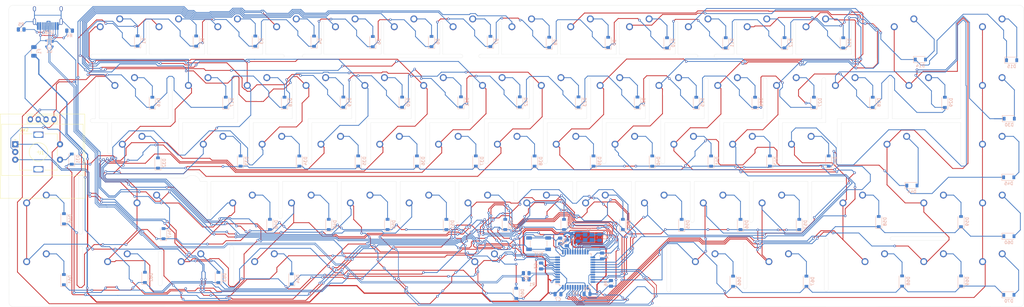
<source format=kicad_pcb>
(kicad_pcb (version 20171130) (host pcbnew "(5.1.10)-1")
  (layers (0 F.Cu signal) (31 B.Cu signal) (34 B.Paste user) (35 F.Paste user) (36 B.SilkS user) (37 F.SilkS user) (38 B.Mask user) (39 F.Mask user) (44 Edge.Cuts user))
  (net 0 "")
  (net 1 GND)
  (net 2 "Net-(C1-Pad1)")
  (net 3 "Net-(C2-Pad1)")
  (net 4 "Net-(C3-Pad1)")
  (net 5 +5V)
  (net 6 "Net-(D1-Pad2)")
  (net 7 ROW0)
  (net 8 "Net-(D2-Pad2)")
  (net 9 "Net-(D3-Pad2)")
  (net 10 "Net-(D4-Pad2)")
  (net 11 "Net-(D5-Pad2)")
  (net 12 "Net-(D6-Pad2)")
  (net 13 "Net-(D7-Pad2)")
  (net 14 "Net-(D8-Pad2)")
  (net 15 "Net-(D9-Pad2)")
  (net 16 "Net-(D10-Pad2)")
  (net 17 "Net-(D11-Pad2)")
  (net 18 "Net-(D12-Pad2)")
  (net 19 "Net-(D13-Pad2)")
  (net 20 "Net-(D14-Pad2)")
  (net 21 "Net-(D15-Pad2)")
  (net 22 "Net-(D16-Pad2)")
  (net 23 ROW1)
  (net 24 "Net-(D17-Pad2)")
  (net 25 "Net-(D18-Pad2)")
  (net 26 "Net-(D19-Pad2)")
  (net 27 "Net-(D20-Pad2)")
  (net 28 "Net-(D21-Pad2)")
  (net 29 "Net-(D22-Pad2)")
  (net 30 "Net-(D23-Pad2)")
  (net 31 "Net-(D24-Pad2)")
  (net 32 "Net-(D25-Pad2)")
  (net 33 "Net-(D26-Pad2)")
  (net 34 "Net-(D27-Pad2)")
  (net 35 "Net-(D28-Pad2)")
  (net 36 "Net-(D29-Pad2)")
  (net 37 "Net-(D30-Pad2)")
  (net 38 "Net-(D31-Pad2)")
  (net 39 ROW2)
  (net 40 "Net-(D32-Pad2)")
  (net 41 "Net-(D33-Pad2)")
  (net 42 "Net-(D34-Pad2)")
  (net 43 "Net-(D35-Pad2)")
  (net 44 "Net-(D36-Pad2)")
  (net 45 "Net-(D37-Pad2)")
  (net 46 "Net-(D38-Pad2)")
  (net 47 "Net-(D39-Pad2)")
  (net 48 "Net-(D40-Pad2)")
  (net 49 "Net-(D41-Pad2)")
  (net 50 "Net-(D42-Pad2)")
  (net 51 "Net-(D43-Pad2)")
  (net 52 "Net-(D44-Pad2)")
  (net 53 "Net-(D45-Pad2)")
  (net 54 "Net-(D46-Pad2)")
  (net 55 ROW3)
  (net 56 "Net-(D47-Pad2)")
  (net 57 "Net-(D48-Pad2)")
  (net 58 "Net-(D49-Pad2)")
  (net 59 "Net-(D50-Pad2)")
  (net 60 "Net-(D51-Pad2)")
  (net 61 "Net-(D52-Pad2)")
  (net 62 "Net-(D53-Pad2)")
  (net 63 "Net-(D54-Pad2)")
  (net 64 "Net-(D55-Pad2)")
  (net 65 "Net-(D56-Pad2)")
  (net 66 "Net-(D57-Pad2)")
  (net 67 "Net-(D58-Pad2)")
  (net 68 "Net-(D59-Pad2)")
  (net 69 "Net-(D60-Pad2)")
  (net 70 "Net-(D61-Pad2)")
  (net 71 "Net-(D62-Pad2)")
  (net 72 ROW4)
  (net 73 "Net-(D63-Pad2)")
  (net 74 "Net-(D64-Pad2)")
  (net 75 "Net-(D65-Pad2)")
  (net 76 "Net-(D66-Pad2)")
  (net 77 "Net-(D67-Pad2)")
  (net 78 "Net-(D68-Pad2)")
  (net 79 "Net-(D69-Pad2)")
  (net 80 "Net-(D70-Pad2)")
  (net 81 VCC)
  (net 82 SCL)
  (net 83 SDA)
  (net 84 COL0)
  (net 85 COL1)
  (net 86 COL2)
  (net 87 COL3)
  (net 88 COL4)
  (net 89 COL5)
  (net 90 COL6)
  (net 91 COL7)
  (net 92 COL8)
  (net 93 COL9)
  (net 94 COL10)
  (net 95 COL11)
  (net 96 COL12)
  (net 97 COL13)
  (net 98 COL14)
  (net 99 D-)
  (net 100 "Net-(R2-Pad2)")
  (net 101 D+)
  (net 102 "Net-(R4-Pad1)")
  (net 103 "Net-(R5-Pad1)")
  (net 104 "Net-(R6-Pad1)")
  (net 105 EncA)
  (net 106 EncB)
  (net 107 "Net-(U2-Pad42)")
  (net 108 "Net-(U2-Pad1)")
  (net 109 "Net-(USB1-Pad3)")
  (net 110 "Net-(USB1-Pad9)")
  (net 111 /DP)
  (net 112 /DN)
  (module SSD1306:128x64OLED (layer F.Cu) (at 38.1635 73.66)
    (fp_text reference J1 (at 0 0.254) (layer F.SilkS))
    (fp_text value Conn_01x04)
    (pad 4 thru_hole oval (at 4 -10.6 90) (size 2 1.6) (drill 1) (layers *.Cu *.Mask) (net 1 GND))
    (pad 3 thru_hole oval (at 1.46 -10.6 90) (size 2 1.6) (drill 1) (layers *.Cu *.Mask) (net 81 VCC))
    (pad 1 thru_hole oval (at -3.62 -10.6 90) (size 2 1.6) (drill 1) (layers *.Cu *.Mask) (net 83 SDA))
    (pad 2 thru_hole oval (at -1.08 -10.6 90) (size 2 1.6) (drill 1) (layers *.Cu *.Mask) (net 82 SCL))
  )
  (module MX_Only:MXOnly-1U-NoLED (layer F.Cu) (at 89.535 54.61)
    (fp_text reference MX17)
    (fp_text value MX-NoLED)
    (pad 2 thru_hole circle (at 2.54 -5.08) (size 2.25 2.25) (drill 1.47) (layers *.Cu B.Mask) (net 24 "Net-(D17-Pad2)"))
    (pad "" np_thru_hole circle (at 0 0) (size 3.9878 3.9878) (drill 3.9878) (layers *.Cu *.Mask))
    (pad 1 thru_hole circle (at -3.81 -2.54) (size 2.25 2.25) (drill 1.47) (layers *.Cu B.Mask) (net 85 COL1))
    (pad "" np_thru_hole circle (at -5.08 0 48.0996) (size 1.75 1.75) (drill 1.75) (layers *.Cu *.Mask))
    (pad "" np_thru_hole circle (at 5.08 0 48.0996) (size 1.75 1.75) (drill 1.75) (layers *.Cu *.Mask))
  )
  (module MX_Only:MXOnly-6.25U-NoLED (layer F.Cu) (at 182.2958 111.7727)
    (fp_text reference MX64)
    (fp_text value MX-NoLED)
    (pad 2 thru_hole circle (at 2.54 -5.08) (size 2.25 2.25) (drill 1.47) (layers *.Cu B.Mask) (net 75 "Net-(D65-Pad2)"))
    (pad "" np_thru_hole circle (at 0 0) (size 3.9878 3.9878) (drill 3.9878) (layers *.Cu *.Mask))
    (pad 1 thru_hole circle (at -3.81 -2.54) (size 2.25 2.25) (drill 1.47) (layers *.Cu B.Mask) (net 90 COL6))
    (pad "" np_thru_hole circle (at -5.08 0 48.0996) (size 1.75 1.75) (drill 1.75) (layers *.Cu *.Mask))
    (pad "" np_thru_hole circle (at 5.08 0 48.0996) (size 1.75 1.75) (drill 1.75) (layers *.Cu *.Mask))
    (pad "" np_thru_hole circle (at -49.9999 -6.985) (size 3.048 3.048) (drill 3.048) (layers *.Cu *.Mask))
    (pad "" np_thru_hole circle (at 49.9999 -6.985) (size 3.048 3.048) (drill 3.048) (layers *.Cu *.Mask))
    (pad "" np_thru_hole circle (at -49.9999 8.255) (size 3.9878 3.9878) (drill 3.9878) (layers *.Cu *.Mask))
    (pad "" np_thru_hole circle (at 49.9999 8.255) (size 3.9878 3.9878) (drill 3.9878) (layers *.Cu *.Mask))
  )
  (module Package_QFP:TQFP-44_10x10mm_P0.8mm (layer B.Cu) (at 211.00796 111.82096)
    (fp_text reference U2 (at 0 7.45) (layer B.SilkS) (effects (justify mirror)))
    (fp_text value ATmega32U4-AU)
    (pad 44 smd rect (at -4 5.7 270) (size 1.5 0.55) (layers B.Cu B.Paste B.Mask) (net 5 +5V))
    (pad 43 smd rect (at -3.2 5.7 270) (size 1.5 0.55) (layers B.Cu B.Paste B.Mask) (net 1 GND))
    (pad 42 smd rect (at -2.4 5.7 270) (size 1.5 0.55) (layers B.Cu B.Paste B.Mask) (net 107 "Net-(U2-Pad42)"))
    (pad 41 smd rect (at -1.6 5.7 270) (size 1.5 0.55) (layers B.Cu B.Paste B.Mask) (net 98 COL14))
    (pad 40 smd rect (at -0.8 5.7 270) (size 1.5 0.55) (layers B.Cu B.Paste B.Mask) (net 97 COL13))
    (pad 39 smd rect (at 0 5.7 270) (size 1.5 0.55) (layers B.Cu B.Paste B.Mask) (net 96 COL12))
    (pad 38 smd rect (at 0.8 5.7 270) (size 1.5 0.55) (layers B.Cu B.Paste B.Mask) (net 95 COL11))
    (pad 37 smd rect (at 1.6 5.7 270) (size 1.5 0.55) (layers B.Cu B.Paste B.Mask) (net 94 COL10))
    (pad 36 smd rect (at 2.4 5.7 270) (size 1.5 0.55) (layers B.Cu B.Paste B.Mask) (net 93 COL9))
    (pad 35 smd rect (at 3.2 5.7 270) (size 1.5 0.55) (layers B.Cu B.Paste B.Mask) (net 1 GND))
    (pad 34 smd rect (at 4 5.7 270) (size 1.5 0.55) (layers B.Cu B.Paste B.Mask) (net 5 +5V))
    (pad 33 smd rect (at 5.7 4) (size 1.5 0.55) (layers B.Cu B.Paste B.Mask) (net 104 "Net-(R6-Pad1)"))
    (pad 32 smd rect (at 5.7 3.2) (size 1.5 0.55) (layers B.Cu B.Paste B.Mask) (net 85 COL1))
    (pad 31 smd rect (at 5.7 2.4) (size 1.5 0.55) (layers B.Cu B.Paste B.Mask) (net 91 COL7))
    (pad 30 smd rect (at 5.7 1.6) (size 1.5 0.55) (layers B.Cu B.Paste B.Mask) (net 90 COL6))
    (pad 29 smd rect (at 5.7 0.8) (size 1.5 0.55) (layers B.Cu B.Paste B.Mask) (net 89 COL5))
    (pad 28 smd rect (at 5.7 0) (size 1.5 0.55) (layers B.Cu B.Paste B.Mask) (net 88 COL4))
    (pad 27 smd rect (at 5.7 -0.8) (size 1.5 0.55) (layers B.Cu B.Paste B.Mask) (net 87 COL3))
    (pad 26 smd rect (at 5.7 -1.6) (size 1.5 0.55) (layers B.Cu B.Paste B.Mask) (net 86 COL2))
    (pad 25 smd rect (at 5.7 -2.4) (size 1.5 0.55) (layers B.Cu B.Paste B.Mask) (net 92 COL8))
    (pad 24 smd rect (at 5.7 -3.2) (size 1.5 0.55) (layers B.Cu B.Paste B.Mask) (net 5 +5V))
    (pad 23 smd rect (at 5.7 -4) (size 1.5 0.55) (layers B.Cu B.Paste B.Mask) (net 1 GND))
    (pad 22 smd rect (at 4 -5.7 270) (size 1.5 0.55) (layers B.Cu B.Paste B.Mask) (net 84 COL0))
    (pad 21 smd rect (at 3.2 -5.7 270) (size 1.5 0.55) (layers B.Cu B.Paste B.Mask) (net 105 EncA))
    (pad 20 smd rect (at 2.4 -5.7 270) (size 1.5 0.55) (layers B.Cu B.Paste B.Mask) (net 106 EncB))
    (pad 19 smd rect (at 1.6 -5.7 270) (size 1.5 0.55) (layers B.Cu B.Paste B.Mask) (net 83 SDA))
    (pad 18 smd rect (at 0.8 -5.7 270) (size 1.5 0.55) (layers B.Cu B.Paste B.Mask) (net 82 SCL))
    (pad 17 smd rect (at 0 -5.7 270) (size 1.5 0.55) (layers B.Cu B.Paste B.Mask) (net 2 "Net-(C1-Pad1)"))
    (pad 16 smd rect (at -0.8 -5.7 270) (size 1.5 0.55) (layers B.Cu B.Paste B.Mask) (net 3 "Net-(C2-Pad1)"))
    (pad 15 smd rect (at -1.6 -5.7 270) (size 1.5 0.55) (layers B.Cu B.Paste B.Mask) (net 1 GND))
    (pad 14 smd rect (at -2.4 -5.7 270) (size 1.5 0.55) (layers B.Cu B.Paste B.Mask) (net 5 +5V))
    (pad 13 smd rect (at -3.2 -5.7 270) (size 1.5 0.55) (layers B.Cu B.Paste B.Mask) (net 100 "Net-(R2-Pad2)"))
    (pad 12 smd rect (at -4 -5.7 270) (size 1.5 0.55) (layers B.Cu B.Paste B.Mask) (net 7 ROW0))
    (pad 11 smd rect (at -5.7 -4) (size 1.5 0.55) (layers B.Cu B.Paste B.Mask) (net 23 ROW1))
    (pad 10 smd rect (at -5.7 -3.2) (size 1.5 0.55) (layers B.Cu B.Paste B.Mask) (net 39 ROW2))
    (pad 9 smd rect (at -5.7 -2.4) (size 1.5 0.55) (layers B.Cu B.Paste B.Mask) (net 55 ROW3))
    (pad 8 smd rect (at -5.7 -1.6) (size 1.5 0.55) (layers B.Cu B.Paste B.Mask) (net 72 ROW4))
    (pad 7 smd rect (at -5.7 -0.8) (size 1.5 0.55) (layers B.Cu B.Paste B.Mask) (net 5 +5V))
    (pad 6 smd rect (at -5.7 0) (size 1.5 0.55) (layers B.Cu B.Paste B.Mask) (net 4 "Net-(C3-Pad1)"))
    (pad 5 smd rect (at -5.7 0.8) (size 1.5 0.55) (layers B.Cu B.Paste B.Mask) (net 1 GND))
    (pad 4 smd rect (at -5.7 1.6) (size 1.5 0.55) (layers B.Cu B.Paste B.Mask) (net 101 D+))
    (pad 3 smd rect (at -5.7 2.4) (size 1.5 0.55) (layers B.Cu B.Paste B.Mask) (net 99 D-))
    (pad 2 smd rect (at -5.7 3.2) (size 1.5 0.55) (layers B.Cu B.Paste B.Mask) (net 5 +5V))
    (pad 1 smd rect (at -5.7 4) (size 1.5 0.55) (layers B.Cu B.Paste B.Mask) (net 108 "Net-(U2-Pad1)"))
  )
  (module MX_Only:MXOnly-1.25U-NoLED (layer F.Cu) (at 110.998 111.76)
    (fp_text reference MX63)
    (fp_text value MX-NoLED)
    (pad 2 thru_hole circle (at 2.54 -5.08) (size 2.25 2.25) (drill 1.47) (layers *.Cu B.Mask) (net 74 "Net-(D64-Pad2)"))
    (pad "" np_thru_hole circle (at 0 0) (size 3.9878 3.9878) (drill 3.9878) (layers *.Cu *.Mask))
    (pad 1 thru_hole circle (at -3.81 -2.54) (size 2.25 2.25) (drill 1.47) (layers *.Cu B.Mask) (net 87 COL3))
    (pad "" np_thru_hole circle (at -5.08 0 48.0996) (size 1.75 1.75) (drill 1.75) (layers *.Cu *.Mask))
    (pad "" np_thru_hole circle (at 5.08 0 48.0996) (size 1.75 1.75) (drill 1.75) (layers *.Cu *.Mask))
  )
  (module MX_Only:MXOnly-1U-NoLED (layer F.Cu) (at 194.31 35.56)
    (fp_text reference MX8)
    (fp_text value MX-NoLED)
    (pad 2 thru_hole circle (at 2.54 -5.08) (size 2.25 2.25) (drill 1.47) (layers *.Cu B.Mask) (net 14 "Net-(D8-Pad2)"))
    (pad "" np_thru_hole circle (at 0 0) (size 3.9878 3.9878) (drill 3.9878) (layers *.Cu *.Mask))
    (pad 1 thru_hole circle (at -3.81 -2.54) (size 2.25 2.25) (drill 1.47) (layers *.Cu B.Mask) (net 91 COL7))
    (pad "" np_thru_hole circle (at -5.08 0 48.0996) (size 1.75 1.75) (drill 1.75) (layers *.Cu *.Mask))
    (pad "" np_thru_hole circle (at 5.08 0 48.0996) (size 1.75 1.75) (drill 1.75) (layers *.Cu *.Mask))
  )
  (module MX_Only:MXOnly-1U-NoLED (layer F.Cu) (at 118.11 35.56)
    (fp_text reference MX4)
    (fp_text value MX-NoLED)
    (pad 2 thru_hole circle (at 2.54 -5.08) (size 2.25 2.25) (drill 1.47) (layers *.Cu B.Mask) (net 10 "Net-(D4-Pad2)"))
    (pad "" np_thru_hole circle (at 0 0) (size 3.9878 3.9878) (drill 3.9878) (layers *.Cu *.Mask))
    (pad 1 thru_hole circle (at -3.81 -2.54) (size 2.25 2.25) (drill 1.47) (layers *.Cu B.Mask) (net 87 COL3))
    (pad "" np_thru_hole circle (at -5.08 0 48.0996) (size 1.75 1.75) (drill 1.75) (layers *.Cu *.Mask))
    (pad "" np_thru_hole circle (at 5.08 0 48.0996) (size 1.75 1.75) (drill 1.75) (layers *.Cu *.Mask))
  )
  (module Button_Switch_SMD:SW_SPST_SKQG_WithStem (layer B.Cu) (at 199.136 103.378)
    (fp_text reference SW1 (at 0 3.6) (layer B.SilkS) (effects (justify mirror)))
    (fp_text value SW_Push)
    (pad 2 smd rect (at 3.1 -1.85) (size 1.8 1.1) (layers B.Cu B.Paste B.Mask) (net 100 "Net-(R2-Pad2)"))
    (pad 2 smd rect (at -3.1 -1.85) (size 1.8 1.1) (layers B.Cu B.Paste B.Mask) (net 100 "Net-(R2-Pad2)"))
    (pad 1 smd rect (at 3.1 1.85) (size 1.8 1.1) (layers B.Cu B.Paste B.Mask) (net 1 GND))
    (pad 1 smd rect (at -3.1 1.85) (size 1.8 1.1) (layers B.Cu B.Paste B.Mask) (net 1 GND))
  )
  (module MX_Only:MXOnly-1U-NoLED (layer F.Cu) (at 232.41 35.56)
    (fp_text reference MX10)
    (fp_text value MX-NoLED)
    (pad 2 thru_hole circle (at 2.54 -5.08) (size 2.25 2.25) (drill 1.47) (layers *.Cu B.Mask) (net 16 "Net-(D10-Pad2)"))
    (pad "" np_thru_hole circle (at 0 0) (size 3.9878 3.9878) (drill 3.9878) (layers *.Cu *.Mask))
    (pad 1 thru_hole circle (at -3.81 -2.54) (size 2.25 2.25) (drill 1.47) (layers *.Cu B.Mask) (net 93 COL9))
    (pad "" np_thru_hole circle (at -5.08 0 48.0996) (size 1.75 1.75) (drill 1.75) (layers *.Cu *.Mask))
    (pad "" np_thru_hole circle (at 5.08 0 48.0996) (size 1.75 1.75) (drill 1.75) (layers *.Cu *.Mask))
  )
  (module MX_Only:MXOnly-2U-NoLED (layer F.Cu) (at 318.135 35.56)
    (fp_text reference MX14)
    (fp_text value MX-NoLED)
    (pad 2 thru_hole circle (at 2.54 -5.08) (size 2.25 2.25) (drill 1.47) (layers *.Cu B.Mask) (net 20 "Net-(D14-Pad2)"))
    (pad "" np_thru_hole circle (at 0 0) (size 3.9878 3.9878) (drill 3.9878) (layers *.Cu *.Mask))
    (pad 1 thru_hole circle (at -3.81 -2.54) (size 2.25 2.25) (drill 1.47) (layers *.Cu B.Mask) (net 97 COL13))
    (pad "" np_thru_hole circle (at -5.08 0 48.0996) (size 1.75 1.75) (drill 1.75) (layers *.Cu *.Mask))
    (pad "" np_thru_hole circle (at 5.08 0 48.0996) (size 1.75 1.75) (drill 1.75) (layers *.Cu *.Mask))
    (pad "" np_thru_hole circle (at -11.90625 -6.985) (size 3.048 3.048) (drill 3.048) (layers *.Cu *.Mask))
    (pad "" np_thru_hole circle (at 11.90625 -6.985) (size 3.048 3.048) (drill 3.048) (layers *.Cu *.Mask))
    (pad "" np_thru_hole circle (at -11.90625 8.255) (size 3.9878 3.9878) (drill 3.9878) (layers *.Cu *.Mask))
    (pad "" np_thru_hole circle (at 11.90625 8.255) (size 3.9878 3.9878) (drill 3.9878) (layers *.Cu *.Mask))
  )
  (module MX_Only:MXOnly-1.25U-NoLED (layer F.Cu) (at 87.1982 111.76)
    (fp_text reference MX62)
    (fp_text value MX-NoLED)
    (pad 2 thru_hole circle (at 2.54 -5.08) (size 2.25 2.25) (drill 1.47) (layers *.Cu B.Mask) (net 73 "Net-(D63-Pad2)"))
    (pad "" np_thru_hole circle (at 0 0) (size 3.9878 3.9878) (drill 3.9878) (layers *.Cu *.Mask))
    (pad 1 thru_hole circle (at -3.81 -2.54) (size 2.25 2.25) (drill 1.47) (layers *.Cu B.Mask) (net 86 COL2))
    (pad "" np_thru_hole circle (at -5.08 0 48.0996) (size 1.75 1.75) (drill 1.75) (layers *.Cu *.Mask))
    (pad "" np_thru_hole circle (at 5.08 0 48.0996) (size 1.75 1.75) (drill 1.75) (layers *.Cu *.Mask))
  )
  (module Capacitor_SMD:C_0805_2012Metric (layer B.Cu) (at 218.8845 101.346 90)
    (fp_text reference C1 (at 0 1.68 270) (layer B.SilkS) (effects (justify mirror)))
    (fp_text value 22pF)
    (pad 2 smd roundrect (at 0.95 0 90) (size 1 1.45) (layers B.Cu B.Paste B.Mask) (net 1 GND))
    (pad 1 smd roundrect (at -0.95 0 90) (size 1 1.45) (layers B.Cu B.Paste B.Mask) (net 2 "Net-(C1-Pad1)"))
  )
  (module MX_Only:MXOnly-1U-NoLED (layer F.Cu) (at 103.886 92.71)
    (fp_text reference MX47)
    (fp_text value MX-NoLED)
    (pad 2 thru_hole circle (at 2.54 -5.08) (size 2.25 2.25) (drill 1.47) (layers *.Cu B.Mask) (net 57 "Net-(D48-Pad2)"))
    (pad "" np_thru_hole circle (at 0 0) (size 3.9878 3.9878) (drill 3.9878) (layers *.Cu *.Mask))
    (pad 1 thru_hole circle (at -3.81 -2.54) (size 2.25 2.25) (drill 1.47) (layers *.Cu B.Mask) (net 86 COL2))
    (pad "" np_thru_hole circle (at -5.08 0 48.0996) (size 1.75 1.75) (drill 1.75) (layers *.Cu *.Mask))
    (pad "" np_thru_hole circle (at 5.08 0 48.0996) (size 1.75 1.75) (drill 1.75) (layers *.Cu *.Mask))
  )
  (module MX_Only:MXOnly-1U-NoLED (layer F.Cu) (at 151.511 73.66)
    (fp_text reference MX35)
    (fp_text value MX-NoLED)
    (pad 2 thru_hole circle (at 2.54 -5.08) (size 2.25 2.25) (drill 1.47) (layers *.Cu B.Mask) (net 44 "Net-(D36-Pad2)"))
    (pad "" np_thru_hole circle (at 0 0) (size 3.9878 3.9878) (drill 3.9878) (layers *.Cu *.Mask))
    (pad 1 thru_hole circle (at -3.81 -2.54) (size 2.25 2.25) (drill 1.47) (layers *.Cu B.Mask) (net 89 COL5))
    (pad "" np_thru_hole circle (at -5.08 0 48.0996) (size 1.75 1.75) (drill 1.75) (layers *.Cu *.Mask))
    (pad "" np_thru_hole circle (at 5.08 0 48.0996) (size 1.75 1.75) (drill 1.75) (layers *.Cu *.Mask))
  )
  (module MX_Only:MXOnly-1U-NoLED (layer F.Cu) (at 289.56 35.56)
    (fp_text reference MX13)
    (fp_text value MX-NoLED)
    (pad 2 thru_hole circle (at 2.54 -5.08) (size 2.25 2.25) (drill 1.47) (layers *.Cu B.Mask) (net 19 "Net-(D13-Pad2)"))
    (pad "" np_thru_hole circle (at 0 0) (size 3.9878 3.9878) (drill 3.9878) (layers *.Cu *.Mask))
    (pad 1 thru_hole circle (at -3.81 -2.54) (size 2.25 2.25) (drill 1.47) (layers *.Cu B.Mask) (net 96 COL12))
    (pad "" np_thru_hole circle (at -5.08 0 48.0996) (size 1.75 1.75) (drill 1.75) (layers *.Cu *.Mask))
    (pad "" np_thru_hole circle (at 5.08 0 48.0996) (size 1.75 1.75) (drill 1.75) (layers *.Cu *.Mask))
  )
  (module MX_Only:MXOnly-1U-NoLED (layer F.Cu) (at 175.26 35.56)
    (fp_text reference MX7)
    (fp_text value MX-NoLED)
    (pad 2 thru_hole circle (at 2.54 -5.08) (size 2.25 2.25) (drill 1.47) (layers *.Cu B.Mask) (net 13 "Net-(D7-Pad2)"))
    (pad "" np_thru_hole circle (at 0 0) (size 3.9878 3.9878) (drill 3.9878) (layers *.Cu *.Mask))
    (pad 1 thru_hole circle (at -3.81 -2.54) (size 2.25 2.25) (drill 1.47) (layers *.Cu B.Mask) (net 90 COL6))
    (pad "" np_thru_hole circle (at -5.08 0 48.0996) (size 1.75 1.75) (drill 1.75) (layers *.Cu *.Mask))
    (pad "" np_thru_hole circle (at 5.08 0 48.0996) (size 1.75 1.75) (drill 1.75) (layers *.Cu *.Mask))
  )
  (module MX_Only:MXOnly-1U-NoLED (layer F.Cu) (at 108.585 54.61)
    (fp_text reference MX18)
    (fp_text value MX-NoLED)
    (pad 2 thru_hole circle (at 2.54 -5.08) (size 2.25 2.25) (drill 1.47) (layers *.Cu B.Mask) (net 25 "Net-(D18-Pad2)"))
    (pad "" np_thru_hole circle (at 0 0) (size 3.9878 3.9878) (drill 3.9878) (layers *.Cu *.Mask))
    (pad 1 thru_hole circle (at -3.81 -2.54) (size 2.25 2.25) (drill 1.47) (layers *.Cu B.Mask) (net 86 COL2))
    (pad "" np_thru_hole circle (at -5.08 0 48.0996) (size 1.75 1.75) (drill 1.75) (layers *.Cu *.Mask))
    (pad "" np_thru_hole circle (at 5.08 0 48.0996) (size 1.75 1.75) (drill 1.75) (layers *.Cu *.Mask))
  )
  (module MX_Only:MXOnly-1.5U-NoLED (layer F.Cu) (at 65.7225 54.61)
    (fp_text reference MX16)
    (fp_text value MX-NoLED)
    (pad 2 thru_hole circle (at 2.54 -5.08) (size 2.25 2.25) (drill 1.47) (layers *.Cu B.Mask) (net 22 "Net-(D16-Pad2)"))
    (pad "" np_thru_hole circle (at 0 0) (size 3.9878 3.9878) (drill 3.9878) (layers *.Cu *.Mask))
    (pad 1 thru_hole circle (at -3.81 -2.54) (size 2.25 2.25) (drill 1.47) (layers *.Cu B.Mask) (net 84 COL0))
    (pad "" np_thru_hole circle (at -5.08 0 48.0996) (size 1.75 1.75) (drill 1.75) (layers *.Cu *.Mask))
    (pad "" np_thru_hole circle (at 5.08 0 48.0996) (size 1.75 1.75) (drill 1.75) (layers *.Cu *.Mask))
  )
  (module Crystal:Crystal_SMD_3225-4Pin_3.2x2.5mm (layer B.Cu) (at 215.3285 101.346 180)
    (fp_text reference Y1 (at 0 2.45) (layer B.SilkS) (effects (justify mirror)))
    (fp_text value 16MHz)
    (pad 4 smd rect (at -1.1 0.85 180) (size 1.4 1.2) (layers B.Cu B.Paste B.Mask) (net 1 GND))
    (pad 3 smd rect (at 1.1 0.85 180) (size 1.4 1.2) (layers B.Cu B.Paste B.Mask) (net 3 "Net-(C2-Pad1)"))
    (pad 2 smd rect (at 1.1 -0.85 180) (size 1.4 1.2) (layers B.Cu B.Paste B.Mask) (net 1 GND))
    (pad 1 smd rect (at -1.1 -0.85 180) (size 1.4 1.2) (layers B.Cu B.Paste B.Mask) (net 2 "Net-(C1-Pad1)"))
  )
  (module Type-C:HRO-TYPE-C-31-M-12-HandSoldering (layer B.Cu) (at 40.18788 24.59228)
    (fp_text reference USB1 (at 0 10.2) (layer B.SilkS) (effects (justify mirror)))
    (fp_text value HRO-TYPE-C-31-M-12)
    (pad 12 smd rect (at 3.225 8.195) (size 0.6 2.45) (layers B.Cu B.Paste B.Mask) (net 1 GND))
    (pad 1 smd rect (at -3.225 8.195) (size 0.6 2.45) (layers B.Cu B.Paste B.Mask) (net 1 GND))
    (pad 11 smd rect (at 2.45 8.195) (size 0.6 2.45) (layers B.Cu B.Paste B.Mask) (net 81 VCC))
    (pad 2 smd rect (at -2.45 8.195) (size 0.6 2.45) (layers B.Cu B.Paste B.Mask) (net 81 VCC))
    (pad 3 smd rect (at -1.75 8.195) (size 0.3 2.45) (layers B.Cu B.Paste B.Mask) (net 109 "Net-(USB1-Pad3)"))
    (pad 10 smd rect (at 1.75 8.195) (size 0.3 2.45) (layers B.Cu B.Paste B.Mask) (net 102 "Net-(R4-Pad1)"))
    (pad 4 smd rect (at -1.25 8.195) (size 0.3 2.45) (layers B.Cu B.Paste B.Mask) (net 103 "Net-(R5-Pad1)"))
    (pad 9 smd rect (at 1.25 8.195) (size 0.3 2.45) (layers B.Cu B.Paste B.Mask) (net 110 "Net-(USB1-Pad9)"))
    (pad 5 smd rect (at -0.75 8.195) (size 0.3 2.45) (layers B.Cu B.Paste B.Mask) (net 111 /DP))
    (pad 8 smd rect (at 0.75 8.195) (size 0.3 2.45) (layers B.Cu B.Paste B.Mask) (net 112 /DN))
    (pad 7 smd rect (at 0.25 8.195) (size 0.3 2.45) (layers B.Cu B.Paste B.Mask) (net 111 /DP))
    (pad 6 smd rect (at -0.25 8.195) (size 0.3 2.45) (layers B.Cu B.Paste B.Mask) (net 112 /DN))
    (pad "" np_thru_hole circle (at 2.89 6.25) (size 0.65 0.65) (drill 0.65) (layers *.Cu *.Mask))
    (pad "" np_thru_hole circle (at -2.89 6.25) (size 0.65 0.65) (drill 0.65) (layers *.Cu *.Mask))
    (pad 13 thru_hole oval (at -4.32 6.78) (size 1 2.1) (drill oval 0.6 1.7) (layers *.Cu F.Mask) (net 1 GND))
    (pad 13 thru_hole oval (at 4.32 6.78) (size 1 2.1) (drill oval 0.6 1.7) (layers *.Cu F.Mask) (net 1 GND))
    (pad 13 thru_hole oval (at -4.32 2.6) (size 1 1.6) (drill oval 0.6 1.2) (layers *.Cu F.Mask) (net 1 GND))
    (pad 13 thru_hole oval (at 4.32 2.6) (size 1 1.6) (drill oval 0.6 1.2) (layers *.Cu F.Mask) (net 1 GND))
  )
  (module random-keyboard-parts:SOT143B (layer B.Cu) (at 40.7035 38.481 180)
    (fp_text reference U1 (at 0 -2.45) (layer B.SilkS) (effects (justify mirror)))
    (fp_text value PRTR5V0U2X)
    (pad 1 smd rect (at -1 0.75 270) (size 1 0.7) (layers B.Cu B.Paste B.Mask) (net 1 GND))
    (pad 4 smd rect (at 1 0.95 270) (size 0.6 0.7) (layers B.Cu B.Paste B.Mask) (net 81 VCC))
    (pad 2 smd rect (at -1 -0.95 270) (size 0.6 0.7) (layers B.Cu B.Paste B.Mask) (net 112 /DN))
    (pad 3 smd rect (at 1 -0.95 270) (size 0.6 0.7) (layers B.Cu B.Paste B.Mask) (net 111 /DP))
  )
  (module Rotary_Encoder:RotaryEncoder_Alps_EC11E-Switch_Vertical_H20mm (layer F.Cu) (at 29.6418 71.1454)
    (fp_text reference SW2 (at 2.8 -4.7) (layer F.SilkS))
    (fp_text value Rotary_Encoder_Switch)
    (pad A thru_hole rect (at 0 0) (size 2 2) (drill 1) (layers *.Cu *.Mask) (net 105 EncA))
    (pad C thru_hole circle (at 0 2.5) (size 2 2) (drill 1) (layers *.Cu *.Mask) (net 1 GND))
    (pad B thru_hole circle (at 0 5) (size 2 2) (drill 1) (layers *.Cu *.Mask) (net 106 EncB))
    (pad MP thru_hole rect (at 7.5 -3.1) (size 3.2 2) (drill oval 2.8 1.5) (layers *.Cu *.Mask))
    (pad MP thru_hole rect (at 7.5 8.1) (size 3.2 2) (drill oval 2.8 1.5) (layers *.Cu *.Mask))
    (pad S2 thru_hole circle (at 14.5 0) (size 2 2) (drill 1) (layers *.Cu *.Mask) (net 84 COL0))
    (pad S1 thru_hole circle (at 14.5 5) (size 2 2) (drill 1) (layers *.Cu *.Mask) (net 38 "Net-(D31-Pad2)"))
  )
  (module Resistor_SMD:R_0805_2012Metric (layer B.Cu) (at 222.5675 116.2685 270)
    (fp_text reference R6 (at 0 1.65 270) (layer B.SilkS) (effects (justify mirror)))
    (fp_text value 10k)
    (pad 2 smd roundrect (at 0.9125 0 270) (size 1.025 1.4) (layers B.Cu B.Paste B.Mask) (roundrect_rratio 0.243902) (net 1 GND))
    (pad 1 smd roundrect (at -0.9125 0 270) (size 1.025 1.4) (layers B.Cu B.Paste B.Mask) (roundrect_rratio 0.243902) (net 104 "Net-(R6-Pad1)"))
  )
  (module Resistor_SMD:R_0805_2012Metric (layer B.Cu) (at 31.5595 33.909 180)
    (fp_text reference R5 (at 0 1.65) (layer B.SilkS) (effects (justify mirror)))
    (fp_text value 5.1k)
    (pad 2 smd roundrect (at 0.9125 0 180) (size 1.025 1.4) (layers B.Cu B.Paste B.Mask) (roundrect_rratio 0.243902) (net 1 GND))
    (pad 1 smd roundrect (at -0.9125 0 180) (size 1.025 1.4) (layers B.Cu B.Paste B.Mask) (roundrect_rratio 0.243902) (net 103 "Net-(R5-Pad1)"))
  )
  (module Resistor_SMD:R_0805_2012Metric (layer B.Cu) (at 47.244 34.29)
    (fp_text reference R4 (at 0 1.65) (layer B.SilkS) (effects (justify mirror)))
    (fp_text value 5.1k)
    (pad 2 smd roundrect (at 0.9125 0) (size 1.025 1.4) (layers B.Cu B.Paste B.Mask) (roundrect_rratio 0.243902) (net 1 GND))
    (pad 1 smd roundrect (at -0.9125 0) (size 1.025 1.4) (layers B.Cu B.Paste B.Mask) (roundrect_rratio 0.243902) (net 102 "Net-(R4-Pad1)"))
  )
  (module Resistor_SMD:R_0805_2012Metric (layer B.Cu) (at 195.1355 112.9665)
    (fp_text reference R3 (at 0 1.65) (layer B.SilkS) (effects (justify mirror)))
    (fp_text value 22)
    (pad 1 smd roundrect (at -0.9125 0) (size 1.025 1.4) (layers B.Cu B.Paste B.Mask) (roundrect_rratio 0.243902) (net 112 /DN))
    (pad 2 smd roundrect (at 0.9125 0) (size 1.025 1.4) (layers B.Cu B.Paste B.Mask) (roundrect_rratio 0.243902) (net 101 D+))
  )
  (module Resistor_SMD:R_0805_2012Metric (layer B.Cu) (at 206.121 102.5125 90)
    (fp_text reference R2 (at 0 1.65 270) (layer B.SilkS) (effects (justify mirror)))
    (fp_text value 10k)
    (pad 2 smd roundrect (at 0.9125 0 90) (size 1.025 1.4) (layers B.Cu B.Paste B.Mask) (roundrect_rratio 0.243902) (net 100 "Net-(R2-Pad2)"))
    (pad 1 smd roundrect (at -0.9125 0 90) (size 1.025 1.4) (layers B.Cu B.Paste B.Mask) (roundrect_rratio 0.243902) (net 5 +5V))
  )
  (module Resistor_SMD:R_0805_2012Metric (layer B.Cu) (at 195.1355 114.935 180)
    (fp_text reference R1 (at -1.9304 -1.69164) (layer B.SilkS) (effects (justify mirror)))
    (fp_text value 22)
    (pad 2 smd roundrect (at 0.9125 0 180) (size 1.025 1.4) (layers B.Cu B.Paste B.Mask) (roundrect_rratio 0.243902) (net 111 /DP))
    (pad 1 smd roundrect (at -0.9125 0 180) (size 1.025 1.4) (layers B.Cu B.Paste B.Mask) (roundrect_rratio 0.243902) (net 99 D-))
  )
  (module MX_Only:MXOnly-1U-NoLED (layer F.Cu) (at 346.7608 111.76)
    (fp_text reference MX69)
    (fp_text value MX-NoLED)
    (pad 2 thru_hole circle (at 2.54 -5.08) (size 2.25 2.25) (drill 1.47) (layers *.Cu B.Mask) (net 80 "Net-(D70-Pad2)"))
    (pad "" np_thru_hole circle (at 0 0) (size 3.9878 3.9878) (drill 3.9878) (layers *.Cu *.Mask))
    (pad 1 thru_hole circle (at -3.81 -2.54) (size 2.25 2.25) (drill 1.47) (layers *.Cu B.Mask) (net 98 COL14))
    (pad "" np_thru_hole circle (at -5.08 0 48.0996) (size 1.75 1.75) (drill 1.75) (layers *.Cu *.Mask))
    (pad "" np_thru_hole circle (at 5.08 0 48.0996) (size 1.75 1.75) (drill 1.75) (layers *.Cu *.Mask))
  )
  (module MX_Only:MXOnly-1U-NoLED (layer F.Cu) (at 327.7108 111.76)
    (fp_text reference MX68)
    (fp_text value MX-NoLED)
    (pad 2 thru_hole circle (at 2.54 -5.08) (size 2.25 2.25) (drill 1.47) (layers *.Cu B.Mask) (net 79 "Net-(D69-Pad2)"))
    (pad "" np_thru_hole circle (at 0 0) (size 3.9878 3.9878) (drill 3.9878) (layers *.Cu *.Mask))
    (pad 1 thru_hole circle (at -3.81 -2.54) (size 2.25 2.25) (drill 1.47) (layers *.Cu B.Mask) (net 97 COL13))
    (pad "" np_thru_hole circle (at -5.08 0 48.0996) (size 1.75 1.75) (drill 1.75) (layers *.Cu *.Mask))
    (pad "" np_thru_hole circle (at 5.08 0 48.0996) (size 1.75 1.75) (drill 1.75) (layers *.Cu *.Mask))
  )
  (module MX_Only:MXOnly-1U-NoLED (layer F.Cu) (at 308.6608 111.76)
    (fp_text reference MX67)
    (fp_text value MX-NoLED)
    (pad 2 thru_hole circle (at 2.54 -5.08) (size 2.25 2.25) (drill 1.47) (layers *.Cu B.Mask) (net 78 "Net-(D68-Pad2)"))
    (pad "" np_thru_hole circle (at 0 0) (size 3.9878 3.9878) (drill 3.9878) (layers *.Cu *.Mask))
    (pad 1 thru_hole circle (at -3.81 -2.54) (size 2.25 2.25) (drill 1.47) (layers *.Cu B.Mask) (net 96 COL12))
    (pad "" np_thru_hole circle (at -5.08 0 48.0996) (size 1.75 1.75) (drill 1.75) (layers *.Cu *.Mask))
    (pad "" np_thru_hole circle (at 5.08 0 48.0996) (size 1.75 1.75) (drill 1.75) (layers *.Cu *.Mask))
  )
  (module MX_Only:MXOnly-1.25U-NoLED (layer F.Cu) (at 277.5458 111.76)
    (fp_text reference MX66)
    (fp_text value MX-NoLED)
    (pad 2 thru_hole circle (at 2.54 -5.08) (size 2.25 2.25) (drill 1.47) (layers *.Cu B.Mask) (net 77 "Net-(D67-Pad2)"))
    (pad "" np_thru_hole circle (at 0 0) (size 3.9878 3.9878) (drill 3.9878) (layers *.Cu *.Mask))
    (pad 1 thru_hole circle (at -3.81 -2.54) (size 2.25 2.25) (drill 1.47) (layers *.Cu B.Mask) (net 95 COL11))
    (pad "" np_thru_hole circle (at -5.08 0 48.0996) (size 1.75 1.75) (drill 1.75) (layers *.Cu *.Mask))
    (pad "" np_thru_hole circle (at 5.08 0 48.0996) (size 1.75 1.75) (drill 1.75) (layers *.Cu *.Mask))
  )
  (module MX_Only:MXOnly-1.25U-NoLED (layer F.Cu) (at 253.7333 111.76)
    (fp_text reference MX65)
    (fp_text value MX-NoLED)
    (pad 2 thru_hole circle (at 2.54 -5.08) (size 2.25 2.25) (drill 1.47) (layers *.Cu B.Mask) (net 76 "Net-(D66-Pad2)"))
    (pad "" np_thru_hole circle (at 0 0) (size 3.9878 3.9878) (drill 3.9878) (layers *.Cu *.Mask))
    (pad 1 thru_hole circle (at -3.81 -2.54) (size 2.25 2.25) (drill 1.47) (layers *.Cu B.Mask) (net 94 COL10))
    (pad "" np_thru_hole circle (at -5.08 0 48.0996) (size 1.75 1.75) (drill 1.75) (layers *.Cu *.Mask))
    (pad "" np_thru_hole circle (at 5.08 0 48.0996) (size 1.75 1.75) (drill 1.75) (layers *.Cu *.Mask))
  )
  (module MX_Only:MXOnly-1.25U-NoLED (layer F.Cu) (at 63.373 111.76)
    (fp_text reference MX61)
    (fp_text value MX-NoLED)
    (pad 2 thru_hole circle (at 2.54 -5.08) (size 2.25 2.25) (drill 1.47) (layers *.Cu B.Mask) (net 71 "Net-(D62-Pad2)"))
    (pad "" np_thru_hole circle (at 0 0) (size 3.9878 3.9878) (drill 3.9878) (layers *.Cu *.Mask))
    (pad 1 thru_hole circle (at -3.81 -2.54) (size 2.25 2.25) (drill 1.47) (layers *.Cu B.Mask) (net 85 COL1))
    (pad "" np_thru_hole circle (at -5.08 0 48.0996) (size 1.75 1.75) (drill 1.75) (layers *.Cu *.Mask))
    (pad "" np_thru_hole circle (at 5.08 0 48.0996) (size 1.75 1.75) (drill 1.75) (layers *.Cu *.Mask))
  )
  (module MX_Only:MXOnly-1U-NoLED (layer F.Cu) (at 37.15258 111.7727)
    (fp_text reference MX60)
    (fp_text value MX-NoLED)
    (pad 2 thru_hole circle (at 2.54 -5.08) (size 2.25 2.25) (drill 1.47) (layers *.Cu B.Mask) (net 70 "Net-(D61-Pad2)"))
    (pad "" np_thru_hole circle (at 0 0) (size 3.9878 3.9878) (drill 3.9878) (layers *.Cu *.Mask))
    (pad 1 thru_hole circle (at -3.81 -2.54) (size 2.25 2.25) (drill 1.47) (layers *.Cu B.Mask) (net 84 COL0))
    (pad "" np_thru_hole circle (at -5.08 0 48.0996) (size 1.75 1.75) (drill 1.75) (layers *.Cu *.Mask))
    (pad "" np_thru_hole circle (at 5.08 0 48.0996) (size 1.75 1.75) (drill 1.75) (layers *.Cu *.Mask))
  )
  (module MX_Only:MXOnly-1U-NoLED (layer F.Cu) (at 346.7608 92.71)
    (fp_text reference MX59)
    (fp_text value MX-NoLED)
    (pad 2 thru_hole circle (at 2.54 -5.08) (size 2.25 2.25) (drill 1.47) (layers *.Cu B.Mask) (net 69 "Net-(D60-Pad2)"))
    (pad "" np_thru_hole circle (at 0 0) (size 3.9878 3.9878) (drill 3.9878) (layers *.Cu *.Mask))
    (pad 1 thru_hole circle (at -3.81 -2.54) (size 2.25 2.25) (drill 1.47) (layers *.Cu B.Mask) (net 98 COL14))
    (pad "" np_thru_hole circle (at -5.08 0 48.0996) (size 1.75 1.75) (drill 1.75) (layers *.Cu *.Mask))
    (pad "" np_thru_hole circle (at 5.08 0 48.0996) (size 1.75 1.75) (drill 1.75) (layers *.Cu *.Mask))
  )
  (module MX_Only:MXOnly-1U-NoLED (layer F.Cu) (at 327.7108 92.71)
    (fp_text reference MX58)
    (fp_text value MX-NoLED)
    (pad 2 thru_hole circle (at 2.54 -5.08) (size 2.25 2.25) (drill 1.47) (layers *.Cu B.Mask) (net 68 "Net-(D59-Pad2)"))
    (pad "" np_thru_hole circle (at 0 0) (size 3.9878 3.9878) (drill 3.9878) (layers *.Cu *.Mask))
    (pad 1 thru_hole circle (at -3.81 -2.54) (size 2.25 2.25) (drill 1.47) (layers *.Cu B.Mask) (net 97 COL13))
    (pad "" np_thru_hole circle (at -5.08 0 48.0996) (size 1.75 1.75) (drill 1.75) (layers *.Cu *.Mask))
    (pad "" np_thru_hole circle (at 5.08 0 48.0996) (size 1.75 1.75) (drill 1.75) (layers *.Cu *.Mask))
  )
  (module MX_Only:MXOnly-1.75U-NoLED (layer F.Cu) (at 301.5234 92.71)
    (fp_text reference MX57)
    (fp_text value MX-NoLED)
    (pad 2 thru_hole circle (at 2.54 -5.08) (size 2.25 2.25) (drill 1.47) (layers *.Cu B.Mask) (net 67 "Net-(D58-Pad2)"))
    (pad "" np_thru_hole circle (at 0 0) (size 3.9878 3.9878) (drill 3.9878) (layers *.Cu *.Mask))
    (pad 1 thru_hole circle (at -3.81 -2.54) (size 2.25 2.25) (drill 1.47) (layers *.Cu B.Mask) (net 96 COL12))
    (pad "" np_thru_hole circle (at -5.08 0 48.0996) (size 1.75 1.75) (drill 1.75) (layers *.Cu *.Mask))
    (pad "" np_thru_hole circle (at 5.08 0 48.0996) (size 1.75 1.75) (drill 1.75) (layers *.Cu *.Mask))
  )
  (module MX_Only:MXOnly-1U-NoLED (layer F.Cu) (at 275.336 92.71)
    (fp_text reference MX56)
    (fp_text value MX-NoLED)
    (pad 2 thru_hole circle (at 2.54 -5.08) (size 2.25 2.25) (drill 1.47) (layers *.Cu B.Mask) (net 66 "Net-(D57-Pad2)"))
    (pad "" np_thru_hole circle (at 0 0) (size 3.9878 3.9878) (drill 3.9878) (layers *.Cu *.Mask))
    (pad 1 thru_hole circle (at -3.81 -2.54) (size 2.25 2.25) (drill 1.47) (layers *.Cu B.Mask) (net 95 COL11))
    (pad "" np_thru_hole circle (at -5.08 0 48.0996) (size 1.75 1.75) (drill 1.75) (layers *.Cu *.Mask))
    (pad "" np_thru_hole circle (at 5.08 0 48.0996) (size 1.75 1.75) (drill 1.75) (layers *.Cu *.Mask))
  )
  (module MX_Only:MXOnly-1U-NoLED (layer F.Cu) (at 256.286 92.71)
    (fp_text reference MX55)
    (fp_text value MX-NoLED)
    (pad 2 thru_hole circle (at 2.54 -5.08) (size 2.25 2.25) (drill 1.47) (layers *.Cu B.Mask) (net 65 "Net-(D56-Pad2)"))
    (pad "" np_thru_hole circle (at 0 0) (size 3.9878 3.9878) (drill 3.9878) (layers *.Cu *.Mask))
    (pad 1 thru_hole circle (at -3.81 -2.54) (size 2.25 2.25) (drill 1.47) (layers *.Cu B.Mask) (net 94 COL10))
    (pad "" np_thru_hole circle (at -5.08 0 48.0996) (size 1.75 1.75) (drill 1.75) (layers *.Cu *.Mask))
    (pad "" np_thru_hole circle (at 5.08 0 48.0996) (size 1.75 1.75) (drill 1.75) (layers *.Cu *.Mask))
  )
  (module MX_Only:MXOnly-1U-NoLED (layer F.Cu) (at 237.236 92.71)
    (fp_text reference MX54)
    (fp_text value MX-NoLED)
    (pad 2 thru_hole circle (at 2.54 -5.08) (size 2.25 2.25) (drill 1.47) (layers *.Cu B.Mask) (net 64 "Net-(D55-Pad2)"))
    (pad "" np_thru_hole circle (at 0 0) (size 3.9878 3.9878) (drill 3.9878) (layers *.Cu *.Mask))
    (pad 1 thru_hole circle (at -3.81 -2.54) (size 2.25 2.25) (drill 1.47) (layers *.Cu B.Mask) (net 93 COL9))
    (pad "" np_thru_hole circle (at -5.08 0 48.0996) (size 1.75 1.75) (drill 1.75) (layers *.Cu *.Mask))
    (pad "" np_thru_hole circle (at 5.08 0 48.0996) (size 1.75 1.75) (drill 1.75) (layers *.Cu *.Mask))
  )
  (module MX_Only:MXOnly-1U-NoLED (layer F.Cu) (at 218.186 92.71)
    (fp_text reference MX53)
    (fp_text value MX-NoLED)
    (pad 2 thru_hole circle (at 2.54 -5.08) (size 2.25 2.25) (drill 1.47) (layers *.Cu B.Mask) (net 63 "Net-(D54-Pad2)"))
    (pad "" np_thru_hole circle (at 0 0) (size 3.9878 3.9878) (drill 3.9878) (layers *.Cu *.Mask))
    (pad 1 thru_hole circle (at -3.81 -2.54) (size 2.25 2.25) (drill 1.47) (layers *.Cu B.Mask) (net 92 COL8))
    (pad "" np_thru_hole circle (at -5.08 0 48.0996) (size 1.75 1.75) (drill 1.75) (layers *.Cu *.Mask))
    (pad "" np_thru_hole circle (at 5.08 0 48.0996) (size 1.75 1.75) (drill 1.75) (layers *.Cu *.Mask))
  )
  (module MX_Only:MXOnly-1U-NoLED (layer F.Cu) (at 199.136 92.71)
    (fp_text reference MX52)
    (fp_text value MX-NoLED)
    (pad 2 thru_hole circle (at 2.54 -5.08) (size 2.25 2.25) (drill 1.47) (layers *.Cu B.Mask) (net 62 "Net-(D53-Pad2)"))
    (pad "" np_thru_hole circle (at 0 0) (size 3.9878 3.9878) (drill 3.9878) (layers *.Cu *.Mask))
    (pad 1 thru_hole circle (at -3.81 -2.54) (size 2.25 2.25) (drill 1.47) (layers *.Cu B.Mask) (net 91 COL7))
    (pad "" np_thru_hole circle (at -5.08 0 48.0996) (size 1.75 1.75) (drill 1.75) (layers *.Cu *.Mask))
    (pad "" np_thru_hole circle (at 5.08 0 48.0996) (size 1.75 1.75) (drill 1.75) (layers *.Cu *.Mask))
  )
  (module MX_Only:MXOnly-1U-NoLED (layer F.Cu) (at 180.086 92.71)
    (fp_text reference MX51)
    (fp_text value MX-NoLED)
    (pad 2 thru_hole circle (at 2.54 -5.08) (size 2.25 2.25) (drill 1.47) (layers *.Cu B.Mask) (net 61 "Net-(D52-Pad2)"))
    (pad "" np_thru_hole circle (at 0 0) (size 3.9878 3.9878) (drill 3.9878) (layers *.Cu *.Mask))
    (pad 1 thru_hole circle (at -3.81 -2.54) (size 2.25 2.25) (drill 1.47) (layers *.Cu B.Mask) (net 90 COL6))
    (pad "" np_thru_hole circle (at -5.08 0 48.0996) (size 1.75 1.75) (drill 1.75) (layers *.Cu *.Mask))
    (pad "" np_thru_hole circle (at 5.08 0 48.0996) (size 1.75 1.75) (drill 1.75) (layers *.Cu *.Mask))
  )
  (module MX_Only:MXOnly-1U-NoLED (layer F.Cu) (at 161.036 92.71)
    (fp_text reference MX50)
    (fp_text value MX-NoLED)
    (pad 2 thru_hole circle (at 2.54 -5.08) (size 2.25 2.25) (drill 1.47) (layers *.Cu B.Mask) (net 60 "Net-(D51-Pad2)"))
    (pad "" np_thru_hole circle (at 0 0) (size 3.9878 3.9878) (drill 3.9878) (layers *.Cu *.Mask))
    (pad 1 thru_hole circle (at -3.81 -2.54) (size 2.25 2.25) (drill 1.47) (layers *.Cu B.Mask) (net 89 COL5))
    (pad "" np_thru_hole circle (at -5.08 0 48.0996) (size 1.75 1.75) (drill 1.75) (layers *.Cu *.Mask))
    (pad "" np_thru_hole circle (at 5.08 0 48.0996) (size 1.75 1.75) (drill 1.75) (layers *.Cu *.Mask))
  )
  (module MX_Only:MXOnly-1U-NoLED (layer F.Cu) (at 141.986 92.71)
    (fp_text reference MX49)
    (fp_text value MX-NoLED)
    (pad 2 thru_hole circle (at 2.54 -5.08) (size 2.25 2.25) (drill 1.47) (layers *.Cu B.Mask) (net 59 "Net-(D50-Pad2)"))
    (pad "" np_thru_hole circle (at 0 0) (size 3.9878 3.9878) (drill 3.9878) (layers *.Cu *.Mask))
    (pad 1 thru_hole circle (at -3.81 -2.54) (size 2.25 2.25) (drill 1.47) (layers *.Cu B.Mask) (net 88 COL4))
    (pad "" np_thru_hole circle (at -5.08 0 48.0996) (size 1.75 1.75) (drill 1.75) (layers *.Cu *.Mask))
    (pad "" np_thru_hole circle (at 5.08 0 48.0996) (size 1.75 1.75) (drill 1.75) (layers *.Cu *.Mask))
  )
  (module MX_Only:MXOnly-1U-NoLED (layer F.Cu) (at 122.936 92.71)
    (fp_text reference MX48)
    (fp_text value MX-NoLED)
    (pad 2 thru_hole circle (at 2.54 -5.08) (size 2.25 2.25) (drill 1.47) (layers *.Cu B.Mask) (net 58 "Net-(D49-Pad2)"))
    (pad "" np_thru_hole circle (at 0 0) (size 3.9878 3.9878) (drill 3.9878) (layers *.Cu *.Mask))
    (pad 1 thru_hole circle (at -3.81 -2.54) (size 2.25 2.25) (drill 1.47) (layers *.Cu B.Mask) (net 87 COL3))
    (pad "" np_thru_hole circle (at -5.08 0 48.0996) (size 1.75 1.75) (drill 1.75) (layers *.Cu *.Mask))
    (pad "" np_thru_hole circle (at 5.08 0 48.0996) (size 1.75 1.75) (drill 1.75) (layers *.Cu *.Mask))
  )
  (module MX_Only:MXOnly-2.25U-NoLED (layer F.Cu) (at 72.898 92.71)
    (fp_text reference MX46)
    (fp_text value MX-NoLED)
    (pad 2 thru_hole circle (at 2.54 -5.08) (size 2.25 2.25) (drill 1.47) (layers *.Cu B.Mask) (net 56 "Net-(D47-Pad2)"))
    (pad "" np_thru_hole circle (at 0 0) (size 3.9878 3.9878) (drill 3.9878) (layers *.Cu *.Mask))
    (pad 1 thru_hole circle (at -3.81 -2.54) (size 2.25 2.25) (drill 1.47) (layers *.Cu B.Mask) (net 85 COL1))
    (pad "" np_thru_hole circle (at -5.08 0 48.0996) (size 1.75 1.75) (drill 1.75) (layers *.Cu *.Mask))
    (pad "" np_thru_hole circle (at 5.08 0 48.0996) (size 1.75 1.75) (drill 1.75) (layers *.Cu *.Mask))
    (pad "" np_thru_hole circle (at -11.90625 -6.985) (size 3.048 3.048) (drill 3.048) (layers *.Cu *.Mask))
    (pad "" np_thru_hole circle (at 11.90625 -6.985) (size 3.048 3.048) (drill 3.048) (layers *.Cu *.Mask))
    (pad "" np_thru_hole circle (at -11.90625 8.255) (size 3.9878 3.9878) (drill 3.9878) (layers *.Cu *.Mask))
    (pad "" np_thru_hole circle (at 11.90625 8.255) (size 3.9878 3.9878) (drill 3.9878) (layers *.Cu *.Mask))
  )
  (module MX_Only:MXOnly-1U-NoLED (layer F.Cu) (at 37.1475 92.71)
    (fp_text reference MX45)
    (fp_text value MX-NoLED)
    (pad 2 thru_hole circle (at 2.54 -5.08) (size 2.25 2.25) (drill 1.47) (layers *.Cu B.Mask) (net 54 "Net-(D46-Pad2)"))
    (pad "" np_thru_hole circle (at 0 0) (size 3.9878 3.9878) (drill 3.9878) (layers *.Cu *.Mask))
    (pad 1 thru_hole circle (at -3.81 -2.54) (size 2.25 2.25) (drill 1.47) (layers *.Cu B.Mask) (net 84 COL0))
    (pad "" np_thru_hole circle (at -5.08 0 48.0996) (size 1.75 1.75) (drill 1.75) (layers *.Cu *.Mask))
    (pad "" np_thru_hole circle (at 5.08 0 48.0996) (size 1.75 1.75) (drill 1.75) (layers *.Cu *.Mask))
  )
  (module MX_Only:MXOnly-1U-NoLED (layer F.Cu) (at 346.71 73.66)
    (fp_text reference MX44)
    (fp_text value MX-NoLED)
    (pad 2 thru_hole circle (at 2.54 -5.08) (size 2.25 2.25) (drill 1.47) (layers *.Cu B.Mask) (net 53 "Net-(D45-Pad2)"))
    (pad "" np_thru_hole circle (at 0 0) (size 3.9878 3.9878) (drill 3.9878) (layers *.Cu *.Mask))
    (pad 1 thru_hole circle (at -3.81 -2.54) (size 2.25 2.25) (drill 1.47) (layers *.Cu B.Mask) (net 98 COL14))
    (pad "" np_thru_hole circle (at -5.08 0 48.0996) (size 1.75 1.75) (drill 1.75) (layers *.Cu *.Mask))
    (pad "" np_thru_hole circle (at 5.08 0 48.0996) (size 1.75 1.75) (drill 1.75) (layers *.Cu *.Mask))
  )
  (module MX_Only:MXOnly-2.25U-NoLED (layer F.Cu) (at 315.7982 73.66)
    (fp_text reference MX43)
    (fp_text value MX-NoLED)
    (pad 2 thru_hole circle (at 2.54 -5.08) (size 2.25 2.25) (drill 1.47) (layers *.Cu B.Mask) (net 52 "Net-(D44-Pad2)"))
    (pad "" np_thru_hole circle (at 0 0) (size 3.9878 3.9878) (drill 3.9878) (layers *.Cu *.Mask))
    (pad 1 thru_hole circle (at -3.81 -2.54) (size 2.25 2.25) (drill 1.47) (layers *.Cu B.Mask) (net 97 COL13))
    (pad "" np_thru_hole circle (at -5.08 0 48.0996) (size 1.75 1.75) (drill 1.75) (layers *.Cu *.Mask))
    (pad "" np_thru_hole circle (at 5.08 0 48.0996) (size 1.75 1.75) (drill 1.75) (layers *.Cu *.Mask))
    (pad "" np_thru_hole circle (at -11.90625 -6.985) (size 3.048 3.048) (drill 3.048) (layers *.Cu *.Mask))
    (pad "" np_thru_hole circle (at 11.90625 -6.985) (size 3.048 3.048) (drill 3.048) (layers *.Cu *.Mask))
    (pad "" np_thru_hole circle (at -11.90625 8.255) (size 3.9878 3.9878) (drill 3.9878) (layers *.Cu *.Mask))
    (pad "" np_thru_hole circle (at 11.90625 8.255) (size 3.9878 3.9878) (drill 3.9878) (layers *.Cu *.Mask))
  )
  (module MX_Only:MXOnly-1U-NoLED (layer F.Cu) (at 284.861 73.66)
    (fp_text reference MX42)
    (fp_text value MX-NoLED)
    (pad 2 thru_hole circle (at 2.54 -5.08) (size 2.25 2.25) (drill 1.47) (layers *.Cu B.Mask) (net 51 "Net-(D43-Pad2)"))
    (pad "" np_thru_hole circle (at 0 0) (size 3.9878 3.9878) (drill 3.9878) (layers *.Cu *.Mask))
    (pad 1 thru_hole circle (at -3.81 -2.54) (size 2.25 2.25) (drill 1.47) (layers *.Cu B.Mask) (net 96 COL12))
    (pad "" np_thru_hole circle (at -5.08 0 48.0996) (size 1.75 1.75) (drill 1.75) (layers *.Cu *.Mask))
    (pad "" np_thru_hole circle (at 5.08 0 48.0996) (size 1.75 1.75) (drill 1.75) (layers *.Cu *.Mask))
  )
  (module MX_Only:MXOnly-1U-NoLED (layer F.Cu) (at 265.811 73.66)
    (fp_text reference MX41)
    (fp_text value MX-NoLED)
    (pad 2 thru_hole circle (at 2.54 -5.08) (size 2.25 2.25) (drill 1.47) (layers *.Cu B.Mask) (net 50 "Net-(D42-Pad2)"))
    (pad "" np_thru_hole circle (at 0 0) (size 3.9878 3.9878) (drill 3.9878) (layers *.Cu *.Mask))
    (pad 1 thru_hole circle (at -3.81 -2.54) (size 2.25 2.25) (drill 1.47) (layers *.Cu B.Mask) (net 95 COL11))
    (pad "" np_thru_hole circle (at -5.08 0 48.0996) (size 1.75 1.75) (drill 1.75) (layers *.Cu *.Mask))
    (pad "" np_thru_hole circle (at 5.08 0 48.0996) (size 1.75 1.75) (drill 1.75) (layers *.Cu *.Mask))
  )
  (module MX_Only:MXOnly-1U-NoLED (layer F.Cu) (at 246.761 73.66)
    (fp_text reference MX40)
    (fp_text value MX-NoLED)
    (pad 2 thru_hole circle (at 2.54 -5.08) (size 2.25 2.25) (drill 1.47) (layers *.Cu B.Mask) (net 49 "Net-(D41-Pad2)"))
    (pad "" np_thru_hole circle (at 0 0) (size 3.9878 3.9878) (drill 3.9878) (layers *.Cu *.Mask))
    (pad 1 thru_hole circle (at -3.81 -2.54) (size 2.25 2.25) (drill 1.47) (layers *.Cu B.Mask) (net 94 COL10))
    (pad "" np_thru_hole circle (at -5.08 0 48.0996) (size 1.75 1.75) (drill 1.75) (layers *.Cu *.Mask))
    (pad "" np_thru_hole circle (at 5.08 0 48.0996) (size 1.75 1.75) (drill 1.75) (layers *.Cu *.Mask))
  )
  (module MX_Only:MXOnly-1U-NoLED (layer F.Cu) (at 227.711 73.66)
    (fp_text reference MX39)
    (fp_text value MX-NoLED)
    (pad 2 thru_hole circle (at 2.54 -5.08) (size 2.25 2.25) (drill 1.47) (layers *.Cu B.Mask) (net 48 "Net-(D40-Pad2)"))
    (pad "" np_thru_hole circle (at 0 0) (size 3.9878 3.9878) (drill 3.9878) (layers *.Cu *.Mask))
    (pad 1 thru_hole circle (at -3.81 -2.54) (size 2.25 2.25) (drill 1.47) (layers *.Cu B.Mask) (net 93 COL9))
    (pad "" np_thru_hole circle (at -5.08 0 48.0996) (size 1.75 1.75) (drill 1.75) (layers *.Cu *.Mask))
    (pad "" np_thru_hole circle (at 5.08 0 48.0996) (size 1.75 1.75) (drill 1.75) (layers *.Cu *.Mask))
  )
  (module MX_Only:MXOnly-1U-NoLED (layer F.Cu) (at 208.661 73.66)
    (fp_text reference MX38)
    (fp_text value MX-NoLED)
    (pad 2 thru_hole circle (at 2.54 -5.08) (size 2.25 2.25) (drill 1.47) (layers *.Cu B.Mask) (net 47 "Net-(D39-Pad2)"))
    (pad "" np_thru_hole circle (at 0 0) (size 3.9878 3.9878) (drill 3.9878) (layers *.Cu *.Mask))
    (pad 1 thru_hole circle (at -3.81 -2.54) (size 2.25 2.25) (drill 1.47) (layers *.Cu B.Mask) (net 92 COL8))
    (pad "" np_thru_hole circle (at -5.08 0 48.0996) (size 1.75 1.75) (drill 1.75) (layers *.Cu *.Mask))
    (pad "" np_thru_hole circle (at 5.08 0 48.0996) (size 1.75 1.75) (drill 1.75) (layers *.Cu *.Mask))
  )
  (module MX_Only:MXOnly-1U-NoLED (layer F.Cu) (at 189.611 73.66)
    (fp_text reference MX37)
    (fp_text value MX-NoLED)
    (pad 2 thru_hole circle (at 2.54 -5.08) (size 2.25 2.25) (drill 1.47) (layers *.Cu B.Mask) (net 46 "Net-(D38-Pad2)"))
    (pad "" np_thru_hole circle (at 0 0) (size 3.9878 3.9878) (drill 3.9878) (layers *.Cu *.Mask))
    (pad 1 thru_hole circle (at -3.81 -2.54) (size 2.25 2.25) (drill 1.47) (layers *.Cu B.Mask) (net 91 COL7))
    (pad "" np_thru_hole circle (at -5.08 0 48.0996) (size 1.75 1.75) (drill 1.75) (layers *.Cu *.Mask))
    (pad "" np_thru_hole circle (at 5.08 0 48.0996) (size 1.75 1.75) (drill 1.75) (layers *.Cu *.Mask))
  )
  (module MX_Only:MXOnly-1U-NoLED (layer F.Cu) (at 170.561 73.66)
    (fp_text reference MX36)
    (fp_text value MX-NoLED)
    (pad 2 thru_hole circle (at 2.54 -5.08) (size 2.25 2.25) (drill 1.47) (layers *.Cu B.Mask) (net 45 "Net-(D37-Pad2)"))
    (pad "" np_thru_hole circle (at 0 0) (size 3.9878 3.9878) (drill 3.9878) (layers *.Cu *.Mask))
    (pad 1 thru_hole circle (at -3.81 -2.54) (size 2.25 2.25) (drill 1.47) (layers *.Cu B.Mask) (net 90 COL6))
    (pad "" np_thru_hole circle (at -5.08 0 48.0996) (size 1.75 1.75) (drill 1.75) (layers *.Cu *.Mask))
    (pad "" np_thru_hole circle (at 5.08 0 48.0996) (size 1.75 1.75) (drill 1.75) (layers *.Cu *.Mask))
  )
  (module MX_Only:MXOnly-1U-NoLED (layer F.Cu) (at 132.461 73.66)
    (fp_text reference MX34)
    (fp_text value MX-NoLED)
    (pad 2 thru_hole circle (at 2.54 -5.08) (size 2.25 2.25) (drill 1.47) (layers *.Cu B.Mask) (net 43 "Net-(D35-Pad2)"))
    (pad "" np_thru_hole circle (at 0 0) (size 3.9878 3.9878) (drill 3.9878) (layers *.Cu *.Mask))
    (pad 1 thru_hole circle (at -3.81 -2.54) (size 2.25 2.25) (drill 1.47) (layers *.Cu B.Mask) (net 88 COL4))
    (pad "" np_thru_hole circle (at -5.08 0 48.0996) (size 1.75 1.75) (drill 1.75) (layers *.Cu *.Mask))
    (pad "" np_thru_hole circle (at 5.08 0 48.0996) (size 1.75 1.75) (drill 1.75) (layers *.Cu *.Mask))
  )
  (module MX_Only:MXOnly-1U-NoLED (layer F.Cu) (at 113.411 73.66)
    (fp_text reference MX33)
    (fp_text value MX-NoLED)
    (pad 2 thru_hole circle (at 2.54 -5.08) (size 2.25 2.25) (drill 1.47) (layers *.Cu B.Mask) (net 42 "Net-(D34-Pad2)"))
    (pad "" np_thru_hole circle (at 0 0) (size 3.9878 3.9878) (drill 3.9878) (layers *.Cu *.Mask))
    (pad 1 thru_hole circle (at -3.81 -2.54) (size 2.25 2.25) (drill 1.47) (layers *.Cu B.Mask) (net 87 COL3))
    (pad "" np_thru_hole circle (at -5.08 0 48.0996) (size 1.75 1.75) (drill 1.75) (layers *.Cu *.Mask))
    (pad "" np_thru_hole circle (at 5.08 0 48.0996) (size 1.75 1.75) (drill 1.75) (layers *.Cu *.Mask))
  )
  (module MX_Only:MXOnly-1U-NoLED (layer F.Cu) (at 94.361 73.66)
    (fp_text reference MX32)
    (fp_text value MX-NoLED)
    (pad 2 thru_hole circle (at 2.54 -5.08) (size 2.25 2.25) (drill 1.47) (layers *.Cu B.Mask) (net 41 "Net-(D33-Pad2)"))
    (pad "" np_thru_hole circle (at 0 0) (size 3.9878 3.9878) (drill 3.9878) (layers *.Cu *.Mask))
    (pad 1 thru_hole circle (at -3.81 -2.54) (size 2.25 2.25) (drill 1.47) (layers *.Cu B.Mask) (net 86 COL2))
    (pad "" np_thru_hole circle (at -5.08 0 48.0996) (size 1.75 1.75) (drill 1.75) (layers *.Cu *.Mask))
    (pad "" np_thru_hole circle (at 5.08 0 48.0996) (size 1.75 1.75) (drill 1.75) (layers *.Cu *.Mask))
  )
  (module MX_Only:MXOnly-1.75U-NoLED (layer F.Cu) (at 68.1355 73.66)
    (fp_text reference MX31)
    (fp_text value MX-NoLED)
    (pad 2 thru_hole circle (at 2.54 -5.08) (size 2.25 2.25) (drill 1.47) (layers *.Cu B.Mask) (net 40 "Net-(D32-Pad2)"))
    (pad "" np_thru_hole circle (at 0 0) (size 3.9878 3.9878) (drill 3.9878) (layers *.Cu *.Mask))
    (pad 1 thru_hole circle (at -3.81 -2.54) (size 2.25 2.25) (drill 1.47) (layers *.Cu B.Mask) (net 85 COL1))
    (pad "" np_thru_hole circle (at -5.08 0 48.0996) (size 1.75 1.75) (drill 1.75) (layers *.Cu *.Mask))
    (pad "" np_thru_hole circle (at 5.08 0 48.0996) (size 1.75 1.75) (drill 1.75) (layers *.Cu *.Mask))
  )
  (module MX_Only:MXOnly-1U-NoLED (layer F.Cu) (at 346.71 54.61)
    (fp_text reference MX30)
    (fp_text value MX-NoLED)
    (pad 2 thru_hole circle (at 2.54 -5.08) (size 2.25 2.25) (drill 1.47) (layers *.Cu B.Mask) (net 37 "Net-(D30-Pad2)"))
    (pad "" np_thru_hole circle (at 0 0) (size 3.9878 3.9878) (drill 3.9878) (layers *.Cu *.Mask))
    (pad 1 thru_hole circle (at -3.81 -2.54) (size 2.25 2.25) (drill 1.47) (layers *.Cu B.Mask) (net 98 COL14))
    (pad "" np_thru_hole circle (at -5.08 0 48.0996) (size 1.75 1.75) (drill 1.75) (layers *.Cu *.Mask))
    (pad "" np_thru_hole circle (at 5.08 0 48.0996) (size 1.75 1.75) (drill 1.75) (layers *.Cu *.Mask))
  )
  (module MX_Only:MXOnly-1.5U-NoLED (layer F.Cu) (at 322.8975 54.61)
    (fp_text reference MX29)
    (fp_text value MX-NoLED)
    (pad 2 thru_hole circle (at 2.54 -5.08) (size 2.25 2.25) (drill 1.47) (layers *.Cu B.Mask) (net 36 "Net-(D29-Pad2)"))
    (pad "" np_thru_hole circle (at 0 0) (size 3.9878 3.9878) (drill 3.9878) (layers *.Cu *.Mask))
    (pad 1 thru_hole circle (at -3.81 -2.54) (size 2.25 2.25) (drill 1.47) (layers *.Cu B.Mask) (net 97 COL13))
    (pad "" np_thru_hole circle (at -5.08 0 48.0996) (size 1.75 1.75) (drill 1.75) (layers *.Cu *.Mask))
    (pad "" np_thru_hole circle (at 5.08 0 48.0996) (size 1.75 1.75) (drill 1.75) (layers *.Cu *.Mask))
  )
  (module MX_Only:MXOnly-1U-NoLED (layer F.Cu) (at 299.085 54.61)
    (fp_text reference MX28)
    (fp_text value MX-NoLED)
    (pad 2 thru_hole circle (at 2.54 -5.08) (size 2.25 2.25) (drill 1.47) (layers *.Cu B.Mask) (net 35 "Net-(D28-Pad2)"))
    (pad "" np_thru_hole circle (at 0 0) (size 3.9878 3.9878) (drill 3.9878) (layers *.Cu *.Mask))
    (pad 1 thru_hole circle (at -3.81 -2.54) (size 2.25 2.25) (drill 1.47) (layers *.Cu B.Mask) (net 96 COL12))
    (pad "" np_thru_hole circle (at -5.08 0 48.0996) (size 1.75 1.75) (drill 1.75) (layers *.Cu *.Mask))
    (pad "" np_thru_hole circle (at 5.08 0 48.0996) (size 1.75 1.75) (drill 1.75) (layers *.Cu *.Mask))
  )
  (module MX_Only:MXOnly-1U-NoLED (layer F.Cu) (at 280.035 54.61)
    (fp_text reference MX27)
    (fp_text value MX-NoLED)
    (pad 2 thru_hole circle (at 2.54 -5.08) (size 2.25 2.25) (drill 1.47) (layers *.Cu B.Mask) (net 34 "Net-(D27-Pad2)"))
    (pad "" np_thru_hole circle (at 0 0) (size 3.9878 3.9878) (drill 3.9878) (layers *.Cu *.Mask))
    (pad 1 thru_hole circle (at -3.81 -2.54) (size 2.25 2.25) (drill 1.47) (layers *.Cu B.Mask) (net 95 COL11))
    (pad "" np_thru_hole circle (at -5.08 0 48.0996) (size 1.75 1.75) (drill 1.75) (layers *.Cu *.Mask))
    (pad "" np_thru_hole circle (at 5.08 0 48.0996) (size 1.75 1.75) (drill 1.75) (layers *.Cu *.Mask))
  )
  (module MX_Only:MXOnly-1U-NoLED (layer F.Cu) (at 260.985 54.61)
    (fp_text reference MX26)
    (fp_text value MX-NoLED)
    (pad 2 thru_hole circle (at 2.54 -5.08) (size 2.25 2.25) (drill 1.47) (layers *.Cu B.Mask) (net 33 "Net-(D26-Pad2)"))
    (pad "" np_thru_hole circle (at 0 0) (size 3.9878 3.9878) (drill 3.9878) (layers *.Cu *.Mask))
    (pad 1 thru_hole circle (at -3.81 -2.54) (size 2.25 2.25) (drill 1.47) (layers *.Cu B.Mask) (net 94 COL10))
    (pad "" np_thru_hole circle (at -5.08 0 48.0996) (size 1.75 1.75) (drill 1.75) (layers *.Cu *.Mask))
    (pad "" np_thru_hole circle (at 5.08 0 48.0996) (size 1.75 1.75) (drill 1.75) (layers *.Cu *.Mask))
  )
  (module MX_Only:MXOnly-1U-NoLED (layer F.Cu) (at 241.935 54.61)
    (fp_text reference MX25)
    (fp_text value MX-NoLED)
    (pad 2 thru_hole circle (at 2.54 -5.08) (size 2.25 2.25) (drill 1.47) (layers *.Cu B.Mask) (net 32 "Net-(D25-Pad2)"))
    (pad "" np_thru_hole circle (at 0 0) (size 3.9878 3.9878) (drill 3.9878) (layers *.Cu *.Mask))
    (pad 1 thru_hole circle (at -3.81 -2.54) (size 2.25 2.25) (drill 1.47) (layers *.Cu B.Mask) (net 93 COL9))
    (pad "" np_thru_hole circle (at -5.08 0 48.0996) (size 1.75 1.75) (drill 1.75) (layers *.Cu *.Mask))
    (pad "" np_thru_hole circle (at 5.08 0 48.0996) (size 1.75 1.75) (drill 1.75) (layers *.Cu *.Mask))
  )
  (module MX_Only:MXOnly-1U-NoLED (layer F.Cu) (at 222.885 54.61)
    (fp_text reference MX24)
    (fp_text value MX-NoLED)
    (pad 2 thru_hole circle (at 2.54 -5.08) (size 2.25 2.25) (drill 1.47) (layers *.Cu B.Mask) (net 31 "Net-(D24-Pad2)"))
    (pad "" np_thru_hole circle (at 0 0) (size 3.9878 3.9878) (drill 3.9878) (layers *.Cu *.Mask))
    (pad 1 thru_hole circle (at -3.81 -2.54) (size 2.25 2.25) (drill 1.47) (layers *.Cu B.Mask) (net 92 COL8))
    (pad "" np_thru_hole circle (at -5.08 0 48.0996) (size 1.75 1.75) (drill 1.75) (layers *.Cu *.Mask))
    (pad "" np_thru_hole circle (at 5.08 0 48.0996) (size 1.75 1.75) (drill 1.75) (layers *.Cu *.Mask))
  )
  (module MX_Only:MXOnly-1U-NoLED (layer F.Cu) (at 203.835 54.61)
    (fp_text reference MX23)
    (fp_text value MX-NoLED)
    (pad 2 thru_hole circle (at 2.54 -5.08) (size 2.25 2.25) (drill 1.47) (layers *.Cu B.Mask) (net 30 "Net-(D23-Pad2)"))
    (pad "" np_thru_hole circle (at 0 0) (size 3.9878 3.9878) (drill 3.9878) (layers *.Cu *.Mask))
    (pad 1 thru_hole circle (at -3.81 -2.54) (size 2.25 2.25) (drill 1.47) (layers *.Cu B.Mask) (net 91 COL7))
    (pad "" np_thru_hole circle (at -5.08 0 48.0996) (size 1.75 1.75) (drill 1.75) (layers *.Cu *.Mask))
    (pad "" np_thru_hole circle (at 5.08 0 48.0996) (size 1.75 1.75) (drill 1.75) (layers *.Cu *.Mask))
  )
  (module MX_Only:MXOnly-1U-NoLED (layer F.Cu) (at 184.785 54.61)
    (fp_text reference MX22)
    (fp_text value MX-NoLED)
    (pad 2 thru_hole circle (at 2.54 -5.08) (size 2.25 2.25) (drill 1.47) (layers *.Cu B.Mask) (net 29 "Net-(D22-Pad2)"))
    (pad "" np_thru_hole circle (at 0 0) (size 3.9878 3.9878) (drill 3.9878) (layers *.Cu *.Mask))
    (pad 1 thru_hole circle (at -3.81 -2.54) (size 2.25 2.25) (drill 1.47) (layers *.Cu B.Mask) (net 90 COL6))
    (pad "" np_thru_hole circle (at -5.08 0 48.0996) (size 1.75 1.75) (drill 1.75) (layers *.Cu *.Mask))
    (pad "" np_thru_hole circle (at 5.08 0 48.0996) (size 1.75 1.75) (drill 1.75) (layers *.Cu *.Mask))
  )
  (module MX_Only:MXOnly-1U-NoLED (layer F.Cu) (at 165.735 54.61)
    (fp_text reference MX21)
    (fp_text value MX-NoLED)
    (pad 2 thru_hole circle (at 2.54 -5.08) (size 2.25 2.25) (drill 1.47) (layers *.Cu B.Mask) (net 28 "Net-(D21-Pad2)"))
    (pad "" np_thru_hole circle (at 0 0) (size 3.9878 3.9878) (drill 3.9878) (layers *.Cu *.Mask))
    (pad 1 thru_hole circle (at -3.81 -2.54) (size 2.25 2.25) (drill 1.47) (layers *.Cu B.Mask) (net 89 COL5))
    (pad "" np_thru_hole circle (at -5.08 0 48.0996) (size 1.75 1.75) (drill 1.75) (layers *.Cu *.Mask))
    (pad "" np_thru_hole circle (at 5.08 0 48.0996) (size 1.75 1.75) (drill 1.75) (layers *.Cu *.Mask))
  )
  (module MX_Only:MXOnly-1U-NoLED (layer F.Cu) (at 146.685 54.61)
    (fp_text reference MX20)
    (fp_text value MX-NoLED)
    (pad 2 thru_hole circle (at 2.54 -5.08) (size 2.25 2.25) (drill 1.47) (layers *.Cu B.Mask) (net 27 "Net-(D20-Pad2)"))
    (pad "" np_thru_hole circle (at 0 0) (size 3.9878 3.9878) (drill 3.9878) (layers *.Cu *.Mask))
    (pad 1 thru_hole circle (at -3.81 -2.54) (size 2.25 2.25) (drill 1.47) (layers *.Cu B.Mask) (net 88 COL4))
    (pad "" np_thru_hole circle (at -5.08 0 48.0996) (size 1.75 1.75) (drill 1.75) (layers *.Cu *.Mask))
    (pad "" np_thru_hole circle (at 5.08 0 48.0996) (size 1.75 1.75) (drill 1.75) (layers *.Cu *.Mask))
  )
  (module MX_Only:MXOnly-1U-NoLED (layer F.Cu) (at 127.635 54.61)
    (fp_text reference MX19)
    (fp_text value MX-NoLED)
    (pad 2 thru_hole circle (at 2.54 -5.08) (size 2.25 2.25) (drill 1.47) (layers *.Cu B.Mask) (net 26 "Net-(D19-Pad2)"))
    (pad "" np_thru_hole circle (at 0 0) (size 3.9878 3.9878) (drill 3.9878) (layers *.Cu *.Mask))
    (pad 1 thru_hole circle (at -3.81 -2.54) (size 2.25 2.25) (drill 1.47) (layers *.Cu B.Mask) (net 87 COL3))
    (pad "" np_thru_hole circle (at -5.08 0 48.0996) (size 1.75 1.75) (drill 1.75) (layers *.Cu *.Mask))
    (pad "" np_thru_hole circle (at 5.08 0 48.0996) (size 1.75 1.75) (drill 1.75) (layers *.Cu *.Mask))
  )
  (module MX_Only:MXOnly-1U-NoLED (layer F.Cu) (at 346.71 35.56)
    (fp_text reference MX15)
    (fp_text value MX-NoLED)
    (pad 2 thru_hole circle (at 2.54 -5.08) (size 2.25 2.25) (drill 1.47) (layers *.Cu B.Mask) (net 21 "Net-(D15-Pad2)"))
    (pad "" np_thru_hole circle (at 0 0) (size 3.9878 3.9878) (drill 3.9878) (layers *.Cu *.Mask))
    (pad 1 thru_hole circle (at -3.81 -2.54) (size 2.25 2.25) (drill 1.47) (layers *.Cu B.Mask) (net 98 COL14))
    (pad "" np_thru_hole circle (at -5.08 0 48.0996) (size 1.75 1.75) (drill 1.75) (layers *.Cu *.Mask))
    (pad "" np_thru_hole circle (at 5.08 0 48.0996) (size 1.75 1.75) (drill 1.75) (layers *.Cu *.Mask))
  )
  (module MX_Only:MXOnly-1U-NoLED (layer F.Cu) (at 270.51 35.56)
    (fp_text reference MX12)
    (fp_text value MX-NoLED)
    (pad 2 thru_hole circle (at 2.54 -5.08) (size 2.25 2.25) (drill 1.47) (layers *.Cu B.Mask) (net 18 "Net-(D12-Pad2)"))
    (pad "" np_thru_hole circle (at 0 0) (size 3.9878 3.9878) (drill 3.9878) (layers *.Cu *.Mask))
    (pad 1 thru_hole circle (at -3.81 -2.54) (size 2.25 2.25) (drill 1.47) (layers *.Cu B.Mask) (net 95 COL11))
    (pad "" np_thru_hole circle (at -5.08 0 48.0996) (size 1.75 1.75) (drill 1.75) (layers *.Cu *.Mask))
    (pad "" np_thru_hole circle (at 5.08 0 48.0996) (size 1.75 1.75) (drill 1.75) (layers *.Cu *.Mask))
  )
  (module MX_Only:MXOnly-1U-NoLED (layer F.Cu) (at 251.46 35.56)
    (fp_text reference MX11)
    (fp_text value MX-NoLED)
    (pad 2 thru_hole circle (at 2.54 -5.08) (size 2.25 2.25) (drill 1.47) (layers *.Cu B.Mask) (net 17 "Net-(D11-Pad2)"))
    (pad "" np_thru_hole circle (at 0 0) (size 3.9878 3.9878) (drill 3.9878) (layers *.Cu *.Mask))
    (pad 1 thru_hole circle (at -3.81 -2.54) (size 2.25 2.25) (drill 1.47) (layers *.Cu B.Mask) (net 94 COL10))
    (pad "" np_thru_hole circle (at -5.08 0 48.0996) (size 1.75 1.75) (drill 1.75) (layers *.Cu *.Mask))
    (pad "" np_thru_hole circle (at 5.08 0 48.0996) (size 1.75 1.75) (drill 1.75) (layers *.Cu *.Mask))
  )
  (module MX_Only:MXOnly-1U-NoLED (layer F.Cu) (at 213.36 35.56)
    (fp_text reference MX9)
    (fp_text value MX-NoLED)
    (pad 2 thru_hole circle (at 2.54 -5.08) (size 2.25 2.25) (drill 1.47) (layers *.Cu B.Mask) (net 15 "Net-(D9-Pad2)"))
    (pad "" np_thru_hole circle (at 0 0) (size 3.9878 3.9878) (drill 3.9878) (layers *.Cu *.Mask))
    (pad 1 thru_hole circle (at -3.81 -2.54) (size 2.25 2.25) (drill 1.47) (layers *.Cu B.Mask) (net 92 COL8))
    (pad "" np_thru_hole circle (at -5.08 0 48.0996) (size 1.75 1.75) (drill 1.75) (layers *.Cu *.Mask))
    (pad "" np_thru_hole circle (at 5.08 0 48.0996) (size 1.75 1.75) (drill 1.75) (layers *.Cu *.Mask))
  )
  (module MX_Only:MXOnly-1U-NoLED (layer F.Cu) (at 156.21 35.56)
    (fp_text reference MX6)
    (fp_text value MX-NoLED)
    (pad 2 thru_hole circle (at 2.54 -5.08) (size 2.25 2.25) (drill 1.47) (layers *.Cu B.Mask) (net 12 "Net-(D6-Pad2)"))
    (pad "" np_thru_hole circle (at 0 0) (size 3.9878 3.9878) (drill 3.9878) (layers *.Cu *.Mask))
    (pad 1 thru_hole circle (at -3.81 -2.54) (size 2.25 2.25) (drill 1.47) (layers *.Cu B.Mask) (net 89 COL5))
    (pad "" np_thru_hole circle (at -5.08 0 48.0996) (size 1.75 1.75) (drill 1.75) (layers *.Cu *.Mask))
    (pad "" np_thru_hole circle (at 5.08 0 48.0996) (size 1.75 1.75) (drill 1.75) (layers *.Cu *.Mask))
  )
  (module MX_Only:MXOnly-1U-NoLED (layer F.Cu) (at 137.16 35.56)
    (fp_text reference MX5)
    (fp_text value MX-NoLED)
    (pad 2 thru_hole circle (at 2.54 -5.08) (size 2.25 2.25) (drill 1.47) (layers *.Cu B.Mask) (net 11 "Net-(D5-Pad2)"))
    (pad "" np_thru_hole circle (at 0 0) (size 3.9878 3.9878) (drill 3.9878) (layers *.Cu *.Mask))
    (pad 1 thru_hole circle (at -3.81 -2.54) (size 2.25 2.25) (drill 1.47) (layers *.Cu B.Mask) (net 88 COL4))
    (pad "" np_thru_hole circle (at -5.08 0 48.0996) (size 1.75 1.75) (drill 1.75) (layers *.Cu *.Mask))
    (pad "" np_thru_hole circle (at 5.08 0 48.0996) (size 1.75 1.75) (drill 1.75) (layers *.Cu *.Mask))
  )
  (module MX_Only:MXOnly-1U-NoLED (layer F.Cu) (at 99.06 35.56)
    (fp_text reference MX3)
    (fp_text value MX-NoLED)
    (pad 2 thru_hole circle (at 2.54 -5.08) (size 2.25 2.25) (drill 1.47) (layers *.Cu B.Mask) (net 9 "Net-(D3-Pad2)"))
    (pad "" np_thru_hole circle (at 0 0) (size 3.9878 3.9878) (drill 3.9878) (layers *.Cu *.Mask))
    (pad 1 thru_hole circle (at -3.81 -2.54) (size 2.25 2.25) (drill 1.47) (layers *.Cu B.Mask) (net 86 COL2))
    (pad "" np_thru_hole circle (at -5.08 0 48.0996) (size 1.75 1.75) (drill 1.75) (layers *.Cu *.Mask))
    (pad "" np_thru_hole circle (at 5.08 0 48.0996) (size 1.75 1.75) (drill 1.75) (layers *.Cu *.Mask))
  )
  (module MX_Only:MXOnly-1U-NoLED (layer F.Cu) (at 80.01 35.56)
    (fp_text reference MX2)
    (fp_text value MX-NoLED)
    (pad 2 thru_hole circle (at 2.54 -5.08) (size 2.25 2.25) (drill 1.47) (layers *.Cu B.Mask) (net 8 "Net-(D2-Pad2)"))
    (pad "" np_thru_hole circle (at 0 0) (size 3.9878 3.9878) (drill 3.9878) (layers *.Cu *.Mask))
    (pad 1 thru_hole circle (at -3.81 -2.54) (size 2.25 2.25) (drill 1.47) (layers *.Cu B.Mask) (net 85 COL1))
    (pad "" np_thru_hole circle (at -5.08 0 48.0996) (size 1.75 1.75) (drill 1.75) (layers *.Cu *.Mask))
    (pad "" np_thru_hole circle (at 5.08 0 48.0996) (size 1.75 1.75) (drill 1.75) (layers *.Cu *.Mask))
  )
  (module MX_Only:MXOnly-1U-NoLED (layer F.Cu) (at 60.96 35.56)
    (fp_text reference MX1)
    (fp_text value MX-NoLED)
    (pad 2 thru_hole circle (at 2.54 -5.08) (size 2.25 2.25) (drill 1.47) (layers *.Cu B.Mask) (net 6 "Net-(D1-Pad2)"))
    (pad "" np_thru_hole circle (at 0 0) (size 3.9878 3.9878) (drill 3.9878) (layers *.Cu *.Mask))
    (pad 1 thru_hole circle (at -3.81 -2.54) (size 2.25 2.25) (drill 1.47) (layers *.Cu B.Mask) (net 84 COL0))
    (pad "" np_thru_hole circle (at -5.08 0 48.0996) (size 1.75 1.75) (drill 1.75) (layers *.Cu *.Mask))
    (pad "" np_thru_hole circle (at 5.08 0 48.0996) (size 1.75 1.75) (drill 1.75) (layers *.Cu *.Mask))
  )
  (module Fuse:Fuse_1206_3216Metric (layer B.Cu) (at 35.687 41.021 90)
    (fp_text reference F1 (at 0 1.82 90) (layer B.SilkS) (effects (justify mirror)))
    (fp_text value 500m)
    (pad 2 smd roundrect (at 1.4 0 90) (size 1.25 1.75) (layers B.Cu B.Paste B.Mask) (roundrect_rratio 0.2) (net 81 VCC))
    (pad 1 smd roundrect (at -1.4 0 90) (size 1.25 1.75) (layers B.Cu B.Paste B.Mask) (roundrect_rratio 0.2) (net 5 +5V))
  )
  (module Diode_SMD:D_SOD-123 (layer B.Cu) (at 45.39234 115.05184 90)
    (fp_text reference D61 (at 0 2 270) (layer B.SilkS) (effects (justify mirror)))
    (fp_text value SOD-123)
    (pad 2 smd rect (at 1.65 0 90) (size 0.9 1.2) (layers B.Cu B.Paste B.Mask) (net 70 "Net-(D61-Pad2)"))
    (pad 1 smd rect (at -1.65 0 90) (size 0.9 1.2) (layers B.Cu B.Paste B.Mask) (net 72 ROW4))
  )
  (module Diode_SMD:D_SOD-123 (layer B.Cu) (at 351.4471 119.98706)
    (fp_text reference D70 (at 0 2) (layer B.SilkS) (effects (justify mirror)))
    (fp_text value SOD-123)
    (pad 2 smd rect (at 1.65 0) (size 0.9 1.2) (layers B.Cu B.Paste B.Mask) (net 80 "Net-(D70-Pad2)"))
    (pad 1 smd rect (at -1.65 0) (size 0.9 1.2) (layers B.Cu B.Paste B.Mask) (net 72 ROW4))
  )
  (module Diode_SMD:D_SOD-123 (layer B.Cu) (at 335.95818 115.5065 90)
    (fp_text reference D69 (at 0 2 270) (layer B.SilkS) (effects (justify mirror)))
    (fp_text value SOD-123)
    (pad 2 smd rect (at 1.65 0 90) (size 0.9 1.2) (layers B.Cu B.Paste B.Mask) (net 79 "Net-(D69-Pad2)"))
    (pad 1 smd rect (at -1.65 0 90) (size 0.9 1.2) (layers B.Cu B.Paste B.Mask) (net 72 ROW4))
  )
  (module Diode_SMD:D_SOD-123 (layer B.Cu) (at 316.86754 115.49888 90)
    (fp_text reference D68 (at 0 2 270) (layer B.SilkS) (effects (justify mirror)))
    (fp_text value SOD-123)
    (pad 2 smd rect (at 1.65 0 90) (size 0.9 1.2) (layers B.Cu B.Paste B.Mask) (net 78 "Net-(D68-Pad2)"))
    (pad 1 smd rect (at -1.65 0 90) (size 0.9 1.2) (layers B.Cu B.Paste B.Mask) (net 72 ROW4))
  )
  (module Diode_SMD:D_SOD-123 (layer B.Cu) (at 285.87954 115.56746 90)
    (fp_text reference D67 (at 0 2 270) (layer B.SilkS) (effects (justify mirror)))
    (fp_text value SOD-123)
    (pad 2 smd rect (at 1.65 0 90) (size 0.9 1.2) (layers B.Cu B.Paste B.Mask) (net 77 "Net-(D67-Pad2)"))
    (pad 1 smd rect (at -1.65 0 90) (size 0.9 1.2) (layers B.Cu B.Paste B.Mask) (net 72 ROW4))
  )
  (module Diode_SMD:D_SOD-123 (layer B.Cu) (at 262.128 115.56492 90)
    (fp_text reference D66 (at 0 2 270) (layer B.SilkS) (effects (justify mirror)))
    (fp_text value SOD-123)
    (pad 2 smd rect (at 1.65 0 90) (size 0.9 1.2) (layers B.Cu B.Paste B.Mask) (net 76 "Net-(D66-Pad2)"))
    (pad 1 smd rect (at -1.65 0 90) (size 0.9 1.2) (layers B.Cu B.Paste B.Mask) (net 72 ROW4))
  )
  (module Diode_SMD:D_SOD-123 (layer B.Cu) (at 119.18442 114.82578 90)
    (fp_text reference D64 (at 0 2 270) (layer B.SilkS) (effects (justify mirror)))
    (fp_text value SOD-123)
    (pad 2 smd rect (at 1.65 0 90) (size 0.9 1.2) (layers B.Cu B.Paste B.Mask) (net 74 "Net-(D64-Pad2)"))
    (pad 1 smd rect (at -1.65 0 90) (size 0.9 1.2) (layers B.Cu B.Paste B.Mask) (net 72 ROW4))
  )
  (module Diode_SMD:D_SOD-123 (layer B.Cu) (at 95.43034 114.3508 90)
    (fp_text reference D63 (at 0 2 270) (layer B.SilkS) (effects (justify mirror)))
    (fp_text value SOD-123)
    (pad 2 smd rect (at 1.65 0 90) (size 0.9 1.2) (layers B.Cu B.Paste B.Mask) (net 73 "Net-(D63-Pad2)"))
    (pad 1 smd rect (at -1.65 0 90) (size 0.9 1.2) (layers B.Cu B.Paste B.Mask) (net 72 ROW4))
  )
  (module Diode_SMD:D_SOD-123 (layer B.Cu) (at 71.64832 114.3127 90)
    (fp_text reference D62 (at 0 2 270) (layer B.SilkS) (effects (justify mirror)))
    (fp_text value SOD-123)
    (pad 2 smd rect (at 1.65 0 90) (size 0.9 1.2) (layers B.Cu B.Paste B.Mask) (net 71 "Net-(D62-Pad2)"))
    (pad 1 smd rect (at -1.65 0 90) (size 0.9 1.2) (layers B.Cu B.Paste B.Mask) (net 72 ROW4))
  )
  (module Diode_SMD:D_SOD-123 (layer B.Cu) (at 191.897 119.507 90)
    (fp_text reference D65 (at 0 2 270) (layer B.SilkS) (effects (justify mirror)))
    (fp_text value SOD-123)
    (pad 2 smd rect (at 1.65 0 90) (size 0.9 1.2) (layers B.Cu B.Paste B.Mask) (net 75 "Net-(D65-Pad2)"))
    (pad 1 smd rect (at -1.65 0 90) (size 0.9 1.2) (layers B.Cu B.Paste B.Mask) (net 72 ROW4))
  )
  (module Diode_SMD:D_SOD-123 (layer B.Cu) (at 351.46488 100.98786)
    (fp_text reference D60 (at 0 2) (layer B.SilkS) (effects (justify mirror)))
    (fp_text value SOD-123)
    (pad 2 smd rect (at 1.65 0) (size 0.9 1.2) (layers B.Cu B.Paste B.Mask) (net 69 "Net-(D60-Pad2)"))
    (pad 1 smd rect (at -1.65 0) (size 0.9 1.2) (layers B.Cu B.Paste B.Mask) (net 55 ROW3))
  )
  (module Diode_SMD:D_SOD-123 (layer B.Cu) (at 335.94802 96.22282 90)
    (fp_text reference D59 (at 0 2 270) (layer B.SilkS) (effects (justify mirror)))
    (fp_text value SOD-123)
    (pad 2 smd rect (at 1.65 0 90) (size 0.9 1.2) (layers B.Cu B.Paste B.Mask) (net 68 "Net-(D59-Pad2)"))
    (pad 1 smd rect (at -1.65 0 90) (size 0.9 1.2) (layers B.Cu B.Paste B.Mask) (net 55 ROW3))
  )
  (module Diode_SMD:D_SOD-123 (layer B.Cu) (at 309.31104 96.22028 90)
    (fp_text reference D58 (at 0 2 270) (layer B.SilkS) (effects (justify mirror)))
    (fp_text value SOD-123)
    (pad 2 smd rect (at 1.65 0 90) (size 0.9 1.2) (layers B.Cu B.Paste B.Mask) (net 67 "Net-(D58-Pad2)"))
    (pad 1 smd rect (at -1.65 0 90) (size 0.9 1.2) (layers B.Cu B.Paste B.Mask) (net 55 ROW3))
  )
  (module Diode_SMD:D_SOD-123 (layer B.Cu) (at 283.57322 97.16008 90)
    (fp_text reference D57 (at 0 2 270) (layer B.SilkS) (effects (justify mirror)))
    (fp_text value SOD-123)
    (pad 2 smd rect (at 1.65 0 90) (size 0.9 1.2) (layers B.Cu B.Paste B.Mask) (net 66 "Net-(D57-Pad2)"))
    (pad 1 smd rect (at -1.65 0 90) (size 0.9 1.2) (layers B.Cu B.Paste B.Mask) (net 55 ROW3))
  )
  (module Diode_SMD:D_SOD-123 (layer B.Cu) (at 264.5283 97.155 90)
    (fp_text reference D56 (at 0 2 270) (layer B.SilkS) (effects (justify mirror)))
    (fp_text value SOD-123)
    (pad 2 smd rect (at 1.65 0 90) (size 0.9 1.2) (layers B.Cu B.Paste B.Mask) (net 65 "Net-(D56-Pad2)"))
    (pad 1 smd rect (at -1.65 0 90) (size 0.9 1.2) (layers B.Cu B.Paste B.Mask) (net 55 ROW3))
  )
  (module Diode_SMD:D_SOD-123 (layer B.Cu) (at 245.4783 97.15246 90)
    (fp_text reference D55 (at 0 2 270) (layer B.SilkS) (effects (justify mirror)))
    (fp_text value SOD-123)
    (pad 2 smd rect (at 1.65 0 90) (size 0.9 1.2) (layers B.Cu B.Paste B.Mask) (net 64 "Net-(D55-Pad2)"))
    (pad 1 smd rect (at -1.65 0 90) (size 0.9 1.2) (layers B.Cu B.Paste B.Mask) (net 55 ROW3))
  )
  (module Diode_SMD:D_SOD-123 (layer B.Cu) (at 226.43846 97.15246 90)
    (fp_text reference D54 (at 0 2 270) (layer B.SilkS) (effects (justify mirror)))
    (fp_text value SOD-123)
    (pad 2 smd rect (at 1.65 0 90) (size 0.9 1.2) (layers B.Cu B.Paste B.Mask) (net 63 "Net-(D54-Pad2)"))
    (pad 1 smd rect (at -1.65 0 90) (size 0.9 1.2) (layers B.Cu B.Paste B.Mask) (net 55 ROW3))
  )
  (module Diode_SMD:D_SOD-123 (layer B.Cu) (at 207.37576 97.16262 90)
    (fp_text reference D53 (at 0 2 270) (layer B.SilkS) (effects (justify mirror)))
    (fp_text value SOD-123)
    (pad 2 smd rect (at 1.65 0 90) (size 0.9 1.2) (layers B.Cu B.Paste B.Mask) (net 62 "Net-(D53-Pad2)"))
    (pad 1 smd rect (at -1.65 0 90) (size 0.9 1.2) (layers B.Cu B.Paste B.Mask) (net 55 ROW3))
  )
  (module Diode_SMD:D_SOD-123 (layer B.Cu) (at 188.33846 97.155 90)
    (fp_text reference D52 (at 0 2 270) (layer B.SilkS) (effects (justify mirror)))
    (fp_text value SOD-123)
    (pad 2 smd rect (at 1.65 0 90) (size 0.9 1.2) (layers B.Cu B.Paste B.Mask) (net 61 "Net-(D52-Pad2)"))
    (pad 1 smd rect (at -1.65 0 90) (size 0.9 1.2) (layers B.Cu B.Paste B.Mask) (net 55 ROW3))
  )
  (module Diode_SMD:D_SOD-123 (layer B.Cu) (at 169.27576 97.16262 90)
    (fp_text reference D51 (at 0 2 270) (layer B.SilkS) (effects (justify mirror)))
    (fp_text value SOD-123)
    (pad 2 smd rect (at 1.65 0 90) (size 0.9 1.2) (layers B.Cu B.Paste B.Mask) (net 60 "Net-(D51-Pad2)"))
    (pad 1 smd rect (at -1.65 0 90) (size 0.9 1.2) (layers B.Cu B.Paste B.Mask) (net 55 ROW3))
  )
  (module Diode_SMD:D_SOD-123 (layer B.Cu) (at 150.23084 97.14992 90)
    (fp_text reference D50 (at 0 2 270) (layer B.SilkS) (effects (justify mirror)))
    (fp_text value SOD-123)
    (pad 2 smd rect (at 1.65 0 90) (size 0.9 1.2) (layers B.Cu B.Paste B.Mask) (net 59 "Net-(D50-Pad2)"))
    (pad 1 smd rect (at -1.65 0 90) (size 0.9 1.2) (layers B.Cu B.Paste B.Mask) (net 55 ROW3))
  )
  (module Diode_SMD:D_SOD-123 (layer B.Cu) (at 131.18338 97.14738 90)
    (fp_text reference D49 (at 0 2 270) (layer B.SilkS) (effects (justify mirror)))
    (fp_text value SOD-123)
    (pad 2 smd rect (at 1.65 0 90) (size 0.9 1.2) (layers B.Cu B.Paste B.Mask) (net 58 "Net-(D49-Pad2)"))
    (pad 1 smd rect (at -1.65 0 90) (size 0.9 1.2) (layers B.Cu B.Paste B.Mask) (net 55 ROW3))
  )
  (module Diode_SMD:D_SOD-123 (layer B.Cu) (at 112.12322 97.13976 90)
    (fp_text reference D48 (at 0 2 270) (layer B.SilkS) (effects (justify mirror)))
    (fp_text value SOD-123)
    (pad 2 smd rect (at 1.65 0 90) (size 0.9 1.2) (layers B.Cu B.Paste B.Mask) (net 57 "Net-(D48-Pad2)"))
    (pad 1 smd rect (at -1.65 0 90) (size 0.9 1.2) (layers B.Cu B.Paste B.Mask) (net 55 ROW3))
  )
  (module Diode_SMD:D_SOD-123 (layer B.Cu) (at 77.6605 100.1395 90)
    (fp_text reference D47 (at 0 2 270) (layer B.SilkS) (effects (justify mirror)))
    (fp_text value SOD-123)
    (pad 2 smd rect (at 1.65 0 90) (size 0.9 1.2) (layers B.Cu B.Paste B.Mask) (net 56 "Net-(D47-Pad2)"))
    (pad 1 smd rect (at -1.65 0 90) (size 0.9 1.2) (layers B.Cu B.Paste B.Mask) (net 55 ROW3))
  )
  (module Diode_SMD:D_SOD-123 (layer B.Cu) (at 45.42028 95.31096 90)
    (fp_text reference D46 (at 0 2 270) (layer B.SilkS) (effects (justify mirror)))
    (fp_text value SOD-123)
    (pad 2 smd rect (at 1.65 0 90) (size 0.9 1.2) (layers B.Cu B.Paste B.Mask) (net 54 "Net-(D46-Pad2)"))
    (pad 1 smd rect (at -1.65 0 90) (size 0.9 1.2) (layers B.Cu B.Paste B.Mask) (net 55 ROW3))
  )
  (module Diode_SMD:D_SOD-123 (layer B.Cu) (at 351.409 81.85912)
    (fp_text reference D45 (at 0 2) (layer B.SilkS) (effects (justify mirror)))
    (fp_text value SOD-123)
    (pad 2 smd rect (at 1.65 0) (size 0.9 1.2) (layers B.Cu B.Paste B.Mask) (net 53 "Net-(D45-Pad2)"))
    (pad 1 smd rect (at -1.65 0) (size 0.9 1.2) (layers B.Cu B.Paste B.Mask) (net 39 ROW2))
  )
  (module Diode_SMD:D_SOD-123 (layer B.Cu) (at 320.06032 84.52104)
    (fp_text reference D44 (at 0 2 180) (layer B.SilkS) (effects (justify mirror)))
    (fp_text value SOD-123)
    (pad 2 smd rect (at 1.65 0) (size 0.9 1.2) (layers B.Cu B.Paste B.Mask) (net 52 "Net-(D44-Pad2)"))
    (pad 1 smd rect (at -1.65 0) (size 0.9 1.2) (layers B.Cu B.Paste B.Mask) (net 39 ROW2))
  )
  (module Diode_SMD:D_SOD-123 (layer B.Cu) (at 293.08806 76.57592 90)
    (fp_text reference D43 (at 0 2 270) (layer B.SilkS) (effects (justify mirror)))
    (fp_text value SOD-123)
    (pad 2 smd rect (at 1.65 0 90) (size 0.9 1.2) (layers B.Cu B.Paste B.Mask) (net 51 "Net-(D43-Pad2)"))
    (pad 1 smd rect (at -1.65 0 90) (size 0.9 1.2) (layers B.Cu B.Paste B.Mask) (net 39 ROW2))
  )
  (module Diode_SMD:D_SOD-123 (layer B.Cu) (at 274.0533 76.57084 90)
    (fp_text reference D42 (at 0 2 270) (layer B.SilkS) (effects (justify mirror)))
    (fp_text value SOD-123)
    (pad 2 smd rect (at 1.65 0 90) (size 0.9 1.2) (layers B.Cu B.Paste B.Mask) (net 50 "Net-(D42-Pad2)"))
    (pad 1 smd rect (at -1.65 0 90) (size 0.9 1.2) (layers B.Cu B.Paste B.Mask) (net 39 ROW2))
  )
  (module Diode_SMD:D_SOD-123 (layer B.Cu) (at 255.00584 76.58608 90)
    (fp_text reference D41 (at 0 2 270) (layer B.SilkS) (effects (justify mirror)))
    (fp_text value SOD-123)
    (pad 2 smd rect (at 1.65 0 90) (size 0.9 1.2) (layers B.Cu B.Paste B.Mask) (net 49 "Net-(D41-Pad2)"))
    (pad 1 smd rect (at -1.65 0 90) (size 0.9 1.2) (layers B.Cu B.Paste B.Mask) (net 39 ROW2))
  )
  (module Diode_SMD:D_SOD-123 (layer B.Cu) (at 235.95838 76.58354 90)
    (fp_text reference D40 (at 0 2 270) (layer B.SilkS) (effects (justify mirror)))
    (fp_text value SOD-123)
    (pad 2 smd rect (at 1.65 0 90) (size 0.9 1.2) (layers B.Cu B.Paste B.Mask) (net 48 "Net-(D40-Pad2)"))
    (pad 1 smd rect (at -1.65 0 90) (size 0.9 1.2) (layers B.Cu B.Paste B.Mask) (net 39 ROW2))
  )
  (module Diode_SMD:D_SOD-123 (layer B.Cu) (at 216.91854 76.581 90)
    (fp_text reference D39 (at 0 2 270) (layer B.SilkS) (effects (justify mirror)))
    (fp_text value SOD-123)
    (pad 2 smd rect (at 1.65 0 90) (size 0.9 1.2) (layers B.Cu B.Paste B.Mask) (net 47 "Net-(D39-Pad2)"))
    (pad 1 smd rect (at -1.65 0 90) (size 0.9 1.2) (layers B.Cu B.Paste B.Mask) (net 39 ROW2))
  )
  (module Diode_SMD:D_SOD-123 (layer B.Cu) (at 197.8406 76.59116 90)
    (fp_text reference D38 (at 0 2 270) (layer B.SilkS) (effects (justify mirror)))
    (fp_text value SOD-123)
    (pad 2 smd rect (at 1.65 0 90) (size 0.9 1.2) (layers B.Cu B.Paste B.Mask) (net 46 "Net-(D38-Pad2)"))
    (pad 1 smd rect (at -1.65 0 90) (size 0.9 1.2) (layers B.Cu B.Paste B.Mask) (net 39 ROW2))
  )
  (module Diode_SMD:D_SOD-123 (layer B.Cu) (at 178.816 76.56576 90)
    (fp_text reference D37 (at 0 2 270) (layer B.SilkS) (effects (justify mirror)))
    (fp_text value SOD-123)
    (pad 2 smd rect (at 1.65 0 90) (size 0.9 1.2) (layers B.Cu B.Paste B.Mask) (net 45 "Net-(D37-Pad2)"))
    (pad 1 smd rect (at -1.65 0 90) (size 0.9 1.2) (layers B.Cu B.Paste B.Mask) (net 39 ROW2))
  )
  (module Diode_SMD:D_SOD-123 (layer B.Cu) (at 159.74314 76.57084 90)
    (fp_text reference D36 (at 0 2 270) (layer B.SilkS) (effects (justify mirror)))
    (fp_text value SOD-123)
    (pad 2 smd rect (at 1.65 0 90) (size 0.9 1.2) (layers B.Cu B.Paste B.Mask) (net 44 "Net-(D36-Pad2)"))
    (pad 1 smd rect (at -1.65 0 90) (size 0.9 1.2) (layers B.Cu B.Paste B.Mask) (net 39 ROW2))
  )
  (module Diode_SMD:D_SOD-123 (layer B.Cu) (at 140.71346 76.56576 90)
    (fp_text reference D35 (at 0 2 270) (layer B.SilkS) (effects (justify mirror)))
    (fp_text value SOD-123)
    (pad 2 smd rect (at 1.65 0 90) (size 0.9 1.2) (layers B.Cu B.Paste B.Mask) (net 43 "Net-(D35-Pad2)"))
    (pad 1 smd rect (at -1.65 0 90) (size 0.9 1.2) (layers B.Cu B.Paste B.Mask) (net 39 ROW2))
  )
  (module Diode_SMD:D_SOD-123 (layer B.Cu) (at 121.64568 76.58862 90)
    (fp_text reference D34 (at 0 2 270) (layer B.SilkS) (effects (justify mirror)))
    (fp_text value SOD-123)
    (pad 2 smd rect (at 1.65 0 90) (size 0.9 1.2) (layers B.Cu B.Paste B.Mask) (net 42 "Net-(D34-Pad2)"))
    (pad 1 smd rect (at -1.65 0 90) (size 0.9 1.2) (layers B.Cu B.Paste B.Mask) (net 39 ROW2))
  )
  (module Diode_SMD:D_SOD-123 (layer B.Cu) (at 102.61092 76.57084 90)
    (fp_text reference D33 (at 0 2 270) (layer B.SilkS) (effects (justify mirror)))
    (fp_text value SOD-123)
    (pad 2 smd rect (at 1.65 0 90) (size 0.9 1.2) (layers B.Cu B.Paste B.Mask) (net 41 "Net-(D33-Pad2)"))
    (pad 1 smd rect (at -1.65 0 90) (size 0.9 1.2) (layers B.Cu B.Paste B.Mask) (net 39 ROW2))
  )
  (module Diode_SMD:D_SOD-123 (layer B.Cu) (at 75.86726 77.21346 90)
    (fp_text reference D32 (at 0 2 270) (layer B.SilkS) (effects (justify mirror)))
    (fp_text value SOD-123)
    (pad 2 smd rect (at 1.65 0 90) (size 0.9 1.2) (layers B.Cu B.Paste B.Mask) (net 40 "Net-(D32-Pad2)"))
    (pad 1 smd rect (at -1.65 0 90) (size 0.9 1.2) (layers B.Cu B.Paste B.Mask) (net 39 ROW2))
  )
  (module Diode_SMD:D_SOD-123 (layer B.Cu) (at 47.9425 75.946 90)
    (fp_text reference D31 (at 0 2 270) (layer B.SilkS) (effects (justify mirror)))
    (fp_text value SOD-123)
    (pad 1 smd rect (at -1.65 0 90) (size 0.9 1.2) (layers B.Cu B.Paste B.Mask) (net 39 ROW2))
    (pad 2 smd rect (at 1.65 0 90) (size 0.9 1.2) (layers B.Cu B.Paste B.Mask) (net 38 "Net-(D31-Pad2)"))
  )
  (module Diode_SMD:D_SOD-123 (layer B.Cu) (at 351.56648 62.84214)
    (fp_text reference D30 (at 0 2) (layer B.SilkS) (effects (justify mirror)))
    (fp_text value SOD-123)
    (pad 2 smd rect (at 1.65 0) (size 0.9 1.2) (layers B.Cu B.Paste B.Mask) (net 37 "Net-(D30-Pad2)"))
    (pad 1 smd rect (at -1.65 0) (size 0.9 1.2) (layers B.Cu B.Paste B.Mask) (net 23 ROW1))
  )
  (module Diode_SMD:D_SOD-123 (layer B.Cu) (at 330.7207 57.53608 90)
    (fp_text reference D29 (at 0 2 270) (layer B.SilkS) (effects (justify mirror)))
    (fp_text value SOD-123)
    (pad 2 smd rect (at 1.65 0 90) (size 0.9 1.2) (layers B.Cu B.Paste B.Mask) (net 36 "Net-(D29-Pad2)"))
    (pad 1 smd rect (at -1.65 0 90) (size 0.9 1.2) (layers B.Cu B.Paste B.Mask) (net 23 ROW1))
  )
  (module Diode_SMD:D_SOD-123 (layer B.Cu) (at 307.3654 57.53354 90)
    (fp_text reference D28 (at 0 2 270) (layer B.SilkS) (effects (justify mirror)))
    (fp_text value SOD-123)
    (pad 2 smd rect (at 1.65 0 90) (size 0.9 1.2) (layers B.Cu B.Paste B.Mask) (net 35 "Net-(D28-Pad2)"))
    (pad 1 smd rect (at -1.65 0 90) (size 0.9 1.2) (layers B.Cu B.Paste B.Mask) (net 23 ROW1))
  )
  (module Diode_SMD:D_SOD-123 (layer B.Cu) (at 288.30778 57.52592 90)
    (fp_text reference D27 (at 0 2 270) (layer B.SilkS) (effects (justify mirror)))
    (fp_text value SOD-123)
    (pad 2 smd rect (at 1.65 0 90) (size 0.9 1.2) (layers B.Cu B.Paste B.Mask) (net 34 "Net-(D27-Pad2)"))
    (pad 1 smd rect (at -1.65 0 90) (size 0.9 1.2) (layers B.Cu B.Paste B.Mask) (net 23 ROW1))
  )
  (module Diode_SMD:D_SOD-123 (layer B.Cu) (at 269.2527 57.52846 90)
    (fp_text reference D26 (at 0 2 270) (layer B.SilkS) (effects (justify mirror)))
    (fp_text value SOD-123)
    (pad 2 smd rect (at 1.65 0 90) (size 0.9 1.2) (layers B.Cu B.Paste B.Mask) (net 33 "Net-(D26-Pad2)"))
    (pad 1 smd rect (at -1.65 0 90) (size 0.9 1.2) (layers B.Cu B.Paste B.Mask) (net 23 ROW1))
  )
  (module Diode_SMD:D_SOD-123 (layer B.Cu) (at 250.20778 57.54878 90)
    (fp_text reference D25 (at 0 2 270) (layer B.SilkS) (effects (justify mirror)))
    (fp_text value SOD-123)
    (pad 2 smd rect (at 1.65 0 90) (size 0.9 1.2) (layers B.Cu B.Paste B.Mask) (net 32 "Net-(D25-Pad2)"))
    (pad 1 smd rect (at -1.65 0 90) (size 0.9 1.2) (layers B.Cu B.Paste B.Mask) (net 23 ROW1))
  )
  (module Diode_SMD:D_SOD-123 (layer B.Cu) (at 231.15778 57.48528 90)
    (fp_text reference D24 (at 0 2 270) (layer B.SilkS) (effects (justify mirror)))
    (fp_text value SOD-123)
    (pad 2 smd rect (at 1.65 0 90) (size 0.9 1.2) (layers B.Cu B.Paste B.Mask) (net 31 "Net-(D24-Pad2)"))
    (pad 1 smd rect (at -1.65 0 90) (size 0.9 1.2) (layers B.Cu B.Paste B.Mask) (net 23 ROW1))
  )
  (module Diode_SMD:D_SOD-123 (layer B.Cu) (at 212.07476 57.4421 90)
    (fp_text reference D23 (at 0 2 270) (layer B.SilkS) (effects (justify mirror)))
    (fp_text value SOD-123)
    (pad 2 smd rect (at 1.65 0 90) (size 0.9 1.2) (layers B.Cu B.Paste B.Mask) (net 30 "Net-(D23-Pad2)"))
    (pad 1 smd rect (at -1.65 0 90) (size 0.9 1.2) (layers B.Cu B.Paste B.Mask) (net 23 ROW1))
  )
  (module Diode_SMD:D_SOD-123 (layer B.Cu) (at 193.06032 57.404 90)
    (fp_text reference D22 (at 0 2 270) (layer B.SilkS) (effects (justify mirror)))
    (fp_text value SOD-123)
    (pad 2 smd rect (at 1.65 0 90) (size 0.9 1.2) (layers B.Cu B.Paste B.Mask) (net 29 "Net-(D22-Pad2)"))
    (pad 1 smd rect (at -1.65 0 90) (size 0.9 1.2) (layers B.Cu B.Paste B.Mask) (net 23 ROW1))
  )
  (module Diode_SMD:D_SOD-123 (layer B.Cu) (at 174.00016 57.40654 90)
    (fp_text reference D21 (at 0 2 270) (layer B.SilkS) (effects (justify mirror)))
    (fp_text value SOD-123)
    (pad 2 smd rect (at 1.65 0 90) (size 0.9 1.2) (layers B.Cu B.Paste B.Mask) (net 28 "Net-(D21-Pad2)"))
    (pad 1 smd rect (at -1.65 0 90) (size 0.9 1.2) (layers B.Cu B.Paste B.Mask) (net 23 ROW1))
  )
  (module Diode_SMD:D_SOD-123 (layer B.Cu) (at 154.94508 57.4929 90)
    (fp_text reference D20 (at 0 2 270) (layer B.SilkS) (effects (justify mirror)))
    (fp_text value SOD-123)
    (pad 2 smd rect (at 1.65 0 90) (size 0.9 1.2) (layers B.Cu B.Paste B.Mask) (net 27 "Net-(D20-Pad2)"))
    (pad 1 smd rect (at -1.65 0 90) (size 0.9 1.2) (layers B.Cu B.Paste B.Mask) (net 23 ROW1))
  )
  (module Diode_SMD:D_SOD-123 (layer B.Cu) (at 135.9027 57.4802 90)
    (fp_text reference D19 (at 0 2 270) (layer B.SilkS) (effects (justify mirror)))
    (fp_text value SOD-123)
    (pad 2 smd rect (at 1.65 0 90) (size 0.9 1.2) (layers B.Cu B.Paste B.Mask) (net 26 "Net-(D19-Pad2)"))
    (pad 1 smd rect (at -1.65 0 90) (size 0.9 1.2) (layers B.Cu B.Paste B.Mask) (net 23 ROW1))
  )
  (module Diode_SMD:D_SOD-123 (layer B.Cu) (at 116.85016 57.52592 90)
    (fp_text reference D18 (at 0 1.89484 270) (layer B.SilkS) (effects (justify mirror)))
    (fp_text value SOD-123)
    (pad 2 smd rect (at 1.65 0 90) (size 0.9 1.2) (layers B.Cu B.Paste B.Mask) (net 25 "Net-(D18-Pad2)"))
    (pad 1 smd rect (at -1.65 0 90) (size 0.9 1.2) (layers B.Cu B.Paste B.Mask) (net 23 ROW1))
  )
  (module Diode_SMD:D_SOD-123 (layer B.Cu) (at 97.8281 57.5183 90)
    (fp_text reference D17 (at 0 2 270) (layer B.SilkS) (effects (justify mirror)))
    (fp_text value SOD-123)
    (pad 2 smd rect (at 1.65 0 90) (size 0.9 1.2) (layers B.Cu B.Paste B.Mask) (net 24 "Net-(D17-Pad2)"))
    (pad 1 smd rect (at -1.65 0 90) (size 0.9 1.2) (layers B.Cu B.Paste B.Mask) (net 23 ROW1))
  )
  (module Diode_SMD:D_SOD-123 (layer B.Cu) (at 74.04354 57.531 90)
    (fp_text reference D16 (at 0 2 270) (layer B.SilkS) (effects (justify mirror)))
    (fp_text value SOD-123)
    (pad 2 smd rect (at 1.65 0 90) (size 0.9 1.2) (layers B.Cu B.Paste B.Mask) (net 22 "Net-(D16-Pad2)"))
    (pad 1 smd rect (at -1.65 0 90) (size 0.9 1.2) (layers B.Cu B.Paste B.Mask) (net 23 ROW1))
  )
  (module Diode_SMD:D_SOD-123 (layer B.Cu) (at 352.35388 43.88104)
    (fp_text reference D15 (at 0 2) (layer B.SilkS) (effects (justify mirror)))
    (fp_text value SOD-123)
    (pad 2 smd rect (at 1.65 0) (size 0.9 1.2) (layers B.Cu B.Paste B.Mask) (net 21 "Net-(D15-Pad2)"))
    (pad 1 smd rect (at -1.65 0) (size 0.9 1.2) (layers B.Cu B.Paste B.Mask) (net 7 ROW0))
  )
  (module Diode_SMD:D_SOD-123 (layer B.Cu) (at 322.80098 43.66006)
    (fp_text reference D14 (at 0 2) (layer B.SilkS) (effects (justify mirror)))
    (fp_text value SOD-123)
    (pad 2 smd rect (at 1.65 0) (size 0.9 1.2) (layers B.Cu B.Paste B.Mask) (net 20 "Net-(D14-Pad2)"))
    (pad 1 smd rect (at -1.65 0) (size 0.9 1.2) (layers B.Cu B.Paste B.Mask) (net 7 ROW0))
  )
  (module Diode_SMD:D_SOD-123 (layer B.Cu) (at 297.80992 38.23716 90)
    (fp_text reference D13 (at 0 2 270) (layer B.SilkS) (effects (justify mirror)))
    (fp_text value SOD-123)
    (pad 2 smd rect (at 1.65 0 90) (size 0.9 1.2) (layers B.Cu B.Paste B.Mask) (net 19 "Net-(D13-Pad2)"))
    (pad 1 smd rect (at -1.65 0 90) (size 0.9 1.2) (layers B.Cu B.Paste B.Mask) (net 7 ROW0))
  )
  (module Diode_SMD:D_SOD-123 (layer B.Cu) (at 278.80056 38.20922 90)
    (fp_text reference D12 (at 0 2 270) (layer B.SilkS) (effects (justify mirror)))
    (fp_text value SOD-123)
    (pad 2 smd rect (at 1.65 0 90) (size 0.9 1.2) (layers B.Cu B.Paste B.Mask) (net 18 "Net-(D12-Pad2)"))
    (pad 1 smd rect (at -1.65 0 90) (size 0.9 1.2) (layers B.Cu B.Paste B.Mask) (net 7 ROW0))
  )
  (module Diode_SMD:D_SOD-123 (layer B.Cu) (at 259.75564 38.227 90)
    (fp_text reference D11 (at 0 2 270) (layer B.SilkS) (effects (justify mirror)))
    (fp_text value SOD-123)
    (pad 2 smd rect (at 1.65 0 90) (size 0.9 1.2) (layers B.Cu B.Paste B.Mask) (net 17 "Net-(D11-Pad2)"))
    (pad 1 smd rect (at -1.65 0 90) (size 0.9 1.2) (layers B.Cu B.Paste B.Mask) (net 7 ROW0))
  )
  (module Diode_SMD:D_SOD-123 (layer B.Cu) (at 240.73358 38.23716 90)
    (fp_text reference D10 (at 0 2 270) (layer B.SilkS) (effects (justify mirror)))
    (fp_text value SOD-123)
    (pad 2 smd rect (at 1.65 0 90) (size 0.9 1.2) (layers B.Cu B.Paste B.Mask) (net 16 "Net-(D10-Pad2)"))
    (pad 1 smd rect (at -1.65 0 90) (size 0.9 1.2) (layers B.Cu B.Paste B.Mask) (net 7 ROW0))
  )
  (module Diode_SMD:D_SOD-123 (layer B.Cu) (at 221.67596 38.08984 90)
    (fp_text reference D9 (at 0 2 270) (layer B.SilkS) (effects (justify mirror)))
    (fp_text value SOD-123)
    (pad 2 smd rect (at 1.65 0 90) (size 0.9 1.2) (layers B.Cu B.Paste B.Mask) (net 15 "Net-(D9-Pad2)"))
    (pad 1 smd rect (at -1.65 0 90) (size 0.9 1.2) (layers B.Cu B.Paste B.Mask) (net 7 ROW0))
  )
  (module Diode_SMD:D_SOD-123 (layer B.Cu) (at 202.5777 38.06952 90)
    (fp_text reference D8 (at 0 2 270) (layer B.SilkS) (effects (justify mirror)))
    (fp_text value SOD-123)
    (pad 2 smd rect (at 1.65 0 90) (size 0.9 1.2) (layers B.Cu B.Paste B.Mask) (net 14 "Net-(D8-Pad2)"))
    (pad 1 smd rect (at -1.65 0 90) (size 0.9 1.2) (layers B.Cu B.Paste B.Mask) (net 7 ROW0))
  )
  (module Diode_SMD:D_SOD-123 (layer B.Cu) (at 183.54294 37.77488 90)
    (fp_text reference D7 (at 0 2 270) (layer B.SilkS) (effects (justify mirror)))
    (fp_text value SOD-123)
    (pad 2 smd rect (at 1.65 0 90) (size 0.9 1.2) (layers B.Cu B.Paste B.Mask) (net 13 "Net-(D7-Pad2)"))
    (pad 1 smd rect (at -1.65 0 90) (size 0.9 1.2) (layers B.Cu B.Paste B.Mask) (net 7 ROW0))
  )
  (module Diode_SMD:D_SOD-123 (layer B.Cu) (at 164.47008 37.81298 90)
    (fp_text reference D6 (at 0 2 270) (layer B.SilkS) (effects (justify mirror)))
    (fp_text value SOD-123)
    (pad 2 smd rect (at 1.65 0 90) (size 0.9 1.2) (layers B.Cu B.Paste B.Mask) (net 12 "Net-(D6-Pad2)"))
    (pad 1 smd rect (at -1.65 0 90) (size 0.9 1.2) (layers B.Cu B.Paste B.Mask) (net 7 ROW0))
  )
  (module Diode_SMD:D_SOD-123 (layer B.Cu) (at 145.44548 37.84092 90)
    (fp_text reference D5 (at 0 2 270) (layer B.SilkS) (effects (justify mirror)))
    (fp_text value SOD-123)
    (pad 2 smd rect (at 1.65 0 90) (size 0.9 1.2) (layers B.Cu B.Paste B.Mask) (net 11 "Net-(D5-Pad2)"))
    (pad 1 smd rect (at -1.65 0 90) (size 0.9 1.2) (layers B.Cu B.Paste B.Mask) (net 7 ROW0))
  )
  (module Diode_SMD:D_SOD-123 (layer B.Cu) (at 126.42088 37.70376 90)
    (fp_text reference D4 (at 0 2 270) (layer B.SilkS) (effects (justify mirror)))
    (fp_text value SOD-123)
    (pad 2 smd rect (at 1.65 0 90) (size 0.9 1.2) (layers B.Cu B.Paste B.Mask) (net 10 "Net-(D4-Pad2)"))
    (pad 1 smd rect (at -1.65 0 90) (size 0.9 1.2) (layers B.Cu B.Paste B.Mask) (net 7 ROW0))
  )
  (module Diode_SMD:D_SOD-123 (layer B.Cu) (at 107.38866 37.68344 90)
    (fp_text reference D3 (at 0 2 270) (layer B.SilkS) (effects (justify mirror)))
    (fp_text value SOD-123)
    (pad 2 smd rect (at 1.65 0 90) (size 0.9 1.2) (layers B.Cu B.Paste B.Mask) (net 9 "Net-(D3-Pad2)"))
    (pad 1 smd rect (at -1.65 0 90) (size 0.9 1.2) (layers B.Cu B.Paste B.Mask) (net 7 ROW0))
  )
  (module Diode_SMD:D_SOD-123 (layer B.Cu) (at 88.2396 37.6555 90)
    (fp_text reference D2 (at 0 2 270) (layer B.SilkS) (effects (justify mirror)))
    (fp_text value SOD-123)
    (pad 2 smd rect (at 1.65 0 90) (size 0.9 1.2) (layers B.Cu B.Paste B.Mask) (net 8 "Net-(D2-Pad2)"))
    (pad 1 smd rect (at -1.65 0 90) (size 0.9 1.2) (layers B.Cu B.Paste B.Mask) (net 7 ROW0))
  )
  (module Diode_SMD:D_SOD-123 (layer B.Cu) (at 69.2658 37.62502 90)
    (fp_text reference D1 (at 0 2 270) (layer B.SilkS) (effects (justify mirror)))
    (fp_text value SOD-123)
    (pad 2 smd rect (at 1.65 0 90) (size 0.9 1.2) (layers B.Cu B.Paste B.Mask) (net 6 "Net-(D1-Pad2)"))
    (pad 1 smd rect (at -1.65 0 90) (size 0.9 1.2) (layers B.Cu B.Paste B.Mask) (net 7 ROW0))
  )
  (module Capacitor_SMD:C_0805_2012Metric (layer B.Cu) (at 205.4225 119.761)
    (fp_text reference C7 (at 0 1.68 180) (layer B.SilkS) (effects (justify mirror)))
    (fp_text value 10uF)
    (pad 2 smd roundrect (at 0.95 0) (size 1 1.45) (layers B.Cu B.Paste B.Mask) (net 1 GND))
    (pad 1 smd roundrect (at -0.95 0) (size 1 1.45) (layers B.Cu B.Paste B.Mask) (net 5 +5V))
  )
  (module Capacitor_SMD:C_0805_2012Metric (layer B.Cu) (at 208.28 103.124 270)
    (fp_text reference C6 (at 0 1.68 90) (layer B.SilkS) (effects (justify mirror)))
    (fp_text value 0.1uF)
    (pad 2 smd roundrect (at 0.95 0 270) (size 1 1.45) (layers B.Cu B.Paste B.Mask) (net 1 GND))
    (pad 1 smd roundrect (at -0.95 0 270) (size 1 1.45) (layers B.Cu B.Paste B.Mask) (net 5 +5V))
  )
  (module Capacitor_SMD:C_0805_2012Metric (layer B.Cu) (at 214.82046 119.70766 180)
    (fp_text reference C5 (at 0 1.68 180) (layer B.SilkS) (effects (justify mirror)))
    (fp_text value 0.1uF)
    (pad 2 smd roundrect (at 0.95 0 180) (size 1 1.45) (layers B.Cu B.Paste B.Mask) (net 1 GND))
    (pad 1 smd roundrect (at -0.95 0 180) (size 1 1.45) (layers B.Cu B.Paste B.Mask) (net 5 +5V))
  )
  (module Capacitor_SMD:C_0805_2012Metric (layer B.Cu) (at 219.71 107.3785 90)
    (fp_text reference C4 (at 0 1.68 270) (layer B.SilkS) (effects (justify mirror)))
    (fp_text value 0.1uF)
    (pad 2 smd roundrect (at 0.95 0 90) (size 1 1.45) (layers B.Cu B.Paste B.Mask) (net 1 GND))
    (pad 1 smd roundrect (at -0.95 0 90) (size 1 1.45) (layers B.Cu B.Paste B.Mask) (net 5 +5V))
  )
  (module Capacitor_SMD:C_0805_2012Metric (layer B.Cu) (at 199.9615 110.617 270)
    (fp_text reference C3 (at 0 1.68 270) (layer B.SilkS) (effects (justify mirror)))
    (fp_text value 1uF)
    (pad 2 smd roundrect (at 0.95 0 270) (size 1 1.45) (layers B.Cu B.Paste B.Mask) (net 1 GND))
    (pad 1 smd roundrect (at -0.95 0 270) (size 1 1.45) (layers B.Cu B.Paste B.Mask) (net 4 "Net-(C3-Pad1)"))
  )
  (module Capacitor_SMD:C_0805_2012Metric (layer B.Cu) (at 211.8995 101.6 270)
    (fp_text reference C2 (at 0 1.68 270) (layer B.SilkS) (effects (justify mirror)))
    (fp_text value 22pF)
    (pad 2 smd roundrect (at 0.95 0 270) (size 1 1.45) (layers B.Cu B.Paste B.Mask) (net 1 GND))
    (pad 1 smd roundrect (at -0.95 0 270) (size 1 1.45) (layers B.Cu B.Paste B.Mask) (net 3 "Net-(C2-Pad1)"))
  )
  (gr_line (start 250.19 43.1165) (end 180.34 43.1165) (layer Edge.Cuts) (width 0.05))
  (gr_arc (start 256.54 42.545) (end 256.54 41.9735) (angle -180) (layer Edge.Cuts) (width 0.05))
  (gr_line (start 256.54 41.9735) (end 262.4455 41.9735) (layer Edge.Cuts) (width 0.05))
  (gr_arc (start 250.19 42.545) (end 250.19 43.1165) (angle -180) (layer Edge.Cuts) (width 0.05))
  (gr_line (start 244.2845 41.9735) (end 250.19 41.9735) (layer Edge.Cuts) (width 0.05))
  (gr_line (start 123.19 43.1165) (end 173.8757 43.1165) (layer Edge.Cuts) (width 0.05))
  (gr_arc (start 116.205 42.545) (end 116.205 43.1165) (angle -180) (layer Edge.Cuts) (width 0.05))
  (gr_arc (start 123.19 42.545) (end 123.19 41.9735) (angle -180) (layer Edge.Cuts) (width 0.05))
  (gr_arc (start 173.99 42.545) (end 173.99 43.1165) (angle -180) (layer Edge.Cuts) (width 0.05))
  (gr_arc (start 54.61 42.545) (end 54.61 41.9735) (angle -180) (layer Edge.Cuts) (width 0.05))
  (gr_line (start 116.205 43.1165) (end 54.61 43.1165) (layer Edge.Cuts) (width 0.05))
  (gr_line (start 173.99 43.1165) (end 173.8757 43.1165) (layer Edge.Cuts) (width 0.05))
  (gr_arc (start 180.34 42.545) (end 180.34 41.9735) (angle -180) (layer Edge.Cuts) (width 0.05))
  (gr_line (start 256.54 43.1165) (end 300.2915 43.1165) (layer Edge.Cuts) (width 0.05))
  (gr_line (start 168.0845 41.9735) (end 173.99 41.9735) (layer Edge.Cuts) (width 0.05))
  (gr_arc (start 300.2915 42.037) (end 300.2915 43.1165) (angle -90) (layer Edge.Cuts) (width 0.05))
  (gr_arc (start 99.7585 104.7115) (end 100.3935 104.7115) (angle -180) (layer Edge.Cuts) (width 0.05))
  (gr_line (start 99.1235 116.205) (end 99.1235 104.7115) (layer Edge.Cuts) (width 0.05))
  (gr_arc (start 50.8 99.695) (end 50.165 99.695) (angle -180) (layer Edge.Cuts) (width 0.05))
  (gr_arc (start 50.8 104.775) (end 51.435 104.775) (angle -180) (layer Edge.Cuts) (width 0.05))
  (gr_line (start 55.626 62.865) (end 54.5465 62.865) (layer Edge.Cuts) (width 0.05))
  (gr_line (start 55.626 62.865) (end 55.626 50.165) (layer Edge.Cuts) (width 0.05))
  (gr_line (start 56.896 50.165) (end 56.896 62.865) (layer Edge.Cuts) (width 0.05))
  (gr_arc (start 56.261 50.165) (end 56.896 50.165) (angle -180) (layer Edge.Cuts) (width 0.05))
  (gr_line (start 50.165 104.775) (end 50.165 116.459) (layer Edge.Cuts) (width 0.05))
  (gr_line (start 51.435 116.459) (end 51.435 104.775) (layer Edge.Cuts) (width 0.05))
  (gr_arc (start 50.8 116.459) (end 50.165 116.459) (angle -180) (layer Edge.Cuts) (width 0.05))
  (gr_line (start 50.165 99.695) (end 50.165 81.4705) (layer Edge.Cuts) (width 0.05))
  (gr_line (start 51.435 99.695) (end 51.435 81.4705) (layer Edge.Cuts) (width 0.05))
  (gr_arc (start 50.8 81.4705) (end 51.435 81.4705) (angle -180) (layer Edge.Cuts) (width 0.05))
  (gr_arc (start 76.581 106.3625) (end 77.216 106.3625) (angle -180) (layer Edge.Cuts) (width 0.05))
  (gr_line (start 77.216 116.459) (end 77.216 106.3625) (layer Edge.Cuts) (width 0.05))
  (gr_line (start 75.946 106.3625) (end 75.946 116.459) (layer Edge.Cuts) (width 0.05))
  (gr_arc (start 76.581 116.459) (end 75.946 116.459) (angle -180) (layer Edge.Cuts) (width 0.05))
  (gr_line (start 100.3935 116.205) (end 100.3935 104.7115) (layer Edge.Cuts) (width 0.05))
  (gr_arc (start 99.7585 116.205) (end 99.1235 116.205) (angle -180) (layer Edge.Cuts) (width 0.05))
  (gr_arc (start 313.6265 101.727) (end 313.6265 101.092) (angle -180) (layer Edge.Cuts) (width 0.05))
  (gr_line (start 318.389 102.362) (end 313.6265 102.362) (layer Edge.Cuts) (width 0.05))
  (gr_line (start 318.389 101.092) (end 313.6265 101.092) (layer Edge.Cuts) (width 0.05))
  (gr_line (start 331.089 101.092) (end 318.389 101.092) (layer Edge.Cuts) (width 0.05))
  (gr_line (start 318.389 102.362) (end 331.089 102.362) (layer Edge.Cuts) (width 0.05))
  (gr_arc (start 331.089 101.727) (end 331.089 102.362) (angle -180) (layer Edge.Cuts) (width 0.05))
  (gr_arc (start 266.0015 103.505) (end 266.6365 103.505) (angle -180) (layer Edge.Cuts) (width 0.05))
  (gr_line (start 265.3665 108.2675) (end 265.3665 103.505) (layer Edge.Cuts) (width 0.05))
  (gr_line (start 266.6365 108.2675) (end 266.6365 103.505) (layer Edge.Cuts) (width 0.05))
  (gr_line (start 266.6365 117.475) (end 266.6365 108.2675) (layer Edge.Cuts) (width 0.05))
  (gr_line (start 265.3665 108.2675) (end 265.3665 117.475) (layer Edge.Cuts) (width 0.05))
  (gr_arc (start 266.0015 117.475) (end 265.3665 117.475) (angle -180) (layer Edge.Cuts) (width 0.05))
  (gr_arc (start 292.2905 102.235) (end 292.9255 102.235) (angle -180) (layer Edge.Cuts) (width 0.05))
  (gr_line (start 291.6555 106.9975) (end 291.6555 102.235) (layer Edge.Cuts) (width 0.05))
  (gr_line (start 292.9255 106.9975) (end 292.9255 102.235) (layer Edge.Cuts) (width 0.05))
  (gr_line (start 292.9255 118.1735) (end 292.9255 106.9975) (layer Edge.Cuts) (width 0.05))
  (gr_line (start 291.6555 106.9975) (end 291.6555 118.1735) (layer Edge.Cuts) (width 0.05))
  (gr_arc (start 292.2905 118.1735) (end 291.6555 118.1735) (angle -180) (layer Edge.Cuts) (width 0.05))
  (gr_arc (start 241.3 104.521) (end 241.935 104.521) (angle -180) (layer Edge.Cuts) (width 0.05))
  (gr_line (start 241.935 109.2835) (end 241.935 104.521) (layer Edge.Cuts) (width 0.05))
  (gr_line (start 240.665 109.2835) (end 240.665 104.521) (layer Edge.Cuts) (width 0.05))
  (gr_arc (start 241.3 118.491) (end 240.665 118.491) (angle -180) (layer Edge.Cuts) (width 0.05))
  (gr_line (start 241.935 118.491) (end 241.935 109.2835) (layer Edge.Cuts) (width 0.05))
  (gr_line (start 240.665 109.2835) (end 240.665 118.491) (layer Edge.Cuts) (width 0.05))
  (gr_arc (start 86.995 83.82) (end 89.535 83.1977) (angle -125.1789095) (layer Edge.Cuts) (width 0.05))
  (gr_arc (start 86.995 83.185) (end 90.169999 81.915001) (angle -120.1098176) (layer Edge.Cuts) (width 0.05))
  (gr_line (start 95.25 81.915) (end 90.17 81.915) (layer Edge.Cuts) (width 0.05))
  (gr_line (start 96.52 81.915) (end 95.25 81.915) (layer Edge.Cuts) (width 0.05))
  (gr_arc (start 297.815 82.55) (end 297.815 83.185) (angle -180) (layer Edge.Cuts) (width 0.05))
  (gr_line (start 287.655 83.185) (end 297.815 83.185) (layer Edge.Cuts) (width 0.05))
  (gr_line (start 96.52 81.915) (end 297.815 81.915) (layer Edge.Cuts) (width 0.05))
  (gr_arc (start 59.563 81.5975) (end 59.563 81.0895) (angle -180) (layer Edge.Cuts) (width 0.05))
  (gr_line (start 59.563 81.0895) (end 84.303601 81.075524) (layer Edge.Cuts) (width 0.05))
  (gr_line (start 59.563 82.1055) (end 85.022985 82.10244) (layer Edge.Cuts) (width 0.05))
  (gr_line (start 91.44 83.1977) (end 89.535 83.1977) (layer Edge.Cuts) (width 0.05))
  (gr_line (start 268.605 83.185) (end 286.385 83.185) (layer Edge.Cuts) (width 0.05))
  (gr_arc (start 287.02 95.885) (end 286.385 95.885) (angle -180) (layer Edge.Cuts) (width 0.05))
  (gr_line (start 286.385 83.185) (end 286.385 95.885) (layer Edge.Cuts) (width 0.05))
  (gr_line (start 287.655 95.885) (end 287.655 83.185) (layer Edge.Cuts) (width 0.05))
  (gr_line (start 249.555 83.185) (end 267.335 83.185) (layer Edge.Cuts) (width 0.05))
  (gr_arc (start 267.97 95.885) (end 267.335 95.885) (angle -180) (layer Edge.Cuts) (width 0.05))
  (gr_line (start 267.335 83.185) (end 267.335 95.885) (layer Edge.Cuts) (width 0.05))
  (gr_line (start 268.605 95.885) (end 268.605 83.185) (layer Edge.Cuts) (width 0.05))
  (gr_line (start 230.505 83.185) (end 248.285 83.185) (layer Edge.Cuts) (width 0.05))
  (gr_arc (start 248.92 95.885) (end 248.285 95.885) (angle -180) (layer Edge.Cuts) (width 0.05))
  (gr_line (start 248.285 83.185) (end 248.285 95.885) (layer Edge.Cuts) (width 0.05))
  (gr_line (start 249.555 95.885) (end 249.555 83.185) (layer Edge.Cuts) (width 0.05))
  (gr_line (start 211.455 83.185) (end 229.235 83.185) (layer Edge.Cuts) (width 0.05))
  (gr_arc (start 229.87 95.885) (end 229.235 95.885) (angle -180) (layer Edge.Cuts) (width 0.05))
  (gr_line (start 229.235 83.185) (end 229.235 95.885) (layer Edge.Cuts) (width 0.05))
  (gr_line (start 230.505 95.885) (end 230.505 83.185) (layer Edge.Cuts) (width 0.05))
  (gr_line (start 192.405 83.185) (end 210.185 83.185) (layer Edge.Cuts) (width 0.05))
  (gr_arc (start 210.82 88.9) (end 210.185 88.9) (angle -180) (layer Edge.Cuts) (width 0.05))
  (gr_line (start 210.185 83.185) (end 210.185 88.9) (layer Edge.Cuts) (width 0.05))
  (gr_line (start 211.455 88.9) (end 211.455 83.185) (layer Edge.Cuts) (width 0.05))
  (gr_line (start 173.355 83.185) (end 191.135 83.185) (layer Edge.Cuts) (width 0.05))
  (gr_arc (start 191.77 88.9) (end 191.135 88.9) (angle -180) (layer Edge.Cuts) (width 0.05))
  (gr_line (start 191.135 83.185) (end 191.135 88.9) (layer Edge.Cuts) (width 0.05))
  (gr_line (start 192.405 88.9) (end 192.405 83.185) (layer Edge.Cuts) (width 0.05))
  (gr_line (start 154.305 83.185) (end 172.085 83.185) (layer Edge.Cuts) (width 0.05))
  (gr_arc (start 172.72 95.885) (end 172.085 95.885) (angle -180) (layer Edge.Cuts) (width 0.05))
  (gr_line (start 172.085 83.185) (end 172.085 95.885) (layer Edge.Cuts) (width 0.05))
  (gr_line (start 173.355 95.885) (end 173.355 83.185) (layer Edge.Cuts) (width 0.05))
  (gr_line (start 135.255 83.185) (end 153.035 83.185) (layer Edge.Cuts) (width 0.05))
  (gr_arc (start 153.67 95.885) (end 153.035 95.885) (angle -180) (layer Edge.Cuts) (width 0.05))
  (gr_line (start 153.035 83.185) (end 153.035 95.885) (layer Edge.Cuts) (width 0.05))
  (gr_line (start 154.305 95.885) (end 154.305 83.185) (layer Edge.Cuts) (width 0.05))
  (gr_line (start 116.205 83.185) (end 133.985 83.185) (layer Edge.Cuts) (width 0.05))
  (gr_arc (start 134.62 95.885) (end 133.985 95.885) (angle -180) (layer Edge.Cuts) (width 0.05))
  (gr_line (start 133.985 83.185) (end 133.985 95.885) (layer Edge.Cuts) (width 0.05))
  (gr_line (start 135.255 95.885) (end 135.255 83.185) (layer Edge.Cuts) (width 0.05))
  (gr_arc (start 115.57 94.615) (end 114.935 94.615) (angle -180) (layer Edge.Cuts) (width 0.05))
  (gr_line (start 116.205 94.615) (end 116.205 83.185) (layer Edge.Cuts) (width 0.05))
  (gr_arc (start 92.3925 94.615) (end 91.7575 94.615) (angle -180) (layer Edge.Cuts) (width 0.05))
  (gr_line (start 93.0275 93.345) (end 93.0275 94.615) (layer Edge.Cuts) (width 0.05))
  (gr_line (start 91.7575 94.615) (end 91.7575 93.345) (layer Edge.Cuts) (width 0.05))
  (gr_line (start 114.935 83.185) (end 114.935 94.615) (layer Edge.Cuts) (width 0.05))
  (gr_line (start 93.0275 83.185) (end 114.935 83.185) (layer Edge.Cuts) (width 0.05))
  (gr_line (start 93.0275 93.345) (end 93.0275 83.185) (layer Edge.Cuts) (width 0.05))
  (gr_line (start 91.7575 83.1977) (end 91.7575 93.345) (layer Edge.Cuts) (width 0.05))
  (gr_line (start 91.44 83.1977) (end 91.7575 83.1977) (layer Edge.Cuts) (width 0.05))
  (gr_line (start 61.595 64.135) (end 60.833 64.135) (layer Edge.Cuts) (width 0.05))
  (gr_line (start 335.915 64.135) (end 301.0535 64.135) (layer Edge.Cuts) (width 0.05))
  (gr_line (start 335.915 76.835) (end 335.915 64.135) (layer Edge.Cuts) (width 0.05))
  (gr_line (start 337.185 64.135) (end 337.185 76.835) (layer Edge.Cuts) (width 0.05))
  (gr_arc (start 336.55 76.835) (end 335.915 76.835) (angle -180) (layer Edge.Cuts) (width 0.05))
  (gr_line (start 297.18 64.135) (end 301.0535 64.135) (layer Edge.Cuts) (width 0.05))
  (gr_line (start 295.91 62.865) (end 295.91 76.835) (layer Edge.Cuts) (width 0.05))
  (gr_line (start 278.13 64.135) (end 292.1635 64.135) (layer Edge.Cuts) (width 0.05))
  (gr_line (start 297.18 76.835) (end 297.18 64.135) (layer Edge.Cuts) (width 0.05))
  (gr_arc (start 296.545 76.835) (end 295.91 76.835) (angle -180) (layer Edge.Cuts) (width 0.05))
  (gr_arc (start 277.495 76.835) (end 276.86 76.835) (angle -180) (layer Edge.Cuts) (width 0.05))
  (gr_line (start 278.13 76.835) (end 278.13 64.135) (layer Edge.Cuts) (width 0.05))
  (gr_line (start 257.81 62.865) (end 257.81 76.835) (layer Edge.Cuts) (width 0.05))
  (gr_line (start 240.03 64.135) (end 254.0635 64.135) (layer Edge.Cuts) (width 0.05))
  (gr_line (start 259.08 64.135) (end 273.1135 64.135) (layer Edge.Cuts) (width 0.05))
  (gr_line (start 276.86 62.865) (end 276.86 76.835) (layer Edge.Cuts) (width 0.05))
  (gr_line (start 259.08 76.835) (end 259.08 64.135) (layer Edge.Cuts) (width 0.05))
  (gr_arc (start 258.445 76.835) (end 257.81 76.835) (angle -180) (layer Edge.Cuts) (width 0.05))
  (gr_arc (start 239.395 76.835) (end 238.76 76.835) (angle -180) (layer Edge.Cuts) (width 0.05))
  (gr_line (start 240.03 76.835) (end 240.03 64.135) (layer Edge.Cuts) (width 0.05))
  (gr_line (start 219.71 62.865) (end 219.71 76.835) (layer Edge.Cuts) (width 0.05))
  (gr_line (start 201.93 64.135) (end 216.027 64.135) (layer Edge.Cuts) (width 0.05))
  (gr_line (start 220.98 64.135) (end 235.0135 64.135) (layer Edge.Cuts) (width 0.05))
  (gr_line (start 238.76 62.865) (end 238.76 76.835) (layer Edge.Cuts) (width 0.05))
  (gr_line (start 220.98 76.835) (end 220.98 64.135) (layer Edge.Cuts) (width 0.05))
  (gr_arc (start 220.345 76.835) (end 219.71 76.835) (angle -180) (layer Edge.Cuts) (width 0.05))
  (gr_arc (start 201.295 76.835) (end 200.66 76.835) (angle -180) (layer Edge.Cuts) (width 0.05))
  (gr_line (start 201.93 76.835) (end 201.93 64.135) (layer Edge.Cuts) (width 0.05))
  (gr_line (start 181.61 62.865) (end 181.61 76.835) (layer Edge.Cuts) (width 0.05))
  (gr_line (start 163.83 64.135) (end 177.8635 64.135) (layer Edge.Cuts) (width 0.05))
  (gr_line (start 182.88 64.135) (end 197.358 64.135) (layer Edge.Cuts) (width 0.05))
  (gr_line (start 200.66 62.865) (end 200.66 76.835) (layer Edge.Cuts) (width 0.05))
  (gr_line (start 182.88 76.835) (end 182.88 64.135) (layer Edge.Cuts) (width 0.05))
  (gr_arc (start 182.245 76.835) (end 181.61 76.835) (angle -180) (layer Edge.Cuts) (width 0.05))
  (gr_line (start 143.51 62.865) (end 143.51 76.835) (layer Edge.Cuts) (width 0.05))
  (gr_arc (start 163.195 76.835) (end 162.56 76.835) (angle -180) (layer Edge.Cuts) (width 0.05))
  (gr_line (start 144.78 76.835) (end 144.78 64.135) (layer Edge.Cuts) (width 0.05))
  (gr_line (start 144.78 64.135) (end 159.131 64.135) (layer Edge.Cuts) (width 0.05))
  (gr_arc (start 144.145 76.835) (end 143.51 76.835) (angle -180) (layer Edge.Cuts) (width 0.05))
  (gr_line (start 163.83 76.835) (end 163.83 64.135) (layer Edge.Cuts) (width 0.05))
  (gr_line (start 162.56 62.865) (end 162.56 76.835) (layer Edge.Cuts) (width 0.05))
  (gr_line (start 125.73 64.135) (end 139.8905 64.135) (layer Edge.Cuts) (width 0.05))
  (gr_arc (start 106.045 76.835) (end 105.41 76.835) (angle -180) (layer Edge.Cuts) (width 0.05))
  (gr_arc (start 125.095 76.835) (end 124.46 76.835) (angle -180) (layer Edge.Cuts) (width 0.05))
  (gr_line (start 125.73 76.835) (end 125.73 64.135) (layer Edge.Cuts) (width 0.05))
  (gr_line (start 124.46 62.865) (end 124.46 76.835) (layer Edge.Cuts) (width 0.05))
  (gr_line (start 106.68 64.135) (end 120.65 64.135) (layer Edge.Cuts) (width 0.05))
  (gr_line (start 106.68 76.835) (end 106.68 64.135) (layer Edge.Cuts) (width 0.05))
  (gr_line (start 105.41 62.865) (end 105.41 76.835) (layer Edge.Cuts) (width 0.05))
  (gr_line (start 83.82 64.135) (end 101.6635 64.135) (layer Edge.Cuts) (width 0.05))
  (gr_line (start 83.82 73.66) (end 83.82 64.135) (layer Edge.Cuts) (width 0.05))
  (gr_arc (start 83.185 73.66) (end 82.55 73.66) (angle -180) (layer Edge.Cuts) (width 0.05))
  (gr_arc (start 60.198 73.66) (end 59.563 73.66) (angle -180) (layer Edge.Cuts) (width 0.05))
  (gr_line (start 82.55 62.865) (end 82.55 73.66) (layer Edge.Cuts) (width 0.05))
  (gr_line (start 61.595 64.135) (end 80.518 64.135) (layer Edge.Cuts) (width 0.05))
  (gr_line (start 60.833 73.66) (end 60.833 64.135) (layer Edge.Cuts) (width 0.05))
  (gr_line (start 59.563 64.135) (end 59.563 73.66) (layer Edge.Cuts) (width 0.05))
  (gr_line (start 54.5465 64.135) (end 59.563 64.135) (layer Edge.Cuts) (width 0.05))
  (gr_line (start 337.185 62.865) (end 337.185 64.135) (layer Edge.Cuts) (width 0.05))
  (gr_line (start 337.185 32.3215) (end 337.185 62.865) (layer Edge.Cuts) (width 0.05))
  (gr_line (start 335.915 62.865) (end 335.915 32.3215) (layer Edge.Cuts) (width 0.05))
  (gr_arc (start 336.55 32.3215) (end 337.185 32.3215) (angle -180) (layer Edge.Cuts) (width 0.05))
  (gr_line (start 313.6265 62.865) (end 335.915 62.865) (layer Edge.Cuts) (width 0.05))
  (gr_line (start 312.3565 62.865) (end 312.3565 50.165) (layer Edge.Cuts) (width 0.05))
  (gr_line (start 311.7215 62.865) (end 312.3565 62.865) (layer Edge.Cuts) (width 0.05))
  (gr_line (start 313.6265 50.165) (end 313.6265 62.865) (layer Edge.Cuts) (width 0.05))
  (gr_arc (start 312.9915 50.165) (end 313.6265 50.165) (angle -180) (layer Edge.Cuts) (width 0.05))
  (gr_line (start 295.91 62.865) (end 311.7215 62.865) (layer Edge.Cuts) (width 0.05))
  (gr_line (start 290.8935 62.865) (end 290.8935 50.165) (layer Edge.Cuts) (width 0.05))
  (gr_line (start 290.2585 62.865) (end 290.8935 62.865) (layer Edge.Cuts) (width 0.05))
  (gr_line (start 292.1635 50.165) (end 292.1635 64.135) (layer Edge.Cuts) (width 0.05))
  (gr_arc (start 291.5285 50.165) (end 292.1635 50.165) (angle -180) (layer Edge.Cuts) (width 0.05))
  (gr_line (start 276.86 62.865) (end 290.2585 62.865) (layer Edge.Cuts) (width 0.05))
  (gr_line (start 271.8435 62.865) (end 271.8435 50.165) (layer Edge.Cuts) (width 0.05))
  (gr_line (start 271.2085 62.865) (end 271.8435 62.865) (layer Edge.Cuts) (width 0.05))
  (gr_line (start 273.1135 50.165) (end 273.1135 64.135) (layer Edge.Cuts) (width 0.05))
  (gr_arc (start 272.4785 50.165) (end 273.1135 50.165) (angle -180) (layer Edge.Cuts) (width 0.05))
  (gr_line (start 257.81 62.865) (end 271.2085 62.865) (layer Edge.Cuts) (width 0.05))
  (gr_line (start 252.1585 62.865) (end 252.7935 62.865) (layer Edge.Cuts) (width 0.05))
  (gr_line (start 252.7935 62.865) (end 252.7935 50.165) (layer Edge.Cuts) (width 0.05))
  (gr_line (start 254.0635 50.165) (end 254.0635 64.135) (layer Edge.Cuts) (width 0.05))
  (gr_arc (start 253.4285 50.165) (end 254.0635 50.165) (angle -180) (layer Edge.Cuts) (width 0.05))
  (gr_line (start 238.76 62.865) (end 252.1585 62.865) (layer Edge.Cuts) (width 0.05))
  (gr_line (start 219.71 62.865) (end 233.7435 62.865) (layer Edge.Cuts) (width 0.05))
  (gr_line (start 233.7435 62.865) (end 233.7435 50.165) (layer Edge.Cuts) (width 0.05))
  (gr_line (start 235.0135 50.165) (end 235.0135 64.135) (layer Edge.Cuts) (width 0.05))
  (gr_arc (start 234.3785 50.165) (end 235.0135 50.165) (angle -180) (layer Edge.Cuts) (width 0.05))
  (gr_line (start 200.66 62.865) (end 214.757 62.865) (layer Edge.Cuts) (width 0.05))
  (gr_line (start 214.757 62.865) (end 214.757 50.165) (layer Edge.Cuts) (width 0.05))
  (gr_line (start 216.027 50.165) (end 216.027 64.135) (layer Edge.Cuts) (width 0.05))
  (gr_arc (start 215.392 50.165) (end 216.027 50.165) (angle -180) (layer Edge.Cuts) (width 0.05))
  (gr_line (start 181.61 62.865) (end 196.088 62.865) (layer Edge.Cuts) (width 0.05))
  (gr_line (start 196.088 62.865) (end 196.088 50.165) (layer Edge.Cuts) (width 0.05))
  (gr_line (start 197.358 50.165) (end 197.358 64.135) (layer Edge.Cuts) (width 0.05))
  (gr_arc (start 196.723 50.165) (end 197.358 50.165) (angle -180) (layer Edge.Cuts) (width 0.05))
  (gr_line (start 162.56 62.865) (end 176.5935 62.865) (layer Edge.Cuts) (width 0.05))
  (gr_line (start 176.5935 62.865) (end 176.5935 50.165) (layer Edge.Cuts) (width 0.05))
  (gr_line (start 177.8635 50.165) (end 177.8635 64.135) (layer Edge.Cuts) (width 0.05))
  (gr_arc (start 177.2285 50.165) (end 177.8635 50.165) (angle -180) (layer Edge.Cuts) (width 0.05))
  (gr_line (start 143.51 62.865) (end 157.607 62.865) (layer Edge.Cuts) (width 0.05))
  (gr_line (start 157.861 62.865) (end 157.861 50.165) (layer Edge.Cuts) (width 0.05))
  (gr_line (start 159.131 50.165) (end 159.131 64.135) (layer Edge.Cuts) (width 0.05))
  (gr_arc (start 158.496 50.165) (end 159.131 50.165) (angle -180) (layer Edge.Cuts) (width 0.05))
  (gr_line (start 157.861 62.865) (end 157.607 62.865) (layer Edge.Cuts) (width 0.05))
  (gr_line (start 138.6205 62.865) (end 138.6205 50.165) (layer Edge.Cuts) (width 0.05))
  (gr_line (start 139.8905 50.165) (end 139.8905 64.135) (layer Edge.Cuts) (width 0.05))
  (gr_arc (start 139.2555 50.165) (end 139.8905 50.165) (angle -180) (layer Edge.Cuts) (width 0.05))
  (gr_line (start 138.6205 62.865) (end 138.3665 62.865) (layer Edge.Cuts) (width 0.05))
  (gr_line (start 124.46 62.865) (end 138.3665 62.865) (layer Edge.Cuts) (width 0.05))
  (gr_line (start 120.65 50.165) (end 120.65 64.135) (layer Edge.Cuts) (width 0.05))
  (gr_arc (start 120.015 50.165) (end 120.65 50.165) (angle -180) (layer Edge.Cuts) (width 0.05))
  (gr_line (start 119.38 62.865) (end 119.38 50.165) (layer Edge.Cuts) (width 0.05))
  (gr_line (start 105.41 62.865) (end 119.38 62.865) (layer Edge.Cuts) (width 0.05))
  (gr_arc (start 101.0285 50.165) (end 101.6635 50.165) (angle -180) (layer Edge.Cuts) (width 0.05))
  (gr_line (start 101.6635 50.165) (end 101.6635 64.135) (layer Edge.Cuts) (width 0.05))
  (gr_line (start 100.3935 62.865) (end 100.3935 50.165) (layer Edge.Cuts) (width 0.05))
  (gr_line (start 82.55 62.865) (end 100.3935 62.865) (layer Edge.Cuts) (width 0.05))
  (gr_arc (start 79.883 50.165) (end 80.518 50.165) (angle -180) (layer Edge.Cuts) (width 0.05))
  (gr_line (start 80.518 50.165) (end 80.518 64.135) (layer Edge.Cuts) (width 0.05))
  (gr_line (start 79.248 62.865) (end 79.248 50.165) (layer Edge.Cuts) (width 0.05))
  (gr_line (start 56.896 62.865) (end 79.248 62.865) (layer Edge.Cuts) (width 0.05))
  (gr_arc (start 54.5465 63.5) (end 54.5465 62.865) (angle -180) (layer Edge.Cuts) (width 0.05))
  (gr_arc (start 300.9265 31.6865) (end 301.371 31.6865) (angle -180) (layer Edge.Cuts) (width 0.05))
  (gr_line (start 300.482 31.75) (end 300.482 41.9735) (layer Edge.Cuts) (width 0.05))
  (gr_line (start 300.482 31.75) (end 300.482 31.6865) (layer Edge.Cuts) (width 0.05))
  (gr_line (start 301.371 42.037) (end 301.371 31.6865) (layer Edge.Cuts) (width 0.05))
  (gr_line (start 72.136 41.9735) (end 54.61 41.9735) (layer Edge.Cuts) (width 0.05))
  (gr_line (start 282.3845 41.9735) (end 300.482 41.9735) (layer Edge.Cuts) (width 0.05))
  (gr_line (start 282.3845 41.91) (end 282.3845 41.9735) (layer Edge.Cuts) (width 0.05))
  (gr_arc (start 281.94 31.6865) (end 282.3845 31.6865) (angle -180) (layer Edge.Cuts) (width 0.05))
  (gr_line (start 282.3845 41.91) (end 282.3845 31.6865) (layer Edge.Cuts) (width 0.05))
  (gr_line (start 281.4955 31.75) (end 281.4955 31.6865) (layer Edge.Cuts) (width 0.05))
  (gr_line (start 281.4955 31.75) (end 281.4955 41.9735) (layer Edge.Cuts) (width 0.05))
  (gr_line (start 263.3345 41.9735) (end 281.4955 41.9735) (layer Edge.Cuts) (width 0.05))
  (gr_arc (start 262.89 31.6865) (end 263.3345 31.6865) (angle -180) (layer Edge.Cuts) (width 0.05))
  (gr_line (start 263.3345 41.91) (end 263.3345 31.6865) (layer Edge.Cuts) (width 0.05))
  (gr_line (start 262.4455 31.75) (end 262.4455 31.6865) (layer Edge.Cuts) (width 0.05))
  (gr_line (start 244.2845 41.91) (end 244.2845 41.9735) (layer Edge.Cuts) (width 0.05))
  (gr_arc (start 243.84 31.6865) (end 244.2845 31.6865) (angle -180) (layer Edge.Cuts) (width 0.05))
  (gr_line (start 244.2845 41.91) (end 244.2845 31.6865) (layer Edge.Cuts) (width 0.05))
  (gr_line (start 243.3955 31.75) (end 243.3955 31.6865) (layer Edge.Cuts) (width 0.05))
  (gr_line (start 263.3345 41.91) (end 263.3345 41.9735) (layer Edge.Cuts) (width 0.05))
  (gr_line (start 243.3955 31.75) (end 243.3955 41.9735) (layer Edge.Cuts) (width 0.05))
  (gr_line (start 262.4455 31.75) (end 262.4455 41.9735) (layer Edge.Cuts) (width 0.05))
  (gr_line (start 225.2345 41.9735) (end 243.3955 41.9735) (layer Edge.Cuts) (width 0.05))
  (gr_arc (start 224.79 31.6865) (end 225.2345 31.6865) (angle -180) (layer Edge.Cuts) (width 0.05))
  (gr_line (start 225.2345 41.91) (end 225.2345 31.6865) (layer Edge.Cuts) (width 0.05))
  (gr_line (start 224.3455 31.75) (end 224.3455 31.6865) (layer Edge.Cuts) (width 0.05))
  (gr_line (start 206.1845 41.9735) (end 224.3455 41.9735) (layer Edge.Cuts) (width 0.05))
  (gr_line (start 206.1845 41.91) (end 206.1845 41.9735) (layer Edge.Cuts) (width 0.05))
  (gr_arc (start 205.74 31.6865) (end 206.1845 31.6865) (angle -180) (layer Edge.Cuts) (width 0.05))
  (gr_line (start 206.1845 41.91) (end 206.1845 31.6865) (layer Edge.Cuts) (width 0.05))
  (gr_line (start 205.2955 31.75) (end 205.2955 31.6865) (layer Edge.Cuts) (width 0.05))
  (gr_line (start 225.2345 41.91) (end 225.2345 41.9735) (layer Edge.Cuts) (width 0.05))
  (gr_line (start 205.2955 31.75) (end 205.2955 41.9735) (layer Edge.Cuts) (width 0.05))
  (gr_line (start 224.3455 31.75) (end 224.3455 41.9735) (layer Edge.Cuts) (width 0.05))
  (gr_line (start 187.1345 41.9735) (end 205.2955 41.9735) (layer Edge.Cuts) (width 0.05))
  (gr_line (start 187.1345 41.91) (end 187.1345 41.9735) (layer Edge.Cuts) (width 0.05))
  (gr_arc (start 186.69 31.6865) (end 187.1345 31.6865) (angle -180) (layer Edge.Cuts) (width 0.05))
  (gr_line (start 187.1345 41.91) (end 187.1345 31.6865) (layer Edge.Cuts) (width 0.05))
  (gr_line (start 186.2455 31.75) (end 186.2455 31.6865) (layer Edge.Cuts) (width 0.05))
  (gr_line (start 186.2455 31.75) (end 186.2455 41.9735) (layer Edge.Cuts) (width 0.05))
  (gr_line (start 180.34 41.9735) (end 186.2455 41.9735) (layer Edge.Cuts) (width 0.05))
  (gr_line (start 168.0845 41.91) (end 168.0845 41.9735) (layer Edge.Cuts) (width 0.05))
  (gr_line (start 168.0845 41.91) (end 168.0845 31.6865) (layer Edge.Cuts) (width 0.05))
  (gr_line (start 167.1955 31.75) (end 167.1955 41.9735) (layer Edge.Cuts) (width 0.05))
  (gr_line (start 167.1955 31.75) (end 167.1955 31.6865) (layer Edge.Cuts) (width 0.05))
  (gr_arc (start 167.64 31.6865) (end 168.0845 31.6865) (angle -180) (layer Edge.Cuts) (width 0.05))
  (gr_line (start 149.0345 41.9735) (end 167.1955 41.9735) (layer Edge.Cuts) (width 0.05))
  (gr_line (start 148.1455 41.9735) (end 147.574 41.9735) (layer Edge.Cuts) (width 0.05))
  (gr_arc (start 148.59 31.6865) (end 149.0345 31.6865) (angle -180) (layer Edge.Cuts) (width 0.05))
  (gr_line (start 149.0345 41.91) (end 149.0345 41.9735) (layer Edge.Cuts) (width 0.05))
  (gr_line (start 149.0345 41.91) (end 149.0345 31.6865) (layer Edge.Cuts) (width 0.05))
  (gr_line (start 148.1455 31.75) (end 148.1455 31.6865) (layer Edge.Cuts) (width 0.05))
  (gr_line (start 148.1455 31.75) (end 148.1455 41.9735) (layer Edge.Cuts) (width 0.05))
  (gr_line (start 130.4925 41.9735) (end 147.574 41.9735) (layer Edge.Cuts) (width 0.05))
  (gr_line (start 130.175 41.9735) (end 129.6035 41.9735) (layer Edge.Cuts) (width 0.05))
  (gr_line (start 130.4925 41.9735) (end 130.175 41.9735) (layer Edge.Cuts) (width 0.05))
  (gr_line (start 129.6035 41.91) (end 129.6035 31.6865) (layer Edge.Cuts) (width 0.05))
  (gr_line (start 128.7145 31.75) (end 128.7145 41.9735) (layer Edge.Cuts) (width 0.05))
  (gr_arc (start 129.159 31.6865) (end 129.6035 31.6865) (angle -180) (layer Edge.Cuts) (width 0.05))
  (gr_line (start 129.6035 41.91) (end 129.6035 41.9735) (layer Edge.Cuts) (width 0.05))
  (gr_line (start 128.7145 31.75) (end 128.7145 31.6865) (layer Edge.Cuts) (width 0.05))
  (gr_line (start 123.19 41.9735) (end 128.7145 41.9735) (layer Edge.Cuts) (width 0.05))
  (gr_line (start 111.3155 41.9735) (end 110.744 41.9735) (layer Edge.Cuts) (width 0.05))
  (gr_line (start 116.205 41.9735) (end 111.3155 41.9735) (layer Edge.Cuts) (width 0.05))
  (gr_line (start 110.744 41.91) (end 110.744 41.9735) (layer Edge.Cuts) (width 0.05))
  (gr_line (start 109.855 31.75) (end 109.855 31.6865) (layer Edge.Cuts) (width 0.05))
  (gr_line (start 110.744 41.91) (end 110.744 31.6865) (layer Edge.Cuts) (width 0.05))
  (gr_arc (start 110.2995 31.6865) (end 110.744 31.6865) (angle -180) (layer Edge.Cuts) (width 0.05))
  (gr_line (start 109.855 31.75) (end 109.855 41.9735) (layer Edge.Cuts) (width 0.05))
  (gr_line (start 91.8845 41.91) (end 91.8845 41.9735) (layer Edge.Cuts) (width 0.05))
  (gr_line (start 92.7735 41.9735) (end 109.855 41.9735) (layer Edge.Cuts) (width 0.05))
  (gr_line (start 92.456 41.9735) (end 91.8845 41.9735) (layer Edge.Cuts) (width 0.05))
  (gr_line (start 92.7735 41.9735) (end 92.456 41.9735) (layer Edge.Cuts) (width 0.05))
  (gr_line (start 90.9955 31.75) (end 90.9955 31.6865) (layer Edge.Cuts) (width 0.05))
  (gr_arc (start 91.44 31.6865) (end 91.8845 31.6865) (angle -180) (layer Edge.Cuts) (width 0.05))
  (gr_line (start 90.9955 31.75) (end 90.9955 41.9735) (layer Edge.Cuts) (width 0.05))
  (gr_line (start 91.8845 41.91) (end 91.8845 31.6865) (layer Edge.Cuts) (width 0.05))
  (gr_line (start 73.914 41.9735) (end 90.9955 41.9735) (layer Edge.Cuts) (width 0.05))
  (gr_arc (start 72.5805 31.6865) (end 73.025 31.6865) (angle -180) (layer Edge.Cuts) (width 0.05))
  (gr_line (start 72.136 31.75) (end 72.136 31.6865) (layer Edge.Cuts) (width 0.05))
  (gr_line (start 72.136 31.75) (end 72.136 41.9735) (layer Edge.Cuts) (width 0.05))
  (gr_line (start 73.025 41.9735) (end 73.025 41.91) (layer Edge.Cuts) (width 0.05))
  (gr_line (start 73.5965 41.9735) (end 73.025 41.9735) (layer Edge.Cuts) (width 0.05))
  (gr_line (start 73.025 41.91) (end 73.025 31.6865) (layer Edge.Cuts) (width 0.05))
  (gr_line (start 73.914 41.9735) (end 73.5965 41.9735) (layer Edge.Cuts) (width 0.05))
  (gr_line (start 27.61996 119.87784) (end 27.620097 122.491502) (layer Edge.Cuts) (width 0.05))
  (gr_line (start 354.8507 123.89104) (end 28.956 123.825) (layer Edge.Cuts) (width 0.05))
  (gr_line (start 28.96108 26.035) (end 354.838051 26.027381) (layer Edge.Cuts) (width 0.05))
  (gr_line (start 27.61996 119.88038) (end 27.558999 27.432001) (layer Edge.Cuts) (width 0.05))
  (gr_line (start 356.23754 27.43454) (end 356.250247 122.4915) (layer Edge.Cuts) (width 0.05))
  (gr_arc (start 28.956 27.432) (end 28.958539 26.035001) (angle -90.10417403) (layer Edge.Cuts) (width 0.05))
  (gr_arc (start 28.953597 122.491502) (end 27.620097 122.491502) (angle -90.10323553) (layer Edge.Cuts) (width 0.05))
  (gr_arc (start 354.845621 122.486421) (end 354.8507 123.89104) (angle -89.68784569) (layer Edge.Cuts) (width 0.05))
  (gr_arc (start 354.83546 27.42946) (end 356.237539 27.431999) (angle -89.99788954) (layer Edge.Cuts) (width 0.05))
  (segment (start 44.50788 31.69228) (end 43.41288 32.78728) (width 0.254) (layer B.Cu) (net 1))
  (segment (start 44.50788 31.37228) (end 44.50788 31.69228) (width 0.254) (layer B.Cu) (net 1))
  (segment (start 35.86788 31.69228) (end 36.96288 32.78728) (width 0.254) (layer B.Cu) (net 1))
  (segment (start 35.86788 31.37228) (end 35.86788 31.69228) (width 0.254) (layer B.Cu) (net 1))
  (segment (start 209.40796 105.20196) (end 209.40796 106.12096) (width 0.254) (layer B.Cu) (net 1))
  (segment (start 208.28 104.074) (end 209.40796 105.20196) (width 0.254) (layer B.Cu) (net 1))
  (segment (start 214.20796 119.37016) (end 214.20796 117.52096) (width 0.254) (layer B.Cu) (net 1))
  (segment (start 213.87046 119.70766) (end 214.20796 119.37016) (width 0.254) (layer B.Cu) (net 1))
  (segment (start 214.20796 117.52096) (end 214.20796 116.41796) (width 0.254) (layer B.Cu) (net 1))
  (segment (start 214.20796 116.41796) (end 213.868 116.078) (width 0.254) (layer B.Cu) (net 1))
  (segment (start 208.24692 116.078) (end 207.80796 116.51696) (width 0.254) (layer B.Cu) (net 1))
  (segment (start 207.80796 116.51696) (end 207.80796 117.52096) (width 0.254) (layer B.Cu) (net 1))
  (segment (start 213.868 116.078) (end 208.24692 116.078) (width 0.254) (layer B.Cu) (net 1))
  (segment (start 206.121562 112.62096) (end 205.30796 112.62096) (width 0.254) (layer B.Cu) (net 1))
  (segment (start 208.24692 114.746318) (end 206.121562 112.62096) (width 0.254) (layer B.Cu) (net 1))
  (segment (start 208.24692 116.078) (end 208.24692 114.746318) (width 0.254) (layer B.Cu) (net 1))
  (segment (start 204.494358 112.62096) (end 205.30796 112.62096) (width 0.254) (layer B.Cu) (net 1))
  (segment (start 203.440398 111.567) (end 204.494358 112.62096) (width 0.254) (layer B.Cu) (net 1))
  (segment (start 199.9615 111.567) (end 203.440398 111.567) (width 0.254) (layer B.Cu) (net 1))
  (via (at 224.2185 114.9985) (size 0.8) (drill 0.4) (layers F.Cu B.Cu) (net 1))
  (segment (start 224.2185 106.045) (end 224.2185 114.9985) (width 0.254) (layer F.Cu) (net 1))
  (segment (start 220.98 100.584) (end 223.7105 100.584) (width 0.254) (layer B.Cu) (net 1))
  (via (at 224.917 105.2195) (size 0.8) (drill 0.4) (layers F.Cu B.Cu) (net 1))
  (segment (start 223.7105 100.584) (end 224.917 101.7905) (width 0.254) (layer B.Cu) (net 1))
  (segment (start 224.2185 105.918) (end 224.2185 106.045) (width 0.254) (layer F.Cu) (net 1))
  (segment (start 224.917 105.2195) (end 224.2185 105.918) (width 0.254) (layer F.Cu) (net 1))
  (segment (start 213.8745 102.55) (end 214.2285 102.196) (width 0.254) (layer B.Cu) (net 1))
  (segment (start 211.8995 102.55) (end 213.8745 102.55) (width 0.254) (layer B.Cu) (net 1))
  (segment (start 216.0285 100.496) (end 216.4285 100.496) (width 0.254) (layer B.Cu) (net 1))
  (segment (start 214.3285 102.196) (end 216.0285 100.496) (width 0.254) (layer B.Cu) (net 1))
  (segment (start 214.2285 102.196) (end 214.3285 102.196) (width 0.254) (layer B.Cu) (net 1))
  (segment (start 220.792 100.396) (end 220.98 100.584) (width 0.254) (layer B.Cu) (net 1))
  (segment (start 218.8845 100.396) (end 220.792 100.396) (width 0.254) (layer B.Cu) (net 1))
  (segment (start 216.5285 100.396) (end 216.4285 100.496) (width 0.254) (layer B.Cu) (net 1))
  (segment (start 218.8845 100.396) (end 216.5285 100.396) (width 0.254) (layer B.Cu) (net 1))
  (segment (start 209.423 102.931) (end 208.28 104.074) (width 0.254) (layer B.Cu) (net 1))
  (segment (start 215.4555 99.5045) (end 211.328 99.5045) (width 0.254) (layer B.Cu) (net 1))
  (segment (start 215.501499 99.568999) (end 215.501499 99.550499) (width 0.254) (layer B.Cu) (net 1))
  (segment (start 215.501499 99.550499) (end 215.4555 99.5045) (width 0.254) (layer B.Cu) (net 1))
  (segment (start 216.4285 100.496) (end 215.501499 99.568999) (width 0.254) (layer B.Cu) (net 1))
  (segment (start 210.47075 100.36175) (end 209.423 101.4095) (width 0.254) (layer B.Cu) (net 1))
  (segment (start 210.439 100.33) (end 210.47075 100.36175) (width 0.254) (layer B.Cu) (net 1))
  (segment (start 211.328 99.5045) (end 210.47075 100.36175) (width 0.254) (layer B.Cu) (net 1))
  (segment (start 224.917 104.013) (end 224.917 105.2195) (width 0.254) (layer B.Cu) (net 1))
  (segment (start 224.917 101.7905) (end 224.917 104.013) (width 0.254) (layer B.Cu) (net 1))
  (via (at 99.187 121.085451) (size 0.8) (drill 0.4) (layers F.Cu B.Cu) (net 1))
  (segment (start 218.10042 106.4285) (end 216.70796 107.82096) (width 0.254) (layer B.Cu) (net 1))
  (segment (start 219.71 106.4285) (end 218.10042 106.4285) (width 0.254) (layer B.Cu) (net 1))
  (segment (start 222.5015 106.4285) (end 224.917 104.013) (width 0.254) (layer B.Cu) (net 1))
  (segment (start 219.71 106.4285) (end 222.5015 106.4285) (width 0.254) (layer B.Cu) (net 1))
  (via (at 211.3915 103.5685) (size 0.8) (drill 0.4) (layers F.Cu B.Cu) (net 1))
  (segment (start 211.8995 103.0605) (end 211.3915 103.5685) (width 0.254) (layer B.Cu) (net 1))
  (segment (start 211.8995 102.55) (end 211.8995 103.0605) (width 0.254) (layer B.Cu) (net 1))
  (via (at 220.345 99.787) (size 0.8) (drill 0.4) (layers F.Cu B.Cu) (net 1))
  (segment (start 219.736 100.396) (end 220.345 99.787) (width 0.254) (layer B.Cu) (net 1))
  (segment (start 218.8845 100.396) (end 219.736 100.396) (width 0.254) (layer B.Cu) (net 1))
  (via (at 210.566 100.0125) (size 0.8) (drill 0.4) (layers F.Cu B.Cu) (net 1))
  (segment (start 209.423 102.1715) (end 209.423 101.1555) (width 0.254) (layer B.Cu) (net 1))
  (segment (start 209.423 101.4095) (end 209.423 102.1715) (width 0.254) (layer B.Cu) (net 1))
  (segment (start 209.423 102.1715) (end 209.423 102.931) (width 0.254) (layer B.Cu) (net 1))
  (segment (start 224.0445 117.181) (end 224.2185 117.007) (width 0.254) (layer B.Cu) (net 1))
  (segment (start 222.5675 117.181) (end 224.0445 117.181) (width 0.254) (layer B.Cu) (net 1))
  (segment (start 224.2185 117.007) (end 224.2185 114.9985) (width 0.254) (layer B.Cu) (net 1))
  (segment (start 209.96275 100.61575) (end 210.566 100.0125) (width 0.254) (layer B.Cu) (net 1))
  (segment (start 209.423 101.1555) (end 209.96275 100.61575) (width 0.254) (layer B.Cu) (net 1))
  (segment (start 207.80796 118.32554) (end 206.3725 119.761) (width 0.254) (layer B.Cu) (net 1))
  (segment (start 207.80796 117.52096) (end 207.80796 118.32554) (width 0.254) (layer B.Cu) (net 1))
  (segment (start 99.187 121.085451) (end 98.415951 121.8565) (width 0.254) (layer B.Cu) (net 1))
  (via (at 83.982 121.3835) (size 0.8) (drill 0.4) (layers F.Cu B.Cu) (net 1))
  (segment (start 84.455 121.8565) (end 83.982 121.3835) (width 0.254) (layer B.Cu) (net 1))
  (segment (start 98.415951 121.8565) (end 84.455 121.8565) (width 0.254) (layer B.Cu) (net 1))
  (segment (start 202.236 105.228) (end 196.036 105.228) (width 0.254) (layer B.Cu) (net 1))
  (segment (start 206.248 99.695) (end 209.042 99.695) (width 0.254) (layer B.Cu) (net 1))
  (segment (start 209.042 99.695) (end 209.96275 100.61575) (width 0.254) (layer B.Cu) (net 1))
  (segment (start 194.564 100.961398) (end 195.068398 100.457) (width 0.254) (layer B.Cu) (net 1))
  (segment (start 205.486 100.457) (end 206.248 99.695) (width 0.254) (layer B.Cu) (net 1))
  (segment (start 194.564 103.756) (end 194.564 100.961398) (width 0.254) (layer B.Cu) (net 1))
  (segment (start 196.036 105.228) (end 194.564 103.756) (width 0.254) (layer B.Cu) (net 1))
  (segment (start 195.068398 100.457) (end 197.4215 100.457) (width 0.254) (layer B.Cu) (net 1))
  (segment (start 197.4215 100.457) (end 198.03849 101.07399) (width 0.254) (layer B.Cu) (net 1))
  (segment (start 198.03849 101.07399) (end 200.48751 101.07399) (width 0.254) (layer B.Cu) (net 1))
  (segment (start 201.1045 100.457) (end 205.486 100.457) (width 0.254) (layer B.Cu) (net 1))
  (segment (start 200.48751 101.07399) (end 201.1045 100.457) (width 0.254) (layer B.Cu) (net 1))
  (via (at 143.570966 103.311966) (size 0.8) (drill 0.4) (layers F.Cu B.Cu) (net 1))
  (via (at 190.8525 103.8225) (size 0.8) (drill 0.4) (layers F.Cu B.Cu) (net 1))
  (via (at 192.3065 103.8225) (size 0.8) (drill 0.4) (layers F.Cu B.Cu) (net 1))
  (segment (start 190.8525 103.8225) (end 192.3065 103.8225) (width 0.254) (layer F.Cu) (net 1))
  (segment (start 194.4975 103.8225) (end 194.564 103.756) (width 0.254) (layer B.Cu) (net 1))
  (segment (start 192.3065 103.8225) (end 194.4975 103.8225) (width 0.254) (layer B.Cu) (net 1))
  (segment (start 143.377932 103.505) (end 143.570966 103.311966) (width 0.254) (layer F.Cu) (net 1))
  (segment (start 137.4775 103.505) (end 143.377932 103.505) (width 0.254) (layer F.Cu) (net 1))
  (segment (start 119.624057 121.358443) (end 137.4775 103.505) (width 0.254) (layer F.Cu) (net 1))
  (segment (start 100.025676 121.358443) (end 119.624057 121.358443) (width 0.254) (layer F.Cu) (net 1))
  (segment (start 99.752685 121.085451) (end 100.025676 121.358443) (width 0.254) (layer F.Cu) (net 1))
  (segment (start 99.187 121.085451) (end 99.752685 121.085451) (width 0.254) (layer F.Cu) (net 1))
  (segment (start 33.18372 31.37228) (end 30.647 33.909) (width 0.2032) (layer B.Cu) (net 1))
  (segment (start 35.86788 31.37228) (end 33.18372 31.37228) (width 0.2032) (layer B.Cu) (net 1))
  (segment (start 43.41288 36.02162) (end 41.7035 37.731) (width 0.2032) (layer B.Cu) (net 1))
  (segment (start 43.41288 32.78728) (end 43.41288 36.02162) (width 0.2032) (layer B.Cu) (net 1))
  (segment (start 45.23878 31.37228) (end 44.50788 31.37228) (width 0.2032) (layer B.Cu) (net 1))
  (segment (start 48.1565 34.29) (end 45.23878 31.37228) (width 0.2032) (layer B.Cu) (net 1))
  (segment (start 44.49264 29.28312) (end 44.50788 29.26788) (width 0.2032) (layer B.Cu) (net 1))
  (segment (start 35.86788 29.28312) (end 44.49264 29.28312) (width 0.2032) (layer B.Cu) (net 1))
  (segment (start 44.50788 29.26788) (end 44.50788 31.37228) (width 0.254) (layer B.Cu) (net 1))
  (segment (start 44.50788 27.19228) (end 44.50788 29.26788) (width 0.254) (layer B.Cu) (net 1))
  (segment (start 35.86788 27.19228) (end 35.86788 29.28312) (width 0.254) (layer B.Cu) (net 1))
  (segment (start 35.86788 29.28312) (end 35.86788 31.37228) (width 0.254) (layer B.Cu) (net 1))
  (segment (start 77.089 104.902) (end 76.39814 104.902) (width 0.254) (layer F.Cu) (net 1))
  (segment (start 76.39814 104.902) (end 74.422 102.92586) (width 0.254) (layer F.Cu) (net 1))
  (segment (start 77.7875 105.6005) (end 77.089 104.902) (width 0.254) (layer F.Cu) (net 1))
  (segment (start 77.7875 113.798499) (end 77.7875 105.6005) (width 0.254) (layer F.Cu) (net 1))
  (segment (start 41.7035 37.731) (end 43.087449 37.731) (width 0.254) (layer B.Cu) (net 1))
  (segment (start 43.087449 37.731) (end 49.247499 43.89105) (width 0.254) (layer B.Cu) (net 1))
  (segment (start 49.52049 66.665491) (end 49.786444 66.931444) (width 0.254) (layer B.Cu) (net 1))
  (segment (start 49.52049 51.99699) (end 49.52049 66.665491) (width 0.254) (layer B.Cu) (net 1))
  (segment (start 49.247499 51.723999) (end 49.52049 51.99699) (width 0.254) (layer B.Cu) (net 1))
  (segment (start 49.786444 66.931444) (end 56.40395 73.54895) (width 0.254) (layer B.Cu) (net 1))
  (segment (start 57.176947 90.682149) (end 58.987351 90.682149) (width 0.254) (layer B.Cu) (net 1))
  (segment (start 56.40395 89.909152) (end 57.176947 90.682149) (width 0.254) (layer B.Cu) (net 1))
  (segment (start 56.40395 73.54895) (end 56.40395 89.909152) (width 0.254) (layer B.Cu) (net 1))
  (segment (start 58.987351 90.682149) (end 58.9915 90.678) (width 0.254) (layer B.Cu) (net 1))
  (segment (start 62.152368 90.678) (end 67.822886 96.34852) (width 0.254) (layer B.Cu) (net 1))
  (segment (start 58.9915 90.678) (end 62.152368 90.678) (width 0.254) (layer B.Cu) (net 1))
  (segment (start 67.822886 96.34852) (end 67.84466 96.34852) (width 0.254) (layer B.Cu) (net 1))
  (via (at 48.641 50.892) (size 0.8) (drill 0.4) (layers F.Cu B.Cu) (net 1))
  (segment (start 43.7865 50.892) (end 48.641 50.892) (width 0.254) (layer F.Cu) (net 1))
  (segment (start 42.945218 51.733282) (end 43.7865 50.892) (width 0.254) (layer F.Cu) (net 1))
  (segment (start 49.1775 50.892) (end 49.247499 50.961999) (width 0.254) (layer B.Cu) (net 1))
  (segment (start 49.247499 50.961999) (end 49.247499 51.723999) (width 0.254) (layer B.Cu) (net 1))
  (segment (start 48.641 50.892) (end 49.1775 50.892) (width 0.254) (layer B.Cu) (net 1))
  (segment (start 49.247499 43.89105) (end 49.247499 50.961999) (width 0.254) (layer B.Cu) (net 1))
  (via (at 70.993 99.5045) (size 0.8) (drill 0.4) (layers F.Cu B.Cu) (net 1))
  (segment (start 67.83702 96.34852) (end 70.993 99.5045) (width 0.254) (layer B.Cu) (net 1))
  (segment (start 67.822886 96.34852) (end 67.83702 96.34852) (width 0.254) (layer B.Cu) (net 1))
  (segment (start 74.41436 102.92586) (end 74.422 102.92586) (width 0.254) (layer F.Cu) (net 1))
  (segment (start 70.993 99.5045) (end 74.41436 102.92586) (width 0.254) (layer F.Cu) (net 1))
  (segment (start 213.87046 119.70766) (end 215.1938 121.031) (width 0.254) (layer B.Cu) (net 1))
  (segment (start 222.4805 117.181) (end 222.5675 117.181) (width 0.254) (layer B.Cu) (net 1))
  (segment (start 222.5675 117.181) (end 221.651462 117.181) (width 0.254) (layer B.Cu) (net 1))
  (segment (start 217.801462 121.031) (end 215.1938 121.031) (width 0.254) (layer B.Cu) (net 1))
  (segment (start 221.651462 117.181) (end 217.801462 121.031) (width 0.254) (layer B.Cu) (net 1))
  (via (at 80.8355 116.87801) (size 0.8) (drill 0.4) (layers F.Cu B.Cu) (net 1))
  (segment (start 77.7875 113.83001) (end 80.8355 116.87801) (width 0.254) (layer F.Cu) (net 1))
  (segment (start 77.7875 113.798499) (end 77.7875 113.83001) (width 0.254) (layer F.Cu) (net 1))
  (via (at 83.3755 119.43201) (size 0.8) (drill 0.4) (layers F.Cu B.Cu) (net 1))
  (segment (start 83.3755 119.41801) (end 83.3755 119.43201) (width 0.254) (layer B.Cu) (net 1))
  (segment (start 80.8355 116.87801) (end 83.3755 119.41801) (width 0.254) (layer B.Cu) (net 1))
  (segment (start 83.3755 120.777) (end 83.982 121.3835) (width 0.254) (layer F.Cu) (net 1))
  (segment (start 83.3755 119.43201) (end 83.3755 120.777) (width 0.254) (layer F.Cu) (net 1))
  (segment (start 144.022442 102.86049) (end 143.570966 103.311966) (width 0.254) (layer B.Cu) (net 1))
  (segment (start 172.595444 102.86049) (end 144.022442 102.86049) (width 0.254) (layer B.Cu) (net 1))
  (segment (start 172.976444 102.47949) (end 172.595444 102.86049) (width 0.254) (layer B.Cu) (net 1))
  (segment (start 190.8525 103.8225) (end 190.8525 104.294972) (width 0.254) (layer B.Cu) (net 1))
  (segment (start 189.832961 105.314511) (end 185.959511 105.314511) (width 0.254) (layer B.Cu) (net 1))
  (segment (start 177.7365 101.2825) (end 175.387 101.2825) (width 0.254) (layer B.Cu) (net 1))
  (segment (start 190.8525 104.294972) (end 189.832961 105.314511) (width 0.254) (layer B.Cu) (net 1))
  (segment (start 185.959511 105.314511) (end 185.6105 104.9655) (width 0.254) (layer B.Cu) (net 1))
  (segment (start 185.6105 104.9655) (end 185.009944 104.9655) (width 0.254) (layer B.Cu) (net 1))
  (segment (start 185.009944 104.9655) (end 182.450953 102.406509) (width 0.254) (layer B.Cu) (net 1))
  (segment (start 182.450953 102.406509) (end 181.451539 102.406509) (width 0.254) (layer B.Cu) (net 1))
  (segment (start 175.387 101.2825) (end 174.19001 102.47949) (width 0.254) (layer B.Cu) (net 1))
  (segment (start 174.19001 102.47949) (end 172.976444 102.47949) (width 0.254) (layer B.Cu) (net 1))
  (segment (start 177.7365 101.2825) (end 178.816 102.362) (width 0.254) (layer B.Cu) (net 1))
  (segment (start 179.07951 103.13351) (end 179.702696 103.13351) (width 0.254) (layer B.Cu) (net 1))
  (segment (start 178.816 102.87) (end 179.07951 103.13351) (width 0.254) (layer B.Cu) (net 1))
  (segment (start 178.816 102.362) (end 178.816 102.87) (width 0.254) (layer B.Cu) (net 1))
  (segment (start 179.702696 103.13351) (end 180.074186 103.505) (width 0.254) (layer B.Cu) (net 1))
  (segment (start 181.073499 102.784549) (end 181.451539 102.406509) (width 0.254) (layer B.Cu) (net 1))
  (segment (start 181.073499 103.089001) (end 181.073499 102.784549) (width 0.254) (layer B.Cu) (net 1))
  (segment (start 180.6575 103.505) (end 181.073499 103.089001) (width 0.254) (layer B.Cu) (net 1))
  (segment (start 180.074186 103.505) (end 180.6575 103.505) (width 0.254) (layer B.Cu) (net 1))
  (segment (start 42.945218 59.861282) (end 42.164 60.6425) (width 0.254) (layer F.Cu) (net 1))
  (segment (start 42.945218 51.733282) (end 42.945218 59.861282) (width 0.254) (layer F.Cu) (net 1))
  (segment (start 42.164 63.0595) (end 42.1635 63.06) (width 0.254) (layer B.Cu) (net 1))
  (segment (start 42.164 63.0595) (end 42.1635 63.06) (width 0.2032) (layer F.Cu) (net 1))
  (segment (start 42.164 60.6425) (end 42.164 63.0595) (width 0.2032) (layer F.Cu) (net 1))
  (segment (start 42.1635 63.06) (end 42.1635 64.326) (width 0.2032) (layer F.Cu) (net 1))
  (segment (start 42.1635 64.326) (end 40.767 65.7225) (width 0.2032) (layer F.Cu) (net 1))
  (segment (start 28.1959 69.222401) (end 31.695801 65.7225) (width 0.2032) (layer B.Cu) (net 1))
  (segment (start 28.1959 72.1995) (end 28.1959 69.222401) (width 0.2032) (layer B.Cu) (net 1))
  (segment (start 29.6418 73.6454) (end 28.1959 72.1995) (width 0.2032) (layer B.Cu) (net 1))
  (via (at 38.694683 65.699317) (size 0.8) (drill 0.4) (layers F.Cu B.Cu) (net 1))
  (segment (start 38.6715 65.7225) (end 38.694683 65.699317) (width 0.2032) (layer B.Cu) (net 1))
  (segment (start 31.695801 65.7225) (end 38.6715 65.7225) (width 0.2032) (layer B.Cu) (net 1))
  (segment (start 40.743817 65.699317) (end 40.767 65.7225) (width 0.2032) (layer F.Cu) (net 1))
  (segment (start 38.694683 65.699317) (end 40.743817 65.699317) (width 0.2032) (layer F.Cu) (net 1))
  (segment (start 213.001919 103.123001) (end 215.501499 103.123001) (width 0.254) (layer B.Cu) (net 2))
  (segment (start 215.501499 103.123001) (end 216.4285 102.196) (width 0.254) (layer B.Cu) (net 2))
  (segment (start 211.00796 105.11696) (end 213.001919 103.123001) (width 0.254) (layer B.Cu) (net 2))
  (segment (start 211.00796 106.12096) (end 211.00796 105.11696) (width 0.254) (layer B.Cu) (net 2))
  (segment (start 216.5285 102.296) (end 216.4285 102.196) (width 0.254) (layer B.Cu) (net 2))
  (segment (start 218.8845 102.296) (end 216.5285 102.296) (width 0.254) (layer B.Cu) (net 2))
  (segment (start 210.20796 102.34154) (end 210.20796 106.12096) (width 0.254) (layer B.Cu) (net 3))
  (segment (start 211.8995 100.65) (end 210.20796 102.34154) (width 0.254) (layer B.Cu) (net 3))
  (segment (start 212.0535 100.496) (end 211.8995 100.65) (width 0.254) (layer B.Cu) (net 3))
  (segment (start 214.2285 100.496) (end 212.0535 100.496) (width 0.254) (layer B.Cu) (net 3))
  (segment (start 199.9615 109.667) (end 201.40749 111.11299) (width 0.254) (layer B.Cu) (net 4))
  (segment (start 204.336425 111.82096) (end 205.30796 111.82096) (width 0.254) (layer B.Cu) (net 4))
  (segment (start 203.628455 111.11299) (end 204.336425 111.82096) (width 0.254) (layer B.Cu) (net 4))
  (segment (start 201.40749 111.11299) (end 203.628455 111.11299) (width 0.254) (layer B.Cu) (net 4))
  (segment (start 207.029 103.425) (end 208.28 102.174) (width 0.381) (layer B.Cu) (net 5))
  (segment (start 206.121 103.425) (end 207.029 103.425) (width 0.381) (layer B.Cu) (net 5))
  (segment (start 208.60796 105.193058) (end 208.60796 106.12096) (width 0.381) (layer B.Cu) (net 5))
  (segment (start 208.395361 104.980459) (end 208.60796 105.193058) (width 0.381) (layer B.Cu) (net 5))
  (segment (start 207.163959 104.980459) (end 208.395361 104.980459) (width 0.381) (layer B.Cu) (net 5))
  (segment (start 206.121 103.9375) (end 207.163959 104.980459) (width 0.381) (layer B.Cu) (net 5))
  (segment (start 206.121 103.425) (end 206.121 103.9375) (width 0.381) (layer B.Cu) (net 5))
  (segment (start 216.7965 108.7095) (end 216.70796 108.62096) (width 0.381) (layer B.Cu) (net 5))
  (segment (start 215.77046 118.28346) (end 215.00796 117.52096) (width 0.381) (layer B.Cu) (net 5))
  (segment (start 215.77046 119.70766) (end 215.77046 118.28346) (width 0.381) (layer B.Cu) (net 5))
  (via (at 52.952933 104.895933) (size 0.8) (drill 0.4) (layers F.Cu B.Cu) (net 5))
  (via (at 52.959 117.764) (size 0.8) (drill 0.4) (layers F.Cu B.Cu) (net 5))
  (segment (start 52.952933 117.757933) (end 52.959 117.764) (width 0.381) (layer B.Cu) (net 5))
  (segment (start 52.952933 104.895933) (end 52.952933 117.757933) (width 0.381) (layer B.Cu) (net 5))
  (segment (start 207.01 117.523) (end 207.00796 117.52096) (width 0.381) (layer B.Cu) (net 5))
  (segment (start 205.30796 111.02096) (end 205.33604 111.02096) (width 0.381) (layer B.Cu) (net 5))
  (via (at 218.059 119.6975) (size 0.8) (drill 0.4) (layers F.Cu B.Cu) (net 5))
  (segment (start 215.78062 119.6975) (end 215.77046 119.70766) (width 0.381) (layer B.Cu) (net 5))
  (segment (start 218.059 119.6975) (end 215.78062 119.6975) (width 0.381) (layer B.Cu) (net 5))
  (via (at 208.4705 101.092) (size 0.8) (drill 0.4) (layers F.Cu B.Cu) (net 5))
  (segment (start 208.534 101.1555) (end 208.4705 101.092) (width 0.381) (layer F.Cu) (net 5))
  (segment (start 208.4705 101.9835) (end 208.28 102.174) (width 0.381) (layer B.Cu) (net 5))
  (segment (start 208.4705 101.092) (end 208.4705 101.9835) (width 0.381) (layer B.Cu) (net 5))
  (segment (start 209.042 101.1555) (end 208.534 101.1555) (width 0.381) (layer F.Cu) (net 5))
  (segment (start 205.2855 114.9985) (end 205.30796 115.02096) (width 0.381) (layer B.Cu) (net 5))
  (segment (start 202.2475 113.7285) (end 201.3585 112.8395) (width 0.381) (layer F.Cu) (net 5))
  (via (at 202.184 110.38599) (size 0.8) (drill 0.4) (layers F.Cu B.Cu) (net 5))
  (segment (start 203.633323 110.38599) (end 202.184 110.38599) (width 0.381) (layer B.Cu) (net 5))
  (segment (start 204.268293 111.02096) (end 203.633323 110.38599) (width 0.381) (layer B.Cu) (net 5))
  (segment (start 205.30796 111.02096) (end 204.268293 111.02096) (width 0.381) (layer B.Cu) (net 5))
  (segment (start 201.39901 110.38599) (end 201.3585 110.4265) (width 0.381) (layer F.Cu) (net 5))
  (segment (start 202.184 110.38599) (end 201.39901 110.38599) (width 0.381) (layer F.Cu) (net 5))
  (segment (start 201.3585 112.8395) (end 201.3585 110.4265) (width 0.381) (layer F.Cu) (net 5))
  (segment (start 220.472 104.521) (end 220.993724 105.042724) (width 0.381) (layer F.Cu) (net 5))
  (segment (start 209.8675 103.6955) (end 210.693 104.521) (width 0.381) (layer F.Cu) (net 5))
  (segment (start 210.693 104.521) (end 220.472 104.521) (width 0.381) (layer F.Cu) (net 5))
  (segment (start 209.8675 101.1555) (end 209.8675 103.6955) (width 0.381) (layer F.Cu) (net 5))
  (segment (start 209.042 101.1555) (end 209.8675 101.1555) (width 0.381) (layer F.Cu) (net 5))
  (segment (start 220.993724 105.042724) (end 220.993724 105.586776) (width 0.381) (layer F.Cu) (net 5))
  (segment (start 219.41754 108.62096) (end 216.70796 108.62096) (width 0.381) (layer B.Cu) (net 5))
  (segment (start 219.71 108.3285) (end 219.41754 108.62096) (width 0.381) (layer B.Cu) (net 5))
  (segment (start 220.411 108.3285) (end 220.993724 107.745776) (width 0.381) (layer B.Cu) (net 5))
  (via (at 220.993724 107.745776) (size 0.8) (drill 0.4) (layers F.Cu B.Cu) (net 5))
  (segment (start 219.71 108.3285) (end 220.411 108.3285) (width 0.381) (layer B.Cu) (net 5))
  (segment (start 220.993724 105.586776) (end 220.993724 107.745776) (width 0.381) (layer F.Cu) (net 5))
  (segment (start 206.71254 117.52096) (end 204.4725 119.761) (width 0.381) (layer B.Cu) (net 5))
  (segment (start 207.00796 117.52096) (end 206.71254 117.52096) (width 0.381) (layer B.Cu) (net 5))
  (segment (start 201.3585 108.585) (end 201.3585 110.4265) (width 0.381) (layer F.Cu) (net 5))
  (segment (start 200.279 107.5055) (end 201.3585 108.585) (width 0.381) (layer F.Cu) (net 5))
  (segment (start 195.3895 107.5055) (end 200.279 107.5055) (width 0.381) (layer F.Cu) (net 5))
  (segment (start 195.3895 107.453494) (end 195.3895 107.5055) (width 0.381) (layer F.Cu) (net 5))
  (segment (start 195.040954 99.00601) (end 194.183 99.863964) (width 0.381) (layer F.Cu) (net 5))
  (segment (start 194.183 99.863964) (end 194.183 106.246994) (width 0.381) (layer F.Cu) (net 5))
  (segment (start 204.627131 100.2665) (end 203.366641 99.00601) (width 0.381) (layer F.Cu) (net 5))
  (segment (start 207.0735 100.2665) (end 204.627131 100.2665) (width 0.381) (layer F.Cu) (net 5))
  (segment (start 207.9625 101.1555) (end 207.0735 100.2665) (width 0.381) (layer F.Cu) (net 5))
  (segment (start 194.183 106.246994) (end 195.3895 107.453494) (width 0.381) (layer F.Cu) (net 5))
  (segment (start 203.366641 99.00601) (end 195.040954 99.00601) (width 0.381) (layer F.Cu) (net 5))
  (segment (start 209.042 101.1555) (end 207.9625 101.1555) (width 0.381) (layer F.Cu) (net 5))
  (via (at 203.0095 119.4435) (size 0.8) (drill 0.4) (layers F.Cu B.Cu) (net 5))
  (segment (start 202.946 119.38) (end 203.0095 119.4435) (width 0.381) (layer F.Cu) (net 5))
  (segment (start 202.2475 119.38) (end 202.946 119.38) (width 0.381) (layer F.Cu) (net 5))
  (segment (start 204.155 119.4435) (end 204.4725 119.761) (width 0.381) (layer B.Cu) (net 5))
  (segment (start 203.0095 119.4435) (end 204.155 119.4435) (width 0.381) (layer B.Cu) (net 5))
  (via (at 203.454 115.7605) (size 0.8) (drill 0.4) (layers F.Cu B.Cu) (net 5))
  (segment (start 202.2475 114.9985) (end 202.692 114.9985) (width 0.381) (layer F.Cu) (net 5))
  (segment (start 202.2475 113.7285) (end 202.2475 114.9985) (width 0.381) (layer F.Cu) (net 5))
  (segment (start 202.692 114.9985) (end 203.454 115.7605) (width 0.381) (layer F.Cu) (net 5))
  (segment (start 202.2475 114.9985) (end 202.2475 119.38) (width 0.381) (layer F.Cu) (net 5))
  (segment (start 204.19354 115.02096) (end 205.30796 115.02096) (width 0.381) (layer B.Cu) (net 5))
  (segment (start 203.454 115.7605) (end 204.19354 115.02096) (width 0.381) (layer B.Cu) (net 5))
  (segment (start 199.517 122.1105) (end 202.2475 119.38) (width 0.381) (layer F.Cu) (net 5))
  (segment (start 183.4515 122.1105) (end 199.517 122.1105) (width 0.381) (layer F.Cu) (net 5))
  (segment (start 183.4515 122.1105) (end 183.388 122.1105) (width 0.381) (layer F.Cu) (net 5))
  (segment (start 180.7845 119.4435) (end 183.4515 122.1105) (width 0.381) (layer F.Cu) (net 5))
  (segment (start 142.6845 119.4435) (end 180.7845 119.4435) (width 0.381) (layer F.Cu) (net 5))
  (segment (start 130.338235 116.994265) (end 140.235265 116.994265) (width 0.381) (layer F.Cu) (net 5))
  (segment (start 140.235265 116.994265) (end 142.6845 119.4435) (width 0.381) (layer F.Cu) (net 5))
  (segment (start 125.002539 122.329961) (end 130.338235 116.994265) (width 0.381) (layer F.Cu) (net 5))
  (segment (start 55.972461 122.329961) (end 125.002539 122.329961) (width 0.381) (layer F.Cu) (net 5))
  (segment (start 52.959 119.3165) (end 55.972461 122.329961) (width 0.381) (layer F.Cu) (net 5))
  (segment (start 52.959 117.764) (end 52.959 119.3165) (width 0.381) (layer F.Cu) (net 5))
  (via (at 53.071534 75.896966) (size 0.8) (drill 0.4) (layers F.Cu B.Cu) (net 5))
  (segment (start 53.071534 104.777332) (end 52.952933 104.895933) (width 0.381) (layer F.Cu) (net 5))
  (segment (start 53.071534 75.896966) (end 53.071534 104.777332) (width 0.381) (layer F.Cu) (net 5))
  (segment (start 218.059 119.6975) (end 218.059 116.6495) (width 0.381) (layer F.Cu) (net 5))
  (segment (start 220.993724 113.714776) (end 220.993724 107.745776) (width 0.381) (layer F.Cu) (net 5))
  (segment (start 218.059 116.6495) (end 220.993724 113.714776) (width 0.381) (layer F.Cu) (net 5))
  (segment (start 53.071534 74.456866) (end 53.071534 75.896966) (width 0.381) (layer B.Cu) (net 5))
  (segment (start 46.376615 67.761947) (end 53.071534 74.456866) (width 0.381) (layer B.Cu) (net 5))
  (segment (start 46.376615 57.497251) (end 46.376615 67.761947) (width 0.381) (layer B.Cu) (net 5))
  (segment (start 37.2745 48.395136) (end 46.376615 57.497251) (width 0.381) (layer B.Cu) (net 5))
  (segment (start 37.2745 43.723) (end 37.2745 48.395136) (width 0.381) (layer B.Cu) (net 5))
  (segment (start 35.9725 42.421) (end 37.2745 43.723) (width 0.381) (layer B.Cu) (net 5))
  (segment (start 35.687 42.421) (end 35.9725 42.421) (width 0.381) (layer B.Cu) (net 5))
  (segment (start 63.5 30.48) (end 67.05092 30.48) (width 0.254) (layer B.Cu) (net 6))
  (segment (start 69.2658 32.69488) (end 69.2658 35.97502) (width 0.254) (layer B.Cu) (net 6))
  (segment (start 67.05092 30.48) (end 69.2658 32.69488) (width 0.254) (layer B.Cu) (net 6))
  (segment (start 350.70388 43.88104) (end 350.70388 37.64888) (width 0.254) (layer B.Cu) (net 7))
  (segment (start 350.70388 37.64888) (end 349.758 36.703) (width 0.254) (layer B.Cu) (net 7))
  (segment (start 349.758 36.703) (end 349.758 34.163) (width 0.254) (layer B.Cu) (net 7))
  (segment (start 349.758 34.163) (end 344.551 28.956) (width 0.254) (layer B.Cu) (net 7))
  (segment (start 336.669934 28.956) (end 328.168 37.457934) (width 0.254) (layer B.Cu) (net 7))
  (segment (start 344.551 28.956) (end 336.669934 28.956) (width 0.254) (layer B.Cu) (net 7))
  (segment (start 328.168 37.457934) (end 328.168 41.656) (width 0.254) (layer B.Cu) (net 7))
  (via (at 304.892 32.004) (size 0.8) (drill 0.4) (layers F.Cu B.Cu) (net 7))
  (segment (start 280.797 31.623) (end 280.797 37.86278) (width 0.254) (layer B.Cu) (net 7))
  (segment (start 289.052 30.734) (end 281.686 30.734) (width 0.254) (layer B.Cu) (net 7))
  (segment (start 281.686 30.734) (end 280.797 31.623) (width 0.254) (layer B.Cu) (net 7))
  (segment (start 292.735 34.417) (end 289.052 30.734) (width 0.254) (layer B.Cu) (net 7))
  (segment (start 292.735 35.941) (end 292.735 34.417) (width 0.254) (layer B.Cu) (net 7))
  (segment (start 296.68116 39.88716) (end 292.735 35.941) (width 0.254) (layer B.Cu) (net 7))
  (segment (start 280.797 37.86278) (end 278.80056 39.85922) (width 0.254) (layer B.Cu) (net 7))
  (segment (start 297.80992 39.88716) (end 296.68116 39.88716) (width 0.254) (layer B.Cu) (net 7))
  (segment (start 261.874 37.75864) (end 259.75564 39.877) (width 0.254) (layer B.Cu) (net 7))
  (segment (start 262.509 30.734) (end 261.874 31.369) (width 0.254) (layer B.Cu) (net 7))
  (segment (start 270.002 30.734) (end 262.509 30.734) (width 0.254) (layer B.Cu) (net 7))
  (segment (start 273.685 35.941) (end 273.685 34.417) (width 0.254) (layer B.Cu) (net 7))
  (segment (start 273.685 34.417) (end 270.002 30.734) (width 0.254) (layer B.Cu) (net 7))
  (segment (start 277.60322 39.85922) (end 273.685 35.941) (width 0.254) (layer B.Cu) (net 7))
  (segment (start 261.874 31.369) (end 261.874 37.75864) (width 0.254) (layer B.Cu) (net 7))
  (segment (start 278.80056 39.85922) (end 277.60322 39.85922) (width 0.254) (layer B.Cu) (net 7))
  (segment (start 259.75564 39.877) (end 258.444 39.877) (width 0.254) (layer B.Cu) (net 7))
  (segment (start 258.444 39.877) (end 254.508 35.941) (width 0.254) (layer B.Cu) (net 7))
  (via (at 250.825 30.988) (size 0.8) (drill 0.4) (layers F.Cu B.Cu) (net 7))
  (segment (start 254.508 34.671) (end 250.825 30.988) (width 0.254) (layer B.Cu) (net 7))
  (segment (start 254.508 35.941) (end 254.508 34.671) (width 0.254) (layer B.Cu) (net 7))
  (segment (start 250.825 30.988) (end 250.444 30.607) (width 0.254) (layer F.Cu) (net 7))
  (segment (start 250.444 30.607) (end 243.459 30.607) (width 0.254) (layer F.Cu) (net 7))
  (via (at 242.824 31.242) (size 0.8) (drill 0.4) (layers F.Cu B.Cu) (net 7))
  (segment (start 243.459 30.607) (end 242.824 31.242) (width 0.254) (layer F.Cu) (net 7))
  (segment (start 242.824 37.79674) (end 240.73358 39.88716) (width 0.254) (layer B.Cu) (net 7))
  (segment (start 242.824 31.242) (end 242.824 37.79674) (width 0.254) (layer B.Cu) (net 7))
  (segment (start 240.73358 39.88716) (end 239.27716 39.88716) (width 0.254) (layer B.Cu) (net 7))
  (segment (start 239.27716 39.88716) (end 235.458 36.068) (width 0.254) (layer B.Cu) (net 7))
  (via (at 231.781067 30.867067) (size 0.8) (drill 0.4) (layers F.Cu B.Cu) (net 7))
  (segment (start 235.458 34.544) (end 231.781067 30.867067) (width 0.254) (layer B.Cu) (net 7))
  (segment (start 235.458 36.068) (end 235.458 34.544) (width 0.254) (layer B.Cu) (net 7))
  (segment (start 231.781067 30.867067) (end 231.267 30.353) (width 0.254) (layer F.Cu) (net 7))
  (segment (start 231.267 30.353) (end 224.983799 30.353) (width 0.254) (layer F.Cu) (net 7))
  (segment (start 224.983799 30.353) (end 224.917 30.353) (width 0.254) (layer F.Cu) (net 7))
  (via (at 223.647 38.608) (size 0.8) (drill 0.4) (layers F.Cu B.Cu) (net 7))
  (segment (start 223.647 31.623) (end 223.647 38.608) (width 0.254) (layer F.Cu) (net 7))
  (segment (start 224.917 30.353) (end 223.647 31.623) (width 0.254) (layer F.Cu) (net 7))
  (segment (start 222.8078 38.608) (end 221.67596 39.73984) (width 0.254) (layer B.Cu) (net 7))
  (segment (start 223.647 38.608) (end 222.8078 38.608) (width 0.254) (layer B.Cu) (net 7))
  (segment (start 204.851 37.44622) (end 202.5777 39.71952) (width 0.254) (layer B.Cu) (net 7))
  (segment (start 205.359 30.734) (end 204.851 31.242) (width 0.254) (layer B.Cu) (net 7))
  (segment (start 212.598 30.734) (end 205.359 30.734) (width 0.254) (layer B.Cu) (net 7))
  (segment (start 216.535 34.671) (end 212.598 30.734) (width 0.254) (layer B.Cu) (net 7))
  (segment (start 216.535 36.195) (end 216.535 34.671) (width 0.254) (layer B.Cu) (net 7))
  (segment (start 204.851 31.242) (end 204.851 37.44622) (width 0.254) (layer B.Cu) (net 7))
  (segment (start 220.07984 39.73984) (end 216.535 36.195) (width 0.254) (layer B.Cu) (net 7))
  (segment (start 221.67596 39.73984) (end 220.07984 39.73984) (width 0.254) (layer B.Cu) (net 7))
  (segment (start 197.231 34.29) (end 193.802 30.861) (width 0.254) (layer B.Cu) (net 7))
  (segment (start 197.231 35.941) (end 197.231 34.29) (width 0.254) (layer B.Cu) (net 7))
  (segment (start 201.00952 39.71952) (end 197.231 35.941) (width 0.254) (layer B.Cu) (net 7))
  (segment (start 202.5777 39.71952) (end 201.00952 39.71952) (width 0.254) (layer B.Cu) (net 7))
  (segment (start 183.54294 39.42488) (end 181.91888 39.42488) (width 0.254) (layer B.Cu) (net 7))
  (segment (start 181.91888 39.42488) (end 178.435 35.941) (width 0.254) (layer B.Cu) (net 7))
  (segment (start 178.435 35.941) (end 178.435 34.163) (width 0.254) (layer B.Cu) (net 7))
  (via (at 169.932067 30.473933) (size 0.8) (drill 0.4) (layers F.Cu B.Cu) (net 7))
  (segment (start 174.745933 30.473933) (end 169.932067 30.473933) (width 0.254) (layer B.Cu) (net 7))
  (segment (start 178.435 34.163) (end 174.745933 30.473933) (width 0.254) (layer B.Cu) (net 7))
  (segment (start 169.932067 30.473933) (end 167.392067 30.473933) (width 0.254) (layer F.Cu) (net 7))
  (via (at 166.37 31.496) (size 0.8) (drill 0.4) (layers F.Cu B.Cu) (net 7))
  (segment (start 167.392067 30.473933) (end 166.37 31.496) (width 0.254) (layer F.Cu) (net 7))
  (segment (start 166.37 37.56306) (end 164.47008 39.46298) (width 0.254) (layer B.Cu) (net 7))
  (segment (start 166.37 31.496) (end 166.37 37.56306) (width 0.254) (layer B.Cu) (net 7))
  (segment (start 164.47008 39.46298) (end 162.52598 39.46298) (width 0.254) (layer B.Cu) (net 7))
  (segment (start 162.52598 39.46298) (end 159.258 36.195) (width 0.254) (layer B.Cu) (net 7))
  (segment (start 159.258 36.195) (end 159.258 34.417) (width 0.254) (layer B.Cu) (net 7))
  (segment (start 159.258 34.417) (end 157.850962 33.009962) (width 0.254) (layer B.Cu) (net 7))
  (via (at 151.136067 30.727933) (size 0.8) (drill 0.4) (layers F.Cu B.Cu) (net 7))
  (segment (start 155.568933 30.727933) (end 151.136067 30.727933) (width 0.254) (layer B.Cu) (net 7))
  (segment (start 157.850962 33.009962) (end 155.568933 30.727933) (width 0.254) (layer B.Cu) (net 7))
  (segment (start 151.136067 30.727933) (end 147.707067 30.727933) (width 0.254) (layer F.Cu) (net 7))
  (segment (start 147.707067 30.727933) (end 147.193 31.242) (width 0.254) (layer F.Cu) (net 7))
  (via (at 147.193 37.846) (size 0.8) (drill 0.4) (layers F.Cu B.Cu) (net 7))
  (segment (start 147.193 31.242) (end 147.193 37.846) (width 0.254) (layer F.Cu) (net 7))
  (segment (start 147.0904 37.846) (end 145.44548 39.49092) (width 0.254) (layer B.Cu) (net 7))
  (segment (start 147.193 37.846) (end 147.0904 37.846) (width 0.254) (layer B.Cu) (net 7))
  (segment (start 145.44548 39.49092) (end 143.75792 39.49092) (width 0.254) (layer B.Cu) (net 7))
  (segment (start 143.75792 39.49092) (end 140.208 35.941) (width 0.254) (layer B.Cu) (net 7))
  (segment (start 140.208 35.941) (end 140.208 34.163) (width 0.254) (layer B.Cu) (net 7))
  (via (at 131.895567 30.537433) (size 0.8) (drill 0.4) (layers F.Cu B.Cu) (net 7))
  (segment (start 136.582433 30.537433) (end 131.895567 30.537433) (width 0.254) (layer B.Cu) (net 7))
  (segment (start 140.208 34.163) (end 136.582433 30.537433) (width 0.254) (layer B.Cu) (net 7))
  (via (at 128.016 31.242) (size 0.8) (drill 0.4) (layers F.Cu B.Cu) (net 7))
  (segment (start 128.720567 30.537433) (end 128.016 31.242) (width 0.254) (layer F.Cu) (net 7))
  (segment (start 131.895567 30.537433) (end 128.720567 30.537433) (width 0.254) (layer F.Cu) (net 7))
  (segment (start 128.016 37.75864) (end 126.42088 39.35376) (width 0.254) (layer B.Cu) (net 7))
  (segment (start 128.016 31.242) (end 128.016 37.75864) (width 0.254) (layer B.Cu) (net 7))
  (segment (start 109.347 37.3751) (end 107.38866 39.33344) (width 0.254) (layer B.Cu) (net 7))
  (segment (start 109.347 31.369) (end 109.347 37.3751) (width 0.254) (layer B.Cu) (net 7))
  (segment (start 109.982 30.734) (end 109.347 31.369) (width 0.254) (layer B.Cu) (net 7))
  (segment (start 117.475 30.734) (end 109.982 30.734) (width 0.254) (layer B.Cu) (net 7))
  (segment (start 121.158 34.417) (end 117.475 30.734) (width 0.254) (layer B.Cu) (net 7))
  (segment (start 121.158 35.814) (end 121.158 34.417) (width 0.254) (layer B.Cu) (net 7))
  (segment (start 124.69776 39.35376) (end 121.158 35.814) (width 0.254) (layer B.Cu) (net 7))
  (segment (start 126.42088 39.35376) (end 124.69776 39.35376) (width 0.254) (layer B.Cu) (net 7))
  (segment (start 107.38866 39.33344) (end 105.37344 39.33344) (width 0.254) (layer B.Cu) (net 7))
  (segment (start 105.37344 39.33344) (end 102.108 36.068) (width 0.254) (layer B.Cu) (net 7))
  (segment (start 102.108 36.068) (end 102.108 34.798) (width 0.254) (layer B.Cu) (net 7))
  (via (at 93.922567 30.664433) (size 0.8) (drill 0.4) (layers F.Cu B.Cu) (net 7))
  (segment (start 97.974433 30.664433) (end 93.922567 30.664433) (width 0.254) (layer B.Cu) (net 7))
  (segment (start 102.108 34.798) (end 97.974433 30.664433) (width 0.254) (layer B.Cu) (net 7))
  (segment (start 93.922567 30.664433) (end 91.128567 30.664433) (width 0.254) (layer F.Cu) (net 7))
  (via (at 90.297 38.227) (size 0.8) (drill 0.4) (layers F.Cu B.Cu) (net 7))
  (segment (start 90.297 31.496) (end 90.297 38.227) (width 0.254) (layer F.Cu) (net 7))
  (segment (start 91.128567 30.664433) (end 90.297 31.496) (width 0.254) (layer F.Cu) (net 7))
  (segment (start 89.3181 38.227) (end 88.2396 39.3055) (width 0.254) (layer B.Cu) (net 7))
  (segment (start 90.297 38.227) (end 89.3181 38.227) (width 0.254) (layer B.Cu) (net 7))
  (via (at 299.72 30.0705) (size 0.8) (drill 0.4) (layers F.Cu B.Cu) (net 7))
  (segment (start 299.7485 30.099) (end 299.72 30.0705) (width 0.254) (layer F.Cu) (net 7))
  (segment (start 298.69484 39.88716) (end 297.80992 39.88716) (width 0.254) (layer B.Cu) (net 7))
  (segment (start 299.72 38.862) (end 298.69484 39.88716) (width 0.254) (layer B.Cu) (net 7))
  (segment (start 299.72 30.0705) (end 299.72 38.862) (width 0.254) (layer B.Cu) (net 7))
  (segment (start 304.892 32.004) (end 303.784 32.004) (width 0.254) (layer B.Cu) (net 7))
  (segment (start 301.8505 30.0705) (end 299.72 30.0705) (width 0.254) (layer B.Cu) (net 7))
  (segment (start 303.784 32.004) (end 301.8505 30.0705) (width 0.254) (layer B.Cu) (net 7))
  (segment (start 207.00796 106.10646) (end 205.486 104.5845) (width 0.254) (layer B.Cu) (net 7))
  (via (at 205.486 104.5845) (size 0.8) (drill 0.4) (layers F.Cu B.Cu) (net 7))
  (segment (start 207.00796 106.12096) (end 207.00796 106.10646) (width 0.254) (layer B.Cu) (net 7))
  (segment (start 71.247 37.29382) (end 69.2658 39.27502) (width 0.254) (layer B.Cu) (net 7))
  (segment (start 71.247 31.369) (end 71.247 37.29382) (width 0.254) (layer B.Cu) (net 7))
  (segment (start 72.078567 30.537433) (end 71.247 31.369) (width 0.254) (layer B.Cu) (net 7))
  (segment (start 83.058 36.068) (end 83.058 34.29) (width 0.254) (layer B.Cu) (net 7))
  (segment (start 83.058 34.29) (end 79.305433 30.537433) (width 0.254) (layer B.Cu) (net 7))
  (segment (start 86.2955 39.3055) (end 83.058 36.068) (width 0.254) (layer B.Cu) (net 7))
  (segment (start 79.305433 30.537433) (end 72.078567 30.537433) (width 0.254) (layer B.Cu) (net 7))
  (segment (start 88.2396 39.3055) (end 86.2955 39.3055) (width 0.254) (layer B.Cu) (net 7))
  (via (at 193.167 30.861) (size 0.8) (drill 0.4) (layers F.Cu B.Cu) (net 7))
  (segment (start 193.802 30.861) (end 193.167 30.861) (width 0.254) (layer B.Cu) (net 7))
  (via (at 187.2615 30.226) (size 0.8) (drill 0.4) (layers F.Cu B.Cu) (net 7))
  (segment (start 187.2615 30.226) (end 186.817 30.226) (width 0.254) (layer B.Cu) (net 7))
  (segment (start 186.817 30.226) (end 185.42 31.623) (width 0.254) (layer B.Cu) (net 7))
  (segment (start 185.42 37.54782) (end 183.54294 39.42488) (width 0.254) (layer B.Cu) (net 7))
  (segment (start 185.42 31.623) (end 185.42 37.54782) (width 0.254) (layer B.Cu) (net 7))
  (segment (start 205.486 104.5845) (end 204.5335 104.5845) (width 0.254) (layer F.Cu) (net 7))
  (segment (start 204.5335 104.5845) (end 204.0255 104.0765) (width 0.254) (layer F.Cu) (net 7))
  (segment (start 204.0255 104.0765) (end 204.0255 100.396737) (width 0.254) (layer F.Cu) (net 7))
  (via (at 199.136 99.822) (size 0.8) (drill 0.4) (layers F.Cu B.Cu) (net 7))
  (segment (start 199.710737 100.396737) (end 199.136 99.822) (width 0.254) (layer F.Cu) (net 7))
  (segment (start 204.0255 100.396737) (end 199.710737 100.396737) (width 0.254) (layer F.Cu) (net 7))
  (via (at 58.9915 31.969) (size 0.8) (drill 0.4) (layers F.Cu B.Cu) (net 7))
  (segment (start 58.9915 31.969) (end 57.82 30.7975) (width 0.254) (layer F.Cu) (net 7))
  (segment (start 57.82 30.7975) (end 55.9435 30.7975) (width 0.254) (layer F.Cu) (net 7))
  (segment (start 55.9435 30.7975) (end 49.942959 36.798041) (width 0.254) (layer F.Cu) (net 7))
  (via (at 49.9745 49.438) (size 0.8) (drill 0.4) (layers F.Cu B.Cu) (net 7))
  (segment (start 49.942959 49.406459) (end 49.9745 49.438) (width 0.254) (layer F.Cu) (net 7))
  (segment (start 49.942959 36.798041) (end 49.942959 49.406459) (width 0.254) (layer F.Cu) (net 7))
  (segment (start 49.9745 66.477434) (end 56.776066 73.279) (width 0.254) (layer B.Cu) (net 7))
  (segment (start 49.9745 49.438) (end 49.9745 66.477434) (width 0.254) (layer B.Cu) (net 7))
  (segment (start 195.061332 99.822) (end 192.9765 101.906832) (width 0.254) (layer B.Cu) (net 7))
  (segment (start 199.136 99.822) (end 195.061332 99.822) (width 0.254) (layer B.Cu) (net 7))
  (segment (start 191.463168 101.906832) (end 191.4525 101.9175) (width 0.254) (layer B.Cu) (net 7))
  (via (at 191.4525 101.9175) (size 0.8) (drill 0.4) (layers F.Cu B.Cu) (net 7))
  (segment (start 192.9765 101.906832) (end 191.463168 101.906832) (width 0.254) (layer B.Cu) (net 7))
  (segment (start 191.4525 101.9175) (end 189.9635 103.4065) (width 0.254) (layer F.Cu) (net 7))
  (via (at 181.8005 103.13351) (size 0.8) (drill 0.4) (layers F.Cu B.Cu) (net 7))
  (segment (start 182.07349 103.4065) (end 181.8005 103.13351) (width 0.254) (layer F.Cu) (net 7))
  (segment (start 189.9635 103.4065) (end 182.07349 103.4065) (width 0.254) (layer F.Cu) (net 7))
  (segment (start 169.557566 106.495567) (end 135.515067 106.495567) (width 0.254) (layer F.Cu) (net 7))
  (via (at 135.515067 106.495567) (size 0.8) (drill 0.4) (layers F.Cu B.Cu) (net 7))
  (segment (start 135.515067 106.495567) (end 135.515067 105.035067) (width 0.254) (layer B.Cu) (net 7))
  (segment (start 135.515067 104.908067) (end 132.82605 102.21905) (width 0.254) (layer B.Cu) (net 7))
  (segment (start 135.515067 105.035067) (end 135.515067 104.908067) (width 0.254) (layer B.Cu) (net 7))
  (via (at 109.194317 102.49204) (size 0.8) (drill 0.4) (layers F.Cu B.Cu) (net 7))
  (segment (start 109.467307 102.21905) (end 109.194317 102.49204) (width 0.254) (layer B.Cu) (net 7))
  (segment (start 132.82605 102.21905) (end 109.467307 102.21905) (width 0.254) (layer B.Cu) (net 7))
  (segment (start 109.194317 102.49204) (end 109.194317 98.787383) (width 0.254) (layer F.Cu) (net 7))
  (via (at 107.691438 97.670572) (size 0.8) (drill 0.4) (layers F.Cu B.Cu) (net 7))
  (segment (start 108.077506 97.670572) (end 107.691438 97.670572) (width 0.254) (layer F.Cu) (net 7))
  (segment (start 109.194317 98.787383) (end 108.077506 97.670572) (width 0.254) (layer F.Cu) (net 7))
  (segment (start 107.691438 97.670572) (end 105.3465 95.325634) (width 0.254) (layer B.Cu) (net 7))
  (via (at 95.847183 95.337834) (size 0.8) (drill 0.4) (layers F.Cu B.Cu) (net 7))
  (segment (start 96.262027 94.92299) (end 95.847183 95.337834) (width 0.254) (layer B.Cu) (net 7))
  (segment (start 99.245047 94.92299) (end 96.262027 94.92299) (width 0.254) (layer B.Cu) (net 7))
  (segment (start 99.64769 95.325634) (end 99.245047 94.92299) (width 0.254) (layer B.Cu) (net 7))
  (segment (start 105.3465 95.325634) (end 99.64769 95.325634) (width 0.254) (layer B.Cu) (net 7))
  (segment (start 93.777857 97.972845) (end 90.352845 97.972845) (width 0.254) (layer F.Cu) (net 7))
  (segment (start 95.847183 95.903519) (end 93.777857 97.972845) (width 0.254) (layer F.Cu) (net 7))
  (segment (start 95.847183 95.337834) (end 95.847183 95.903519) (width 0.254) (layer F.Cu) (net 7))
  (via (at 57.147076 76.093525) (size 0.8) (drill 0.4) (layers F.Cu B.Cu) (net 7))
  (segment (start 57.147076 73.65001) (end 57.147076 76.093525) (width 0.254) (layer B.Cu) (net 7))
  (segment (start 56.776066 73.279) (end 57.147076 73.65001) (width 0.254) (layer B.Cu) (net 7))
  (segment (start 57.147076 81.686264) (end 58.83253 83.371719) (width 0.254) (layer F.Cu) (net 7))
  (segment (start 57.147076 76.093525) (end 57.147076 81.686264) (width 0.254) (layer F.Cu) (net 7))
  (via (at 68.361 88.0745) (size 0.8) (drill 0.4) (layers F.Cu B.Cu) (net 7))
  (segment (start 63.658219 83.371719) (end 68.361 88.0745) (width 0.254) (layer F.Cu) (net 7))
  (segment (start 58.83253 83.371719) (end 63.658219 83.371719) (width 0.254) (layer F.Cu) (net 7))
  (segment (start 68.361 88.0745) (end 72.8345 88.0745) (width 0.254) (layer B.Cu) (net 7))
  (via (at 76.975118 90.195252) (size 0.8) (drill 0.4) (layers F.Cu B.Cu) (net 7))
  (segment (start 74.955252 90.195252) (end 76.975118 90.195252) (width 0.254) (layer B.Cu) (net 7))
  (segment (start 72.8345 88.0745) (end 74.955252 90.195252) (width 0.254) (layer B.Cu) (net 7))
  (segment (start 82.575252 90.195252) (end 90.352845 97.972845) (width 0.254) (layer F.Cu) (net 7))
  (segment (start 76.975118 90.195252) (end 82.575252 90.195252) (width 0.254) (layer F.Cu) (net 7))
  (via (at 176.182699 106.362932) (size 0.8) (drill 0.4) (layers F.Cu B.Cu) (net 7))
  (segment (start 176.050064 106.495567) (end 176.182699 106.362932) (width 0.254) (layer F.Cu) (net 7))
  (segment (start 169.557566 106.495567) (end 176.050064 106.495567) (width 0.254) (layer F.Cu) (net 7))
  (segment (start 181.8005 104.367983) (end 181.8005 103.13351) (width 0.254) (layer B.Cu) (net 7))
  (segment (start 179.405552 106.762931) (end 181.8005 104.367983) (width 0.254) (layer B.Cu) (net 7))
  (segment (start 176.582698 106.762931) (end 179.405552 106.762931) (width 0.254) (layer B.Cu) (net 7))
  (segment (start 176.182699 106.362932) (end 176.582698 106.762931) (width 0.254) (layer B.Cu) (net 7))
  (segment (start 61.298934 31.969) (end 58.9915 31.969) (width 0.254) (layer B.Cu) (net 7))
  (segment (start 64.3255 34.995566) (end 61.298934 31.969) (width 0.254) (layer B.Cu) (net 7))
  (segment (start 64.3255 36.5125) (end 64.3255 34.995566) (width 0.254) (layer B.Cu) (net 7))
  (segment (start 67.08802 39.27502) (end 64.3255 36.5125) (width 0.254) (layer B.Cu) (net 7))
  (segment (start 69.2658 39.27502) (end 67.08802 39.27502) (width 0.254) (layer B.Cu) (net 7))
  (via (at 309.972 34.9885) (size 0.8) (drill 0.4) (layers F.Cu B.Cu) (net 7))
  (segment (start 309.972 34.57863) (end 309.972 34.9885) (width 0.2032) (layer F.Cu) (net 7))
  (segment (start 307.39737 32.004) (end 309.972 34.57863) (width 0.2032) (layer F.Cu) (net 7))
  (segment (start 304.892 32.004) (end 307.39737 32.004) (width 0.2032) (layer F.Cu) (net 7))
  (segment (start 309.972 37.049) (end 309.972 34.9885) (width 0.254) (layer B.Cu) (net 7))
  (segment (start 316.58306 43.66006) (end 309.972 37.049) (width 0.254) (layer B.Cu) (net 7))
  (segment (start 192.532 30.226) (end 193.167 30.861) (width 0.254) (layer F.Cu) (net 7))
  (segment (start 187.2615 30.226) (end 192.532 30.226) (width 0.254) (layer F.Cu) (net 7))
  (segment (start 328.168 41.656) (end 325.755 44.069) (width 0.254) (layer B.Cu) (net 7))
  (segment (start 325.755 44.069) (end 325.755 45.085) (width 0.254) (layer B.Cu) (net 7))
  (segment (start 325.755 45.085) (end 325.374 45.466) (width 0.254) (layer B.Cu) (net 7))
  (segment (start 325.374 45.466) (end 322.95692 45.466) (width 0.254) (layer B.Cu) (net 7))
  (segment (start 322.95692 45.466) (end 321.15098 43.66006) (width 0.254) (layer B.Cu) (net 7))
  (segment (start 321.15098 43.66006) (end 316.58306 43.66006) (width 0.254) (layer B.Cu) (net 7))
  (segment (start 82.55 30.48) (end 86.35492 30.48) (width 0.254) (layer B.Cu) (net 8))
  (segment (start 88.2396 32.36468) (end 88.2396 36.0055) (width 0.254) (layer B.Cu) (net 8))
  (segment (start 86.35492 30.48) (end 88.2396 32.36468) (width 0.254) (layer B.Cu) (net 8))
  (segment (start 101.6 30.48) (end 105.85704 30.48) (width 0.254) (layer B.Cu) (net 9))
  (segment (start 107.38866 32.01162) (end 107.38866 36.03344) (width 0.254) (layer B.Cu) (net 9))
  (segment (start 105.85704 30.48) (end 107.38866 32.01162) (width 0.254) (layer B.Cu) (net 9))
  (segment (start 120.65 30.48) (end 124.19076 30.48) (width 0.254) (layer B.Cu) (net 10))
  (segment (start 126.42088 32.71012) (end 126.42088 36.05376) (width 0.254) (layer B.Cu) (net 10))
  (segment (start 124.19076 30.48) (end 126.42088 32.71012) (width 0.254) (layer B.Cu) (net 10))
  (segment (start 139.7 30.48) (end 143.0274 30.48) (width 0.254) (layer B.Cu) (net 11))
  (segment (start 145.44548 32.89808) (end 145.44548 36.19092) (width 0.254) (layer B.Cu) (net 11))
  (segment (start 143.0274 30.48) (end 145.44548 32.89808) (width 0.254) (layer B.Cu) (net 11))
  (segment (start 158.75 30.48) (end 162.44824 30.48) (width 0.254) (layer B.Cu) (net 12))
  (segment (start 164.47008 32.50184) (end 164.47008 36.16298) (width 0.254) (layer B.Cu) (net 12))
  (segment (start 162.44824 30.48) (end 164.47008 32.50184) (width 0.254) (layer B.Cu) (net 12))
  (segment (start 177.8 30.48) (end 181.69636 30.48) (width 0.254) (layer B.Cu) (net 13))
  (segment (start 183.54294 32.32658) (end 183.54294 36.12488) (width 0.254) (layer B.Cu) (net 13))
  (segment (start 181.69636 30.48) (end 183.54294 32.32658) (width 0.254) (layer B.Cu) (net 13))
  (segment (start 196.85 30.48) (end 200.39584 30.48) (width 0.254) (layer B.Cu) (net 14))
  (segment (start 202.5777 32.66186) (end 202.5777 36.41952) (width 0.254) (layer B.Cu) (net 14))
  (segment (start 200.39584 30.48) (end 202.5777 32.66186) (width 0.254) (layer B.Cu) (net 14))
  (segment (start 215.9 30.48) (end 219.6846 30.48) (width 0.254) (layer B.Cu) (net 15))
  (segment (start 221.67596 32.47136) (end 221.67596 36.43984) (width 0.254) (layer B.Cu) (net 15))
  (segment (start 219.6846 30.48) (end 221.67596 32.47136) (width 0.254) (layer B.Cu) (net 15))
  (segment (start 234.95 30.48) (end 238.60252 30.48) (width 0.254) (layer B.Cu) (net 16))
  (segment (start 240.73358 32.61106) (end 240.73358 36.58716) (width 0.254) (layer B.Cu) (net 16))
  (segment (start 238.60252 30.48) (end 240.73358 32.61106) (width 0.254) (layer B.Cu) (net 16))
  (segment (start 254 30.48) (end 257.47472 30.48) (width 0.254) (layer B.Cu) (net 17))
  (segment (start 259.75564 32.76092) (end 259.75564 36.577) (width 0.254) (layer B.Cu) (net 17))
  (segment (start 257.47472 30.48) (end 259.75564 32.76092) (width 0.254) (layer B.Cu) (net 17))
  (segment (start 273.05 30.48) (end 276.49424 30.48) (width 0.254) (layer B.Cu) (net 18))
  (segment (start 278.80056 32.78632) (end 278.80056 36.55922) (width 0.254) (layer B.Cu) (net 18))
  (segment (start 276.49424 30.48) (end 278.80056 32.78632) (width 0.254) (layer B.Cu) (net 18))
  (segment (start 292.1 30.48) (end 295.8084 30.48) (width 0.254) (layer B.Cu) (net 19))
  (segment (start 297.80992 32.48152) (end 297.80992 36.58716) (width 0.254) (layer B.Cu) (net 19))
  (segment (start 295.8084 30.48) (end 297.80992 32.48152) (width 0.254) (layer B.Cu) (net 19))
  (segment (start 320.675 30.48) (end 327.27392 37.07892) (width 0.254) (layer B.Cu) (net 20))
  (segment (start 327.27392 37.07892) (end 327.27392 40.83712) (width 0.254) (layer B.Cu) (net 20))
  (segment (start 327.27392 40.83712) (end 324.45098 43.66006) (width 0.254) (layer B.Cu) (net 20))
  (segment (start 349.25 30.48) (end 351.29724 30.48) (width 0.254) (layer B.Cu) (net 21))
  (segment (start 354.00388 33.18664) (end 354.00388 43.88104) (width 0.254) (layer B.Cu) (net 21))
  (segment (start 351.29724 30.48) (end 354.00388 33.18664) (width 0.254) (layer B.Cu) (net 21))
  (segment (start 68.2625 49.53) (end 71.33336 49.53) (width 0.254) (layer B.Cu) (net 22))
  (segment (start 74.04354 52.24018) (end 74.04354 55.881) (width 0.254) (layer B.Cu) (net 22))
  (segment (start 71.33336 49.53) (end 74.04354 52.24018) (width 0.254) (layer B.Cu) (net 22))
  (segment (start 349.91648 62.84214) (end 346.68714 62.84214) (width 0.254) (layer B.Cu) (net 23))
  (segment (start 349.91648 62.84214) (end 345.29014 62.84214) (width 0.254) (layer B.Cu) (net 23))
  (segment (start 345.29014 62.84214) (end 338.709 56.261) (width 0.254) (layer B.Cu) (net 23))
  (segment (start 338.709 56.261) (end 338.709 31.623) (width 0.254) (layer B.Cu) (net 23))
  (segment (start 338.709 31.623) (end 337.365991 30.279991) (width 0.254) (layer B.Cu) (net 23))
  (segment (start 337.365991 30.279991) (end 336.677 29.591) (width 0.254) (layer B.Cu) (net 23))
  (segment (start 336.677 29.591) (end 334.391 31.877) (width 0.254) (layer B.Cu) (net 23))
  (segment (start 334.391 31.877) (end 334.391 43.561) (width 0.254) (layer B.Cu) (net 23))
  (via (at 321.691 46.99) (size 0.8) (drill 0.4) (layers F.Cu B.Cu) (net 23))
  (segment (start 330.962 46.99) (end 321.691 46.99) (width 0.254) (layer B.Cu) (net 23))
  (segment (start 334.391 43.561) (end 330.962 46.99) (width 0.254) (layer B.Cu) (net 23))
  (via (at 321.31 48.768) (size 0.8) (drill 0.4) (layers F.Cu B.Cu) (net 23))
  (segment (start 321.691 48.387) (end 321.31 48.768) (width 0.254) (layer F.Cu) (net 23))
  (segment (start 321.691 46.99) (end 321.691 48.387) (width 0.254) (layer F.Cu) (net 23))
  (segment (start 321.31 48.768) (end 326.39 53.848) (width 0.254) (layer B.Cu) (net 23))
  (segment (start 326.39 53.848) (end 326.39 58.039) (width 0.254) (layer B.Cu) (net 23))
  (segment (start 327.53708 59.18608) (end 330.7207 59.18608) (width 0.254) (layer B.Cu) (net 23))
  (segment (start 326.39 58.039) (end 327.53708 59.18608) (width 0.254) (layer B.Cu) (net 23))
  (segment (start 310.261 56.28794) (end 307.3654 59.18354) (width 0.254) (layer B.Cu) (net 23))
  (segment (start 310.261 51.308) (end 310.261 56.28794) (width 0.254) (layer B.Cu) (net 23))
  (segment (start 312.801 48.768) (end 310.261 51.308) (width 0.254) (layer B.Cu) (net 23))
  (segment (start 314.452 49.911) (end 313.309 48.768) (width 0.254) (layer B.Cu) (net 23))
  (segment (start 313.309 48.768) (end 312.801 48.768) (width 0.254) (layer B.Cu) (net 23))
  (segment (start 314.452 53.594) (end 314.452 49.911) (width 0.254) (layer B.Cu) (net 23))
  (segment (start 321.691 60.833) (end 314.452 53.594) (width 0.254) (layer B.Cu) (net 23))
  (segment (start 329.946 60.833) (end 321.691 60.833) (width 0.254) (layer B.Cu) (net 23))
  (segment (start 330.7207 60.0583) (end 329.946 60.833) (width 0.254) (layer B.Cu) (net 23))
  (segment (start 330.7207 59.18608) (end 330.7207 60.0583) (width 0.254) (layer B.Cu) (net 23))
  (segment (start 307.3654 59.18354) (end 305.81754 59.18354) (width 0.254) (layer B.Cu) (net 23))
  (segment (start 305.81754 59.18354) (end 302.133 55.499) (width 0.254) (layer B.Cu) (net 23))
  (via (at 296.926 48.352) (size 0.8) (drill 0.4) (layers F.Cu B.Cu) (net 23))
  (segment (start 302.133 53.559) (end 296.926 48.352) (width 0.254) (layer B.Cu) (net 23))
  (segment (start 302.133 55.499) (end 302.133 53.559) (width 0.254) (layer B.Cu) (net 23))
  (segment (start 296.926 48.352) (end 288.452 48.352) (width 0.254) (layer F.Cu) (net 23))
  (segment (start 288.452 48.352) (end 283.912999 52.891001) (width 0.254) (layer F.Cu) (net 23))
  (segment (start 283.912999 52.891001) (end 283.337 53.467) (width 0.254) (layer F.Cu) (net 23))
  (segment (start 283.337 53.467) (end 283.337 55.499) (width 0.254) (layer F.Cu) (net 23))
  (via (at 285.75 57.785) (size 0.8) (drill 0.4) (layers F.Cu B.Cu) (net 23))
  (segment (start 285.623 57.785) (end 285.75 57.785) (width 0.254) (layer F.Cu) (net 23))
  (segment (start 283.337 55.499) (end 285.623 57.785) (width 0.254) (layer F.Cu) (net 23))
  (segment (start 286.91686 57.785) (end 288.30778 59.17592) (width 0.254) (layer B.Cu) (net 23))
  (segment (start 285.75 57.785) (end 286.91686 57.785) (width 0.254) (layer B.Cu) (net 23))
  (segment (start 288.30778 59.17592) (end 280.79092 59.17592) (width 0.254) (layer B.Cu) (net 23))
  (segment (start 280.79092 59.17592) (end 277.241 55.626) (width 0.254) (layer B.Cu) (net 23))
  (segment (start 277.241 55.626) (end 277.241 53.594) (width 0.254) (layer B.Cu) (net 23))
  (via (at 278.136067 51.187067) (size 0.8) (drill 0.4) (layers F.Cu B.Cu) (net 23))
  (segment (start 278.136067 52.698933) (end 278.136067 51.187067) (width 0.254) (layer B.Cu) (net 23))
  (segment (start 277.241 53.594) (end 278.136067 52.698933) (width 0.254) (layer B.Cu) (net 23))
  (segment (start 278.136067 51.187067) (end 275.971 49.022) (width 0.254) (layer F.Cu) (net 23))
  (segment (start 275.971 49.022) (end 271.526 49.022) (width 0.254) (layer F.Cu) (net 23))
  (via (at 271.145 59.182) (size 0.8) (drill 0.4) (layers F.Cu B.Cu) (net 23))
  (segment (start 271.145 49.403) (end 271.145 59.182) (width 0.254) (layer F.Cu) (net 23))
  (segment (start 271.526 49.022) (end 271.145 49.403) (width 0.254) (layer F.Cu) (net 23))
  (segment (start 269.25624 59.182) (end 269.2527 59.17846) (width 0.254) (layer B.Cu) (net 23))
  (segment (start 271.145 59.182) (end 269.25624 59.182) (width 0.254) (layer B.Cu) (net 23))
  (segment (start 259.715 49.022) (end 252.857 49.022) (width 0.254) (layer B.Cu) (net 23))
  (segment (start 252.222 49.657) (end 252.222 57.18456) (width 0.254) (layer B.Cu) (net 23))
  (segment (start 264.16 53.467) (end 259.715 49.022) (width 0.254) (layer B.Cu) (net 23))
  (segment (start 252.857 49.022) (end 252.222 49.657) (width 0.254) (layer B.Cu) (net 23))
  (segment (start 264.16 55.245) (end 264.16 53.467) (width 0.254) (layer B.Cu) (net 23))
  (segment (start 252.222 57.18456) (end 250.20778 59.19878) (width 0.254) (layer B.Cu) (net 23))
  (segment (start 268.09346 59.17846) (end 264.16 55.245) (width 0.254) (layer B.Cu) (net 23))
  (segment (start 269.2527 59.17846) (end 268.09346 59.17846) (width 0.254) (layer B.Cu) (net 23))
  (segment (start 250.20778 59.19878) (end 249.06378 59.19878) (width 0.254) (layer B.Cu) (net 23))
  (segment (start 249.06378 59.19878) (end 245.11 55.245) (width 0.254) (layer B.Cu) (net 23))
  (via (at 241.433067 49.790067) (size 0.8) (drill 0.4) (layers F.Cu B.Cu) (net 23))
  (segment (start 245.11 53.467) (end 241.433067 49.790067) (width 0.254) (layer B.Cu) (net 23))
  (segment (start 245.11 55.245) (end 245.11 53.467) (width 0.254) (layer B.Cu) (net 23))
  (segment (start 241.433067 49.790067) (end 240.538 48.895) (width 0.254) (layer F.Cu) (net 23))
  (segment (start 240.538 48.895) (end 234.234641 48.895) (width 0.254) (layer F.Cu) (net 23))
  (segment (start 234.234641 48.895) (end 234.188 48.895) (width 0.254) (layer F.Cu) (net 23))
  (segment (start 234.188 48.895) (end 233.172 49.911) (width 0.254) (layer F.Cu) (net 23))
  (via (at 233.1185 57.912) (size 0.8) (drill 0.4) (layers F.Cu B.Cu) (net 23))
  (segment (start 233.172 57.8585) (end 233.1185 57.912) (width 0.254) (layer F.Cu) (net 23))
  (segment (start 233.172 49.911) (end 233.172 57.8585) (width 0.254) (layer F.Cu) (net 23))
  (segment (start 232.38106 57.912) (end 231.15778 59.13528) (width 0.254) (layer B.Cu) (net 23))
  (segment (start 233.1185 57.912) (end 232.38106 57.912) (width 0.254) (layer B.Cu) (net 23))
  (segment (start 231.15778 59.13528) (end 230.07728 59.13528) (width 0.254) (layer B.Cu) (net 23))
  (segment (start 230.07728 59.13528) (end 226.06 55.118) (width 0.254) (layer B.Cu) (net 23))
  (segment (start 226.06 55.118) (end 226.06 53.467) (width 0.254) (layer B.Cu) (net 23))
  (segment (start 226.06 53.467) (end 221.615 49.022) (width 0.254) (layer B.Cu) (net 23))
  (segment (start 221.615 49.022) (end 215.011 49.022) (width 0.254) (layer B.Cu) (net 23))
  (segment (start 215.011 49.022) (end 214.122 49.911) (width 0.254) (layer B.Cu) (net 23))
  (segment (start 214.122 57.04486) (end 212.07476 59.0921) (width 0.254) (layer B.Cu) (net 23))
  (segment (start 214.122 49.911) (end 214.122 57.04486) (width 0.254) (layer B.Cu) (net 23))
  (segment (start 195.199 56.91532) (end 193.06032 59.054) (width 0.254) (layer B.Cu) (net 23))
  (segment (start 195.199 50.165) (end 195.199 56.91532) (width 0.254) (layer B.Cu) (net 23))
  (segment (start 196.215 49.149) (end 195.199 50.165) (width 0.254) (layer B.Cu) (net 23))
  (segment (start 207.01 53.848) (end 202.311 49.149) (width 0.254) (layer B.Cu) (net 23))
  (segment (start 202.311 49.149) (end 196.215 49.149) (width 0.254) (layer B.Cu) (net 23))
  (segment (start 211.1111 59.0921) (end 207.01 54.991) (width 0.254) (layer B.Cu) (net 23))
  (segment (start 207.01 54.991) (end 207.01 53.848) (width 0.254) (layer B.Cu) (net 23))
  (segment (start 212.07476 59.0921) (end 211.1111 59.0921) (width 0.254) (layer B.Cu) (net 23))
  (segment (start 193.06032 59.054) (end 192.023 59.054) (width 0.254) (layer B.Cu) (net 23))
  (segment (start 192.023 59.054) (end 187.96 54.991) (width 0.254) (layer B.Cu) (net 23))
  (segment (start 187.96 54.991) (end 187.96 53.594) (width 0.254) (layer B.Cu) (net 23))
  (via (at 178.949067 49.015933) (size 0.8) (drill 0.4) (layers F.Cu B.Cu) (net 23))
  (segment (start 183.381933 49.015933) (end 178.949067 49.015933) (width 0.254) (layer B.Cu) (net 23))
  (segment (start 187.96 53.594) (end 183.381933 49.015933) (width 0.254) (layer B.Cu) (net 23))
  (segment (start 176.963708 49.015933) (end 176.957641 49.022) (width 0.254) (layer F.Cu) (net 23))
  (segment (start 178.949067 49.015933) (end 176.963708 49.015933) (width 0.254) (layer F.Cu) (net 23))
  (segment (start 176.957641 49.022) (end 176.911 49.022) (width 0.254) (layer F.Cu) (net 23))
  (segment (start 176.963708 49.015933) (end 176.663067 49.015933) (width 0.254) (layer F.Cu) (net 23))
  (via (at 175.895 57.912) (size 0.8) (drill 0.4) (layers F.Cu B.Cu) (net 23))
  (segment (start 175.895 49.784) (end 175.895 57.912) (width 0.254) (layer F.Cu) (net 23))
  (segment (start 176.663067 49.015933) (end 175.895 49.784) (width 0.254) (layer F.Cu) (net 23))
  (segment (start 175.1447 57.912) (end 174.00016 59.05654) (width 0.254) (layer B.Cu) (net 23))
  (segment (start 175.895 57.912) (end 175.1447 57.912) (width 0.254) (layer B.Cu) (net 23))
  (segment (start 174.00016 59.05654) (end 172.84854 59.05654) (width 0.254) (layer B.Cu) (net 23))
  (segment (start 172.84854 59.05654) (end 168.91 55.118) (width 0.254) (layer B.Cu) (net 23))
  (via (at 161.163 49.78864) (size 0.8) (drill 0.4) (layers F.Cu B.Cu) (net 23))
  (segment (start 164.348574 49.78864) (end 161.163 49.78864) (width 0.254) (layer B.Cu) (net 23))
  (segment (start 168.91 54.350066) (end 164.348574 49.78864) (width 0.254) (layer B.Cu) (net 23))
  (segment (start 168.91 55.118) (end 168.91 54.350066) (width 0.254) (layer B.Cu) (net 23))
  (via (at 159.004 46.736) (size 0.8) (drill 0.4) (layers F.Cu B.Cu) (net 23))
  (segment (start 161.163 48.895) (end 159.004 46.736) (width 0.254) (layer F.Cu) (net 23))
  (segment (start 161.163 49.78864) (end 161.163 48.895) (width 0.254) (layer F.Cu) (net 23))
  (segment (start 159.004 46.736) (end 156.972 48.768) (width 0.254) (layer B.Cu) (net 23))
  (segment (start 156.972 57.11598) (end 154.94508 59.1429) (width 0.254) (layer B.Cu) (net 23))
  (segment (start 156.972 48.768) (end 156.972 57.11598) (width 0.254) (layer B.Cu) (net 23))
  (segment (start 154.94508 59.1429) (end 153.7579 59.1429) (width 0.254) (layer B.Cu) (net 23))
  (segment (start 153.7579 59.1429) (end 149.86 55.245) (width 0.254) (layer B.Cu) (net 23))
  (segment (start 149.86 55.245) (end 149.86 53.721) (width 0.254) (layer B.Cu) (net 23))
  (via (at 140.722067 48.888933) (size 0.8) (drill 0.4) (layers F.Cu B.Cu) (net 23))
  (segment (start 145.027933 48.888933) (end 140.722067 48.888933) (width 0.254) (layer B.Cu) (net 23))
  (segment (start 149.86 53.721) (end 145.027933 48.888933) (width 0.254) (layer B.Cu) (net 23))
  (segment (start 140.722067 48.888933) (end 138.944067 48.888933) (width 0.254) (layer F.Cu) (net 23))
  (via (at 137.795 50.292) (size 0.8) (drill 0.4) (layers F.Cu B.Cu) (net 23))
  (segment (start 137.795 50.038) (end 137.795 50.292) (width 0.254) (layer F.Cu) (net 23))
  (segment (start 138.944067 48.888933) (end 137.795 50.038) (width 0.254) (layer F.Cu) (net 23))
  (segment (start 137.795 57.2379) (end 135.9027 59.1302) (width 0.254) (layer B.Cu) (net 23))
  (segment (start 137.795 50.292) (end 137.795 57.2379) (width 0.254) (layer B.Cu) (net 23))
  (segment (start 135.9027 59.1302) (end 134.9492 59.1302) (width 0.254) (layer B.Cu) (net 23))
  (segment (start 134.9492 59.1302) (end 130.81 54.991) (width 0.254) (layer B.Cu) (net 23))
  (segment (start 130.81 54.991) (end 130.81 53.467) (width 0.254) (layer B.Cu) (net 23))
  (via (at 122.047 48.804999) (size 0.8) (drill 0.4) (layers F.Cu B.Cu) (net 23))
  (segment (start 126.147999 48.804999) (end 122.047 48.804999) (width 0.254) (layer B.Cu) (net 23))
  (segment (start 130.81 53.467) (end 126.147999 48.804999) (width 0.254) (layer B.Cu) (net 23))
  (segment (start 122.047 48.804999) (end 121.756001 48.514) (width 0.254) (layer F.Cu) (net 23))
  (via (at 117.526777 50.216777) (size 0.8) (drill 0.4) (layers F.Cu B.Cu) (net 23))
  (segment (start 119.229554 48.514) (end 117.526777 50.216777) (width 0.254) (layer F.Cu) (net 23))
  (segment (start 121.756001 48.514) (end 119.229554 48.514) (width 0.254) (layer F.Cu) (net 23))
  (segment (start 117.526777 50.216777) (end 117.526777 53.645777) (width 0.254) (layer B.Cu) (net 23))
  (segment (start 117.526777 53.645777) (end 118.491 54.61) (width 0.254) (layer B.Cu) (net 23))
  (segment (start 118.491 57.53508) (end 116.85016 59.17592) (width 0.254) (layer B.Cu) (net 23))
  (segment (start 118.491 54.61) (end 118.491 57.53508) (width 0.254) (layer B.Cu) (net 23))
  (segment (start 116.85016 59.17592) (end 115.30992 59.17592) (width 0.254) (layer B.Cu) (net 23))
  (segment (start 115.30992 59.17592) (end 111.76 55.626) (width 0.254) (layer B.Cu) (net 23))
  (segment (start 111.76 55.626) (end 111.76 53.975) (width 0.254) (layer B.Cu) (net 23))
  (segment (start 111.76 53.975) (end 106.807 49.022) (width 0.254) (layer B.Cu) (net 23))
  (segment (start 106.807 49.022) (end 100.33 49.022) (width 0.254) (layer B.Cu) (net 23))
  (segment (start 100.33 49.022) (end 99.822 49.53) (width 0.254) (layer B.Cu) (net 23))
  (segment (start 99.822 57.1744) (end 97.8281 59.1683) (width 0.254) (layer B.Cu) (net 23))
  (segment (start 99.822 49.53) (end 99.822 57.1744) (width 0.254) (layer B.Cu) (net 23))
  (segment (start 74.04354 59.181) (end 72.262 59.181) (width 0.254) (layer B.Cu) (net 23))
  (segment (start 72.262 59.181) (end 68.58 55.499) (width 0.254) (layer B.Cu) (net 23))
  (segment (start 68.58 55.499) (end 68.58 53.213) (width 0.254) (layer B.Cu) (net 23))
  (via (at 59.473817 48.603183) (size 0.8) (drill 0.4) (layers F.Cu B.Cu) (net 23))
  (segment (start 63.970183 48.603183) (end 59.473817 48.603183) (width 0.254) (layer B.Cu) (net 23))
  (segment (start 68.58 53.213) (end 63.970183 48.603183) (width 0.254) (layer B.Cu) (net 23))
  (via (at 172.2755 112.741) (size 0.8) (drill 0.4) (layers F.Cu B.Cu) (net 23))
  (segment (start 171.0055 114.011) (end 172.2755 112.741) (width 0.254) (layer F.Cu) (net 23))
  (segment (start 171.0055 115.7965) (end 171.0055 114.011) (width 0.254) (layer F.Cu) (net 23))
  (via (at 186.2455 109.1565) (size 0.8) (drill 0.4) (layers F.Cu B.Cu) (net 23))
  (segment (start 184.277 109.1565) (end 186.2455 109.1565) (width 0.254) (layer B.Cu) (net 23))
  (segment (start 182.499 107.3785) (end 184.277 109.1565) (width 0.254) (layer B.Cu) (net 23))
  (via (at 188.601067 106.800933) (size 0.8) (drill 0.4) (layers F.Cu B.Cu) (net 23))
  (segment (start 186.2455 109.1565) (end 188.601067 106.800933) (width 0.254) (layer F.Cu) (net 23))
  (segment (start 201.601103 106.800933) (end 202.62113 107.82096) (width 0.254) (layer B.Cu) (net 23))
  (segment (start 202.62113 107.82096) (end 205.30796 107.82096) (width 0.254) (layer B.Cu) (net 23))
  (segment (start 172.2755 112.741) (end 172.5645 112.741) (width 0.254) (layer B.Cu) (net 23))
  (segment (start 177.927 107.3785) (end 182.499 107.3785) (width 0.254) (layer B.Cu) (net 23))
  (segment (start 172.5645 112.741) (end 177.927 107.3785) (width 0.254) (layer B.Cu) (net 23))
  (segment (start 188.601067 106.800933) (end 190.620933 106.800933) (width 0.254) (layer B.Cu) (net 23))
  (segment (start 190.620933 106.800933) (end 191.1985 107.3785) (width 0.254) (layer B.Cu) (net 23))
  (segment (start 191.1985 107.3785) (end 193.424538 107.3785) (width 0.254) (layer B.Cu) (net 23))
  (segment (start 194.002105 106.800933) (end 201.601103 106.800933) (width 0.254) (layer B.Cu) (net 23))
  (segment (start 193.424538 107.3785) (end 194.002105 106.800933) (width 0.254) (layer B.Cu) (net 23))
  (via (at 168.148 118.653) (size 0.8) (drill 0.4) (layers F.Cu B.Cu) (net 23))
  (segment (start 171.0045 115.7965) (end 168.148 118.653) (width 0.254) (layer F.Cu) (net 23))
  (segment (start 171.0055 115.7965) (end 171.0045 115.7965) (width 0.254) (layer F.Cu) (net 23))
  (via (at 166.37 120.4595) (size 0.8) (drill 0.4) (layers F.Cu B.Cu) (net 23))
  (segment (start 166.37 120.431) (end 166.37 120.4595) (width 0.254) (layer B.Cu) (net 23))
  (segment (start 168.148 118.653) (end 166.37 120.431) (width 0.254) (layer B.Cu) (net 23))
  (segment (start 74.970541 58.253999) (end 74.04354 59.181) (width 0.254) (layer B.Cu) (net 23))
  (segment (start 74.970541 58.252459) (end 74.970541 58.253999) (width 0.254) (layer B.Cu) (net 23))
  (segment (start 78.74 54.483) (end 74.970541 58.252459) (width 0.254) (layer B.Cu) (net 23))
  (segment (start 79.4385 49.0855) (end 78.74 49.784) (width 0.254) (layer B.Cu) (net 23))
  (segment (start 80.4545 49.0855) (end 79.4385 49.0855) (width 0.254) (layer B.Cu) (net 23))
  (segment (start 78.74 49.784) (end 78.74 54.483) (width 0.254) (layer B.Cu) (net 23))
  (segment (start 81.0895 49.7205) (end 80.4545 49.0855) (width 0.254) (layer B.Cu) (net 23))
  (segment (start 81.0895 53.6575) (end 81.0895 49.7205) (width 0.254) (layer B.Cu) (net 23))
  (segment (start 86.6003 59.1683) (end 81.0895 53.6575) (width 0.254) (layer B.Cu) (net 23))
  (segment (start 97.8281 59.1683) (end 86.6003 59.1683) (width 0.254) (layer B.Cu) (net 23))
  (segment (start 40.64 122.8725) (end 163.957 122.8725) (width 0.254) (layer F.Cu) (net 23))
  (segment (start 163.957 122.8725) (end 166.37 120.4595) (width 0.254) (layer F.Cu) (net 23))
  (segment (start 30.353 112.5855) (end 40.64 122.8725) (width 0.254) (layer F.Cu) (net 23))
  (segment (start 31.9405 88.3285) (end 30.353 89.916) (width 0.254) (layer F.Cu) (net 23))
  (segment (start 31.9405 62.095933) (end 31.9405 88.3285) (width 0.254) (layer F.Cu) (net 23))
  (segment (start 43.871433 50.165) (end 31.9405 62.095933) (width 0.254) (layer F.Cu) (net 23))
  (segment (start 52.578 50.165) (end 43.871433 50.165) (width 0.254) (layer F.Cu) (net 23))
  (segment (start 54.04868 48.69432) (end 52.578 50.165) (width 0.254) (layer F.Cu) (net 23))
  (segment (start 30.353 89.916) (end 30.353 112.5855) (width 0.254) (layer F.Cu) (net 23))
  (segment (start 59.38268 48.69432) (end 54.04868 48.69432) (width 0.254) (layer F.Cu) (net 23))
  (segment (start 59.473817 48.603183) (end 59.38268 48.69432) (width 0.254) (layer F.Cu) (net 23))
  (segment (start 92.075 49.53) (end 95.11792 49.53) (width 0.254) (layer B.Cu) (net 24))
  (segment (start 97.8281 52.24018) (end 97.8281 55.8683) (width 0.254) (layer B.Cu) (net 24))
  (segment (start 95.11792 49.53) (end 97.8281 52.24018) (width 0.254) (layer B.Cu) (net 24))
  (segment (start 111.125 49.53) (end 114.65052 49.53) (width 0.254) (layer B.Cu) (net 25))
  (segment (start 116.85016 51.72964) (end 116.85016 55.87592) (width 0.254) (layer B.Cu) (net 25))
  (segment (start 114.65052 49.53) (end 116.85016 51.72964) (width 0.254) (layer B.Cu) (net 25))
  (segment (start 130.175 49.53) (end 133.3754 49.53) (width 0.254) (layer B.Cu) (net 26))
  (segment (start 135.9027 52.0573) (end 135.9027 55.8302) (width 0.254) (layer B.Cu) (net 26))
  (segment (start 133.3754 49.53) (end 135.9027 52.0573) (width 0.254) (layer B.Cu) (net 26))
  (segment (start 149.225 49.53) (end 152.61844 49.53) (width 0.254) (layer B.Cu) (net 27))
  (segment (start 154.94508 51.85664) (end 154.94508 55.8429) (width 0.254) (layer B.Cu) (net 27))
  (segment (start 152.61844 49.53) (end 154.94508 51.85664) (width 0.254) (layer B.Cu) (net 27))
  (segment (start 168.275 49.53) (end 171.41952 49.53) (width 0.254) (layer B.Cu) (net 28))
  (segment (start 174.00016 52.11064) (end 174.00016 55.75654) (width 0.254) (layer B.Cu) (net 28))
  (segment (start 171.41952 49.53) (end 174.00016 52.11064) (width 0.254) (layer B.Cu) (net 28))
  (segment (start 187.325 49.53) (end 190.7286 49.53) (width 0.254) (layer B.Cu) (net 29))
  (segment (start 193.06032 51.86172) (end 193.06032 55.754) (width 0.254) (layer B.Cu) (net 29))
  (segment (start 190.7286 49.53) (end 193.06032 51.86172) (width 0.254) (layer B.Cu) (net 29))
  (segment (start 206.375 49.53) (end 209.53476 49.53) (width 0.254) (layer B.Cu) (net 30))
  (segment (start 212.07476 52.07) (end 212.07476 55.7921) (width 0.254) (layer B.Cu) (net 30))
  (segment (start 209.53476 49.53) (end 212.07476 52.07) (width 0.254) (layer B.Cu) (net 30))
  (segment (start 225.425 49.53) (end 228.6254 49.53) (width 0.254) (layer B.Cu) (net 31))
  (segment (start 231.15778 52.06238) (end 231.15778 55.83528) (width 0.254) (layer B.Cu) (net 31))
  (segment (start 228.6254 49.53) (end 231.15778 52.06238) (width 0.254) (layer B.Cu) (net 31))
  (segment (start 244.475 49.53) (end 247.64492 49.53) (width 0.254) (layer B.Cu) (net 32))
  (segment (start 250.20778 52.09286) (end 250.20778 55.89878) (width 0.254) (layer B.Cu) (net 32))
  (segment (start 247.64492 49.53) (end 250.20778 52.09286) (width 0.254) (layer B.Cu) (net 32))
  (segment (start 263.525 49.53) (end 266.6746 49.53) (width 0.254) (layer B.Cu) (net 33))
  (segment (start 269.2527 52.1081) (end 269.2527 55.87846) (width 0.254) (layer B.Cu) (net 33))
  (segment (start 266.6746 49.53) (end 269.2527 52.1081) (width 0.254) (layer B.Cu) (net 33))
  (segment (start 282.575 49.53) (end 285.8008 49.53) (width 0.254) (layer B.Cu) (net 34))
  (segment (start 288.30778 52.03698) (end 288.30778 55.87592) (width 0.254) (layer B.Cu) (net 34))
  (segment (start 285.8008 49.53) (end 288.30778 52.03698) (width 0.254) (layer B.Cu) (net 34))
  (segment (start 301.625 49.53) (end 304.84572 49.53) (width 0.254) (layer B.Cu) (net 35))
  (segment (start 307.3654 52.04968) (end 307.3654 55.88354) (width 0.254) (layer B.Cu) (net 35))
  (segment (start 304.84572 49.53) (end 307.3654 52.04968) (width 0.254) (layer B.Cu) (net 35))
  (segment (start 325.4375 49.53) (end 328.38644 49.53) (width 0.254) (layer B.Cu) (net 36))
  (segment (start 330.7207 51.86426) (end 330.7207 55.88608) (width 0.254) (layer B.Cu) (net 36))
  (segment (start 328.38644 49.53) (end 330.7207 51.86426) (width 0.254) (layer B.Cu) (net 36))
  (segment (start 349.25 49.53) (end 353.23272 53.51272) (width 0.254) (layer B.Cu) (net 37))
  (segment (start 353.23272 62.8259) (end 353.21648 62.84214) (width 0.254) (layer B.Cu) (net 37))
  (segment (start 353.23272 53.51272) (end 353.23272 62.8259) (width 0.254) (layer B.Cu) (net 37))
  (segment (start 46.0931 76.1454) (end 47.9425 74.296) (width 0.254) (layer B.Cu) (net 38))
  (segment (start 44.1418 76.1454) (end 46.0931 76.1454) (width 0.254) (layer B.Cu) (net 38))
  (via (at 84.836 78.867) (size 0.8) (drill 0.4) (layers F.Cu B.Cu) (net 39))
  (segment (start 84.83246 78.86346) (end 84.836 78.867) (width 0.254) (layer B.Cu) (net 39))
  (segment (start 75.86726 78.86346) (end 84.83246 78.86346) (width 0.254) (layer B.Cu) (net 39))
  (via (at 96.901 78.359) (size 0.8) (drill 0.4) (layers F.Cu B.Cu) (net 39))
  (segment (start 85.344 78.359) (end 96.901 78.359) (width 0.254) (layer F.Cu) (net 39))
  (segment (start 84.836 78.867) (end 85.344 78.359) (width 0.254) (layer F.Cu) (net 39))
  (segment (start 102.47276 78.359) (end 102.61092 78.22084) (width 0.254) (layer B.Cu) (net 39))
  (segment (start 96.901 78.359) (end 102.47276 78.359) (width 0.254) (layer B.Cu) (net 39))
  (segment (start 102.61092 78.22084) (end 104.89084 78.22084) (width 0.254) (layer B.Cu) (net 39))
  (segment (start 104.89084 78.22084) (end 105.41 78.74) (width 0.254) (layer B.Cu) (net 39))
  (segment (start 121.1443 78.74) (end 121.64568 78.23862) (width 0.254) (layer B.Cu) (net 39))
  (segment (start 105.41 78.74) (end 121.1443 78.74) (width 0.254) (layer B.Cu) (net 39))
  (segment (start 121.64568 78.23862) (end 122.56162 78.23862) (width 0.254) (layer B.Cu) (net 39))
  (segment (start 122.56162 78.23862) (end 123.444 79.121) (width 0.254) (layer B.Cu) (net 39))
  (segment (start 139.80822 79.121) (end 140.71346 78.21576) (width 0.254) (layer B.Cu) (net 39))
  (segment (start 123.444 79.121) (end 139.80822 79.121) (width 0.254) (layer B.Cu) (net 39))
  (segment (start 140.71346 78.21576) (end 140.71346 78.22946) (width 0.254) (layer B.Cu) (net 39))
  (segment (start 140.71346 78.22946) (end 141.732 79.248) (width 0.254) (layer B.Cu) (net 39))
  (segment (start 158.71598 79.248) (end 159.74314 78.22084) (width 0.254) (layer B.Cu) (net 39))
  (segment (start 141.732 79.248) (end 158.71598 79.248) (width 0.254) (layer B.Cu) (net 39))
  (segment (start 159.74314 78.22084) (end 159.75484 78.22084) (width 0.254) (layer B.Cu) (net 39))
  (segment (start 159.75484 78.22084) (end 160.782 79.248) (width 0.254) (layer B.Cu) (net 39))
  (segment (start 177.78376 79.248) (end 178.816 78.21576) (width 0.254) (layer B.Cu) (net 39))
  (segment (start 160.782 79.248) (end 177.78376 79.248) (width 0.254) (layer B.Cu) (net 39))
  (segment (start 178.816 78.21576) (end 178.816 78.232) (width 0.254) (layer B.Cu) (net 39))
  (segment (start 178.816 78.232) (end 179.959 79.375) (width 0.254) (layer B.Cu) (net 39))
  (segment (start 196.70676 79.375) (end 197.8406 78.24116) (width 0.254) (layer B.Cu) (net 39))
  (segment (start 179.959 79.375) (end 196.70676 79.375) (width 0.254) (layer B.Cu) (net 39))
  (segment (start 197.8406 78.24116) (end 197.87516 78.24116) (width 0.254) (layer B.Cu) (net 39))
  (segment (start 197.87516 78.24116) (end 199.009 79.375) (width 0.254) (layer B.Cu) (net 39))
  (segment (start 215.77454 79.375) (end 216.91854 78.231) (width 0.254) (layer B.Cu) (net 39))
  (segment (start 199.009 79.375) (end 215.77454 79.375) (width 0.254) (layer B.Cu) (net 39))
  (segment (start 216.91854 78.231) (end 216.91854 78.23454) (width 0.254) (layer B.Cu) (net 39))
  (via (at 226.949 78.232) (size 0.8) (drill 0.4) (layers F.Cu B.Cu) (net 39))
  (segment (start 226.948 78.231) (end 226.949 78.232) (width 0.254) (layer B.Cu) (net 39))
  (segment (start 216.91854 78.231) (end 226.948 78.231) (width 0.254) (layer B.Cu) (net 39))
  (via (at 230.632 78.232) (size 0.8) (drill 0.4) (layers F.Cu B.Cu) (net 39))
  (segment (start 226.949 78.232) (end 230.632 78.232) (width 0.254) (layer F.Cu) (net 39))
  (segment (start 235.95684 78.232) (end 235.95838 78.23354) (width 0.254) (layer B.Cu) (net 39))
  (segment (start 230.632 78.232) (end 235.95684 78.232) (width 0.254) (layer B.Cu) (net 39))
  (segment (start 235.95838 78.23354) (end 245.477326 78.23354) (width 0.254) (layer B.Cu) (net 39))
  (segment (start 248.93028 78.23608) (end 255.00584 78.23608) (width 0.254) (layer B.Cu) (net 39))
  (via (at 263.017 78.613) (size 0.8) (drill 0.4) (layers F.Cu B.Cu) (net 39))
  (segment (start 262.64008 78.23608) (end 263.017 78.613) (width 0.254) (layer B.Cu) (net 39))
  (segment (start 255.00584 78.23608) (end 262.64008 78.23608) (width 0.254) (layer B.Cu) (net 39))
  (via (at 265.684 78.613) (size 0.8) (drill 0.4) (layers F.Cu B.Cu) (net 39))
  (segment (start 263.017 78.613) (end 265.684 78.613) (width 0.254) (layer F.Cu) (net 39))
  (segment (start 273.66114 78.613) (end 274.0533 78.22084) (width 0.254) (layer B.Cu) (net 39))
  (segment (start 265.684 78.613) (end 273.66114 78.613) (width 0.254) (layer B.Cu) (net 39))
  (segment (start 274.0533 78.22084) (end 289.95216 78.22084) (width 0.254) (layer B.Cu) (net 39))
  (segment (start 292.748139 77.885999) (end 293.08806 78.22592) (width 0.254) (layer B.Cu) (net 39))
  (segment (start 290.287001 77.885999) (end 292.748139 77.885999) (width 0.254) (layer B.Cu) (net 39))
  (segment (start 289.95216 78.22084) (end 290.287001 77.885999) (width 0.254) (layer B.Cu) (net 39))
  (segment (start 293.94206 78.22592) (end 293.94814 78.232) (width 0.254) (layer B.Cu) (net 39))
  (segment (start 293.08806 78.22592) (end 293.94206 78.22592) (width 0.254) (layer B.Cu) (net 39))
  (segment (start 293.94814 78.232) (end 293.94814 78.18726) (width 0.254) (layer B.Cu) (net 39))
  (segment (start 293.94814 78.18726) (end 294.767 77.3684) (width 0.254) (layer B.Cu) (net 39))
  (via (at 294.767 73.4187) (size 0.8) (drill 0.4) (layers F.Cu B.Cu) (net 39))
  (segment (start 294.767 77.3684) (end 294.767 73.4187) (width 0.254) (layer B.Cu) (net 39))
  (segment (start 294.767 73.4187) (end 295.55799 74.20969) (width 0.254) (layer F.Cu) (net 39))
  (segment (start 295.55799 74.20969) (end 295.55799 77.37199) (width 0.254) (layer F.Cu) (net 39))
  (segment (start 295.55799 77.37199) (end 296.1005 77.9145) (width 0.254) (layer F.Cu) (net 39))
  (segment (start 309.4197 77.9145) (end 311.2612 79.756) (width 0.254) (layer F.Cu) (net 39))
  (via (at 311.2612 79.756) (size 0.8) (drill 0.4) (layers F.Cu B.Cu) (net 39))
  (segment (start 296.1005 77.9145) (end 309.4197 77.9145) (width 0.254) (layer F.Cu) (net 39))
  (segment (start 316.02624 84.52104) (end 318.41032 84.52104) (width 0.254) (layer B.Cu) (net 39))
  (segment (start 311.2612 79.756) (end 316.02624 84.52104) (width 0.254) (layer B.Cu) (net 39))
  (segment (start 318.41032 84.52104) (end 318.41032 85.80982) (width 0.254) (layer B.Cu) (net 39))
  (segment (start 318.41032 85.80982) (end 319.7225 87.122) (width 0.254) (layer B.Cu) (net 39))
  (segment (start 319.7225 87.122) (end 326.5805 87.122) (width 0.254) (layer B.Cu) (net 39))
  (segment (start 331.84338 81.85912) (end 349.759 81.85912) (width 0.254) (layer B.Cu) (net 39))
  (segment (start 326.5805 87.122) (end 331.84338 81.85912) (width 0.254) (layer B.Cu) (net 39))
  (via (at 46.101 78.394) (size 0.8) (drill 0.4) (layers F.Cu B.Cu) (net 39))
  (segment (start 46.899 77.596) (end 46.101 78.394) (width 0.254) (layer B.Cu) (net 39))
  (segment (start 47.9425 77.596) (end 46.899 77.596) (width 0.254) (layer B.Cu) (net 39))
  (via (at 52.358807 119.945) (size 0.8) (drill 0.4) (layers F.Cu B.Cu) (net 39))
  (segment (start 52.358807 119.945) (end 52.572817 120.15901) (width 0.254) (layer B.Cu) (net 39))
  (segment (start 52.572817 120.15901) (end 62.912427 120.15901) (width 0.254) (layer B.Cu) (net 39))
  (segment (start 62.912427 120.15901) (end 88.40901 120.15901) (width 0.254) (layer B.Cu) (net 39))
  (via (at 98.207089 120.88601) (size 0.8) (drill 0.4) (layers F.Cu B.Cu) (net 39))
  (segment (start 97.934098 121.159001) (end 98.207089 120.88601) (width 0.254) (layer B.Cu) (net 39))
  (segment (start 89.409001 121.159001) (end 97.934098 121.159001) (width 0.254) (layer B.Cu) (net 39))
  (segment (start 88.40901 120.15901) (end 89.409001 121.159001) (width 0.254) (layer B.Cu) (net 39))
  (segment (start 98.734649 120.35845) (end 99.238682 120.35845) (width 0.254) (layer F.Cu) (net 39))
  (segment (start 98.207089 120.88601) (end 98.734649 120.35845) (width 0.254) (layer F.Cu) (net 39))
  (segment (start 99.238682 120.35845) (end 104.662132 114.935) (width 0.254) (layer F.Cu) (net 39))
  (segment (start 104.662132 114.935) (end 111.9505 114.935) (width 0.254) (layer F.Cu) (net 39))
  (segment (start 111.9505 114.935) (end 114.3635 112.522) (width 0.254) (layer F.Cu) (net 39))
  (segment (start 114.3635 112.522) (end 114.3635 111.695538) (width 0.254) (layer F.Cu) (net 39))
  (segment (start 114.3635 111.695538) (end 114.3635 111.125) (width 0.254) (layer F.Cu) (net 39))
  (via (at 132.461 107.315) (size 0.8) (drill 0.4) (layers F.Cu B.Cu) (net 39))
  (segment (start 118.1735 107.315) (end 132.461 107.315) (width 0.254) (layer F.Cu) (net 39))
  (segment (start 114.3635 111.125) (end 118.1735 107.315) (width 0.254) (layer F.Cu) (net 39))
  (via (at 136.139643 107.310644) (size 0.8) (drill 0.4) (layers F.Cu B.Cu) (net 39))
  (segment (start 136.135287 107.315) (end 136.139643 107.310644) (width 0.254) (layer B.Cu) (net 39))
  (segment (start 132.461 107.315) (end 136.135287 107.315) (width 0.254) (layer B.Cu) (net 39))
  (segment (start 136.571215 107.742216) (end 168.788149 107.742216) (width 0.254) (layer F.Cu) (net 39))
  (segment (start 136.139643 107.310644) (end 136.571215 107.742216) (width 0.254) (layer F.Cu) (net 39))
  (via (at 194.322532 107.556468) (size 0.8) (drill 0.4) (layers F.Cu B.Cu) (net 39))
  (segment (start 202.779064 108.62096) (end 201.835086 107.676982) (width 0.254) (layer B.Cu) (net 39))
  (segment (start 205.30796 108.62096) (end 202.779064 108.62096) (width 0.254) (layer B.Cu) (net 39))
  (segment (start 201.720482 107.676982) (end 201.298443 107.254943) (width 0.254) (layer B.Cu) (net 39))
  (segment (start 201.835086 107.676982) (end 201.720482 107.676982) (width 0.254) (layer B.Cu) (net 39))
  (segment (start 194.624057 107.254943) (end 194.322532 107.556468) (width 0.254) (layer B.Cu) (net 39))
  (segment (start 201.298443 107.254943) (end 194.624057 107.254943) (width 0.254) (layer B.Cu) (net 39))
  (segment (start 75.86726 78.86346) (end 64.074992 78.86346) (width 0.254) (layer B.Cu) (net 39))
  (via (at 62.225572 75.675986) (size 0.8) (drill 0.4) (layers F.Cu B.Cu) (net 39))
  (segment (start 62.225572 77.01404) (end 62.225572 75.675986) (width 0.254) (layer B.Cu) (net 39))
  (segment (start 64.074992 78.86346) (end 62.225572 77.01404) (width 0.254) (layer B.Cu) (net 39))
  (via (at 179.324 105.768521) (size 0.8) (drill 0.4) (layers F.Cu B.Cu) (net 39))
  (segment (start 178.002589 107.089932) (end 179.324 105.768521) (width 0.254) (layer F.Cu) (net 39))
  (segment (start 169.440433 107.089932) (end 178.002589 107.089932) (width 0.254) (layer F.Cu) (net 39))
  (segment (start 168.788149 107.742216) (end 169.440433 107.089932) (width 0.254) (layer F.Cu) (net 39))
  (segment (start 194.322532 107.556468) (end 193.66549 106.899426) (width 0.254) (layer F.Cu) (net 39))
  (segment (start 193.66549 106.899426) (end 193.66549 106.54349) (width 0.254) (layer F.Cu) (net 39))
  (segment (start 190.856038 104.902) (end 189.832962 103.878924) (width 0.254) (layer F.Cu) (net 39))
  (segment (start 189.832962 103.878924) (end 189.832962 103.86051) (width 0.254) (layer F.Cu) (net 39))
  (segment (start 192.024 104.902) (end 190.856038 104.902) (width 0.254) (layer F.Cu) (net 39))
  (segment (start 192.024 104.902) (end 193.66549 106.54349) (width 0.254) (layer F.Cu) (net 39))
  (via (at 53.862034 77.597) (size 0.8) (drill 0.4) (layers F.Cu B.Cu) (net 39))
  (segment (start 47.9435 77.597) (end 47.9425 77.596) (width 0.2032) (layer B.Cu) (net 39))
  (segment (start 53.862034 77.597) (end 47.9435 77.597) (width 0.2032) (layer B.Cu) (net 39))
  (segment (start 61.406588 74.857002) (end 62.225572 75.675986) (width 0.254) (layer F.Cu) (net 39))
  (segment (start 56.602032 74.857002) (end 61.406588 74.857002) (width 0.254) (layer F.Cu) (net 39))
  (segment (start 53.862034 77.597) (end 56.602032 74.857002) (width 0.254) (layer F.Cu) (net 39))
  (segment (start 48.362038 119.9515) (end 52.352307 119.9515) (width 0.254) (layer F.Cu) (net 39))
  (segment (start 47.977499 119.566961) (end 48.362038 119.9515) (width 0.254) (layer F.Cu) (net 39))
  (segment (start 52.352307 119.9515) (end 52.358807 119.945) (width 0.254) (layer F.Cu) (net 39))
  (segment (start 47.977499 80.270499) (end 47.977499 119.566961) (width 0.254) (layer F.Cu) (net 39))
  (segment (start 46.101 78.394) (end 47.977499 80.270499) (width 0.254) (layer F.Cu) (net 39))
  (via (at 179.353735 103.860511) (size 0.8) (drill 0.4) (layers F.Cu B.Cu) (net 39))
  (segment (start 179.324 103.890246) (end 179.353735 103.860511) (width 0.254) (layer B.Cu) (net 39))
  (segment (start 179.324 105.768521) (end 179.324 103.890246) (width 0.254) (layer B.Cu) (net 39))
  (segment (start 187.547539 103.860509) (end 189.814547 103.860509) (width 0.254) (layer F.Cu) (net 39))
  (segment (start 189.814547 103.860509) (end 189.832962 103.878924) (width 0.254) (layer F.Cu) (net 39))
  (segment (start 187.547537 103.860511) (end 187.547539 103.860509) (width 0.254) (layer F.Cu) (net 39))
  (segment (start 179.353735 103.860511) (end 187.547537 103.860511) (width 0.254) (layer F.Cu) (net 39))
  (segment (start 248.388825 78.777535) (end 248.93028 78.23608) (width 0.254) (layer B.Cu) (net 39))
  (segment (start 246.021321 78.777535) (end 248.388825 78.777535) (width 0.254) (layer B.Cu) (net 39))
  (segment (start 245.477326 78.23354) (end 246.021321 78.777535) (width 0.254) (layer B.Cu) (net 39))
  (segment (start 70.6755 68.58) (end 73.50252 68.58) (width 0.254) (layer B.Cu) (net 40))
  (segment (start 75.86726 70.94474) (end 75.86726 75.56346) (width 0.254) (layer B.Cu) (net 40))
  (segment (start 73.50252 68.58) (end 75.86726 70.94474) (width 0.254) (layer B.Cu) (net 40))
  (segment (start 96.901 68.58) (end 100.20808 68.58) (width 0.254) (layer B.Cu) (net 41))
  (segment (start 102.61092 70.98284) (end 102.61092 74.92084) (width 0.254) (layer B.Cu) (net 41))
  (segment (start 100.20808 68.58) (end 102.61092 70.98284) (width 0.254) (layer B.Cu) (net 41))
  (segment (start 115.951 68.58) (end 119.1006 68.58) (width 0.254) (layer B.Cu) (net 42))
  (segment (start 121.64568 71.12508) (end 121.64568 74.93862) (width 0.254) (layer B.Cu) (net 42))
  (segment (start 119.1006 68.58) (end 121.64568 71.12508) (width 0.254) (layer B.Cu) (net 42))
  (segment (start 135.001 68.58) (end 137.83564 68.58) (width 0.254) (layer B.Cu) (net 43))
  (segment (start 140.71346 71.45782) (end 140.71346 74.91576) (width 0.254) (layer B.Cu) (net 43))
  (segment (start 137.83564 68.58) (end 140.71346 71.45782) (width 0.254) (layer B.Cu) (net 43))
  (segment (start 154.051 68.58) (end 157.25648 68.58) (width 0.254) (layer B.Cu) (net 44))
  (segment (start 159.74314 71.06666) (end 159.74314 74.92084) (width 0.254) (layer B.Cu) (net 44))
  (segment (start 157.25648 68.58) (end 159.74314 71.06666) (width 0.254) (layer B.Cu) (net 44))
  (segment (start 173.101 68.58) (end 176.30648 68.58) (width 0.254) (layer B.Cu) (net 45))
  (segment (start 178.816 71.08952) (end 178.816 74.91576) (width 0.254) (layer B.Cu) (net 45))
  (segment (start 176.30648 68.58) (end 178.816 71.08952) (width 0.254) (layer B.Cu) (net 45))
  (segment (start 192.151 68.58) (end 195.35648 68.58) (width 0.254) (layer B.Cu) (net 46))
  (segment (start 197.8406 71.06412) (end 197.8406 74.94116) (width 0.254) (layer B.Cu) (net 46))
  (segment (start 195.35648 68.58) (end 197.8406 71.06412) (width 0.254) (layer B.Cu) (net 46))
  (segment (start 211.201 68.58) (end 214.46236 68.58) (width 0.254) (layer B.Cu) (net 47))
  (segment (start 216.91854 71.03618) (end 216.91854 74.931) (width 0.254) (layer B.Cu) (net 47))
  (segment (start 214.46236 68.58) (end 216.91854 71.03618) (width 0.254) (layer B.Cu) (net 47))
  (segment (start 230.251 68.58) (end 233.82732 68.58) (width 0.254) (layer B.Cu) (net 48))
  (segment (start 235.95838 70.71106) (end 235.95838 74.93354) (width 0.254) (layer B.Cu) (net 48))
  (segment (start 233.82732 68.58) (end 235.95838 70.71106) (width 0.254) (layer B.Cu) (net 48))
  (segment (start 249.301 68.58) (end 252.71984 68.58) (width 0.254) (layer B.Cu) (net 49))
  (segment (start 255.00584 70.866) (end 255.00584 74.93608) (width 0.254) (layer B.Cu) (net 49))
  (segment (start 252.71984 68.58) (end 255.00584 70.866) (width 0.254) (layer B.Cu) (net 49))
  (segment (start 268.351 68.58) (end 272.08988 68.58) (width 0.254) (layer B.Cu) (net 50))
  (segment (start 274.0533 70.54342) (end 274.0533 74.92084) (width 0.254) (layer B.Cu) (net 50))
  (segment (start 272.08988 68.58) (end 274.0533 70.54342) (width 0.254) (layer B.Cu) (net 50))
  (segment (start 287.401 68.58) (end 290.76904 68.58) (width 0.254) (layer B.Cu) (net 51))
  (segment (start 293.08806 70.89902) (end 293.08806 74.92592) (width 0.254) (layer B.Cu) (net 51))
  (segment (start 290.76904 68.58) (end 293.08806 70.89902) (width 0.254) (layer B.Cu) (net 51))
  (segment (start 322.080201 84.151159) (end 321.71032 84.52104) (width 0.254) (layer B.Cu) (net 52))
  (segment (start 322.080201 72.322001) (end 322.080201 84.151159) (width 0.254) (layer B.Cu) (net 52))
  (segment (start 318.3382 68.58) (end 322.080201 72.322001) (width 0.254) (layer B.Cu) (net 52))
  (segment (start 349.25 68.58) (end 352.94316 68.58) (width 0.254) (layer B.Cu) (net 53))
  (segment (start 352.94316 68.58) (end 354.70084 70.33768) (width 0.254) (layer B.Cu) (net 53))
  (segment (start 354.70084 80.21728) (end 353.059 81.85912) (width 0.254) (layer B.Cu) (net 53))
  (segment (start 354.70084 70.33768) (end 354.70084 80.21728) (width 0.254) (layer B.Cu) (net 53))
  (segment (start 39.6875 87.63) (end 42.86504 87.63) (width 0.254) (layer B.Cu) (net 54))
  (segment (start 45.42028 90.18524) (end 45.42028 93.66096) (width 0.254) (layer B.Cu) (net 54))
  (segment (start 42.86504 87.63) (end 45.42028 90.18524) (width 0.254) (layer B.Cu) (net 54))
  (segment (start 339.06306 100.98786) (end 335.94802 97.87282) (width 0.254) (layer B.Cu) (net 55))
  (segment (start 349.81488 100.98786) (end 339.06306 100.98786) (width 0.254) (layer B.Cu) (net 55))
  (segment (start 335.94802 97.87282) (end 335.94802 97.88398) (width 0.254) (layer B.Cu) (net 55))
  (segment (start 335.94802 97.88398) (end 334.01 99.822) (width 0.254) (layer B.Cu) (net 55))
  (segment (start 311.26276 99.822) (end 309.31104 97.87028) (width 0.254) (layer B.Cu) (net 55))
  (segment (start 334.01 99.822) (end 311.26276 99.822) (width 0.254) (layer B.Cu) (net 55))
  (segment (start 309.31104 97.87028) (end 309.29172 97.87028) (width 0.254) (layer B.Cu) (net 55))
  (segment (start 292.152189 100.965) (end 287.655 100.965) (width 0.254) (layer B.Cu) (net 55))
  (segment (start 295.246909 97.87028) (end 292.152189 100.965) (width 0.254) (layer B.Cu) (net 55))
  (segment (start 309.29172 97.87028) (end 295.246909 97.87028) (width 0.254) (layer B.Cu) (net 55))
  (via (at 270.129 102.489) (size 0.8) (drill 0.4) (layers F.Cu B.Cu) (net 55))
  (segment (start 286.131 102.489) (end 270.129 102.489) (width 0.254) (layer B.Cu) (net 55))
  (segment (start 287.655 100.965) (end 286.131 102.489) (width 0.254) (layer B.Cu) (net 55))
  (segment (start 270.129 102.489) (end 270.129 98.933) (width 0.254) (layer F.Cu) (net 55))
  (via (at 270.129 98.933) (size 0.8) (drill 0.4) (layers F.Cu B.Cu) (net 55))
  (via (at 276.733 98.933) (size 0.8) (drill 0.4) (layers F.Cu B.Cu) (net 55))
  (segment (start 270.129 98.933) (end 276.733 98.933) (width 0.254) (layer B.Cu) (net 55))
  (segment (start 276.733 98.933) (end 279.4 98.933) (width 0.254) (layer F.Cu) (net 55))
  (via (at 279.4 98.933) (size 0.8) (drill 0.4) (layers F.Cu B.Cu) (net 55))
  (segment (start 283.4503 98.933) (end 283.57322 98.81008) (width 0.254) (layer B.Cu) (net 55))
  (segment (start 279.4 98.933) (end 283.4503 98.933) (width 0.254) (layer B.Cu) (net 55))
  (segment (start 264.6563 98.933) (end 264.5283 98.805) (width 0.254) (layer B.Cu) (net 55))
  (segment (start 270.129 98.933) (end 264.6563 98.933) (width 0.254) (layer B.Cu) (net 55))
  (via (at 260.477 98.806) (size 0.8) (drill 0.4) (layers F.Cu B.Cu) (net 55))
  (segment (start 260.478 98.805) (end 260.477 98.806) (width 0.254) (layer B.Cu) (net 55))
  (segment (start 264.5283 98.805) (end 260.478 98.805) (width 0.254) (layer B.Cu) (net 55))
  (via (at 254 98.806) (size 0.8) (drill 0.4) (layers F.Cu B.Cu) (net 55))
  (segment (start 260.477 98.806) (end 254 98.806) (width 0.254) (layer F.Cu) (net 55))
  (segment (start 245.48184 98.806) (end 245.4783 98.80246) (width 0.254) (layer B.Cu) (net 55))
  (segment (start 254 98.806) (end 245.48184 98.806) (width 0.254) (layer B.Cu) (net 55))
  (via (at 240.163067 98.799933) (size 0.8) (drill 0.4) (layers F.Cu B.Cu) (net 55))
  (segment (start 240.165594 98.80246) (end 240.163067 98.799933) (width 0.254) (layer B.Cu) (net 55))
  (segment (start 245.4783 98.80246) (end 240.165594 98.80246) (width 0.254) (layer B.Cu) (net 55))
  (via (at 228.727 100.203) (size 0.8) (drill 0.4) (layers F.Cu B.Cu) (net 55))
  (segment (start 238.76 100.203) (end 228.727 100.203) (width 0.254) (layer F.Cu) (net 55))
  (segment (start 240.163067 98.799933) (end 238.76 100.203) (width 0.254) (layer F.Cu) (net 55))
  (segment (start 227.839 100.203) (end 226.43846 98.80246) (width 0.254) (layer B.Cu) (net 55))
  (segment (start 228.727 100.203) (end 227.839 100.203) (width 0.254) (layer B.Cu) (net 55))
  (segment (start 207.37576 98.81262) (end 204.84438 98.81262) (width 0.254) (layer B.Cu) (net 55))
  (segment (start 204.84438 98.81262) (end 204.07576 98.044) (width 0.254) (layer B.Cu) (net 55))
  (via (at 194.189067 98.050067) (size 0.8) (drill 0.4) (layers F.Cu B.Cu) (net 55))
  (segment (start 194.195134 98.044) (end 194.189067 98.050067) (width 0.254) (layer B.Cu) (net 55))
  (segment (start 204.07576 98.044) (end 194.195134 98.044) (width 0.254) (layer B.Cu) (net 55))
  (segment (start 188.33946 98.806) (end 188.33846 98.805) (width 0.254) (layer B.Cu) (net 55))
  (via (at 173.355 98.806) (size 0.8) (drill 0.4) (layers F.Cu B.Cu) (net 55))
  (segment (start 173.356 98.805) (end 173.355 98.806) (width 0.254) (layer B.Cu) (net 55))
  (segment (start 173.355 98.806) (end 173.355 98.679) (width 0.254) (layer F.Cu) (net 55))
  (segment (start 170.42738 98.81262) (end 169.27576 98.81262) (width 0.254) (layer B.Cu) (net 55))
  (via (at 153.155933 97.275933) (size 0.8) (drill 0.4) (layers F.Cu B.Cu) (net 55))
  (segment (start 151.631946 98.79992) (end 150.23084 98.79992) (width 0.254) (layer B.Cu) (net 55))
  (segment (start 153.155933 97.275933) (end 151.631946 98.79992) (width 0.254) (layer B.Cu) (net 55))
  (via (at 135.261067 98.304067) (size 0.8) (drill 0.4) (layers F.Cu B.Cu) (net 55))
  (segment (start 135.75692 98.79992) (end 135.261067 98.304067) (width 0.254) (layer B.Cu) (net 55))
  (segment (start 150.23084 98.79992) (end 135.75692 98.79992) (width 0.254) (layer B.Cu) (net 55))
  (via (at 133.985 97.282) (size 0.8) (drill 0.4) (layers F.Cu B.Cu) (net 55))
  (segment (start 135.007067 98.304067) (end 133.985 97.282) (width 0.254) (layer F.Cu) (net 55))
  (segment (start 135.261067 98.304067) (end 135.007067 98.304067) (width 0.254) (layer F.Cu) (net 55))
  (segment (start 132.46962 98.79738) (end 131.18338 98.79738) (width 0.254) (layer B.Cu) (net 55))
  (segment (start 133.985 97.282) (end 132.46962 98.79738) (width 0.254) (layer B.Cu) (net 55))
  (via (at 116.655567 97.732567) (size 0.8) (drill 0.4) (layers F.Cu B.Cu) (net 55))
  (segment (start 117.72038 98.79738) (end 116.655567 97.732567) (width 0.254) (layer B.Cu) (net 55))
  (segment (start 131.18338 98.79738) (end 117.72038 98.79738) (width 0.254) (layer B.Cu) (net 55))
  (via (at 115.189 96.52) (size 0.8) (drill 0.4) (layers F.Cu B.Cu) (net 55))
  (segment (start 116.401567 97.732567) (end 115.189 96.52) (width 0.254) (layer F.Cu) (net 55))
  (segment (start 116.655567 97.732567) (end 116.401567 97.732567) (width 0.254) (layer F.Cu) (net 55))
  (segment (start 112.91924 98.78976) (end 112.12322 98.78976) (width 0.254) (layer B.Cu) (net 55))
  (segment (start 115.189 96.52) (end 112.91924 98.78976) (width 0.254) (layer B.Cu) (net 55))
  (segment (start 52.07 106.807) (end 52.07 116.713) (width 0.254) (layer F.Cu) (net 55))
  (segment (start 52.07 116.713) (end 51.181 117.602) (width 0.254) (layer F.Cu) (net 55))
  (segment (start 51.181 117.602) (end 50.419 117.602) (width 0.254) (layer F.Cu) (net 55))
  (segment (start 50.419 117.602) (end 49.657 116.84) (width 0.254) (layer F.Cu) (net 55))
  (via (at 49.54 99.822) (size 0.8) (drill 0.4) (layers F.Cu B.Cu) (net 55))
  (segment (start 49.657 99.939) (end 49.54 99.822) (width 0.254) (layer F.Cu) (net 55))
  (segment (start 49.657 116.84) (end 49.657 99.939) (width 0.254) (layer F.Cu) (net 55))
  (segment (start 46.67896 96.96096) (end 45.42028 96.96096) (width 0.254) (layer B.Cu) (net 55))
  (segment (start 49.54 99.822) (end 46.67896 96.96096) (width 0.254) (layer B.Cu) (net 55))
  (segment (start 204.30396 109.42096) (end 204.29747 109.41447) (width 0.254) (layer B.Cu) (net 55))
  (segment (start 205.30796 109.42096) (end 204.30396 109.42096) (width 0.254) (layer B.Cu) (net 55))
  (segment (start 202.930508 109.41447) (end 201.647029 108.130991) (width 0.254) (layer B.Cu) (net 55))
  (segment (start 204.29747 109.41447) (end 202.930508 109.41447) (width 0.254) (layer B.Cu) (net 55))
  (segment (start 201.647029 108.130991) (end 198.995953 108.130991) (width 0.254) (layer B.Cu) (net 55))
  (segment (start 195.096963 107.857999) (end 194.671493 108.283469) (width 0.254) (layer B.Cu) (net 55))
  (segment (start 198.722961 107.857999) (end 195.096963 107.857999) (width 0.254) (layer B.Cu) (net 55))
  (segment (start 198.995953 108.130991) (end 198.722961 107.857999) (width 0.254) (layer B.Cu) (net 55))
  (via (at 191.5795 106.073933) (size 0.8) (drill 0.4) (layers F.Cu B.Cu) (net 55))
  (via (at 190.119 101.63801) (size 0.8) (drill 0.4) (layers F.Cu B.Cu) (net 55))
  (segment (start 191.5795 103.09851) (end 190.119 101.63801) (width 0.254) (layer B.Cu) (net 55))
  (segment (start 191.5795 106.073933) (end 191.5795 103.09851) (width 0.254) (layer B.Cu) (net 55))
  (segment (start 187.93451 101.63801) (end 185.928 99.6315) (width 0.254) (layer F.Cu) (net 55))
  (segment (start 190.119 101.63801) (end 187.93451 101.63801) (width 0.254) (layer F.Cu) (net 55))
  (segment (start 210.439 96.393) (end 208.01938 98.81262) (width 0.254) (layer B.Cu) (net 55))
  (segment (start 224.282 96.393) (end 210.439 96.393) (width 0.254) (layer B.Cu) (net 55))
  (segment (start 208.01938 98.81262) (end 207.37576 98.81262) (width 0.254) (layer B.Cu) (net 55))
  (segment (start 226.43846 98.54946) (end 224.282 96.393) (width 0.254) (layer B.Cu) (net 55))
  (segment (start 226.43846 98.80246) (end 226.43846 98.54946) (width 0.254) (layer B.Cu) (net 55))
  (segment (start 194.671493 108.283469) (end 194.671493 108.287007) (width 0.254) (layer B.Cu) (net 55))
  (via (at 191.643 108.585) (size 0.8) (drill 0.4) (layers F.Cu B.Cu) (net 55))
  (segment (start 194.3735 108.585) (end 191.643 108.585) (width 0.254) (layer B.Cu) (net 55))
  (segment (start 194.671493 108.287007) (end 194.3735 108.585) (width 0.254) (layer B.Cu) (net 55))
  (segment (start 191.643 106.137433) (end 191.5795 106.073933) (width 0.254) (layer F.Cu) (net 55))
  (segment (start 191.643 108.585) (end 191.643 106.137433) (width 0.254) (layer F.Cu) (net 55))
  (via (at 65.531717 103.695217) (size 0.8) (drill 0.4) (layers F.Cu B.Cu) (net 55))
  (segment (start 65.48936 103.65286) (end 65.531717 103.695217) (width 0.254) (layer B.Cu) (net 55))
  (segment (start 58.05986 103.65286) (end 65.48936 103.65286) (width 0.254) (layer B.Cu) (net 55))
  (segment (start 72.424999 98.777499) (end 75.438 101.7905) (width 0.254) (layer F.Cu) (net 55))
  (via (at 75.438 101.7905) (size 0.8) (drill 0.4) (layers F.Cu B.Cu) (net 55))
  (segment (start 70.449435 98.777499) (end 72.424999 98.777499) (width 0.254) (layer F.Cu) (net 55))
  (segment (start 65.531717 103.695217) (end 70.449435 98.777499) (width 0.254) (layer F.Cu) (net 55))
  (segment (start 77.6595 101.7905) (end 77.6605 101.7895) (width 0.254) (layer B.Cu) (net 55))
  (segment (start 75.438 101.7905) (end 77.6595 101.7905) (width 0.254) (layer B.Cu) (net 55))
  (segment (start 91.186 103.505) (end 91.8845 103.505) (width 0.254) (layer B.Cu) (net 55))
  (segment (start 83.693 103.505) (end 91.186 103.505) (width 0.254) (layer B.Cu) (net 55))
  (segment (start 81.9775 101.7895) (end 83.693 103.505) (width 0.254) (layer B.Cu) (net 55))
  (segment (start 77.6605 101.7895) (end 81.9775 101.7895) (width 0.254) (layer B.Cu) (net 55))
  (via (at 91.8845 103.505) (size 0.8) (drill 0.4) (layers F.Cu B.Cu) (net 55))
  (segment (start 91.8845 103.505) (end 96.8375 103.505) (width 0.254) (layer F.Cu) (net 55))
  (segment (start 96.8375 103.505) (end 97.917 102.4255) (width 0.254) (layer F.Cu) (net 55))
  (segment (start 97.917 102.4255) (end 100.953457 102.4255) (width 0.254) (layer F.Cu) (net 55))
  (via (at 105.664 99.222) (size 0.8) (drill 0.4) (layers F.Cu B.Cu) (net 55))
  (segment (start 105.664 99.322722) (end 105.664 99.222) (width 0.254) (layer F.Cu) (net 55))
  (segment (start 102.561222 102.4255) (end 105.664 99.322722) (width 0.254) (layer F.Cu) (net 55))
  (segment (start 100.953457 102.4255) (end 102.561222 102.4255) (width 0.254) (layer F.Cu) (net 55))
  (segment (start 111.69098 99.222) (end 112.12322 98.78976) (width 0.254) (layer B.Cu) (net 55))
  (segment (start 105.664 99.222) (end 111.69098 99.222) (width 0.254) (layer B.Cu) (net 55))
  (via (at 58.0105 103.657365) (size 0.8) (drill 0.4) (layers F.Cu B.Cu) (net 55))
  (segment (start 55.219635 103.657365) (end 58.0105 103.657365) (width 0.254) (layer F.Cu) (net 55))
  (segment (start 52.07 106.807) (end 55.219635 103.657365) (width 0.254) (layer F.Cu) (net 55))
  (segment (start 188.33846 98.805) (end 187.2605 98.805) (width 0.254) (layer B.Cu) (net 55))
  (segment (start 187.2605 98.805) (end 186.4995 98.044) (width 0.254) (layer B.Cu) (net 55))
  (via (at 170.599169 98.815669) (size 0.8) (drill 0.4) (layers F.Cu B.Cu) (net 55))
  (segment (start 170.59612 98.81262) (end 170.599169 98.815669) (width 0.254) (layer B.Cu) (net 55))
  (segment (start 170.42738 98.81262) (end 170.59612 98.81262) (width 0.254) (layer B.Cu) (net 55))
  (segment (start 173.345331 98.815669) (end 173.355 98.806) (width 0.254) (layer F.Cu) (net 55))
  (segment (start 170.599169 98.815669) (end 173.345331 98.815669) (width 0.254) (layer F.Cu) (net 55))
  (via (at 186.2455 98.679) (size 0.8) (drill 0.4) (layers F.Cu B.Cu) (net 55))
  (segment (start 185.928 98.9965) (end 186.2455 98.679) (width 0.254) (layer F.Cu) (net 55))
  (segment (start 185.928 99.6315) (end 185.928 98.9965) (width 0.254) (layer F.Cu) (net 55))
  (segment (start 186.4995 98.425) (end 186.4995 98.044) (width 0.254) (layer B.Cu) (net 55))
  (segment (start 186.2455 98.679) (end 186.4995 98.425) (width 0.254) (layer B.Cu) (net 55))
  (via (at 190.231491 99.261481) (size 0.8) (drill 0.4) (layers F.Cu B.Cu) (net 55))
  (segment (start 189.77501 98.805) (end 190.231491 99.261481) (width 0.254) (layer B.Cu) (net 55))
  (segment (start 188.33846 98.805) (end 189.77501 98.805) (width 0.254) (layer B.Cu) (net 55))
  (segment (start 192.977653 99.261481) (end 194.189067 98.050067) (width 0.254) (layer F.Cu) (net 55))
  (segment (start 190.231491 99.261481) (end 192.977653 99.261481) (width 0.254) (layer F.Cu) (net 55))
  (via (at 156.2735 98.806) (size 0.8) (drill 0.4) (layers F.Cu B.Cu) (net 55))
  (segment (start 156.28012 98.81262) (end 156.2735 98.806) (width 0.254) (layer B.Cu) (net 55))
  (segment (start 169.27576 98.81262) (end 156.28012 98.81262) (width 0.254) (layer B.Cu) (net 55))
  (segment (start 154.184067 98.304067) (end 153.155933 97.275933) (width 0.254) (layer F.Cu) (net 55))
  (segment (start 154.686 98.806) (end 154.184067 98.304067) (width 0.254) (layer F.Cu) (net 55))
  (segment (start 156.2735 98.806) (end 154.686 98.806) (width 0.254) (layer F.Cu) (net 55))
  (segment (start 184.785 98.044) (end 186.4995 98.044) (width 0.254) (layer B.Cu) (net 55))
  (segment (start 184.785 98.074462) (end 184.785 98.044) (width 0.254) (layer B.Cu) (net 55))
  (segment (start 184.053462 98.806) (end 184.785 98.074462) (width 0.254) (layer B.Cu) (net 55))
  (segment (start 179.197001 98.805999) (end 184.053462 98.806) (width 0.254) (layer B.Cu) (net 55))
  (segment (start 177.62852 100.37448) (end 179.197001 98.805999) (width 0.254) (layer B.Cu) (net 55))
  (segment (start 176.12998 100.37448) (end 177.62852 100.37448) (width 0.254) (layer B.Cu) (net 55))
  (segment (start 174.5615 98.806) (end 176.12998 100.37448) (width 0.254) (layer B.Cu) (net 55))
  (segment (start 173.355 98.806) (end 174.5615 98.806) (width 0.254) (layer B.Cu) (net 55))
  (segment (start 79.61884 91.81084) (end 75.438 87.63) (width 0.254) (layer B.Cu) (net 56))
  (segment (start 79.61884 97.86366) (end 79.61884 91.81084) (width 0.254) (layer B.Cu) (net 56))
  (segment (start 78.993 98.4895) (end 79.61884 97.86366) (width 0.254) (layer B.Cu) (net 56))
  (segment (start 77.6605 98.4895) (end 78.993 98.4895) (width 0.254) (layer B.Cu) (net 56))
  (segment (start 106.426 87.63) (end 109.80928 87.63) (width 0.254) (layer B.Cu) (net 57))
  (segment (start 112.12322 89.94394) (end 112.12322 95.48976) (width 0.254) (layer B.Cu) (net 57))
  (segment (start 109.80928 87.63) (end 112.12322 89.94394) (width 0.254) (layer B.Cu) (net 57))
  (segment (start 125.476 87.63) (end 128.38684 87.63) (width 0.254) (layer B.Cu) (net 58))
  (segment (start 131.18338 90.42654) (end 131.18338 95.49738) (width 0.254) (layer B.Cu) (net 58))
  (segment (start 128.38684 87.63) (end 131.18338 90.42654) (width 0.254) (layer B.Cu) (net 58))
  (segment (start 144.526 87.63) (end 147.9804 87.63) (width 0.254) (layer B.Cu) (net 59))
  (segment (start 150.23084 89.88044) (end 150.23084 95.49992) (width 0.254) (layer B.Cu) (net 59))
  (segment (start 147.9804 87.63) (end 150.23084 89.88044) (width 0.254) (layer B.Cu) (net 59))
  (segment (start 163.576 87.63) (end 166.87292 87.63) (width 0.254) (layer B.Cu) (net 60))
  (segment (start 169.27576 90.03284) (end 169.27576 95.51262) (width 0.254) (layer B.Cu) (net 60))
  (segment (start 166.87292 87.63) (end 169.27576 90.03284) (width 0.254) (layer B.Cu) (net 60))
  (segment (start 182.626 87.63) (end 186.19724 87.63) (width 0.254) (layer B.Cu) (net 61))
  (segment (start 188.33846 89.77122) (end 188.33846 95.505) (width 0.254) (layer B.Cu) (net 61))
  (segment (start 186.19724 87.63) (end 188.33846 89.77122) (width 0.254) (layer B.Cu) (net 61))
  (segment (start 201.676 87.63) (end 205.39456 87.63) (width 0.254) (layer B.Cu) (net 62))
  (segment (start 207.37576 89.6112) (end 207.37576 95.51262) (width 0.254) (layer B.Cu) (net 62))
  (segment (start 205.39456 87.63) (end 207.37576 89.6112) (width 0.254) (layer B.Cu) (net 62))
  (segment (start 220.726 87.63) (end 224.35312 87.63) (width 0.254) (layer B.Cu) (net 63))
  (segment (start 226.43846 89.71534) (end 226.43846 95.50246) (width 0.254) (layer B.Cu) (net 63))
  (segment (start 224.35312 87.63) (end 226.43846 89.71534) (width 0.254) (layer B.Cu) (net 63))
  (segment (start 239.776 87.63) (end 243.44376 87.63) (width 0.254) (layer B.Cu) (net 64))
  (segment (start 245.4783 89.66454) (end 245.4783 95.50246) (width 0.254) (layer B.Cu) (net 64))
  (segment (start 243.44376 87.63) (end 245.4783 89.66454) (width 0.254) (layer B.Cu) (net 64))
  (segment (start 258.826 87.63) (end 262.46836 87.63) (width 0.254) (layer B.Cu) (net 65))
  (segment (start 264.5283 89.68994) (end 264.5283 95.505) (width 0.254) (layer B.Cu) (net 65))
  (segment (start 262.46836 87.63) (end 264.5283 89.68994) (width 0.254) (layer B.Cu) (net 65))
  (segment (start 277.876 87.63) (end 281.87904 87.63) (width 0.254) (layer B.Cu) (net 66))
  (segment (start 283.57322 89.32418) (end 283.57322 95.51008) (width 0.254) (layer B.Cu) (net 66))
  (segment (start 281.87904 87.63) (end 283.57322 89.32418) (width 0.254) (layer B.Cu) (net 66))
  (segment (start 304.0634 87.63) (end 307.49748 87.63) (width 0.254) (layer B.Cu) (net 67))
  (segment (start 309.31104 89.44356) (end 309.31104 94.57028) (width 0.254) (layer B.Cu) (net 67))
  (segment (start 307.49748 87.63) (end 309.31104 89.44356) (width 0.254) (layer B.Cu) (net 67))
  (segment (start 330.2508 87.63) (end 333.57312 87.63) (width 0.254) (layer B.Cu) (net 68))
  (segment (start 335.94802 90.0049) (end 335.94802 94.57282) (width 0.254) (layer B.Cu) (net 68))
  (segment (start 333.57312 87.63) (end 335.94802 90.0049) (width 0.254) (layer B.Cu) (net 68))
  (segment (start 349.3008 87.63) (end 355.17328 93.50248) (width 0.254) (layer B.Cu) (net 69))
  (segment (start 355.17328 98.92946) (end 353.11488 100.98786) (width 0.254) (layer B.Cu) (net 69))
  (segment (start 355.17328 93.50248) (end 355.17328 98.92946) (width 0.254) (layer B.Cu) (net 69))
  (segment (start 39.69258 106.6927) (end 43.0149 106.6927) (width 0.254) (layer B.Cu) (net 70))
  (segment (start 45.39234 109.07014) (end 45.39234 113.40184) (width 0.254) (layer B.Cu) (net 70))
  (segment (start 43.0149 106.6927) (end 45.39234 109.07014) (width 0.254) (layer B.Cu) (net 70))
  (segment (start 65.913 106.68) (end 69.2658 106.68) (width 0.254) (layer B.Cu) (net 71))
  (segment (start 71.64832 109.06252) (end 71.64832 112.6627) (width 0.254) (layer B.Cu) (net 71))
  (segment (start 69.2658 106.68) (end 71.64832 109.06252) (width 0.254) (layer B.Cu) (net 71))
  (via (at 54.483 118.491) (size 0.8) (drill 0.4) (layers F.Cu B.Cu) (net 72))
  (segment (start 47.1815 118.491) (end 54.483 118.491) (width 0.254) (layer B.Cu) (net 72))
  (segment (start 45.39234 116.70184) (end 47.1815 118.491) (width 0.254) (layer B.Cu) (net 72))
  (via (at 67.7545 117.729) (size 0.8) (drill 0.4) (layers F.Cu B.Cu) (net 72))
  (segment (start 66.9925 118.491) (end 67.7545 117.729) (width 0.254) (layer F.Cu) (net 72))
  (segment (start 54.483 118.491) (end 66.9925 118.491) (width 0.254) (layer F.Cu) (net 72))
  (segment (start 69.5208 115.9627) (end 71.64832 115.9627) (width 0.254) (layer B.Cu) (net 72))
  (segment (start 67.7545 117.729) (end 69.5208 115.9627) (width 0.254) (layer B.Cu) (net 72))
  (segment (start 95.43034 116.0008) (end 95.43034 116.00434) (width 0.254) (layer B.Cu) (net 72))
  (segment (start 95.43034 116.00434) (end 97.4725 118.0465) (width 0.254) (layer B.Cu) (net 72))
  (segment (start 117.6137 118.0465) (end 119.18442 116.47578) (width 0.254) (layer B.Cu) (net 72))
  (segment (start 97.4725 118.0465) (end 117.6137 118.0465) (width 0.254) (layer B.Cu) (net 72))
  (segment (start 231.14 117.348) (end 233.553 117.348) (width 0.254) (layer B.Cu) (net 72))
  (segment (start 233.553 117.348) (end 235.839 119.634) (width 0.254) (layer B.Cu) (net 72))
  (segment (start 259.70892 119.634) (end 262.128 117.21492) (width 0.254) (layer B.Cu) (net 72))
  (segment (start 235.839 119.634) (end 259.70892 119.634) (width 0.254) (layer B.Cu) (net 72))
  (segment (start 262.128 117.21492) (end 263.13792 117.21492) (width 0.254) (layer B.Cu) (net 72))
  (segment (start 263.13792 117.21492) (end 265.176 119.253) (width 0.254) (layer B.Cu) (net 72))
  (segment (start 283.844 119.253) (end 285.87954 117.21746) (width 0.254) (layer B.Cu) (net 72))
  (segment (start 265.176 119.253) (end 283.844 119.253) (width 0.254) (layer B.Cu) (net 72))
  (segment (start 314.847096 119.169324) (end 316.86754 117.14888) (width 0.254) (layer B.Cu) (net 72))
  (segment (start 287.825324 119.169324) (end 314.847096 119.169324) (width 0.254) (layer B.Cu) (net 72))
  (segment (start 285.87954 117.22354) (end 287.825324 119.169324) (width 0.254) (layer B.Cu) (net 72))
  (segment (start 285.87954 117.21746) (end 285.87954 117.22354) (width 0.254) (layer B.Cu) (net 72))
  (segment (start 316.86754 117.14888) (end 316.91988 117.14888) (width 0.254) (layer B.Cu) (net 72))
  (segment (start 316.91988 117.14888) (end 318.77 118.999) (width 0.254) (layer B.Cu) (net 72))
  (segment (start 334.11568 118.999) (end 335.95818 117.1565) (width 0.254) (layer B.Cu) (net 72))
  (segment (start 318.77 118.999) (end 334.11568 118.999) (width 0.254) (layer B.Cu) (net 72))
  (segment (start 346.96654 117.1565) (end 349.7971 119.98706) (width 0.254) (layer B.Cu) (net 72))
  (segment (start 335.95818 117.1565) (end 346.96654 117.1565) (width 0.254) (layer B.Cu) (net 72))
  (via (at 129.884892 113.565394) (size 0.8) (drill 0.4) (layers F.Cu B.Cu) (net 72))
  (segment (start 122.094806 113.565394) (end 129.884892 113.565394) (width 0.254) (layer B.Cu) (net 72))
  (segment (start 119.18442 116.47578) (end 122.094806 113.565394) (width 0.254) (layer B.Cu) (net 72))
  (segment (start 204.200162 110.22096) (end 203.847682 109.86848) (width 0.254) (layer B.Cu) (net 72))
  (segment (start 205.30796 110.22096) (end 204.200162 110.22096) (width 0.254) (layer B.Cu) (net 72))
  (segment (start 202.742452 109.86848) (end 201.458972 108.585) (width 0.254) (layer B.Cu) (net 72))
  (segment (start 203.847682 109.86848) (end 202.742452 109.86848) (width 0.254) (layer B.Cu) (net 72))
  (segment (start 201.458972 108.585) (end 198.374 108.585) (width 0.254) (layer B.Cu) (net 72))
  (via (at 198.374 108.585) (size 0.8) (drill 0.4) (layers F.Cu B.Cu) (net 72))
  (segment (start 129.884892 113.565394) (end 135.926106 113.565394) (width 0.254) (layer F.Cu) (net 72))
  (segment (start 135.926106 113.565394) (end 137.4775 112.014) (width 0.254) (layer F.Cu) (net 72))
  (segment (start 137.4775 112.014) (end 174.752 112.014) (width 0.254) (layer F.Cu) (net 72))
  (segment (start 213.8045 122.174) (end 214.23949 121.73901) (width 0.254) (layer B.Cu) (net 72))
  (segment (start 226.74899 121.73901) (end 214.23949 121.73901) (width 0.254) (layer B.Cu) (net 72))
  (segment (start 231.14 117.348) (end 226.74899 121.73901) (width 0.254) (layer B.Cu) (net 72))
  (via (at 194.183 121.158) (size 0.8) (drill 0.4) (layers F.Cu B.Cu) (net 72))
  (segment (start 198.374 116.967) (end 194.183 121.158) (width 0.254) (layer F.Cu) (net 72))
  (segment (start 198.374 108.585) (end 198.374 116.967) (width 0.254) (layer F.Cu) (net 72))
  (segment (start 191.898 121.158) (end 191.897 121.157) (width 0.254) (layer B.Cu) (net 72))
  (segment (start 194.183 121.158) (end 191.898 121.158) (width 0.254) (layer B.Cu) (net 72))
  (segment (start 174.752 112.014) (end 174.8155 112.014) (width 0.254) (layer F.Cu) (net 72))
  (via (at 182.245 119.4435) (size 0.8) (drill 0.4) (layers F.Cu B.Cu) (net 72))
  (segment (start 174.8155 112.014) (end 182.245 119.4435) (width 0.254) (layer F.Cu) (net 72))
  (segment (start 190.1835 119.4435) (end 191.897 121.157) (width 0.254) (layer B.Cu) (net 72))
  (segment (start 182.245 119.4435) (end 190.1835 119.4435) (width 0.254) (layer B.Cu) (net 72))
  (segment (start 192.914 122.174) (end 191.897 121.157) (width 0.254) (layer B.Cu) (net 72))
  (segment (start 213.8045 122.174) (end 192.914 122.174) (width 0.254) (layer B.Cu) (net 72))
  (segment (start 77.230048 118.79899) (end 74.48461 118.79899) (width 0.254) (layer B.Cu) (net 72))
  (segment (start 80.332038 115.697) (end 77.230048 118.79899) (width 0.254) (layer B.Cu) (net 72))
  (segment (start 93.415567 115.697) (end 80.332038 115.697) (width 0.254) (layer B.Cu) (net 72))
  (segment (start 74.48461 118.79899) (end 71.64832 115.9627) (width 0.254) (layer B.Cu) (net 72))
  (segment (start 93.719366 116.0008) (end 93.415567 115.697) (width 0.254) (layer B.Cu) (net 72))
  (segment (start 95.43034 116.0008) (end 93.719366 116.0008) (width 0.254) (layer B.Cu) (net 72))
  (segment (start 95.43034 112.37214) (end 95.43034 112.7008) (width 0.254) (layer B.Cu) (net 73))
  (segment (start 89.7382 106.68) (end 95.43034 112.37214) (width 0.254) (layer B.Cu) (net 73))
  (segment (start 113.538 106.68) (end 116.60632 106.68) (width 0.254) (layer B.Cu) (net 74))
  (segment (start 119.18442 109.2581) (end 119.18442 113.17578) (width 0.254) (layer B.Cu) (net 74))
  (segment (start 116.60632 106.68) (end 119.18442 109.2581) (width 0.254) (layer B.Cu) (net 74))
  (via (at 191.897 110.039001) (size 0.8) (drill 0.4) (layers F.Cu B.Cu) (net 75))
  (segment (start 188.182101 110.039001) (end 191.897 110.039001) (width 0.254) (layer B.Cu) (net 75))
  (segment (start 184.8358 106.6927) (end 188.182101 110.039001) (width 0.254) (layer B.Cu) (net 75))
  (via (at 191.897 116.459) (size 0.8) (drill 0.4) (layers F.Cu B.Cu) (net 75))
  (segment (start 191.897 110.039001) (end 191.897 116.459) (width 0.254) (layer F.Cu) (net 75))
  (segment (start 191.897 116.459) (end 191.897 117.857) (width 0.254) (layer B.Cu) (net 75))
  (segment (start 256.2733 106.68) (end 259.588 106.68) (width 0.254) (layer B.Cu) (net 76))
  (segment (start 262.128 109.22) (end 262.128 113.91492) (width 0.254) (layer B.Cu) (net 76))
  (segment (start 259.588 106.68) (end 262.128 109.22) (width 0.254) (layer B.Cu) (net 76))
  (segment (start 280.0858 106.68) (end 283.36748 106.68) (width 0.254) (layer B.Cu) (net 77))
  (segment (start 285.87954 109.19206) (end 285.87954 113.91746) (width 0.254) (layer B.Cu) (net 77))
  (segment (start 283.36748 106.68) (end 285.87954 109.19206) (width 0.254) (layer B.Cu) (net 77))
  (segment (start 311.2008 106.68) (end 314.17768 106.68) (width 0.254) (layer B.Cu) (net 78))
  (segment (start 316.86754 109.36986) (end 316.86754 113.84888) (width 0.254) (layer B.Cu) (net 78))
  (segment (start 314.17768 106.68) (end 316.86754 109.36986) (width 0.254) (layer B.Cu) (net 78))
  (segment (start 330.2508 106.68) (end 333.39532 106.68) (width 0.254) (layer B.Cu) (net 79))
  (segment (start 335.95818 109.24286) (end 335.95818 113.8565) (width 0.254) (layer B.Cu) (net 79))
  (segment (start 333.39532 106.68) (end 335.95818 109.24286) (width 0.254) (layer B.Cu) (net 79))
  (segment (start 349.3008 106.68) (end 354.61956 111.99876) (width 0.254) (layer B.Cu) (net 80))
  (segment (start 354.61956 118.4646) (end 353.0971 119.98706) (width 0.254) (layer B.Cu) (net 80))
  (segment (start 354.61956 111.99876) (end 354.61956 118.4646) (width 0.254) (layer B.Cu) (net 80))
  (segment (start 37.73788 32.78728) (end 37.73788 34.125882) (width 0.254) (layer B.Cu) (net 81))
  (segment (start 42.63788 32.78728) (end 42.63788 35.21312) (width 0.2032) (layer B.Cu) (net 81))
  (segment (start 37.73788 34.125882) (end 37.73788 35.19788) (width 0.2032) (layer B.Cu) (net 81))
  (segment (start 39.7035 37.531) (end 37.777 37.531) (width 0.2032) (layer B.Cu) (net 81))
  (segment (start 32.8295 42.4785) (end 35.687 39.621) (width 0.2032) (layer B.Cu) (net 81))
  (via (at 42.586643 35.855643) (size 0.8) (drill 0.4) (layers F.Cu B.Cu) (net 81))
  (segment (start 42.63788 35.804406) (end 42.586643 35.855643) (width 0.2032) (layer B.Cu) (net 81))
  (segment (start 42.63788 35.21312) (end 42.63788 35.804406) (width 0.2032) (layer B.Cu) (net 81))
  (segment (start 42.586643 35.855643) (end 39.221143 35.855643) (width 0.2032) (layer F.Cu) (net 81))
  (via (at 37.7825 35.814) (size 0.8) (drill 0.4) (layers F.Cu B.Cu) (net 81))
  (segment (start 37.73788 35.76938) (end 37.7825 35.814) (width 0.2032) (layer B.Cu) (net 81))
  (segment (start 37.73788 35.19788) (end 37.73788 35.76938) (width 0.2032) (layer B.Cu) (net 81))
  (segment (start 39.1795 35.814) (end 39.221143 35.855643) (width 0.2032) (layer F.Cu) (net 81))
  (segment (start 37.7825 35.814) (end 39.1795 35.814) (width 0.2032) (layer F.Cu) (net 81))
  (segment (start 37.777 37.531) (end 35.687 39.621) (width 0.2032) (layer B.Cu) (net 81))
  (segment (start 37.7825 37.5255) (end 37.777 37.531) (width 0.2032) (layer B.Cu) (net 81))
  (segment (start 37.7825 35.814) (end 37.7825 37.5255) (width 0.2032) (layer B.Cu) (net 81))
  (segment (start 32.8295 56.266) (end 39.6235 63.06) (width 0.254) (layer B.Cu) (net 81))
  (segment (start 32.8295 42.4785) (end 32.8295 56.266) (width 0.254) (layer B.Cu) (net 81))
  (via (at 221.396 102.108) (size 0.8) (drill 0.4) (layers F.Cu B.Cu) (net 82))
  (segment (start 211.80796 106.12096) (end 211.80796 104.959026) (width 0.254) (layer B.Cu) (net 82))
  (segment (start 215.689556 103.577011) (end 215.955509 103.311058) (width 0.254) (layer B.Cu) (net 82))
  (segment (start 213.189975 103.577011) (end 215.689556 103.577011) (width 0.254) (layer B.Cu) (net 82))
  (segment (start 211.80796 104.959026) (end 213.189975 103.577011) (width 0.254) (layer B.Cu) (net 82))
  (segment (start 220.192942 103.311058) (end 221.396 102.108) (width 0.254) (layer B.Cu) (net 82))
  (segment (start 215.955509 103.311058) (end 220.192942 103.311058) (width 0.254) (layer B.Cu) (net 82))
  (segment (start 221.396 99.533) (end 221.396 102.108) (width 0.254) (layer F.Cu) (net 82))
  (segment (start 209.423 99.06) (end 220.923 99.06) (width 0.254) (layer F.Cu) (net 82))
  (segment (start 220.923 99.06) (end 221.396 99.533) (width 0.254) (layer F.Cu) (net 82))
  (segment (start 208.73401 99.74899) (end 209.423 99.06) (width 0.254) (layer F.Cu) (net 82))
  (segment (start 203.581 98.4885) (end 204.84149 99.74899) (width 0.254) (layer F.Cu) (net 82))
  (segment (start 194.826596 98.4885) (end 203.581 98.4885) (width 0.254) (layer F.Cu) (net 82))
  (segment (start 204.84149 99.74899) (end 208.73401 99.74899) (width 0.254) (layer F.Cu) (net 82))
  (segment (start 193.201279 100.113817) (end 194.826596 98.4885) (width 0.254) (layer F.Cu) (net 82))
  (segment (start 192.125317 100.113817) (end 193.201279 100.113817) (width 0.254) (layer F.Cu) (net 82))
  (via (at 67.3735 115.57) (size 0.8) (drill 0.4) (layers F.Cu B.Cu) (net 82))
  (via (at 182.118 101.6635) (size 0.8) (drill 0.4) (layers F.Cu B.Cu) (net 82))
  (segment (start 182.0545 101.727) (end 182.118 101.6635) (width 0.254) (layer F.Cu) (net 82))
  (segment (start 182.87049 100.91101) (end 182.118 101.6635) (width 0.254) (layer B.Cu) (net 82))
  (segment (start 191.328124 100.91101) (end 182.87049 100.91101) (width 0.254) (layer B.Cu) (net 82))
  (via (at 192.125317 100.113817) (size 0.8) (drill 0.4) (layers F.Cu B.Cu) (net 82))
  (segment (start 191.328124 100.91101) (end 192.125317 100.113817) (width 0.254) (layer B.Cu) (net 82))
  (via (at 51.8795 76.869) (size 0.8) (drill 0.4) (layers F.Cu B.Cu) (net 82))
  (via (at 52.281034 81.8515) (size 0.8) (drill 0.4) (layers F.Cu B.Cu) (net 82))
  (via (at 108.222366 102.256847) (size 0.8) (drill 0.4) (layers F.Cu B.Cu) (net 82))
  (segment (start 66.548 114.7445) (end 67.3735 115.57) (width 0.254) (layer B.Cu) (net 82))
  (segment (start 60.18386 104.37986) (end 66.548 110.744) (width 0.254) (layer B.Cu) (net 82))
  (segment (start 66.548 110.744) (end 66.548 114.7445) (width 0.254) (layer B.Cu) (net 82))
  (segment (start 58.801 104.37986) (end 60.18386 104.37986) (width 0.254) (layer B.Cu) (net 82))
  (segment (start 58.796494 104.384366) (end 58.801 104.37986) (width 0.254) (layer B.Cu) (net 82))
  (segment (start 57.661539 104.384366) (end 58.796494 104.384366) (width 0.254) (layer B.Cu) (net 82))
  (segment (start 52.281034 99.003861) (end 57.661539 104.384366) (width 0.254) (layer B.Cu) (net 82))
  (segment (start 52.281034 81.8515) (end 52.281034 99.003861) (width 0.254) (layer B.Cu) (net 82))
  (segment (start 104.5845 105.894713) (end 108.222366 102.256847) (width 0.254) (layer F.Cu) (net 82))
  (segment (start 103.759 106.7435) (end 104.5845 105.918) (width 0.254) (layer F.Cu) (net 82))
  (segment (start 93.887999 117.827499) (end 94.9325 118.872) (width 0.254) (layer F.Cu) (net 82))
  (segment (start 100.083066 118.872) (end 103.759 115.196066) (width 0.254) (layer F.Cu) (net 82))
  (segment (start 88.738002 117.827498) (end 93.887999 117.827499) (width 0.254) (layer F.Cu) (net 82))
  (segment (start 104.5845 105.918) (end 104.5845 105.894713) (width 0.254) (layer F.Cu) (net 82))
  (segment (start 87.884 118.6815) (end 88.738002 117.827498) (width 0.254) (layer F.Cu) (net 82))
  (segment (start 103.759 115.196066) (end 103.759 106.7435) (width 0.254) (layer F.Cu) (net 82))
  (segment (start 94.9325 118.872) (end 100.083066 118.872) (width 0.254) (layer F.Cu) (net 82))
  (segment (start 78.934038 119.6975) (end 79.950038 118.6815) (width 0.254) (layer F.Cu) (net 82))
  (segment (start 79.950038 118.6815) (end 87.884 118.6815) (width 0.254) (layer F.Cu) (net 82))
  (segment (start 71.501 119.6975) (end 78.934038 119.6975) (width 0.254) (layer F.Cu) (net 82))
  (segment (start 67.3735 115.57) (end 71.501 119.6975) (width 0.254) (layer F.Cu) (net 82))
  (via (at 179.156732 101.6635) (size 0.8) (drill 0.4) (layers F.Cu B.Cu) (net 82))
  (segment (start 180.610732 101.6635) (end 179.156732 101.6635) (width 0.254) (layer F.Cu) (net 82))
  (segment (start 182.118 101.6635) (end 180.610732 101.6635) (width 0.254) (layer F.Cu) (net 82))
  (segment (start 40.282501 66.259001) (end 43.499735 66.259001) (width 0.254) (layer B.Cu) (net 82))
  (segment (start 37.0835 63.06) (end 40.282501 66.259001) (width 0.254) (layer B.Cu) (net 82))
  (segment (start 43.499735 66.259001) (end 50.292 73.051266) (width 0.254) (layer B.Cu) (net 82))
  (segment (start 50.292 74.3585) (end 51.798283 75.864783) (width 0.254) (layer B.Cu) (net 82))
  (segment (start 50.292 73.051266) (end 50.292 74.3585) (width 0.254) (layer B.Cu) (net 82))
  (segment (start 51.798283 76.787783) (end 51.8795 76.869) (width 0.254) (layer B.Cu) (net 82))
  (segment (start 51.798283 75.864783) (end 51.798283 76.787783) (width 0.254) (layer B.Cu) (net 82))
  (segment (start 51.8795 76.869) (end 51.9135 76.869) (width 0.254) (layer F.Cu) (net 82))
  (segment (start 52.281034 77.236534) (end 52.281034 81.8515) (width 0.254) (layer F.Cu) (net 82))
  (segment (start 51.9135 76.869) (end 52.281034 77.236534) (width 0.254) (layer F.Cu) (net 82))
  (segment (start 177.924557 100.82849) (end 178.759566 101.6635) (width 0.254) (layer B.Cu) (net 82))
  (segment (start 175.198943 100.82849) (end 177.924557 100.82849) (width 0.254) (layer B.Cu) (net 82))
  (segment (start 174.001954 102.02548) (end 175.198943 100.82849) (width 0.254) (layer B.Cu) (net 82))
  (segment (start 172.788387 102.02548) (end 174.001954 102.02548) (width 0.254) (layer B.Cu) (net 82))
  (segment (start 172.407388 102.40648) (end 172.788387 102.02548) (width 0.254) (layer B.Cu) (net 82))
  (segment (start 178.759566 101.6635) (end 179.156732 101.6635) (width 0.254) (layer B.Cu) (net 82))
  (segment (start 134.25802 102.40648) (end 172.407388 102.40648) (width 0.254) (layer B.Cu) (net 82))
  (segment (start 133.61658 101.76504) (end 134.25802 102.40648) (width 0.254) (layer B.Cu) (net 82))
  (segment (start 108.714173 101.76504) (end 133.61658 101.76504) (width 0.254) (layer B.Cu) (net 82))
  (segment (start 108.222366 102.256847) (end 108.714173 101.76504) (width 0.254) (layer B.Cu) (net 82))
  (segment (start 213.532479 104.031021) (end 215.877613 104.031021) (width 0.254) (layer B.Cu) (net 83))
  (segment (start 212.60796 104.95554) (end 213.532479 104.031021) (width 0.254) (layer B.Cu) (net 83))
  (segment (start 212.60796 106.12096) (end 212.60796 104.95554) (width 0.254) (layer B.Cu) (net 83))
  (segment (start 215.877613 104.031021) (end 216.143566 103.765068) (width 0.254) (layer B.Cu) (net 83))
  (via (at 222.123 101.311) (size 0.8) (drill 0.4) (layers F.Cu B.Cu) (net 83))
  (segment (start 222.123 102.456962) (end 222.123 101.311) (width 0.254) (layer B.Cu) (net 83))
  (segment (start 220.814894 103.765068) (end 222.123 102.456962) (width 0.254) (layer B.Cu) (net 83))
  (segment (start 216.143566 103.765068) (end 220.814894 103.765068) (width 0.254) (layer B.Cu) (net 83))
  (via (at 62.471325 117.487675) (size 0.8) (drill 0.4) (layers F.Cu B.Cu) (net 83))
  (via (at 58.928 117.764) (size 0.8) (drill 0.4) (layers F.Cu B.Cu) (net 83))
  (segment (start 59.204325 117.487675) (end 58.928 117.764) (width 0.254) (layer F.Cu) (net 83))
  (segment (start 62.471325 117.487675) (end 59.204325 117.487675) (width 0.254) (layer F.Cu) (net 83))
  (via (at 48.7045 119.218) (size 0.8) (drill 0.4) (layers F.Cu B.Cu) (net 83))
  (segment (start 57.474 119.218) (end 48.7045 119.218) (width 0.254) (layer B.Cu) (net 83))
  (segment (start 58.928 117.764) (end 57.474 119.218) (width 0.254) (layer B.Cu) (net 83))
  (via (at 51.071283 73.896716) (size 0.8) (drill 0.4) (layers F.Cu B.Cu) (net 83))
  (segment (start 48.7045 81.915) (end 48.7045 119.218) (width 0.254) (layer F.Cu) (net 83))
  (segment (start 51.071283 79.548217) (end 48.7045 81.915) (width 0.254) (layer F.Cu) (net 83))
  (segment (start 51.071283 73.896716) (end 51.071283 79.548217) (width 0.254) (layer F.Cu) (net 83))
  (via (at 173.1645 104.76853) (size 0.8) (drill 0.4) (layers F.Cu B.Cu) (net 83))
  (via (at 138.809069 108.483282) (size 0.8) (drill 0.4) (layers F.Cu B.Cu) (net 83))
  (via (at 135.488925 111.803425) (size 0.8) (drill 0.4) (layers F.Cu B.Cu) (net 83))
  (segment (start 138.409069 108.883281) (end 135.488925 111.803425) (width 0.254) (layer F.Cu) (net 83))
  (segment (start 138.809069 108.483282) (end 138.409069 108.883281) (width 0.254) (layer F.Cu) (net 83))
  (via (at 179.883732 100.54599) (size 0.8) (drill 0.4) (layers F.Cu B.Cu) (net 83))
  (segment (start 128.79184 118.50051) (end 134.678349 112.614001) (width 0.254) (layer B.Cu) (net 83))
  (segment (start 96.46601 118.50051) (end 128.79184 118.50051) (width 0.254) (layer B.Cu) (net 83))
  (segment (start 95.4405 117.475) (end 96.46601 118.50051) (width 0.254) (layer B.Cu) (net 83))
  (segment (start 93.22751 116.15101) (end 94.5515 117.475) (width 0.254) (layer B.Cu) (net 83))
  (segment (start 80.520095 116.15101) (end 93.22751 116.15101) (width 0.254) (layer B.Cu) (net 83))
  (segment (start 134.678349 112.614001) (end 135.488925 111.803425) (width 0.254) (layer B.Cu) (net 83))
  (segment (start 77.418105 119.253) (end 80.520095 116.15101) (width 0.254) (layer B.Cu) (net 83))
  (segment (start 71.6915 119.253) (end 77.418105 119.253) (width 0.254) (layer B.Cu) (net 83))
  (segment (start 70.894501 118.456001) (end 71.6915 119.253) (width 0.254) (layer B.Cu) (net 83))
  (segment (start 94.5515 117.475) (end 95.4405 117.475) (width 0.254) (layer B.Cu) (net 83))
  (segment (start 63.439651 118.456001) (end 70.894501 118.456001) (width 0.254) (layer B.Cu) (net 83))
  (segment (start 62.471325 117.487675) (end 63.439651 118.456001) (width 0.254) (layer B.Cu) (net 83))
  (via (at 180.348198 102.734862) (size 0.8) (drill 0.4) (layers F.Cu B.Cu) (net 83))
  (segment (start 179.883732 102.270396) (end 180.348198 102.734862) (width 0.254) (layer B.Cu) (net 83))
  (segment (start 179.883732 100.54599) (end 179.883732 102.270396) (width 0.254) (layer B.Cu) (net 83))
  (segment (start 222.123 99.617934) (end 222.123 101.311) (width 0.254) (layer F.Cu) (net 83))
  (segment (start 209.8675 96.266) (end 210.494565 96.893065) (width 0.254) (layer F.Cu) (net 83))
  (segment (start 209.423 93.345) (end 209.8675 93.7895) (width 0.254) (layer F.Cu) (net 83))
  (segment (start 211.193065 97.5995) (end 220.104567 97.5995) (width 0.254) (layer F.Cu) (net 83))
  (segment (start 205.8035 93.345) (end 209.423 93.345) (width 0.254) (layer F.Cu) (net 83))
  (segment (start 203.835 95.3135) (end 205.8035 93.345) (width 0.254) (layer F.Cu) (net 83))
  (segment (start 191.084767 97.310361) (end 192.18614 97.310361) (width 0.254) (layer F.Cu) (net 83))
  (segment (start 220.104567 97.5995) (end 222.123 99.617934) (width 0.254) (layer F.Cu) (net 83))
  (segment (start 180.293262 100.13646) (end 180.293262 98.027238) (width 0.254) (layer F.Cu) (net 83))
  (segment (start 186.337599 95.030901) (end 187.071 94.2975) (width 0.254) (layer F.Cu) (net 83))
  (segment (start 180.293262 98.027238) (end 183.289599 95.030901) (width 0.254) (layer F.Cu) (net 83))
  (segment (start 190.490684 96.716278) (end 191.084767 97.310361) (width 0.254) (layer F.Cu) (net 83))
  (segment (start 210.494565 96.893065) (end 210.494565 96.901) (width 0.254) (layer F.Cu) (net 83))
  (segment (start 183.289599 95.030901) (end 186.337599 95.030901) (width 0.254) (layer F.Cu) (net 83))
  (segment (start 210.494565 96.901) (end 211.193065 97.5995) (width 0.254) (layer F.Cu) (net 83))
  (segment (start 187.071 94.2975) (end 189.611 94.2975) (width 0.254) (layer F.Cu) (net 83))
  (segment (start 190.5 96.00904) (end 190.490684 96.018356) (width 0.254) (layer F.Cu) (net 83))
  (segment (start 209.8675 93.7895) (end 209.8675 96.266) (width 0.254) (layer F.Cu) (net 83))
  (segment (start 189.611 94.2975) (end 190.5 95.1865) (width 0.254) (layer F.Cu) (net 83))
  (segment (start 179.883732 100.54599) (end 180.293262 100.13646) (width 0.254) (layer F.Cu) (net 83))
  (segment (start 190.490684 96.018356) (end 190.490684 96.716278) (width 0.254) (layer F.Cu) (net 83))
  (segment (start 194.183 95.3135) (end 203.835 95.3135) (width 0.254) (layer F.Cu) (net 83))
  (segment (start 190.5 95.1865) (end 190.5 96.00904) (width 0.254) (layer F.Cu) (net 83))
  (segment (start 192.18614 97.310361) (end 194.183 95.3135) (width 0.254) (layer F.Cu) (net 83))
  (segment (start 173.1645 104.76853) (end 176.72697 104.76853) (width 0.254) (layer F.Cu) (net 83))
  (segment (start 176.72697 104.76853) (end 177.364641 104.130859) (width 0.254) (layer F.Cu) (net 83))
  (segment (start 180.130985 102.517649) (end 180.348198 102.734862) (width 0.254) (layer F.Cu) (net 83))
  (segment (start 177.742681 102.517649) (end 180.130985 102.517649) (width 0.254) (layer F.Cu) (net 83))
  (segment (start 177.364641 102.895689) (end 177.742681 102.517649) (width 0.254) (layer F.Cu) (net 83))
  (segment (start 177.364641 104.130859) (end 177.364641 102.895689) (width 0.254) (layer F.Cu) (net 83))
  (segment (start 51.071283 73.896716) (end 51.071283 73.152563) (width 0.2032) (layer B.Cu) (net 83))
  (segment (start 51.071283 73.152563) (end 45.884505 67.965785) (width 0.2032) (layer B.Cu) (net 83))
  (segment (start 45.884505 67.965785) (end 45.884505 63.029505) (width 0.2032) (layer B.Cu) (net 83))
  (via (at 37.595567 60.003933) (size 0.8) (drill 0.4) (layers F.Cu B.Cu) (net 83))
  (segment (start 37.658601 59.940899) (end 37.595567 60.003933) (width 0.2032) (layer B.Cu) (net 83))
  (segment (start 42.795899 59.940899) (end 37.658601 59.940899) (width 0.2032) (layer B.Cu) (net 83))
  (segment (start 45.884505 63.029505) (end 42.795899 59.940899) (width 0.2032) (layer B.Cu) (net 83))
  (segment (start 34.5435 63.056) (end 34.5435 63.06) (width 0.2032) (layer F.Cu) (net 83))
  (segment (start 37.595567 60.003933) (end 34.5435 63.056) (width 0.2032) (layer F.Cu) (net 83))
  (segment (start 172.16448 103.76851) (end 173.1645 104.76853) (width 0.254) (layer B.Cu) (net 83))
  (segment (start 147.208482 103.76851) (end 172.16448 103.76851) (width 0.254) (layer B.Cu) (net 83))
  (segment (start 145.992472 104.98452) (end 147.208482 103.76851) (width 0.254) (layer B.Cu) (net 83))
  (segment (start 142.307831 104.98452) (end 145.992472 104.98452) (width 0.254) (layer B.Cu) (net 83))
  (segment (start 138.809069 108.483282) (end 142.307831 104.98452) (width 0.254) (layer B.Cu) (net 83))
  (segment (start 41.6052 81.9023) (end 33.3375 90.17) (width 0.254) (layer F.Cu) (net 84))
  (segment (start 33.3375 109.22762) (end 33.34258 109.2327) (width 0.254) (layer F.Cu) (net 84))
  (segment (start 33.3375 90.17) (end 33.3375 109.22762) (width 0.254) (layer F.Cu) (net 84))
  (segment (start 55.55901 33.02) (end 57.15 33.02) (width 0.254) (layer F.Cu) (net 84))
  (segment (start 53.614175 34.964835) (end 55.55901 33.02) (width 0.254) (layer F.Cu) (net 84))
  (segment (start 53.614175 43.723847) (end 53.614175 34.964835) (width 0.254) (layer F.Cu) (net 84))
  (segment (start 54.737 44.846672) (end 53.614175 43.723847) (width 0.254) (layer F.Cu) (net 84))
  (segment (start 54.737 44.846672) (end 54.737 45.974) (width 0.254) (layer F.Cu) (net 84))
  (segment (start 54.737 45.974) (end 54.737 46.101) (width 0.254) (layer F.Cu) (net 84))
  (segment (start 58.53682 48.69432) (end 61.9125 52.07) (width 0.254) (layer B.Cu) (net 84))
  (segment (start 41.6052 73.682) (end 44.1418 71.1454) (width 0.254) (layer F.Cu) (net 84))
  (segment (start 41.6052 81.9023) (end 41.6052 73.682) (width 0.254) (layer F.Cu) (net 84))
  (segment (start 215.630951 105.497969) (end 219.043079 105.497969) (width 0.254) (layer B.Cu) (net 84))
  (segment (start 215.00796 106.12096) (end 215.630951 105.497969) (width 0.254) (layer B.Cu) (net 84))
  (segment (start 219.04308 105.497969) (end 219.35005 105.190999) (width 0.254) (layer B.Cu) (net 84))
  (segment (start 219.043079 105.497969) (end 219.04308 105.497969) (width 0.254) (layer B.Cu) (net 84))
  (segment (start 221.315163 105.190999) (end 221.581116 104.925045) (width 0.254) (layer B.Cu) (net 84))
  (segment (start 219.35005 105.190999) (end 221.315163 105.190999) (width 0.254) (layer B.Cu) (net 84))
  (via (at 224.19 102.833149) (size 0.8) (drill 0.4) (layers F.Cu B.Cu) (net 84))
  (segment (start 222.098104 104.925045) (end 224.19 102.833149) (width 0.254) (layer B.Cu) (net 84))
  (segment (start 221.581116 104.925045) (end 222.098104 104.925045) (width 0.254) (layer B.Cu) (net 84))
  (segment (start 210.77552 93.23702) (end 207.3275 89.789) (width 0.254) (layer F.Cu) (net 84))
  (segment (start 210.77552 95.20552) (end 210.77552 93.23702) (width 0.254) (layer F.Cu) (net 84))
  (segment (start 207.3275 89.515112) (end 206.936054 89.123666) (width 0.254) (layer F.Cu) (net 84))
  (segment (start 207.3275 89.789) (end 207.3275 89.515112) (width 0.254) (layer F.Cu) (net 84))
  (via (at 201.8665 94.5865) (size 0.8) (drill 0.4) (layers F.Cu B.Cu) (net 84))
  (via (at 192.405 101.179832) (size 0.8) (drill 0.4) (layers F.Cu B.Cu) (net 84))
  (via (at 193.077817 104.927683) (size 0.8) (drill 0.4) (layers F.Cu B.Cu) (net 84))
  (segment (start 193.033501 104.883367) (end 193.077817 104.927683) (width 0.254) (layer F.Cu) (net 84))
  (segment (start 193.033501 101.808333) (end 193.033501 104.883367) (width 0.254) (layer F.Cu) (net 84))
  (segment (start 192.405 101.179832) (end 193.033501 101.808333) (width 0.254) (layer F.Cu) (net 84))
  (segment (start 188.299934 106.073932) (end 186.810933 107.562933) (width 0.254) (layer B.Cu) (net 84))
  (segment (start 190.535998 106.073932) (end 188.299934 106.073932) (width 0.254) (layer B.Cu) (net 84))
  (segment (start 191.386556 106.92449) (end 190.535998 106.073932) (width 0.254) (layer B.Cu) (net 84))
  (segment (start 193.236481 106.92449) (end 191.386556 106.92449) (width 0.254) (layer B.Cu) (net 84))
  (segment (start 193.477816 106.683155) (end 193.236481 106.92449) (width 0.254) (layer B.Cu) (net 84))
  (via (at 186.810933 107.562933) (size 0.8) (drill 0.4) (layers F.Cu B.Cu) (net 84))
  (segment (start 193.477816 105.327682) (end 193.477816 106.683155) (width 0.254) (layer B.Cu) (net 84))
  (segment (start 193.077817 104.927683) (end 193.477816 105.327682) (width 0.254) (layer B.Cu) (net 84))
  (segment (start 186.810933 107.562933) (end 185.534866 108.839) (width 0.254) (layer F.Cu) (net 84))
  (segment (start 185.534866 108.839) (end 181.483 108.839) (width 0.254) (layer F.Cu) (net 84))
  (via (at 178.7525 113.3475) (size 0.8) (drill 0.4) (layers F.Cu B.Cu) (net 84))
  (segment (start 178.7525 111.5695) (end 178.7525 113.3475) (width 0.254) (layer F.Cu) (net 84))
  (segment (start 181.483 108.839) (end 178.7525 111.5695) (width 0.254) (layer F.Cu) (net 84))
  (via (at 135.5725 112.838394) (size 0.8) (drill 0.4) (layers F.Cu B.Cu) (net 84))
  (via (at 131.197067 110.813567) (size 0.8) (drill 0.4) (layers F.Cu B.Cu) (net 84))
  (segment (start 133.221894 112.838394) (end 131.197067 110.813567) (width 0.254) (layer F.Cu) (net 84))
  (segment (start 135.5725 112.838394) (end 133.221894 112.838394) (width 0.254) (layer F.Cu) (net 84))
  (via (at 54.743067 105.162067) (size 0.8) (drill 0.4) (layers F.Cu B.Cu) (net 84))
  (segment (start 61.271433 105.162067) (end 54.743067 105.162067) (width 0.254) (layer F.Cu) (net 84))
  (segment (start 54.743067 105.162067) (end 53.1495 103.5685) (width 0.254) (layer B.Cu) (net 84))
  (segment (start 39.00678 103.5685) (end 33.34258 109.2327) (width 0.254) (layer B.Cu) (net 84))
  (segment (start 53.1495 103.5685) (end 39.00678 103.5685) (width 0.254) (layer B.Cu) (net 84))
  (via (at 62.0014 105.169266) (size 0.8) (drill 0.4) (layers F.Cu B.Cu) (net 84))
  (segment (start 61.278632 105.169266) (end 61.271433 105.162067) (width 0.254) (layer F.Cu) (net 84))
  (segment (start 62.0014 105.169266) (end 61.278632 105.169266) (width 0.254) (layer F.Cu) (net 84))
  (via (at 136.7155 113.9825) (size 0.8) (drill 0.4) (layers F.Cu B.Cu) (net 84))
  (segment (start 135.5725 112.8395) (end 136.7155 113.9825) (width 0.254) (layer B.Cu) (net 84))
  (segment (start 135.5725 112.838394) (end 135.5725 112.8395) (width 0.254) (layer B.Cu) (net 84))
  (via (at 169.926 113.9825) (size 0.8) (drill 0.4) (layers F.Cu B.Cu) (net 84))
  (segment (start 136.7155 113.9825) (end 169.926 113.9825) (width 0.254) (layer F.Cu) (net 84))
  (segment (start 178.1175 113.9825) (end 178.7525 113.3475) (width 0.254) (layer B.Cu) (net 84))
  (segment (start 169.926 113.9825) (end 178.1175 113.9825) (width 0.254) (layer B.Cu) (net 84))
  (via (at 87.96965 109.00735) (size 0.8) (drill 0.4) (layers F.Cu B.Cu) (net 84))
  (segment (start 86.133672 109.00735) (end 87.96965 109.00735) (width 0.254) (layer B.Cu) (net 84))
  (segment (start 82.295588 105.169266) (end 86.133672 109.00735) (width 0.254) (layer B.Cu) (net 84))
  (segment (start 62.0014 105.169266) (end 82.295588 105.169266) (width 0.254) (layer B.Cu) (net 84))
  (segment (start 87.96965 109.00735) (end 93.00535 109.00735) (width 0.254) (layer F.Cu) (net 84))
  (via (at 93.049517 108.963183) (size 0.8) (drill 0.4) (layers F.Cu B.Cu) (net 84))
  (segment (start 125.2855 104.902) (end 131.197067 110.813567) (width 0.254) (layer B.Cu) (net 84))
  (segment (start 102.2985 111.5695) (end 108.966 104.902) (width 0.254) (layer B.Cu) (net 84))
  (segment (start 102.2985 115.8875) (end 102.2985 111.5695) (width 0.254) (layer B.Cu) (net 84))
  (segment (start 98.73299 117.59249) (end 100.59351 117.59249) (width 0.254) (layer B.Cu) (net 84))
  (segment (start 100.59351 117.59249) (end 102.2985 115.8875) (width 0.254) (layer B.Cu) (net 84))
  (segment (start 96.9645 115.824) (end 98.73299 117.59249) (width 0.254) (layer B.Cu) (net 84))
  (segment (start 96.9645 111.8235) (end 96.9645 115.824) (width 0.254) (layer B.Cu) (net 84))
  (segment (start 108.966 104.902) (end 125.2855 104.902) (width 0.254) (layer B.Cu) (net 84))
  (segment (start 94.104183 108.963183) (end 96.9645 111.8235) (width 0.254) (layer B.Cu) (net 84))
  (segment (start 93.049517 108.963183) (end 94.104183 108.963183) (width 0.254) (layer B.Cu) (net 84))
  (segment (start 201.8665 94.5865) (end 201.8665 92.964) (width 0.254) (layer F.Cu) (net 84))
  (segment (start 205.706834 89.123666) (end 206.936054 89.123666) (width 0.254) (layer F.Cu) (net 84))
  (segment (start 201.8665 92.964) (end 205.706834 89.123666) (width 0.254) (layer F.Cu) (net 84))
  (segment (start 195.849671 95.3135) (end 201.1395 95.3135) (width 0.254) (layer B.Cu) (net 84))
  (segment (start 201.1395 95.3135) (end 201.8665 94.5865) (width 0.254) (layer B.Cu) (net 84))
  (segment (start 193.462066 97.701106) (end 195.849671 95.3135) (width 0.254) (layer B.Cu) (net 84))
  (segment (start 193.462066 100.122766) (end 193.462066 97.701106) (width 0.254) (layer B.Cu) (net 84))
  (segment (start 192.405 101.179832) (end 193.462066 100.122766) (width 0.254) (layer B.Cu) (net 84))
  (segment (start 210.77552 95.65002) (end 211.31849 96.19299) (width 0.254) (layer F.Cu) (net 84))
  (segment (start 210.77552 95.20552) (end 210.77552 95.65002) (width 0.254) (layer F.Cu) (net 84))
  (via (at 223.418336 97.129664) (size 0.8) (drill 0.4) (layers F.Cu B.Cu) (net 84))
  (segment (start 222.481662 96.19299) (end 223.418336 97.129664) (width 0.254) (layer F.Cu) (net 84))
  (segment (start 211.31849 96.19299) (end 222.481662 96.19299) (width 0.254) (layer F.Cu) (net 84))
  (via (at 224.68133 100.526695) (size 0.8) (drill 0.4) (layers F.Cu B.Cu) (net 84))
  (segment (start 224.685645 100.53101) (end 224.68133 100.526695) (width 0.254) (layer F.Cu) (net 84))
  (segment (start 224.685645 102.337504) (end 224.685645 100.53101) (width 0.254) (layer F.Cu) (net 84))
  (segment (start 224.19 102.833149) (end 224.685645 102.337504) (width 0.254) (layer F.Cu) (net 84))
  (segment (start 223.418336 99.263701) (end 224.68133 100.526695) (width 0.254) (layer B.Cu) (net 84))
  (segment (start 223.418336 97.129664) (end 223.418336 99.263701) (width 0.254) (layer B.Cu) (net 84))
  (via (at 53.187428 48.527438) (size 0.8) (drill 0.4) (layers F.Cu B.Cu) (net 84))
  (segment (start 54.737 46.977866) (end 53.187428 48.527438) (width 0.254) (layer F.Cu) (net 84))
  (segment (start 54.737 46.101) (end 54.737 46.977866) (width 0.254) (layer F.Cu) (net 84))
  (segment (start 58.369938 48.527438) (end 58.53682 48.69432) (width 0.254) (layer B.Cu) (net 84))
  (segment (start 53.187428 48.527438) (end 58.369938 48.527438) (width 0.254) (layer B.Cu) (net 84))
  (segment (start 58.9915 49.149) (end 61.9125 52.07) (width 0.254) (layer F.Cu) (net 84))
  (segment (start 55.753 49.149) (end 58.9915 49.149) (width 0.254) (layer F.Cu) (net 84))
  (segment (start 44.1418 60.7602) (end 55.753 49.149) (width 0.254) (layer F.Cu) (net 84))
  (segment (start 44.1418 71.1454) (end 44.1418 60.7602) (width 0.254) (layer F.Cu) (net 84))
  (segment (start 69.088 90.17) (end 69.088 99.1108) (width 0.254) (layer F.Cu) (net 85))
  (segment (start 59.563 108.6358) (end 59.563 109.22) (width 0.254) (layer F.Cu) (net 85))
  (segment (start 69.088 99.1108) (end 59.563 108.6358) (width 0.254) (layer F.Cu) (net 85))
  (segment (start 54.464375 43.595584) (end 85.725076 43.579428) (width 0.254) (layer B.Cu) (net 85))
  (segment (start 54.183226 43.595584) (end 54.464375 43.595584) (width 0.254) (layer B.Cu) (net 85))
  (segment (start 53.213 42.625358) (end 54.183226 43.595584) (width 0.254) (layer B.Cu) (net 85))
  (segment (start 85.725076 52.069924) (end 85.725 52.07) (width 0.254) (layer B.Cu) (net 85))
  (segment (start 85.725076 43.579428) (end 85.725076 52.069924) (width 0.254) (layer B.Cu) (net 85))
  (segment (start 69.088 90.17) (end 69.088 85.725) (width 0.254) (layer F.Cu) (net 85))
  (segment (start 59.208644 82.463699) (end 58.674 81.929055) (width 0.254) (layer F.Cu) (net 85))
  (segment (start 65.826699 82.463699) (end 59.208644 82.463699) (width 0.254) (layer F.Cu) (net 85))
  (segment (start 69.088 85.725) (end 65.826699 82.463699) (width 0.254) (layer F.Cu) (net 85))
  (segment (start 58.674 81.265944) (end 59.202955 80.736989) (width 0.254) (layer F.Cu) (net 85))
  (segment (start 58.674 81.929055) (end 58.674 81.265944) (width 0.254) (layer F.Cu) (net 85))
  (segment (start 60.416989 80.736989) (end 60.417008 80.737009) (width 0.254) (layer F.Cu) (net 85))
  (segment (start 59.202955 80.736989) (end 60.416989 80.736989) (width 0.254) (layer F.Cu) (net 85))
  (segment (start 60.417008 80.737009) (end 61.376533 80.736467) (width 0.254) (layer F.Cu) (net 85))
  (segment (start 81.43599 59.78801) (end 86.741 54.483) (width 0.254) (layer F.Cu) (net 85))
  (segment (start 86.741 53.086) (end 85.725 52.07) (width 0.254) (layer F.Cu) (net 85))
  (segment (start 86.741 54.483) (end 86.741 53.086) (width 0.254) (layer F.Cu) (net 85))
  (segment (start 70.11351 65.33199) (end 79.87349 65.33199) (width 0.254) (layer F.Cu) (net 85))
  (segment (start 64.3255 71.12) (end 70.11351 65.33199) (width 0.254) (layer F.Cu) (net 85))
  (segment (start 79.87349 65.33199) (end 79.883 65.3415) (width 0.254) (layer F.Cu) (net 85))
  (segment (start 79.883 65.3415) (end 79.9465 65.3415) (width 0.254) (layer F.Cu) (net 85))
  (segment (start 81.43599 63.85201) (end 81.43599 59.78801) (width 0.254) (layer F.Cu) (net 85))
  (segment (start 79.9465 65.3415) (end 81.43599 63.85201) (width 0.254) (layer F.Cu) (net 85))
  (segment (start 53.213 42.625358) (end 53.213 34.4805) (width 0.254) (layer B.Cu) (net 85))
  (segment (start 53.213 34.4805) (end 53.213 34.2265) (width 0.254) (layer B.Cu) (net 85))
  (segment (start 53.213 34.2265) (end 53.213 34.163) (width 0.254) (layer B.Cu) (net 85))
  (segment (start 53.213 34.163) (end 56.134 31.242) (width 0.254) (layer B.Cu) (net 85))
  (segment (start 56.134 31.242) (end 61.214 31.242) (width 0.254) (layer B.Cu) (net 85))
  (via (at 68.423793 32.881007) (size 0.8) (drill 0.4) (layers F.Cu B.Cu) (net 85))
  (segment (start 62.853007 32.881007) (end 68.423793 32.881007) (width 0.254) (layer B.Cu) (net 85))
  (segment (start 61.214 31.242) (end 62.853007 32.881007) (width 0.254) (layer B.Cu) (net 85))
  (segment (start 68.423793 32.881007) (end 69.480993 32.881007) (width 0.254) (layer F.Cu) (net 85))
  (segment (start 69.480993 32.881007) (end 71.8185 30.5435) (width 0.254) (layer F.Cu) (net 85))
  (segment (start 73.7235 30.5435) (end 76.2 33.02) (width 0.254) (layer F.Cu) (net 85))
  (segment (start 71.8185 30.5435) (end 73.7235 30.5435) (width 0.254) (layer F.Cu) (net 85))
  (via (at 64.643 78.038006) (size 0.8) (drill 0.4) (layers F.Cu B.Cu) (net 85))
  (segment (start 64.074994 78.038006) (end 64.643 78.038006) (width 0.254) (layer F.Cu) (net 85))
  (segment (start 61.376533 80.736467) (end 64.074994 78.038006) (width 0.254) (layer F.Cu) (net 85))
  (segment (start 64.643 78.038006) (end 64.643 77.4065) (width 0.254) (layer B.Cu) (net 85))
  (segment (start 64.643 77.4065) (end 65.07799 76.97151) (width 0.254) (layer B.Cu) (net 85))
  (segment (start 65.07799 71.87249) (end 64.3255 71.12) (width 0.254) (layer B.Cu) (net 85))
  (segment (start 65.07799 76.97151) (end 65.07799 71.87249) (width 0.254) (layer B.Cu) (net 85))
  (segment (start 216.70796 115.02096) (end 221.084539 115.02096) (width 0.254) (layer B.Cu) (net 85))
  (segment (start 221.084539 115.02096) (end 221.9325 114.173) (width 0.254) (layer B.Cu) (net 85))
  (segment (start 59.563 109.22) (end 61.9125 109.22) (width 0.254) (layer F.Cu) (net 85))
  (segment (start 61.9125 109.22) (end 62.23 108.9025) (width 0.254) (layer F.Cu) (net 85))
  (segment (start 62.23 108.9025) (end 70.739 108.9025) (width 0.254) (layer F.Cu) (net 85))
  (segment (start 70.739 108.9025) (end 71.6915 108.9025) (width 0.254) (layer F.Cu) (net 85))
  (segment (start 71.6915 108.9025) (end 73.2155 110.4265) (width 0.254) (layer F.Cu) (net 85))
  (segment (start 73.2155 117.856) (end 74.60299 119.24349) (width 0.254) (layer F.Cu) (net 85))
  (segment (start 73.2155 110.4265) (end 73.2155 117.856) (width 0.254) (layer F.Cu) (net 85))
  (segment (start 74.60299 119.24349) (end 78.745982 119.24349) (width 0.254) (layer F.Cu) (net 85))
  (via (at 84.851997 117.9545) (size 0.8) (drill 0.4) (layers F.Cu B.Cu) (net 85))
  (segment (start 84.579007 118.22749) (end 84.851997 117.9545) (width 0.254) (layer F.Cu) (net 85))
  (segment (start 79.761981 118.22749) (end 84.579007 118.22749) (width 0.254) (layer F.Cu) (net 85))
  (segment (start 78.745982 119.24349) (end 79.761981 118.22749) (width 0.254) (layer F.Cu) (net 85))
  (segment (start 96.300999 119.281501) (end 96.62798 118.95452) (width 0.254) (layer B.Cu) (net 85))
  (segment (start 85.613313 119.281501) (end 96.300999 119.281501) (width 0.254) (layer B.Cu) (net 85))
  (segment (start 84.851997 118.520185) (end 85.613313 119.281501) (width 0.254) (layer B.Cu) (net 85))
  (segment (start 84.851997 117.9545) (end 84.851997 118.520185) (width 0.254) (layer B.Cu) (net 85))
  (segment (start 128.979897 118.95452) (end 131.729417 116.205) (width 0.254) (layer B.Cu) (net 85))
  (segment (start 96.62798 118.95452) (end 128.979897 118.95452) (width 0.254) (layer B.Cu) (net 85))
  (segment (start 137.442501 113.281077) (end 137.468078 113.2555) (width 0.254) (layer B.Cu) (net 85))
  (via (at 137.468078 113.2555) (size 0.8) (drill 0.4) (layers F.Cu B.Cu) (net 85))
  (segment (start 137.442501 114.331461) (end 137.442501 113.281077) (width 0.254) (layer B.Cu) (net 85))
  (segment (start 135.568962 116.205) (end 137.442501 114.331461) (width 0.254) (layer B.Cu) (net 85))
  (segment (start 131.729417 116.205) (end 135.568962 116.205) (width 0.254) (layer B.Cu) (net 85))
  (via (at 161.8615 112.741) (size 0.8) (drill 0.4) (layers F.Cu B.Cu) (net 85))
  (segment (start 161.347 113.2555) (end 161.8615 112.741) (width 0.254) (layer F.Cu) (net 85))
  (segment (start 137.468078 113.2555) (end 161.347 113.2555) (width 0.254) (layer F.Cu) (net 85))
  (segment (start 166.267992 112.741) (end 173.941976 105.067016) (width 0.254) (layer B.Cu) (net 85))
  (segment (start 161.8615 112.741) (end 166.267992 112.741) (width 0.254) (layer B.Cu) (net 85))
  (via (at 227.6125 113.093499) (size 0.8) (drill 0.4) (layers F.Cu B.Cu) (net 85))
  (segment (start 226.532999 114.173) (end 227.6125 113.093499) (width 0.254) (layer B.Cu) (net 85))
  (segment (start 221.9325 114.173) (end 226.532999 114.173) (width 0.254) (layer B.Cu) (net 85))
  (via (at 227.637836 101.244336) (size 0.8) (drill 0.4) (layers F.Cu B.Cu) (net 85))
  (segment (start 227.6125 101.269672) (end 227.637836 101.244336) (width 0.254) (layer F.Cu) (net 85))
  (segment (start 227.6125 113.093499) (end 227.6125 101.269672) (width 0.254) (layer F.Cu) (net 85))
  (segment (start 227.637836 101.244336) (end 226.466336 101.244336) (width 0.254) (layer B.Cu) (net 85))
  (via (at 224.351077 97.490212) (size 0.8) (drill 0.4) (layers F.Cu B.Cu) (net 85))
  (segment (start 224.351077 99.129077) (end 224.351077 97.490212) (width 0.254) (layer B.Cu) (net 85))
  (segment (start 226.466336 101.244336) (end 224.351077 99.129077) (width 0.254) (layer B.Cu) (net 85))
  (segment (start 224.351077 96.924527) (end 223.16553 95.73898) (width 0.254) (layer F.Cu) (net 85))
  (segment (start 224.351077 97.490212) (end 224.351077 96.924527) (width 0.254) (layer F.Cu) (net 85))
  (segment (start 223.16553 95.73898) (end 221.4245 93.99795) (width 0.254) (layer F.Cu) (net 85))
  (via (at 220.1545 90.5795) (size 0.8) (drill 0.4) (layers F.Cu B.Cu) (net 85))
  (segment (start 221.4245 91.8495) (end 220.1545 90.5795) (width 0.254) (layer F.Cu) (net 85))
  (segment (start 221.4245 93.99795) (end 221.4245 91.8495) (width 0.254) (layer F.Cu) (net 85))
  (via (at 216.985567 88.588567) (size 0.8) (drill 0.4) (layers F.Cu B.Cu) (net 85))
  (segment (start 218.163567 88.588567) (end 216.985567 88.588567) (width 0.254) (layer B.Cu) (net 85))
  (segment (start 220.1545 90.5795) (end 218.163567 88.588567) (width 0.254) (layer B.Cu) (net 85))
  (via (at 175.853845 102.485855) (size 0.8) (drill 0.4) (layers F.Cu B.Cu) (net 85))
  (segment (start 173.941976 104.397724) (end 175.853845 102.485855) (width 0.254) (layer B.Cu) (net 85))
  (segment (start 173.941976 105.067016) (end 173.941976 104.397724) (width 0.254) (layer B.Cu) (net 85))
  (via (at 177.285933 99.64748) (size 0.8) (drill 0.4) (layers F.Cu B.Cu) (net 85))
  (segment (start 175.853845 101.079568) (end 177.285933 99.64748) (width 0.254) (layer F.Cu) (net 85))
  (segment (start 175.853845 102.485855) (end 175.853845 101.079568) (width 0.254) (layer F.Cu) (net 85))
  (via (at 180.556183 96.494317) (size 0.8) (drill 0.4) (layers F.Cu B.Cu) (net 85))
  (segment (start 180.439096 96.494317) (end 180.556183 96.494317) (width 0.254) (layer B.Cu) (net 85))
  (segment (start 177.285933 99.64748) (end 180.439096 96.494317) (width 0.254) (layer B.Cu) (net 85))
  (via (at 181.699599 95.581464) (size 0.8) (drill 0.4) (layers F.Cu B.Cu) (net 85))
  (segment (start 180.786746 96.494317) (end 181.699599 95.581464) (width 0.254) (layer F.Cu) (net 85))
  (segment (start 180.556183 96.494317) (end 180.786746 96.494317) (width 0.254) (layer F.Cu) (net 85))
  (via (at 182.161698 97.238783) (size 0.8) (drill 0.4) (layers F.Cu B.Cu) (net 85))
  (segment (start 182.161698 96.043563) (end 182.161698 97.238783) (width 0.254) (layer B.Cu) (net 85))
  (segment (start 181.699599 95.581464) (end 182.161698 96.043563) (width 0.254) (layer B.Cu) (net 85))
  (segment (start 182.951618 97.238783) (end 184.4325 95.757901) (width 0.254) (layer F.Cu) (net 85))
  (via (at 184.4325 95.757901) (size 0.8) (drill 0.4) (layers F.Cu B.Cu) (net 85))
  (segment (start 182.161698 97.238783) (end 182.951618 97.238783) (width 0.254) (layer F.Cu) (net 85))
  (via (at 187.61146 93.5705) (size 0.8) (drill 0.4) (layers F.Cu B.Cu) (net 85))
  (segment (start 186.619901 93.5705) (end 187.61146 93.5705) (width 0.254) (layer B.Cu) (net 85))
  (segment (start 184.4325 95.757901) (end 186.619901 93.5705) (width 0.254) (layer B.Cu) (net 85))
  (segment (start 187.61146 93.5705) (end 189.957 93.5705) (width 0.254) (layer F.Cu) (net 85))
  (via (at 193.123792 90.606342) (size 0.8) (drill 0.4) (layers F.Cu B.Cu) (net 85))
  (segment (start 192.921158 90.606342) (end 193.123792 90.606342) (width 0.254) (layer F.Cu) (net 85))
  (segment (start 189.957 93.5705) (end 192.921158 90.606342) (width 0.254) (layer F.Cu) (net 85))
  (segment (start 193.123792 90.606342) (end 193.123792 89.514708) (width 0.254) (layer B.Cu) (net 85))
  (segment (start 193.123792 89.514708) (end 196.7865 85.852) (width 0.254) (layer B.Cu) (net 85))
  (segment (start 196.7865 85.852) (end 205.74 85.852) (width 0.254) (layer B.Cu) (net 85))
  (segment (start 205.74 85.852) (end 210.185 90.297) (width 0.254) (layer B.Cu) (net 85))
  (segment (start 210.185 90.297) (end 211.3915 90.297) (width 0.254) (layer B.Cu) (net 85))
  (via (at 215.512933 88.004933) (size 0.8) (drill 0.4) (layers F.Cu B.Cu) (net 85))
  (segment (start 216.096567 88.588567) (end 215.512933 88.004933) (width 0.254) (layer F.Cu) (net 85))
  (segment (start 216.985567 88.588567) (end 216.096567 88.588567) (width 0.254) (layer F.Cu) (net 85))
  (segment (start 213.683567 88.004933) (end 211.3915 90.297) (width 0.254) (layer B.Cu) (net 85))
  (segment (start 215.512933 88.004933) (end 213.683567 88.004933) (width 0.254) (layer B.Cu) (net 85))
  (segment (start 104.775 52.07) (end 104.775 45.339) (width 0.254) (layer F.Cu) (net 86))
  (segment (start 104.775 44.831) (end 103.514236 43.570235) (width 0.254) (layer F.Cu) (net 86))
  (segment (start 104.775 45.339) (end 104.775 44.831) (width 0.254) (layer F.Cu) (net 86))
  (segment (start 103.514236 43.570235) (end 86.596022 43.578978) (width 0.254) (layer F.Cu) (net 86))
  (segment (start 86.596022 43.578978) (end 86.233 43.942) (width 0.254) (layer F.Cu) (net 86))
  (via (at 55.372197 44.322116) (size 0.8) (drill 0.4) (layers F.Cu B.Cu) (net 86))
  (segment (start 55.752313 43.942) (end 55.372197 44.322116) (width 0.254) (layer F.Cu) (net 86))
  (segment (start 86.233 43.942) (end 55.752313 43.942) (width 0.254) (layer F.Cu) (net 86))
  (segment (start 54.267691 44.322116) (end 52.75899 42.813415) (width 0.254) (layer B.Cu) (net 86))
  (segment (start 55.372197 44.322116) (end 54.267691 44.322116) (width 0.254) (layer B.Cu) (net 86))
  (segment (start 84.073902 80.723645) (end 90.551 74.246547) (width 0.254) (layer B.Cu) (net 86))
  (segment (start 59.417236 82.457526) (end 59.202471 82.457526) (width 0.254) (layer B.Cu) (net 86))
  (segment (start 58.674 81.265944) (end 59.216299 80.723645) (width 0.254) (layer B.Cu) (net 86))
  (segment (start 58.674 81.929055) (end 58.674 81.265944) (width 0.254) (layer B.Cu) (net 86))
  (segment (start 78.518232 82.455231) (end 59.417236 82.457526) (width 0.254) (layer B.Cu) (net 86))
  (segment (start 59.202471 82.457526) (end 58.674 81.929055) (width 0.254) (layer B.Cu) (net 86))
  (segment (start 91.673824 95.610824) (end 78.518232 82.455231) (width 0.254) (layer B.Cu) (net 86))
  (segment (start 92.984176 95.610824) (end 91.673824 95.610824) (width 0.254) (layer B.Cu) (net 86))
  (segment (start 98.425 90.17) (end 92.984176 95.610824) (width 0.254) (layer B.Cu) (net 86))
  (segment (start 90.551 74.246547) (end 90.551 71.12) (width 0.254) (layer B.Cu) (net 86))
  (segment (start 59.216299 80.723645) (end 84.073902 80.723645) (width 0.254) (layer B.Cu) (net 86))
  (segment (start 100.076 90.17) (end 98.425 90.17) (width 0.254) (layer B.Cu) (net 86))
  (segment (start 104.775 52.07) (end 105.918 53.213) (width 0.254) (layer B.Cu) (net 86))
  (segment (start 105.918 53.213) (end 105.918 61.722) (width 0.254) (layer B.Cu) (net 86))
  (segment (start 105.918 61.722) (end 102.235 65.405) (width 0.254) (layer B.Cu) (net 86))
  (segment (start 102.235 65.405) (end 95.377 65.405) (width 0.254) (layer B.Cu) (net 86))
  (via (at 94.869 65.913) (size 0.8) (drill 0.4) (layers F.Cu B.Cu) (net 86))
  (segment (start 95.377 65.405) (end 94.869 65.913) (width 0.254) (layer B.Cu) (net 86))
  (segment (start 90.551 70.231) (end 90.551 71.12) (width 0.254) (layer F.Cu) (net 86))
  (segment (start 94.869 65.913) (end 90.551 70.231) (width 0.254) (layer F.Cu) (net 86))
  (segment (start 216.70796 110.22096) (end 219.614681 110.22096) (width 0.254) (layer B.Cu) (net 86))
  (segment (start 219.614681 110.22096) (end 224.71146 110.22096) (width 0.254) (layer B.Cu) (net 86))
  (segment (start 95.25 33.02) (end 92.9005 30.6705) (width 0.254) (layer B.Cu) (net 86))
  (segment (start 87.187486 30.6705) (end 86.542977 30.02599) (width 0.254) (layer B.Cu) (net 86))
  (segment (start 92.9005 30.6705) (end 87.187486 30.6705) (width 0.254) (layer B.Cu) (net 86))
  (segment (start 86.542977 30.02599) (end 84.63599 30.02599) (width 0.254) (layer B.Cu) (net 86))
  (segment (start 84.63599 30.02599) (end 83.3755 28.7655) (width 0.254) (layer B.Cu) (net 86))
  (segment (start 55.753 28.7655) (end 52.75899 31.75951) (width 0.254) (layer B.Cu) (net 86))
  (segment (start 83.3755 28.7655) (end 55.753 28.7655) (width 0.254) (layer B.Cu) (net 86))
  (segment (start 52.75899 31.75951) (end 52.75899 42.813415) (width 0.254) (layer B.Cu) (net 86))
  (segment (start 84.12279 109.22) (end 91.7575 101.58529) (width 0.254) (layer F.Cu) (net 86))
  (segment (start 83.3882 109.22) (end 84.12279 109.22) (width 0.254) (layer F.Cu) (net 86))
  (segment (start 99.5045 94.2975) (end 100.711 93.091) (width 0.254) (layer F.Cu) (net 86))
  (segment (start 100.711 90.805) (end 100.076 90.17) (width 0.254) (layer F.Cu) (net 86))
  (segment (start 100.711 93.091) (end 100.711 90.805) (width 0.254) (layer F.Cu) (net 86))
  (segment (start 92.700556 108.236182) (end 95.587548 108.236182) (width 0.254) (layer F.Cu) (net 86))
  (segment (start 92.383398 108.55334) (end 92.700556 108.236182) (width 0.254) (layer F.Cu) (net 86))
  (segment (start 88.318611 108.280349) (end 88.591602 108.55334) (width 0.254) (layer F.Cu) (net 86))
  (segment (start 88.591602 108.55334) (end 92.383398 108.55334) (width 0.254) (layer F.Cu) (net 86))
  (segment (start 87.109151 108.280349) (end 88.318611 108.280349) (width 0.254) (layer F.Cu) (net 86))
  (segment (start 86.1695 109.22) (end 87.109151 108.280349) (width 0.254) (layer F.Cu) (net 86))
  (segment (start 95.587548 108.236182) (end 96.418683 109.067317) (width 0.254) (layer F.Cu) (net 86))
  (segment (start 83.3882 109.22) (end 86.1695 109.22) (width 0.254) (layer F.Cu) (net 86))
  (segment (start 224.71146 110.22096) (end 224.86854 110.22096) (width 0.254) (layer B.Cu) (net 86))
  (via (at 228.923567 105.606567) (size 0.8) (drill 0.4) (layers F.Cu B.Cu) (net 86))
  (segment (start 228.923567 106.165933) (end 228.923567 105.606567) (width 0.254) (layer B.Cu) (net 86))
  (segment (start 224.86854 110.22096) (end 228.923567 106.165933) (width 0.254) (layer B.Cu) (net 86))
  (via (at 229.466941 100.93) (size 0.8) (drill 0.4) (layers F.Cu B.Cu) (net 86))
  (segment (start 228.923567 101.473374) (end 229.466941 100.93) (width 0.254) (layer F.Cu) (net 86))
  (segment (start 228.923567 105.606567) (end 228.923567 101.473374) (width 0.254) (layer F.Cu) (net 86))
  (via (at 228.214702 98.611202) (size 0.8) (drill 0.4) (layers F.Cu B.Cu) (net 86))
  (segment (start 228.214702 98.61474) (end 228.214702 98.611202) (width 0.254) (layer B.Cu) (net 86))
  (segment (start 229.466941 99.866979) (end 228.214702 98.61474) (width 0.254) (layer B.Cu) (net 86))
  (segment (start 229.466941 100.93) (end 229.466941 99.866979) (width 0.254) (layer B.Cu) (net 86))
  (segment (start 228.214702 98.611202) (end 227.965 98.3615) (width 0.254) (layer F.Cu) (net 86))
  (segment (start 227.965 98.3615) (end 227.9015 98.298) (width 0.254) (layer F.Cu) (net 86))
  (segment (start 227.9015 98.298) (end 227.9015 94.742) (width 0.254) (layer F.Cu) (net 86))
  (segment (start 96.418683 109.067317) (end 96.430817 109.067317) (width 0.254) (layer F.Cu) (net 86))
  (segment (start 96.430817 109.067317) (end 98.679 111.3155) (width 0.254) (layer F.Cu) (net 86))
  (segment (start 98.679 111.3155) (end 98.679 116.713) (width 0.254) (layer F.Cu) (net 86))
  (segment (start 98.679 116.713) (end 99.2505 117.2845) (width 0.254) (layer F.Cu) (net 86))
  (segment (start 99.2505 117.2845) (end 100.092857 117.2845) (width 0.254) (layer F.Cu) (net 86))
  (segment (start 100.092857 117.2845) (end 100.1395 117.2845) (width 0.254) (layer F.Cu) (net 86))
  (via (at 103.032 114.773716) (size 0.8) (drill 0.4) (layers F.Cu B.Cu) (net 86))
  (segment (start 100.521216 117.2845) (end 103.032 114.773716) (width 0.254) (layer F.Cu) (net 86))
  (segment (start 100.092857 117.2845) (end 100.521216 117.2845) (width 0.254) (layer F.Cu) (net 86))
  (via (at 117.330283 117.301783) (size 0.8) (drill 0.4) (layers F.Cu B.Cu) (net 86))
  (segment (start 114.802216 114.773716) (end 117.330283 117.301783) (width 0.254) (layer B.Cu) (net 86))
  (segment (start 103.032 114.773716) (end 114.802216 114.773716) (width 0.254) (layer B.Cu) (net 86))
  (segment (start 117.330283 117.301783) (end 118.075 118.0465) (width 0.254) (layer F.Cu) (net 86))
  (via (at 125.660433 114.293933) (size 0.8) (drill 0.4) (layers F.Cu B.Cu) (net 86))
  (segment (start 121.907866 118.0465) (end 125.660433 114.293933) (width 0.254) (layer F.Cu) (net 86))
  (segment (start 118.075 118.0465) (end 121.907866 118.0465) (width 0.254) (layer F.Cu) (net 86))
  (via (at 129.150618 114.292394) (size 0.8) (drill 0.4) (layers F.Cu B.Cu) (net 86))
  (segment (start 129.149079 114.293933) (end 129.150618 114.292394) (width 0.254) (layer B.Cu) (net 86))
  (segment (start 125.660433 114.293933) (end 129.149079 114.293933) (width 0.254) (layer B.Cu) (net 86))
  (segment (start 129.150618 114.292394) (end 135.755394 114.292394) (width 0.254) (layer F.Cu) (net 86))
  (via (at 141.986 114.7095) (size 0.8) (drill 0.4) (layers F.Cu B.Cu) (net 86))
  (segment (start 136.1725 114.7095) (end 141.986 114.7095) (width 0.254) (layer F.Cu) (net 86))
  (segment (start 135.755394 114.292394) (end 136.1725 114.7095) (width 0.254) (layer F.Cu) (net 86))
  (via (at 152.2095 104.49551) (size 0.8) (drill 0.4) (layers F.Cu B.Cu) (net 86))
  (segment (start 152.19999 104.49551) (end 152.2095 104.49551) (width 0.254) (layer B.Cu) (net 86))
  (segment (start 141.986 114.7095) (end 152.19999 104.49551) (width 0.254) (layer B.Cu) (net 86))
  (via (at 170.88333 101.22383) (size 0.8) (drill 0.4) (layers F.Cu B.Cu) (net 86))
  (segment (start 167.61165 104.49551) (end 170.88333 101.22383) (width 0.254) (layer F.Cu) (net 86))
  (segment (start 152.2095 104.49551) (end 167.61165 104.49551) (width 0.254) (layer F.Cu) (net 86))
  (segment (start 170.88333 101.22383) (end 170.88333 99.559642) (width 0.254) (layer B.Cu) (net 86))
  (segment (start 227.9015 94.742) (end 227.9015 93.726) (width 0.254) (layer F.Cu) (net 86))
  (segment (start 227.9015 93.726) (end 224.028 89.8525) (width 0.254) (layer F.Cu) (net 86))
  (segment (start 224.028 89.8525) (end 217.17 89.8525) (width 0.254) (layer F.Cu) (net 86))
  (segment (start 217.17 89.8525) (end 214.884 92.1385) (width 0.254) (layer F.Cu) (net 86))
  (segment (start 214.884 92.1385) (end 214.884 92.710962) (width 0.254) (layer F.Cu) (net 86))
  (segment (start 214.884 92.710962) (end 214.884 93.1545) (width 0.254) (layer F.Cu) (net 86))
  (via (at 211.50252 94.862933) (size 0.8) (drill 0.4) (layers F.Cu B.Cu) (net 86))
  (segment (start 213.175567 94.862933) (end 211.50252 94.862933) (width 0.254) (layer F.Cu) (net 86))
  (segment (start 214.884 93.1545) (end 213.175567 94.862933) (width 0.254) (layer F.Cu) (net 86))
  (via (at 208.10276 92.5195) (size 0.8) (drill 0.4) (layers F.Cu B.Cu) (net 86))
  (segment (start 210.446193 94.862933) (end 208.10276 92.5195) (width 0.254) (layer B.Cu) (net 86))
  (segment (start 211.50252 94.862933) (end 210.446193 94.862933) (width 0.254) (layer B.Cu) (net 86))
  (via (at 206.4385 92.5195) (size 0.8) (drill 0.4) (layers F.Cu B.Cu) (net 86))
  (segment (start 208.10276 92.5195) (end 206.4385 92.5195) (width 0.254) (layer F.Cu) (net 86))
  (segment (start 201.3585 90.577667) (end 200.887333 90.1065) (width 0.254) (layer F.Cu) (net 86))
  (segment (start 200.887333 90.1065) (end 197.866 90.1065) (width 0.254) (layer F.Cu) (net 86))
  (segment (start 197.866 90.1065) (end 195.834 92.1385) (width 0.254) (layer F.Cu) (net 86))
  (via (at 194.6275 94.5865) (size 0.8) (drill 0.4) (layers F.Cu B.Cu) (net 86))
  (segment (start 195.834 93.38) (end 194.6275 94.5865) (width 0.254) (layer F.Cu) (net 86))
  (segment (start 195.834 92.1385) (end 195.834 93.38) (width 0.254) (layer F.Cu) (net 86))
  (segment (start 194.6275 94.5865) (end 194.6275 95.251539) (width 0.254) (layer B.Cu) (net 86))
  (segment (start 194.6275 95.251539) (end 192.554046 97.324992) (width 0.254) (layer B.Cu) (net 86))
  (segment (start 192.554046 97.967059) (end 191.331662 99.189444) (width 0.254) (layer B.Cu) (net 86))
  (segment (start 192.554046 97.324992) (end 192.554046 97.967059) (width 0.254) (layer B.Cu) (net 86))
  (segment (start 191.331662 99.189444) (end 190.518116 100.00299) (width 0.254) (layer B.Cu) (net 86))
  (segment (start 181.253962 99.533) (end 179.566262 99.533) (width 0.254) (layer B.Cu) (net 86))
  (segment (start 181.723952 100.00299) (end 181.253962 99.533) (width 0.254) (layer B.Cu) (net 86))
  (via (at 179.566262 99.533) (size 0.8) (drill 0.4) (layers F.Cu B.Cu) (net 86))
  (segment (start 190.518116 100.00299) (end 181.723952 100.00299) (width 0.254) (layer B.Cu) (net 86))
  (via (at 172.271202 97.785702) (size 0.8) (drill 0.4) (layers F.Cu B.Cu) (net 86))
  (segment (start 172.271202 98.17177) (end 172.271202 97.785702) (width 0.254) (layer B.Cu) (net 86))
  (segment (start 170.88333 99.559642) (end 172.271202 98.17177) (width 0.254) (layer B.Cu) (net 86))
  (segment (start 206.4385 92.5195) (end 204.223677 90.304677) (width 0.254) (layer B.Cu) (net 86))
  (via (at 201.3585 90.577667) (size 0.8) (drill 0.4) (layers F.Cu B.Cu) (net 86))
  (segment (start 201.63149 90.304677) (end 201.3585 90.577667) (width 0.254) (layer B.Cu) (net 86))
  (segment (start 204.223677 90.304677) (end 201.63149 90.304677) (width 0.254) (layer B.Cu) (net 86))
  (segment (start 172.704905 97.351999) (end 172.271202 97.785702) (width 0.254) (layer F.Cu) (net 86))
  (segment (start 177.385261 97.351999) (end 172.704905 97.351999) (width 0.254) (layer F.Cu) (net 86))
  (segment (start 179.566262 99.533) (end 177.385261 97.351999) (width 0.254) (layer F.Cu) (net 86))
  (segment (start 91.7575 101.58529) (end 91.77221 101.58529) (width 0.254) (layer F.Cu) (net 86))
  (segment (start 99.06 94.2975) (end 99.5045 94.2975) (width 0.254) (layer F.Cu) (net 86))
  (segment (start 91.77221 101.58529) (end 99.06 94.2975) (width 0.254) (layer F.Cu) (net 86))
  (via (at 53.873683 45.059317) (size 0.8) (drill 0.4) (layers F.Cu B.Cu) (net 87))
  (via (at 84.998076 44.704) (size 0.8) (drill 0.4) (layers F.Cu B.Cu) (net 87))
  (segment (start 98.16404 44.704) (end 103.124 49.66396) (width 0.254) (layer F.Cu) (net 87))
  (segment (start 84.998076 44.704) (end 98.16404 44.704) (width 0.254) (layer F.Cu) (net 87))
  (segment (start 103.124 49.66396) (end 103.124 52.578) (width 0.254) (layer F.Cu) (net 87))
  (segment (start 103.953999 53.407999) (end 104.207999 53.407999) (width 0.254) (layer F.Cu) (net 87))
  (segment (start 103.124 52.578) (end 103.953999 53.407999) (width 0.254) (layer F.Cu) (net 87))
  (segment (start 104.207999 53.407999) (end 104.775 53.975) (width 0.254) (layer F.Cu) (net 87))
  (segment (start 105.785066 53.975) (end 107.944066 51.816) (width 0.254) (layer F.Cu) (net 87))
  (segment (start 104.775 53.975) (end 105.785066 53.975) (width 0.254) (layer F.Cu) (net 87))
  (segment (start 120.92754 49.17254) (end 123.825 52.07) (width 0.254) (layer F.Cu) (net 87))
  (segment (start 119.599149 49.17254) (end 120.92754 49.17254) (width 0.254) (layer F.Cu) (net 87))
  (segment (start 116.955689 51.816) (end 119.599149 49.17254) (width 0.254) (layer F.Cu) (net 87))
  (segment (start 107.944066 51.816) (end 116.955689 51.816) (width 0.254) (layer F.Cu) (net 87))
  (segment (start 109.601 71.12) (end 115.189 65.532) (width 0.254) (layer F.Cu) (net 87))
  (segment (start 122.555 57.785) (end 124.714 55.626) (width 0.254) (layer F.Cu) (net 87))
  (segment (start 124.714 52.959) (end 123.825 52.07) (width 0.254) (layer F.Cu) (net 87))
  (segment (start 124.714 55.626) (end 124.714 52.959) (width 0.254) (layer F.Cu) (net 87))
  (via (at 104.394 99.51676) (size 0.8) (drill 0.4) (layers F.Cu B.Cu) (net 87))
  (via (at 101.346 97.66601) (size 0.8) (drill 0.4) (layers F.Cu B.Cu) (net 87))
  (segment (start 102.54325 97.66601) (end 101.346 97.66601) (width 0.254) (layer F.Cu) (net 87))
  (segment (start 104.394 99.51676) (end 102.54325 97.66601) (width 0.254) (layer F.Cu) (net 87))
  (segment (start 53.873683 45.059317) (end 55.905683 45.059317) (width 0.254) (layer B.Cu) (net 87))
  (segment (start 55.905683 45.059317) (end 56.769 44.196) (width 0.254) (layer B.Cu) (net 87))
  (segment (start 84.490076 44.196) (end 84.998076 44.704) (width 0.254) (layer B.Cu) (net 87))
  (segment (start 56.769 44.196) (end 84.490076 44.196) (width 0.254) (layer B.Cu) (net 87))
  (segment (start 115.189 65.532) (end 120.7135 65.532) (width 0.254) (layer F.Cu) (net 87))
  (segment (start 122.555 63.6905) (end 122.555 57.785) (width 0.254) (layer F.Cu) (net 87))
  (segment (start 120.7135 65.532) (end 122.555 63.6905) (width 0.254) (layer F.Cu) (net 87))
  (segment (start 216.70796 111.02096) (end 219.827077 111.02096) (width 0.254) (layer B.Cu) (net 87))
  (segment (start 219.827077 111.02096) (end 224.93996 111.02096) (width 0.254) (layer B.Cu) (net 87))
  (via (at 50.66996 42.418) (size 0.8) (drill 0.4) (layers F.Cu B.Cu) (net 87))
  (segment (start 51.232366 42.418) (end 50.66996 42.418) (width 0.254) (layer F.Cu) (net 87))
  (segment (start 53.873683 45.059317) (end 51.232366 42.418) (width 0.254) (layer F.Cu) (net 87))
  (via (at 109.728 28.39097) (size 0.8) (drill 0.4) (layers F.Cu B.Cu) (net 87))
  (segment (start 114.3 32.96297) (end 114.3 33.02) (width 0.254) (layer F.Cu) (net 87))
  (segment (start 109.728 28.39097) (end 114.3 32.96297) (width 0.254) (layer F.Cu) (net 87))
  (segment (start 103.850169 28.39097) (end 109.728 28.39097) (width 0.254) (layer B.Cu) (net 87))
  (segment (start 50.66996 31.280276) (end 55.000774 26.949462) (width 0.254) (layer B.Cu) (net 87))
  (segment (start 102.926172 27.466973) (end 103.850169 28.39097) (width 0.254) (layer B.Cu) (net 87))
  (segment (start 55.000774 26.949462) (end 84.127729 26.949463) (width 0.254) (layer B.Cu) (net 87))
  (segment (start 84.127729 26.949463) (end 85.388215 28.20995) (width 0.254) (layer B.Cu) (net 87))
  (segment (start 93.009435 28.575402) (end 99.165398 28.575402) (width 0.254) (layer B.Cu) (net 87))
  (segment (start 85.388215 28.20995) (end 87.295205 28.20995) (width 0.254) (layer B.Cu) (net 87))
  (segment (start 87.295205 28.20995) (end 87.939715 28.85446) (width 0.254) (layer B.Cu) (net 87))
  (segment (start 87.939715 28.85446) (end 92.730378 28.85446) (width 0.254) (layer B.Cu) (net 87))
  (segment (start 99.165398 28.575402) (end 100.273829 27.46697) (width 0.254) (layer B.Cu) (net 87))
  (segment (start 102.550058 27.46697) (end 102.926172 27.466973) (width 0.254) (layer B.Cu) (net 87))
  (segment (start 50.66996 42.418) (end 50.66996 31.280276) (width 0.254) (layer B.Cu) (net 87))
  (segment (start 92.730378 28.85446) (end 93.009435 28.575402) (width 0.254) (layer B.Cu) (net 87))
  (segment (start 100.273829 27.46697) (end 102.550058 27.46697) (width 0.254) (layer B.Cu) (net 87))
  (segment (start 109.601 72.771) (end 109.601 71.12) (width 0.254) (layer B.Cu) (net 87))
  (segment (start 109.855 73.025) (end 109.601 72.771) (width 0.254) (layer B.Cu) (net 87))
  (segment (start 109.855 74.440446) (end 109.855 73.025) (width 0.254) (layer B.Cu) (net 87))
  (segment (start 106.444446 77.851) (end 109.855 74.440446) (width 0.254) (layer B.Cu) (net 87))
  (segment (start 105.645553 77.851) (end 106.444446 77.851) (width 0.254) (layer B.Cu) (net 87))
  (segment (start 104.902 72.39) (end 104.902 77.107447) (width 0.254) (layer B.Cu) (net 87))
  (segment (start 92.456 66.802) (end 99.314 66.802) (width 0.254) (layer B.Cu) (net 87))
  (segment (start 84.602176 74.655824) (end 92.456 66.802) (width 0.254) (layer B.Cu) (net 87))
  (segment (start 82.402824 74.655824) (end 84.602176 74.655824) (width 0.254) (layer B.Cu) (net 87))
  (segment (start 99.314 66.802) (end 104.902 72.39) (width 0.254) (layer B.Cu) (net 87))
  (segment (start 66.494538 66.802) (end 74.549 66.802) (width 0.254) (layer B.Cu) (net 87))
  (segment (start 61.214 72.082538) (end 66.494538 66.802) (width 0.254) (layer B.Cu) (net 87))
  (segment (start 104.902 77.107447) (end 105.645553 77.851) (width 0.254) (layer B.Cu) (net 87))
  (segment (start 61.214 74.981041) (end 61.214 72.082538) (width 0.254) (layer B.Cu) (net 87))
  (segment (start 101.346 97.66601) (end 99.05699 95.377) (width 0.254) (layer B.Cu) (net 87))
  (segment (start 60.656065 76.311004) (end 61.089961 76.311004) (width 0.254) (layer B.Cu) (net 87))
  (segment (start 99.05699 95.377) (end 96.901 95.377) (width 0.254) (layer B.Cu) (net 87))
  (segment (start 96.901 95.377) (end 96.213166 96.064834) (width 0.254) (layer B.Cu) (net 87))
  (segment (start 91.387573 96.064834) (end 78.232013 82.909274) (width 0.254) (layer B.Cu) (net 87))
  (segment (start 58.21999 82.117112) (end 58.219989 78.74708) (width 0.254) (layer B.Cu) (net 87))
  (segment (start 96.213166 96.064834) (end 91.387573 96.064834) (width 0.254) (layer B.Cu) (net 87))
  (segment (start 61.468001 75.235042) (end 61.214 74.981041) (width 0.254) (layer B.Cu) (net 87))
  (segment (start 78.232013 82.909274) (end 59.014464 82.911581) (width 0.254) (layer B.Cu) (net 87))
  (segment (start 74.549 66.802) (end 82.402824 74.655824) (width 0.254) (layer B.Cu) (net 87))
  (segment (start 59.014464 82.911581) (end 58.21999 82.117112) (width 0.254) (layer B.Cu) (net 87))
  (segment (start 58.219989 78.74708) (end 60.656065 76.311004) (width 0.254) (layer B.Cu) (net 87))
  (segment (start 61.089961 76.311004) (end 61.468001 75.932964) (width 0.254) (layer B.Cu) (net 87))
  (segment (start 61.468001 75.932964) (end 61.468001 75.235042) (width 0.254) (layer B.Cu) (net 87))
  (segment (start 119.8245 90.8685) (end 119.126 90.17) (width 0.254) (layer B.Cu) (net 87))
  (segment (start 119.8245 93.5355) (end 119.8245 90.8685) (width 0.254) (layer B.Cu) (net 87))
  (segment (start 113.411 99.949) (end 119.8245 93.5355) (width 0.254) (layer B.Cu) (net 87))
  (segment (start 104.82624 99.949) (end 113.411 99.949) (width 0.254) (layer B.Cu) (net 87))
  (segment (start 104.394 99.51676) (end 104.82624 99.949) (width 0.254) (layer B.Cu) (net 87))
  (segment (start 119.8245 96.5835) (end 119.8245 90.8685) (width 0.254) (layer F.Cu) (net 87))
  (segment (start 119.8245 90.8685) (end 119.126 90.17) (width 0.254) (layer F.Cu) (net 87))
  (segment (start 107.188 109.22) (end 119.8245 96.5835) (width 0.254) (layer F.Cu) (net 87))
  (via (at 229.650567 104.892736) (size 0.8) (drill 0.4) (layers F.Cu B.Cu) (net 87))
  (segment (start 229.650567 106.310351) (end 229.650567 104.892736) (width 0.254) (layer B.Cu) (net 87))
  (segment (start 224.93996 111.02096) (end 229.650567 106.310351) (width 0.254) (layer B.Cu) (net 87))
  (via (at 230.5685 100.965) (size 0.8) (drill 0.4) (layers F.Cu B.Cu) (net 87))
  (segment (start 229.650567 101.882933) (end 230.5685 100.965) (width 0.254) (layer F.Cu) (net 87))
  (segment (start 229.650567 104.892736) (end 229.650567 101.882933) (width 0.254) (layer F.Cu) (net 87))
  (via (at 228.92181 97.904093) (size 0.8) (drill 0.4) (layers F.Cu B.Cu) (net 87))
  (segment (start 230.5685 99.550783) (end 228.92181 97.904093) (width 0.254) (layer B.Cu) (net 87))
  (segment (start 230.5685 100.965) (end 230.5685 99.550783) (width 0.254) (layer B.Cu) (net 87))
  (segment (start 228.92181 97.904093) (end 228.35551 97.337793) (width 0.254) (layer F.Cu) (net 87))
  (via (at 172.872683 100.3585) (size 0.8) (drill 0.4) (layers F.Cu B.Cu) (net 87))
  (via (at 222.504 89.1255) (size 0.8) (drill 0.4) (layers F.Cu B.Cu) (net 87))
  (segment (start 223.943067 89.1255) (end 222.504 89.1255) (width 0.254) (layer F.Cu) (net 87))
  (segment (start 228.35551 93.537943) (end 223.943067 89.1255) (width 0.254) (layer F.Cu) (net 87))
  (segment (start 228.35551 97.337793) (end 228.35551 93.537943) (width 0.254) (layer F.Cu) (net 87))
  (via (at 174.249429 99.533) (size 0.8) (drill 0.4) (layers F.Cu B.Cu) (net 87))
  (segment (start 173.423929 100.3585) (end 174.249429 99.533) (width 0.254) (layer B.Cu) (net 87))
  (segment (start 172.872683 100.3585) (end 173.423929 100.3585) (width 0.254) (layer B.Cu) (net 87))
  (via (at 175.7045 98.079) (size 0.8) (drill 0.4) (layers F.Cu B.Cu) (net 87))
  (segment (start 174.2505 99.533) (end 175.7045 98.079) (width 0.254) (layer F.Cu) (net 87))
  (segment (start 174.249429 99.533) (end 174.2505 99.533) (width 0.254) (layer F.Cu) (net 87))
  (via (at 177.331586 94.781586) (size 0.8) (drill 0.4) (layers F.Cu B.Cu) (net 87))
  (segment (start 177.331586 96.451914) (end 177.331586 94.781586) (width 0.254) (layer B.Cu) (net 87))
  (segment (start 175.7045 98.079) (end 177.331586 96.451914) (width 0.254) (layer B.Cu) (net 87))
  (segment (start 177.331586 94.781586) (end 177.331586 91.654414) (width 0.254) (layer F.Cu) (net 87))
  (segment (start 179.08902 89.89698) (end 184.599386 89.89698) (width 0.254) (layer F.Cu) (net 87))
  (segment (start 177.331586 91.654414) (end 179.08902 89.89698) (width 0.254) (layer F.Cu) (net 87))
  (segment (start 184.599386 89.89698) (end 189.84598 89.89698) (width 0.254) (layer F.Cu) (net 87))
  (segment (start 189.84598 89.89698) (end 190.1825 90.2335) (width 0.254) (layer F.Cu) (net 87))
  (segment (start 190.1825 90.2335) (end 192.4685 90.2335) (width 0.254) (layer F.Cu) (net 87))
  (segment (start 192.4685 90.2335) (end 193.984001 88.717999) (width 0.254) (layer F.Cu) (net 87))
  (segment (start 193.984001 88.717999) (end 194.2465 88.4555) (width 0.254) (layer F.Cu) (net 87))
  (segment (start 194.2465 88.4555) (end 197.0405 88.4555) (width 0.254) (layer F.Cu) (net 87))
  (segment (start 197.0405 88.4555) (end 197.993 89.408) (width 0.254) (layer F.Cu) (net 87))
  (via (at 206.525847 87.733153) (size 0.8) (drill 0.4) (layers F.Cu B.Cu) (net 87))
  (segment (start 206.455281 87.733153) (end 206.525847 87.733153) (width 0.254) (layer F.Cu) (net 87))
  (segment (start 204.780434 89.408) (end 206.455281 87.733153) (width 0.254) (layer F.Cu) (net 87))
  (segment (start 197.993 89.408) (end 204.780434 89.408) (width 0.254) (layer F.Cu) (net 87))
  (segment (start 206.525847 87.733153) (end 207.82977 89.037076) (width 0.254) (layer B.Cu) (net 87))
  (segment (start 207.82977 91.170548) (end 209.1055 92.446278) (width 0.254) (layer B.Cu) (net 87))
  (segment (start 207.82977 89.037076) (end 207.82977 91.170548) (width 0.254) (layer B.Cu) (net 87))
  (segment (start 209.1055 92.446278) (end 209.1055 92.456) (width 0.254) (layer B.Cu) (net 87))
  (segment (start 210.795154 94.135932) (end 209.1055 92.446278) (width 0.254) (layer B.Cu) (net 87))
  (segment (start 124.7775 96.5835) (end 119.8245 96.5835) (width 0.254) (layer F.Cu) (net 87))
  (segment (start 129.10501 100.91101) (end 124.7775 96.5835) (width 0.254) (layer F.Cu) (net 87))
  (segment (start 133.42301 100.91101) (end 129.10501 100.91101) (width 0.254) (layer F.Cu) (net 87))
  (segment (start 134.0485 101.5365) (end 133.42301 100.91101) (width 0.254) (layer F.Cu) (net 87))
  (segment (start 148.306902 100.498469) (end 143.923039 100.498469) (width 0.254) (layer F.Cu) (net 87))
  (segment (start 148.655943 100.84751) (end 148.306902 100.498469) (width 0.254) (layer F.Cu) (net 87))
  (segment (start 142.885008 101.5365) (end 134.0485 101.5365) (width 0.254) (layer F.Cu) (net 87))
  (segment (start 169.479057 100.84751) (end 148.655943 100.84751) (width 0.254) (layer F.Cu) (net 87))
  (segment (start 143.923039 100.498469) (end 142.885008 101.5365) (width 0.254) (layer F.Cu) (net 87))
  (segment (start 169.968066 100.3585) (end 169.479057 100.84751) (width 0.254) (layer F.Cu) (net 87))
  (segment (start 172.872683 100.3585) (end 169.968066 100.3585) (width 0.254) (layer F.Cu) (net 87))
  (segment (start 210.795154 94.135932) (end 212.055432 94.135932) (width 0.254) (layer B.Cu) (net 87))
  (segment (start 212.055432 94.135932) (end 213.85849 95.93899) (width 0.254) (layer B.Cu) (net 87))
  (segment (start 213.85849 95.93899) (end 219.52901 95.93899) (width 0.254) (layer B.Cu) (net 87))
  (segment (start 219.52901 95.93899) (end 221.4245 94.0435) (width 0.254) (layer B.Cu) (net 87))
  (segment (start 221.4245 90.205) (end 222.504 89.1255) (width 0.254) (layer B.Cu) (net 87))
  (segment (start 221.4245 94.0435) (end 221.4245 90.205) (width 0.254) (layer B.Cu) (net 87))
  (segment (start 138.176 90.17) (end 138.176 91.948) (width 0.254) (layer B.Cu) (net 88))
  (segment (start 138.176 91.948) (end 138.43 92.202) (width 0.254) (layer B.Cu) (net 88))
  (segment (start 138.43 92.202) (end 138.43 94.107) (width 0.254) (layer B.Cu) (net 88))
  (segment (start 132.13399 100.40301) (end 102.30801 100.40301) (width 0.254) (layer B.Cu) (net 88))
  (segment (start 138.43 94.107) (end 132.13399 100.40301) (width 0.254) (layer B.Cu) (net 88))
  (segment (start 102.30801 100.40301) (end 98.11701 96.21201) (width 0.254) (layer B.Cu) (net 88))
  (segment (start 91.199516 96.518844) (end 78.043979 83.363306) (width 0.254) (layer B.Cu) (net 88))
  (segment (start 96.401223 96.518844) (end 91.199516 96.518844) (width 0.254) (layer B.Cu) (net 88))
  (segment (start 96.708056 96.21201) (end 96.401223 96.518844) (width 0.254) (layer B.Cu) (net 88))
  (segment (start 98.11701 96.21201) (end 96.708056 96.21201) (width 0.254) (layer B.Cu) (net 88))
  (segment (start 58.826408 83.36559) (end 57.76598 82.305169) (width 0.254) (layer B.Cu) (net 88))
  (segment (start 58.82643 83.365611) (end 58.826408 83.36559) (width 0.254) (layer B.Cu) (net 88))
  (segment (start 78.043979 83.363306) (end 58.82643 83.365611) (width 0.254) (layer B.Cu) (net 88))
  (segment (start 143.891 61.976) (end 143.891 53.086) (width 0.254) (layer B.Cu) (net 88))
  (segment (start 140.843 65.024) (end 143.891 61.976) (width 0.254) (layer B.Cu) (net 88))
  (segment (start 143.891 53.086) (end 142.875 52.07) (width 0.254) (layer B.Cu) (net 88))
  (segment (start 134.747 65.024) (end 140.843 65.024) (width 0.254) (layer B.Cu) (net 88))
  (segment (start 128.651 71.12) (end 134.747 65.024) (width 0.254) (layer B.Cu) (net 88))
  (segment (start 216.70796 111.82096) (end 219.998242 111.82096) (width 0.254) (layer B.Cu) (net 88))
  (segment (start 219.998242 111.82096) (end 225.04146 111.82096) (width 0.254) (layer B.Cu) (net 88))
  (via (at 60.741 75.584003) (size 0.8) (drill 0.4) (layers F.Cu B.Cu) (net 88))
  (segment (start 57.76598 78.559023) (end 60.741 75.584003) (width 0.254) (layer B.Cu) (net 88))
  (segment (start 57.76598 82.305169) (end 57.76598 78.559023) (width 0.254) (layer B.Cu) (net 88))
  (segment (start 102.362 28.829) (end 103.55899 30.02599) (width 0.254) (layer B.Cu) (net 88))
  (segment (start 100.838 28.829) (end 102.362 28.829) (width 0.254) (layer B.Cu) (net 88))
  (segment (start 130.35599 30.02599) (end 133.35 33.02) (width 0.254) (layer B.Cu) (net 88))
  (segment (start 83.563557 28.31149) (end 83.890566 28.6385) (width 0.254) (layer B.Cu) (net 88))
  (segment (start 122.79949 30.02599) (end 130.35599 30.02599) (width 0.254) (layer B.Cu) (net 88))
  (segment (start 118.69101 30.02599) (end 119.9515 28.7655) (width 0.254) (layer B.Cu) (net 88))
  (segment (start 99.729568 29.937432) (end 100.838 28.829) (width 0.254) (layer B.Cu) (net 88))
  (segment (start 119.9515 28.7655) (end 121.539 28.7655) (width 0.254) (layer B.Cu) (net 88))
  (segment (start 55.564943 28.31149) (end 83.563557 28.31149) (width 0.254) (layer B.Cu) (net 88))
  (segment (start 134.366 43.561) (end 121.384786 43.561) (width 0.254) (layer B.Cu) (net 88))
  (segment (start 93.573606 29.937432) (end 99.729568 29.937432) (width 0.254) (layer B.Cu) (net 88))
  (segment (start 142.875 52.07) (end 134.366 43.561) (width 0.254) (layer B.Cu) (net 88))
  (segment (start 75.77632 44.65001) (end 57.026533 44.65001) (width 0.254) (layer B.Cu) (net 88))
  (segment (start 83.890566 28.6385) (end 84.824046 29.57198) (width 0.254) (layer B.Cu) (net 88))
  (segment (start 103.55899 30.02599) (end 118.69101 30.02599) (width 0.254) (layer B.Cu) (net 88))
  (segment (start 57.026533 44.65001) (end 55.890225 45.786318) (width 0.254) (layer B.Cu) (net 88))
  (segment (start 55.890225 45.786318) (end 53.524722 45.786318) (width 0.254) (layer B.Cu) (net 88))
  (segment (start 53.524722 45.786318) (end 52.30498 44.566576) (width 0.254) (layer B.Cu) (net 88))
  (segment (start 121.539 28.7655) (end 122.79949 30.02599) (width 0.254) (layer B.Cu) (net 88))
  (segment (start 52.30498 44.566576) (end 52.30498 31.571453) (width 0.254) (layer B.Cu) (net 88))
  (segment (start 52.30498 31.571453) (end 55.564943 28.31149) (width 0.254) (layer B.Cu) (net 88))
  (segment (start 84.824046 29.57198) (end 86.731034 29.57198) (width 0.254) (layer B.Cu) (net 88))
  (segment (start 93.294548 30.21649) (end 93.573606 29.937432) (width 0.254) (layer B.Cu) (net 88))
  (segment (start 86.731034 29.57198) (end 87.375544 30.21649) (width 0.254) (layer B.Cu) (net 88))
  (segment (start 87.375544 30.21649) (end 93.294548 30.21649) (width 0.254) (layer B.Cu) (net 88))
  (segment (start 104.639347 43.569653) (end 104.366689 43.842311) (width 0.254) (layer B.Cu) (net 88))
  (segment (start 105.283 43.56932) (end 104.639347 43.569653) (width 0.254) (layer B.Cu) (net 88))
  (segment (start 107.11618 43.56932) (end 105.283 43.56932) (width 0.254) (layer B.Cu) (net 88))
  (segment (start 107.117127 43.568373) (end 107.11618 43.56932) (width 0.254) (layer B.Cu) (net 88))
  (segment (start 121.384786 43.561) (end 107.117127 43.568373) (width 0.254) (layer B.Cu) (net 88))
  (via (at 86.452076 45.431) (size 0.8) (drill 0.4) (layers F.Cu B.Cu) (net 88))
  (segment (start 88.040765 43.842311) (end 86.452076 45.431) (width 0.254) (layer B.Cu) (net 88))
  (segment (start 104.366689 43.842311) (end 88.040765 43.842311) (width 0.254) (layer B.Cu) (net 88))
  (segment (start 84.141114 44.923) (end 76.708 44.923) (width 0.254) (layer F.Cu) (net 88))
  (via (at 76.708 44.923) (size 0.8) (drill 0.4) (layers F.Cu B.Cu) (net 88))
  (segment (start 84.649114 45.431) (end 84.141114 44.923) (width 0.254) (layer F.Cu) (net 88))
  (segment (start 86.452076 45.431) (end 84.649114 45.431) (width 0.254) (layer F.Cu) (net 88))
  (segment (start 76.04931 44.923) (end 75.77632 44.65001) (width 0.254) (layer B.Cu) (net 88))
  (segment (start 76.708 44.923) (end 76.04931 44.923) (width 0.254) (layer B.Cu) (net 88))
  (segment (start 138.176 90.17) (end 139.2555 91.2495) (width 0.254) (layer F.Cu) (net 88))
  (segment (start 139.2555 91.2495) (end 139.2555 95.504) (width 0.254) (layer F.Cu) (net 88))
  (segment (start 139.2555 95.53292) (end 141.7955 98.07292) (width 0.254) (layer F.Cu) (net 88))
  (segment (start 139.2555 95.504) (end 139.2555 95.53292) (width 0.254) (layer F.Cu) (net 88))
  (via (at 141.7955 99.98093) (size 0.8) (drill 0.4) (layers F.Cu B.Cu) (net 88))
  (segment (start 141.7955 98.07292) (end 141.7955 99.98093) (width 0.254) (layer F.Cu) (net 88))
  (via (at 144.272 101.22547) (size 0.8) (drill 0.4) (layers F.Cu B.Cu) (net 88))
  (segment (start 143.02746 99.98093) (end 144.272 101.22547) (width 0.254) (layer B.Cu) (net 88))
  (segment (start 141.7955 99.98093) (end 143.02746 99.98093) (width 0.254) (layer B.Cu) (net 88))
  (segment (start 225.04146 111.82096) (end 231.372817 111.82096) (width 0.254) (layer B.Cu) (net 88))
  (via (at 234.240517 114.406683) (size 0.8) (drill 0.4) (layers F.Cu B.Cu) (net 88))
  (segment (start 234.240517 114.330724) (end 234.240517 114.406683) (width 0.254) (layer B.Cu) (net 88))
  (segment (start 231.730753 111.82096) (end 234.240517 114.330724) (width 0.254) (layer B.Cu) (net 88))
  (segment (start 231.372817 111.82096) (end 231.730753 111.82096) (width 0.254) (layer B.Cu) (net 88))
  (via (at 146.537668 105.747832) (size 0.8) (drill 0.4) (layers F.Cu B.Cu) (net 88))
  (segment (start 144.671999 103.929991) (end 146.533008 105.791) (width 0.254) (layer F.Cu) (net 88))
  (segment (start 144.671999 101.625469) (end 144.671999 103.929991) (width 0.254) (layer F.Cu) (net 88))
  (segment (start 146.533008 105.791) (end 146.685 105.791) (width 0.254) (layer F.Cu) (net 88))
  (segment (start 144.272 101.22547) (end 144.671999 101.625469) (width 0.254) (layer F.Cu) (net 88))
  (via (at 147.105933 108.561433) (size 0.8) (drill 0.4) (layers F.Cu B.Cu) (net 88))
  (segment (start 147.105933 106.316097) (end 147.105933 108.561433) (width 0.254) (layer B.Cu) (net 88))
  (segment (start 146.537668 105.747832) (end 147.105933 106.316097) (width 0.254) (layer B.Cu) (net 88))
  (via (at 149.098 111.287) (size 0.8) (drill 0.4) (layers F.Cu B.Cu) (net 88))
  (segment (start 147.105933 109.294933) (end 149.098 111.287) (width 0.254) (layer F.Cu) (net 88))
  (segment (start 147.105933 108.561433) (end 147.105933 109.294933) (width 0.254) (layer F.Cu) (net 88))
  (via (at 152.527 114.7095) (size 0.8) (drill 0.4) (layers F.Cu B.Cu) (net 88))
  (segment (start 152.5205 114.7095) (end 152.527 114.7095) (width 0.254) (layer B.Cu) (net 88))
  (segment (start 149.098 111.287) (end 152.5205 114.7095) (width 0.254) (layer B.Cu) (net 88))
  (via (at 156.464 118.653) (size 0.8) (drill 0.4) (layers F.Cu B.Cu) (net 88))
  (segment (start 156.464 118.6465) (end 156.464 118.653) (width 0.254) (layer F.Cu) (net 88))
  (segment (start 152.527 114.7095) (end 156.464 118.6465) (width 0.254) (layer F.Cu) (net 88))
  (segment (start 156.464 118.653) (end 160.81682 123.00582) (width 0.2032) (layer B.Cu) (net 88))
  (via (at 237.2995 120.361) (size 0.8) (drill 0.4) (layers F.Cu B.Cu) (net 88))
  (segment (start 234.65468 123.00582) (end 237.2995 120.361) (width 0.2032) (layer B.Cu) (net 88))
  (segment (start 160.81682 123.00582) (end 234.65468 123.00582) (width 0.2032) (layer B.Cu) (net 88))
  (segment (start 237.2995 120.361) (end 237.2995 116.9035) (width 0.2032) (layer F.Cu) (net 88))
  (segment (start 234.802683 114.406683) (end 234.240517 114.406683) (width 0.2032) (layer F.Cu) (net 88))
  (segment (start 237.2995 116.9035) (end 234.802683 114.406683) (width 0.2032) (layer F.Cu) (net 88))
  (segment (start 129.667 72.136) (end 128.651 71.12) (width 0.254) (layer F.Cu) (net 88))
  (segment (start 129.667 74.041) (end 129.667 72.136) (width 0.254) (layer F.Cu) (net 88))
  (segment (start 60.741 75.584003) (end 61.559983 76.402986) (width 0.254) (layer F.Cu) (net 88))
  (segment (start 98.298 76.327) (end 101.346 79.375) (width 0.254) (layer F.Cu) (net 88))
  (segment (start 124.333 79.375) (end 129.667 74.041) (width 0.254) (layer F.Cu) (net 88))
  (segment (start 65.532 74.676) (end 65.532 72.39) (width 0.254) (layer F.Cu) (net 88))
  (segment (start 67.31 70.612) (end 78.72869 70.612) (width 0.254) (layer F.Cu) (net 88))
  (segment (start 78.72869 70.612) (end 83.80869 75.692) (width 0.254) (layer F.Cu) (net 88))
  (segment (start 65.532 72.39) (end 67.31 70.612) (width 0.254) (layer F.Cu) (net 88))
  (segment (start 83.80869 75.692) (end 92.71 75.692) (width 0.254) (layer F.Cu) (net 88))
  (segment (start 92.71 75.692) (end 93.345 76.327) (width 0.254) (layer F.Cu) (net 88))
  (segment (start 61.559983 76.402986) (end 63.805014 76.402986) (width 0.254) (layer F.Cu) (net 88))
  (segment (start 93.345 76.327) (end 98.298 76.327) (width 0.254) (layer F.Cu) (net 88))
  (segment (start 63.805014 76.402986) (end 65.532 74.676) (width 0.254) (layer F.Cu) (net 88))
  (segment (start 101.346 79.375) (end 124.333 79.375) (width 0.254) (layer F.Cu) (net 88))
  (segment (start 161.925 52.07) (end 153.416123 43.561123) (width 0.254) (layer F.Cu) (net 89))
  (via (at 105.283117 44.296321) (size 0.8) (drill 0.4) (layers F.Cu B.Cu) (net 89))
  (segment (start 121.14678 43.561123) (end 120.411582 44.296321) (width 0.254) (layer F.Cu) (net 89))
  (segment (start 120.411582 44.296321) (end 105.283117 44.296321) (width 0.254) (layer F.Cu) (net 89))
  (segment (start 153.416123 43.561123) (end 121.14678 43.561123) (width 0.254) (layer F.Cu) (net 89))
  (via (at 57.404 46.513318) (size 0.8) (drill 0.4) (layers F.Cu B.Cu) (net 89))
  (via (at 101.085933 100.209067) (size 0.8) (drill 0.4) (layers F.Cu B.Cu) (net 89))
  (via (at 98.171 99.568) (size 0.8) (drill 0.4) (layers F.Cu B.Cu) (net 89))
  (segment (start 98.171 99.429689) (end 98.171 99.568) (width 0.254) (layer F.Cu) (net 89))
  (segment (start 98.171 99.568) (end 93.606606 99.567999) (width 0.254) (layer B.Cu) (net 89))
  (segment (start 93.606606 99.567999) (end 79.890607 85.852) (width 0.254) (layer B.Cu) (net 89))
  (segment (start 79.890607 85.852) (end 63.881 85.852) (width 0.254) (layer B.Cu) (net 89))
  (segment (start 63.881 85.852) (end 61.849 87.884) (width 0.254) (layer B.Cu) (net 89))
  (segment (start 61.849 87.884) (end 60.071 87.884) (width 0.254) (layer B.Cu) (net 89))
  (segment (start 60.071 87.884) (end 58.801 86.614) (width 0.254) (layer B.Cu) (net 89))
  (segment (start 58.801 86.614) (end 57.31197 85.12497) (width 0.254) (layer B.Cu) (net 89))
  (via (at 75.14026 71.374) (size 0.8) (drill 0.4) (layers F.Cu B.Cu) (net 89))
  (segment (start 148.717 73.787) (end 148.717 72.136) (width 0.254) (layer F.Cu) (net 89))
  (segment (start 142.67499 79.82901) (end 148.717 73.787) (width 0.254) (layer F.Cu) (net 89))
  (segment (start 98.109944 76.78101) (end 101.157943 79.82901) (width 0.254) (layer F.Cu) (net 89))
  (segment (start 83.004009 76.781009) (end 98.109944 76.78101) (width 0.254) (layer F.Cu) (net 89))
  (segment (start 148.717 72.136) (end 147.701 71.12) (width 0.254) (layer F.Cu) (net 89))
  (segment (start 77.597 71.374) (end 83.004009 76.781009) (width 0.254) (layer F.Cu) (net 89))
  (segment (start 101.157943 79.82901) (end 142.67499 79.82901) (width 0.254) (layer F.Cu) (net 89))
  (segment (start 75.14026 71.374) (end 77.597 71.374) (width 0.254) (layer F.Cu) (net 89))
  (segment (start 147.701 71.12) (end 153.543 65.278) (width 0.254) (layer F.Cu) (net 89))
  (segment (start 153.543 65.278) (end 159.131 65.278) (width 0.254) (layer F.Cu) (net 89))
  (segment (start 159.131 65.278) (end 163.068 61.341) (width 0.254) (layer F.Cu) (net 89))
  (segment (start 163.068 53.213) (end 161.925 52.07) (width 0.254) (layer F.Cu) (net 89))
  (segment (start 163.068 61.341) (end 163.068 53.213) (width 0.254) (layer F.Cu) (net 89))
  (segment (start 216.70796 112.62096) (end 220.250572 112.62096) (width 0.254) (layer B.Cu) (net 89))
  (segment (start 220.250572 112.62096) (end 225.20646 112.62096) (width 0.254) (layer B.Cu) (net 89))
  (via (at 59.456936 75.839933) (size 0.8) (drill 0.4) (layers F.Cu B.Cu) (net 89))
  (segment (start 57.31197 77.984899) (end 59.456936 75.839933) (width 0.254) (layer B.Cu) (net 89))
  (segment (start 57.31197 85.12497) (end 57.31197 77.984899) (width 0.254) (layer B.Cu) (net 89))
  (segment (start 148.1455 28.7655) (end 152.4 33.02) (width 0.254) (layer B.Cu) (net 89))
  (segment (start 131.350527 28.7655) (end 148.1455 28.7655) (width 0.254) (layer B.Cu) (net 89))
  (segment (start 122.987546 29.57198) (end 130.544047 29.57198) (width 0.254) (layer B.Cu) (net 89))
  (segment (start 121.99301 28.577444) (end 122.987546 29.57198) (width 0.254) (layer B.Cu) (net 89))
  (segment (start 121.727057 28.31149) (end 121.99301 28.577444) (width 0.254) (layer B.Cu) (net 89))
  (segment (start 130.544047 29.57198) (end 131.350527 28.7655) (width 0.254) (layer B.Cu) (net 89))
  (segment (start 103.747046 29.57198) (end 118.502954 29.57198) (width 0.254) (layer B.Cu) (net 89))
  (segment (start 118.502954 29.57198) (end 119.763443 28.31149) (width 0.254) (layer B.Cu) (net 89))
  (segment (start 102.81601 28.640944) (end 103.747046 29.57198) (width 0.254) (layer B.Cu) (net 89))
  (segment (start 102.550057 28.37499) (end 102.81601 28.640944) (width 0.254) (layer B.Cu) (net 89))
  (segment (start 51.85097 44.754633) (end 51.85097 31.383396) (width 0.254) (layer B.Cu) (net 89))
  (segment (start 51.85097 31.383396) (end 55.376886 27.85748) (width 0.254) (layer B.Cu) (net 89))
  (segment (start 83.751615 27.857481) (end 85.012102 29.11797) (width 0.254) (layer B.Cu) (net 89))
  (segment (start 53.609656 46.513318) (end 51.85097 44.754633) (width 0.254) (layer B.Cu) (net 89))
  (segment (start 85.012102 29.11797) (end 86.919091 29.11797) (width 0.254) (layer B.Cu) (net 89))
  (segment (start 93.106492 29.76248) (end 93.385549 29.483422) (width 0.254) (layer B.Cu) (net 89))
  (segment (start 55.376886 27.85748) (end 83.751615 27.857481) (width 0.254) (layer B.Cu) (net 89))
  (segment (start 86.919091 29.11797) (end 87.563601 29.76248) (width 0.254) (layer B.Cu) (net 89))
  (segment (start 99.541512 29.483422) (end 100.649943 28.37499) (width 0.254) (layer B.Cu) (net 89))
  (segment (start 119.763443 28.31149) (end 121.727057 28.31149) (width 0.254) (layer B.Cu) (net 89))
  (segment (start 87.563601 29.76248) (end 93.106492 29.76248) (width 0.254) (layer B.Cu) (net 89))
  (segment (start 93.385549 29.483422) (end 99.541512 29.483422) (width 0.254) (layer B.Cu) (net 89))
  (segment (start 57.404 46.513318) (end 53.609656 46.513318) (width 0.254) (layer B.Cu) (net 89))
  (segment (start 100.649943 28.37499) (end 102.550057 28.37499) (width 0.254) (layer B.Cu) (net 89))
  (via (at 66.167 76.327) (size 0.8) (drill 0.4) (layers F.Cu B.Cu) (net 89))
  (segment (start 66.151003 76.311003) (end 66.167 76.327) (width 0.254) (layer F.Cu) (net 89))
  (segment (start 70.993 73.787) (end 73.406 71.374) (width 0.254) (layer B.Cu) (net 89))
  (segment (start 70.993 74.549) (end 70.993 73.787) (width 0.254) (layer B.Cu) (net 89))
  (segment (start 73.406 71.374) (end 75.14026 71.374) (width 0.254) (layer B.Cu) (net 89))
  (segment (start 69.215 76.327) (end 70.993 74.549) (width 0.254) (layer B.Cu) (net 89))
  (segment (start 66.167 76.327) (end 69.215 76.327) (width 0.254) (layer B.Cu) (net 89))
  (segment (start 59.456936 75.839933) (end 60.473999 76.856996) (width 0.254) (layer F.Cu) (net 89))
  (segment (start 65.637004 76.856996) (end 66.167 76.327) (width 0.254) (layer F.Cu) (net 89))
  (segment (start 60.473999 76.856996) (end 65.637004 76.856996) (width 0.254) (layer F.Cu) (net 89))
  (via (at 88.2015 45.431) (size 0.8) (drill 0.4) (layers F.Cu B.Cu) (net 89))
  (segment (start 89.336179 44.296321) (end 88.2015 45.431) (width 0.254) (layer B.Cu) (net 89))
  (segment (start 105.283117 44.296321) (end 89.336179 44.296321) (width 0.254) (layer B.Cu) (net 89))
  (segment (start 57.759317 46.158001) (end 57.404 46.513318) (width 0.254) (layer F.Cu) (net 89))
  (segment (start 87.474499 46.158001) (end 57.759317 46.158001) (width 0.254) (layer F.Cu) (net 89))
  (segment (start 88.2015 45.431) (end 87.474499 46.158001) (width 0.254) (layer F.Cu) (net 89))
  (segment (start 98.812067 100.209067) (end 98.171 99.568) (width 0.254) (layer F.Cu) (net 89))
  (segment (start 101.085933 100.209067) (end 98.812067 100.209067) (width 0.254) (layer F.Cu) (net 89))
  (segment (start 158.0515 90.9955) (end 157.226 90.17) (width 0.254) (layer B.Cu) (net 89))
  (segment (start 152.8445 99.949) (end 158.0515 94.742) (width 0.254) (layer B.Cu) (net 89))
  (segment (start 158.0515 94.742) (end 158.0515 90.9955) (width 0.254) (layer B.Cu) (net 89))
  (segment (start 149.0345 99.949) (end 152.8445 99.949) (width 0.254) (layer B.Cu) (net 89))
  (segment (start 136.20407 99.25393) (end 148.33943 99.25393) (width 0.254) (layer B.Cu) (net 89))
  (segment (start 135.509 99.949) (end 136.20407 99.25393) (width 0.254) (layer B.Cu) (net 89))
  (segment (start 132.322047 100.85702) (end 133.230066 99.949) (width 0.254) (layer B.Cu) (net 89))
  (segment (start 148.33943 99.25393) (end 149.0345 99.949) (width 0.254) (layer B.Cu) (net 89))
  (segment (start 101.733886 100.85702) (end 132.322047 100.85702) (width 0.254) (layer B.Cu) (net 89))
  (segment (start 133.230066 99.949) (end 135.509 99.949) (width 0.254) (layer B.Cu) (net 89))
  (segment (start 101.085933 100.209067) (end 101.733886 100.85702) (width 0.254) (layer B.Cu) (net 89))
  (segment (start 225.20646 112.62096) (end 225.51654 112.62096) (width 0.254) (layer B.Cu) (net 89))
  (via (at 233.240514 114.406683) (size 0.8) (drill 0.4) (layers F.Cu B.Cu) (net 89))
  (segment (start 233.240514 114.330724) (end 233.240514 114.406683) (width 0.254) (layer B.Cu) (net 89))
  (segment (start 225.771001 112.366499) (end 231.276289 112.366499) (width 0.254) (layer B.Cu) (net 89))
  (segment (start 231.276289 112.366499) (end 233.240514 114.330724) (width 0.254) (layer B.Cu) (net 89))
  (segment (start 225.51654 112.62096) (end 225.771001 112.366499) (width 0.254) (layer B.Cu) (net 89))
  (segment (start 233.240514 114.406683) (end 236.093 117.259169) (width 0.2032) (layer F.Cu) (net 89))
  (segment (start 236.093 117.259169) (end 236.093 117.2845) (width 0.2032) (layer F.Cu) (net 89))
  (segment (start 236.597899 117.789399) (end 236.597899 120.964399) (width 0.2032) (layer F.Cu) (net 89))
  (segment (start 236.093 117.2845) (end 236.597899 117.789399) (width 0.2032) (layer F.Cu) (net 89))
  (via (at 236.000107 122.652607) (size 0.8) (drill 0.4) (layers F.Cu B.Cu) (net 89))
  (segment (start 236.000107 121.562191) (end 236.000107 122.652607) (width 0.2032) (layer F.Cu) (net 89))
  (segment (start 236.597899 120.964399) (end 236.000107 121.562191) (width 0.2032) (layer F.Cu) (net 89))
  (segment (start 236.000107 122.652607) (end 235.243684 123.40903) (width 0.2032) (layer B.Cu) (net 89))
  (segment (start 235.243684 123.40903) (end 234.821695 123.40903) (width 0.2032) (layer B.Cu) (net 89))
  (segment (start 155.762399 118.283717) (end 156.445875 117.600241) (width 0.2032) (layer B.Cu) (net 89))
  (segment (start 155.762399 118.989769) (end 155.762399 118.283717) (width 0.2032) (layer B.Cu) (net 89))
  (via (at 156.445875 117.600241) (size 0.8) (drill 0.4) (layers F.Cu B.Cu) (net 89))
  (segment (start 160.18166 123.40903) (end 155.762399 118.989769) (width 0.2032) (layer B.Cu) (net 89))
  (segment (start 234.821695 123.40903) (end 160.18166 123.40903) (width 0.2032) (layer B.Cu) (net 89))
  (via (at 153.7335 114.7095) (size 0.8) (drill 0.4) (layers F.Cu B.Cu) (net 89))
  (segment (start 153.7335 114.887866) (end 153.7335 114.7095) (width 0.2032) (layer F.Cu) (net 89))
  (segment (start 156.445875 117.600241) (end 153.7335 114.887866) (width 0.2032) (layer F.Cu) (net 89))
  (via (at 152.935611 105.22251) (size 0.8) (drill 0.4) (layers F.Cu B.Cu) (net 89))
  (segment (start 153.7335 106.020399) (end 152.935611 105.22251) (width 0.2032) (layer B.Cu) (net 89))
  (segment (start 153.7335 114.7095) (end 153.7335 106.020399) (width 0.2032) (layer B.Cu) (net 89))
  (via (at 147.7645 101.225469) (size 0.8) (drill 0.4) (layers F.Cu B.Cu) (net 89))
  (segment (start 147.901089 101.225469) (end 147.7645 101.225469) (width 0.2032) (layer F.Cu) (net 89))
  (segment (start 151.89813 105.22251) (end 147.901089 101.225469) (width 0.2032) (layer F.Cu) (net 89))
  (segment (start 152.935611 105.22251) (end 151.89813 105.22251) (width 0.2032) (layer F.Cu) (net 89))
  (segment (start 149.0345 99.955469) (end 149.0345 99.949) (width 0.2032) (layer B.Cu) (net 89))
  (segment (start 147.7645 101.225469) (end 149.0345 99.955469) (width 0.2032) (layer B.Cu) (net 89))
  (via (at 101.075863 101.227132) (size 0.8) (drill 0.4) (layers F.Cu B.Cu) (net 90))
  (via (at 79.563236 86.579) (size 0.8) (drill 0.4) (layers F.Cu B.Cu) (net 90))
  (segment (start 91.510048 98.525812) (end 79.563236 86.579) (width 0.254) (layer B.Cu) (net 90))
  (segment (start 79.563236 86.579) (end 76.480236 89.662) (width 0.254) (layer F.Cu) (net 90))
  (segment (start 76.480236 89.662) (end 75.057 89.662) (width 0.254) (layer F.Cu) (net 90))
  (via (at 69.815 86.579) (size 0.8) (drill 0.4) (layers F.Cu B.Cu) (net 90))
  (segment (start 71.974 86.579) (end 69.815 86.579) (width 0.254) (layer F.Cu) (net 90))
  (segment (start 75.057 89.662) (end 71.974 86.579) (width 0.254) (layer F.Cu) (net 90))
  (segment (start 69.815 86.579) (end 63.796066 86.579) (width 0.254) (layer B.Cu) (net 90))
  (segment (start 59.882943 88.33801) (end 56.85796 85.313027) (width 0.254) (layer B.Cu) (net 90))
  (segment (start 62.037057 88.33801) (end 59.882943 88.33801) (width 0.254) (layer B.Cu) (net 90))
  (segment (start 63.796066 86.579) (end 62.037057 88.33801) (width 0.254) (layer B.Cu) (net 90))
  (segment (start 180.975 52.07) (end 182.118 53.213) (width 0.254) (layer F.Cu) (net 90))
  (segment (start 182.118 53.213) (end 182.118 61.214) (width 0.254) (layer F.Cu) (net 90))
  (segment (start 182.118 61.214) (end 176.911 66.421) (width 0.254) (layer F.Cu) (net 90))
  (segment (start 171.45 66.421) (end 166.751 71.12) (width 0.254) (layer F.Cu) (net 90))
  (segment (start 176.911 66.421) (end 171.45 66.421) (width 0.254) (layer F.Cu) (net 90))
  (via (at 58.241454 76.027281) (size 0.8) (drill 0.4) (layers F.Cu B.Cu) (net 90))
  (segment (start 56.85796 77.410775) (end 58.241454 76.027281) (width 0.254) (layer B.Cu) (net 90))
  (segment (start 56.85796 85.313027) (end 56.85796 77.410775) (width 0.254) (layer B.Cu) (net 90))
  (segment (start 148.343067 28.321) (end 166.703172 28.321) (width 0.254) (layer B.Cu) (net 90))
  (segment (start 131.16247 28.31149) (end 148.333557 28.31149) (width 0.254) (layer B.Cu) (net 90))
  (segment (start 130.390961 29.083) (end 131.16247 28.31149) (width 0.254) (layer B.Cu) (net 90))
  (segment (start 121.936576 27.85748) (end 123.162096 29.083) (width 0.254) (layer B.Cu) (net 90))
  (segment (start 119.575386 27.85748) (end 121.936576 27.85748) (width 0.254) (layer B.Cu) (net 90))
  (segment (start 103.935102 29.11797) (end 118.314897 29.11797) (width 0.254) (layer B.Cu) (net 90))
  (segment (start 102.738115 27.920982) (end 103.935102 29.11797) (width 0.254) (layer B.Cu) (net 90))
  (segment (start 102.362001 27.92098) (end 102.738115 27.920982) (width 0.254) (layer B.Cu) (net 90))
  (segment (start 100.461886 27.92098) (end 102.362001 27.92098) (width 0.254) (layer B.Cu) (net 90))
  (segment (start 57.412195 47.240319) (end 53.694589 47.240319) (width 0.254) (layer B.Cu) (net 90))
  (segment (start 92.918435 29.30847) (end 93.197492 29.029412) (width 0.254) (layer B.Cu) (net 90))
  (segment (start 53.694589 47.240319) (end 51.39696 44.94269) (width 0.254) (layer B.Cu) (net 90))
  (segment (start 148.333557 28.31149) (end 148.343067 28.321) (width 0.254) (layer B.Cu) (net 90))
  (segment (start 83.939672 27.403472) (end 85.200159 28.66396) (width 0.254) (layer B.Cu) (net 90))
  (segment (start 51.39696 44.94269) (end 51.39696 31.195339) (width 0.254) (layer B.Cu) (net 90))
  (segment (start 118.314897 29.11797) (end 119.575386 27.85748) (width 0.254) (layer B.Cu) (net 90))
  (segment (start 51.39696 31.195339) (end 55.18883 27.403471) (width 0.254) (layer B.Cu) (net 90))
  (segment (start 85.200159 28.66396) (end 87.107148 28.66396) (width 0.254) (layer B.Cu) (net 90))
  (segment (start 171.402172 33.02) (end 171.45 33.02) (width 0.254) (layer B.Cu) (net 90))
  (segment (start 93.197492 29.029412) (end 99.353455 29.029412) (width 0.254) (layer B.Cu) (net 90))
  (segment (start 87.107148 28.66396) (end 87.751658 29.30847) (width 0.254) (layer B.Cu) (net 90))
  (segment (start 55.18883 27.403471) (end 83.939672 27.403472) (width 0.254) (layer B.Cu) (net 90))
  (segment (start 87.751658 29.30847) (end 92.918435 29.30847) (width 0.254) (layer B.Cu) (net 90))
  (segment (start 166.703172 28.321) (end 171.402172 33.02) (width 0.254) (layer B.Cu) (net 90))
  (segment (start 123.162096 29.083) (end 130.390961 29.083) (width 0.254) (layer B.Cu) (net 90))
  (segment (start 99.353455 29.029412) (end 100.461886 27.92098) (width 0.254) (layer B.Cu) (net 90))
  (via (at 176.460433 107.816933) (size 0.8) (drill 0.4) (layers F.Cu B.Cu) (net 90))
  (segment (start 177.070033 107.816933) (end 176.460433 107.816933) (width 0.254) (layer F.Cu) (net 90))
  (segment (start 178.4858 109.2327) (end 177.070033 107.816933) (width 0.254) (layer F.Cu) (net 90))
  (via (at 99.621953 47.190047) (size 0.8) (drill 0.4) (layers F.Cu B.Cu) (net 90))
  (segment (start 99.621953 47.190047) (end 103.88128 47.190047) (width 0.254) (layer B.Cu) (net 90))
  (via (at 135.566433 45.789567) (size 0.8) (drill 0.4) (layers F.Cu B.Cu) (net 90))
  (segment (start 134.165953 47.190047) (end 135.566433 45.789567) (width 0.254) (layer B.Cu) (net 90))
  (segment (start 103.88128 47.190047) (end 134.165953 47.190047) (width 0.254) (layer B.Cu) (net 90))
  (via (at 153.0985 44.288123) (size 0.8) (drill 0.4) (layers F.Cu B.Cu) (net 90))
  (segment (start 151.597056 45.789567) (end 153.0985 44.288123) (width 0.254) (layer F.Cu) (net 90))
  (segment (start 135.566433 45.789567) (end 151.597056 45.789567) (width 0.254) (layer F.Cu) (net 90))
  (segment (start 173.193123 44.288123) (end 153.0985 44.288123) (width 0.254) (layer B.Cu) (net 90))
  (segment (start 180.975 52.07) (end 173.193123 44.288123) (width 0.254) (layer B.Cu) (net 90))
  (segment (start 93.289034 100.304798) (end 91.510048 98.525812) (width 0.254) (layer B.Cu) (net 90))
  (segment (start 215.75476 113.42096) (end 215.392 113.78372) (width 0.2032) (layer B.Cu) (net 90))
  (segment (start 216.70796 113.42096) (end 215.75476 113.42096) (width 0.2032) (layer B.Cu) (net 90))
  (segment (start 215.392 113.78372) (end 215.392 116.205) (width 0.2032) (layer B.Cu) (net 90))
  (via (at 218.876664 118.927664) (size 0.8) (drill 0.4) (layers F.Cu B.Cu) (net 90))
  (via (at 220.5355 120.04049) (size 0.8) (drill 0.4) (layers F.Cu B.Cu) (net 90))
  (segment (start 219.98949 120.04049) (end 220.5355 120.04049) (width 0.2032) (layer F.Cu) (net 90))
  (segment (start 218.876664 118.927664) (end 219.98949 120.04049) (width 0.2032) (layer F.Cu) (net 90))
  (via (at 181.0385 116.8125) (size 0.8) (drill 0.4) (layers F.Cu B.Cu) (net 90))
  (segment (start 179.4795 115.819185) (end 179.4795 112.515448) (width 0.2032) (layer F.Cu) (net 90))
  (via (at 179.4795 112.515448) (size 0.8) (drill 0.4) (layers F.Cu B.Cu) (net 90))
  (segment (start 180.472815 116.8125) (end 179.4795 115.819185) (width 0.2032) (layer F.Cu) (net 90))
  (segment (start 181.0385 116.8125) (end 180.472815 116.8125) (width 0.2032) (layer F.Cu) (net 90))
  (segment (start 179.4795 110.2264) (end 178.4858 109.2327) (width 0.2032) (layer B.Cu) (net 90))
  (segment (start 179.4795 112.515448) (end 179.4795 110.2264) (width 0.2032) (layer B.Cu) (net 90))
  (via (at 172.0215 101.67948) (size 0.8) (drill 0.4) (layers F.Cu B.Cu) (net 90))
  (segment (start 101.159761 101.31103) (end 101.075863 101.227132) (width 0.254) (layer B.Cu) (net 90))
  (segment (start 133.804636 101.31103) (end 101.159761 101.31103) (width 0.254) (layer B.Cu) (net 90))
  (segment (start 171.182825 101.95247) (end 134.446076 101.95247) (width 0.254) (layer B.Cu) (net 90))
  (segment (start 134.446076 101.95247) (end 133.804636 101.31103) (width 0.254) (layer B.Cu) (net 90))
  (segment (start 171.455815 101.67948) (end 171.182825 101.95247) (width 0.254) (layer B.Cu) (net 90))
  (segment (start 172.0215 101.67948) (end 171.455815 101.67948) (width 0.254) (layer B.Cu) (net 90))
  (segment (start 172.0215 99.063538) (end 177.292 93.793038) (width 0.254) (layer B.Cu) (net 90))
  (segment (start 172.0215 101.67948) (end 172.0215 99.063538) (width 0.254) (layer B.Cu) (net 90))
  (segment (start 177.292 91.186) (end 176.276 90.17) (width 0.254) (layer B.Cu) (net 90))
  (segment (start 177.292 93.793038) (end 177.292 91.186) (width 0.254) (layer B.Cu) (net 90))
  (via (at 227.971067 121.545067) (size 0.8) (drill 0.4) (layers F.Cu B.Cu) (net 90))
  (via (at 226.441 121.01201) (size 0.8) (drill 0.4) (layers F.Cu B.Cu) (net 90))
  (segment (start 226.974057 121.545067) (end 226.441 121.01201) (width 0.254) (layer F.Cu) (net 90))
  (segment (start 227.971067 121.545067) (end 226.974057 121.545067) (width 0.254) (layer F.Cu) (net 90))
  (segment (start 225.46948 120.04049) (end 226.441 121.01201) (width 0.254) (layer B.Cu) (net 90))
  (segment (start 220.5355 120.04049) (end 225.46948 120.04049) (width 0.254) (layer B.Cu) (net 90))
  (segment (start 218.114664 118.927664) (end 218.876664 118.927664) (width 0.254) (layer B.Cu) (net 90))
  (segment (start 215.392 116.205) (end 218.114664 118.927664) (width 0.254) (layer B.Cu) (net 90))
  (segment (start 226.913524 122.60261) (end 227.971067 121.545067) (width 0.2032) (layer B.Cu) (net 90))
  (segment (start 184.36574 122.60261) (end 226.913524 122.60261) (width 0.2032) (layer B.Cu) (net 90))
  (segment (start 181.0385 119.27537) (end 184.36574 122.60261) (width 0.2032) (layer B.Cu) (net 90))
  (segment (start 181.0385 116.8125) (end 181.0385 119.27537) (width 0.2032) (layer B.Cu) (net 90))
  (segment (start 172.0215 101.67948) (end 174.06948 101.67948) (width 0.254) (layer F.Cu) (net 90))
  (via (at 175.387 104.04153) (size 0.8) (drill 0.4) (layers F.Cu B.Cu) (net 90))
  (segment (start 174.06948 102.72401) (end 175.387 104.04153) (width 0.254) (layer F.Cu) (net 90))
  (segment (start 174.06948 101.67948) (end 174.06948 102.72401) (width 0.254) (layer F.Cu) (net 90))
  (segment (start 175.387 106.7435) (end 176.460433 107.816933) (width 0.254) (layer B.Cu) (net 90))
  (segment (start 175.387 104.04153) (end 175.387 106.7435) (width 0.254) (layer B.Cu) (net 90))
  (via (at 94.081317 100.304317) (size 0.8) (drill 0.4) (layers F.Cu B.Cu) (net 90))
  (segment (start 94.080836 100.304798) (end 94.081317 100.304317) (width 0.254) (layer B.Cu) (net 90))
  (segment (start 93.289034 100.304798) (end 94.080836 100.304798) (width 0.254) (layer B.Cu) (net 90))
  (segment (start 98.560132 101.227132) (end 101.075863 101.227132) (width 0.254) (layer F.Cu) (net 90))
  (segment (start 97.637317 100.304317) (end 98.560132 101.227132) (width 0.254) (layer F.Cu) (net 90))
  (segment (start 94.081317 100.304317) (end 97.637317 100.304317) (width 0.254) (layer F.Cu) (net 90))
  (segment (start 167.767 72.136) (end 166.751 71.12) (width 0.254) (layer F.Cu) (net 90))
  (segment (start 161.39798 80.28302) (end 167.767 73.914) (width 0.254) (layer F.Cu) (net 90))
  (segment (start 167.767 73.914) (end 167.767 72.136) (width 0.254) (layer F.Cu) (net 90))
  (segment (start 100.969886 80.28302) (end 161.39798 80.28302) (width 0.254) (layer F.Cu) (net 90))
  (segment (start 82.815953 77.235018) (end 97.921887 77.235019) (width 0.254) (layer F.Cu) (net 90))
  (segment (start 79.875935 74.295) (end 82.815953 77.235018) (width 0.254) (layer F.Cu) (net 90))
  (segment (start 74.803 74.295) (end 79.875935 74.295) (width 0.254) (layer F.Cu) (net 90))
  (segment (start 97.921887 77.235019) (end 100.969886 80.28302) (width 0.254) (layer F.Cu) (net 90))
  (segment (start 71.786994 77.311006) (end 74.803 74.295) (width 0.254) (layer F.Cu) (net 90))
  (segment (start 59.525179 77.311006) (end 71.786994 77.311006) (width 0.254) (layer F.Cu) (net 90))
  (segment (start 58.241454 76.027281) (end 59.525179 77.311006) (width 0.254) (layer F.Cu) (net 90))
  (via (at 58.8645 46.885001) (size 0.8) (drill 0.4) (layers F.Cu B.Cu) (net 90))
  (segment (start 58.509182 47.240319) (end 58.8645 46.885001) (width 0.254) (layer B.Cu) (net 90))
  (segment (start 57.412195 47.240319) (end 58.509182 47.240319) (width 0.254) (layer B.Cu) (net 90))
  (segment (start 91.303453 47.190047) (end 99.621953 47.190047) (width 0.254) (layer F.Cu) (net 90))
  (segment (start 90.725417 46.612011) (end 91.303453 47.190047) (width 0.254) (layer F.Cu) (net 90))
  (segment (start 59.13749 46.612011) (end 90.725417 46.612011) (width 0.254) (layer F.Cu) (net 90))
  (segment (start 58.8645 46.885001) (end 59.13749 46.612011) (width 0.254) (layer F.Cu) (net 90))
  (segment (start 101.747175 49.169175) (end 102.108 49.53) (width 0.254) (layer F.Cu) (net 91))
  (segment (start 100.616014 49.169175) (end 101.747175 49.169175) (width 0.254) (layer F.Cu) (net 91))
  (segment (start 98.477189 51.308) (end 100.616014 49.169175) (width 0.254) (layer F.Cu) (net 91))
  (segment (start 102.108 54.991962) (end 104.393038 57.277) (width 0.254) (layer F.Cu) (net 91))
  (segment (start 102.108 49.53) (end 102.108 54.991962) (width 0.254) (layer F.Cu) (net 91))
  (segment (start 104.393038 57.277) (end 109.352934 57.277) (width 0.254) (layer F.Cu) (net 91))
  (segment (start 109.352934 57.277) (end 109.982 57.277) (width 0.254) (layer F.Cu) (net 91))
  (segment (start 109.982 57.277) (end 111.76 55.499) (width 0.254) (layer F.Cu) (net 91))
  (segment (start 111.76 54.736038) (end 113.283038 53.213) (width 0.254) (layer F.Cu) (net 91))
  (segment (start 111.76 55.499) (end 111.76 54.736038) (width 0.254) (layer F.Cu) (net 91))
  (via (at 118.755 51.181) (size 0.8) (drill 0.4) (layers F.Cu B.Cu) (net 91))
  (segment (start 116.723 53.213) (end 118.755 51.181) (width 0.254) (layer F.Cu) (net 91))
  (segment (start 113.283038 53.213) (end 116.723 53.213) (width 0.254) (layer F.Cu) (net 91))
  (segment (start 118.755 50.021448) (end 120.698449 48.077999) (width 0.254) (layer B.Cu) (net 91))
  (segment (start 118.755 51.181) (end 118.755 50.021448) (width 0.254) (layer B.Cu) (net 91))
  (via (at 157.888505 49.06164) (size 0.8) (drill 0.4) (layers F.Cu B.Cu) (net 91))
  (segment (start 157.888505 49.06164) (end 166.33036 49.06164) (width 0.254) (layer B.Cu) (net 91))
  (segment (start 166.33036 49.06164) (end 167.64 47.752) (width 0.254) (layer B.Cu) (net 91))
  (via (at 175.634933 47.758067) (size 0.8) (drill 0.4) (layers F.Cu B.Cu) (net 91))
  (segment (start 167.646067 47.758067) (end 175.634933 47.758067) (width 0.254) (layer B.Cu) (net 91))
  (segment (start 167.64 47.752) (end 167.646067 47.758067) (width 0.254) (layer B.Cu) (net 91))
  (segment (start 195.713067 47.758067) (end 200.025 52.07) (width 0.254) (layer F.Cu) (net 91))
  (segment (start 175.634933 47.758067) (end 195.713067 47.758067) (width 0.254) (layer F.Cu) (net 91))
  (segment (start 185.801 71.12) (end 186.944 72.263) (width 0.254) (layer F.Cu) (net 91))
  (segment (start 186.944 74.041) (end 179.42201 81.56299) (width 0.254) (layer F.Cu) (net 91))
  (segment (start 186.944 72.263) (end 186.944 74.041) (width 0.254) (layer F.Cu) (net 91))
  (segment (start 179.42201 81.56299) (end 91.46899 81.56299) (width 0.254) (layer F.Cu) (net 91))
  (segment (start 85.433932 79.412068) (end 84.122382 80.723618) (width 0.254) (layer F.Cu) (net 91))
  (segment (start 89.318068 79.412068) (end 85.433932 79.412068) (width 0.254) (layer F.Cu) (net 91))
  (segment (start 91.46899 81.56299) (end 89.318068 79.412068) (width 0.254) (layer F.Cu) (net 91))
  (via (at 63.246 79.996645) (size 0.8) (drill 0.4) (layers F.Cu B.Cu) (net 91))
  (segment (start 63.972973 80.723618) (end 63.246 79.996645) (width 0.254) (layer F.Cu) (net 91))
  (segment (start 84.122382 80.723618) (end 63.972973 80.723618) (width 0.254) (layer F.Cu) (net 91))
  (via (at 58.94699 80.01) (size 0.8) (drill 0.4) (layers F.Cu B.Cu) (net 91))
  (segment (start 58.960345 79.996645) (end 58.94699 80.01) (width 0.254) (layer B.Cu) (net 91))
  (segment (start 63.246 79.996645) (end 58.960345 79.996645) (width 0.254) (layer B.Cu) (net 91))
  (segment (start 58.21999 80.737) (end 58.21999 82.117112) (width 0.254) (layer F.Cu) (net 91))
  (segment (start 58.94699 80.01) (end 58.21999 80.737) (width 0.254) (layer F.Cu) (net 91))
  (via (at 66.351441 84.091708) (size 0.8) (drill 0.4) (layers F.Cu B.Cu) (net 91))
  (segment (start 65.571733 83.312) (end 66.351441 84.091708) (width 0.254) (layer F.Cu) (net 91))
  (via (at 78.74 85.09) (size 0.8) (drill 0.4) (layers F.Cu B.Cu) (net 91))
  (segment (start 67.349733 85.09) (end 78.867 85.09) (width 0.254) (layer B.Cu) (net 91))
  (segment (start 66.351441 84.091708) (end 67.349733 85.09) (width 0.254) (layer B.Cu) (net 91))
  (via (at 97.656933 96.93901) (size 0.8) (drill 0.4) (layers F.Cu B.Cu) (net 91))
  (segment (start 97.656933 96.93901) (end 107.98801 96.93901) (width 0.254) (layer F.Cu) (net 91))
  (segment (start 107.98801 96.93901) (end 110.998 99.949) (width 0.254) (layer F.Cu) (net 91))
  (via (at 115.690933 99.67601) (size 0.8) (drill 0.4) (layers F.Cu B.Cu) (net 91))
  (segment (start 115.417943 99.949) (end 115.690933 99.67601) (width 0.254) (layer F.Cu) (net 91))
  (segment (start 110.998 99.949) (end 115.417943 99.949) (width 0.254) (layer F.Cu) (net 91))
  (via (at 129.032 99.67601) (size 0.8) (drill 0.4) (layers F.Cu B.Cu) (net 91))
  (segment (start 115.690933 99.67601) (end 129.032 99.67601) (width 0.254) (layer B.Cu) (net 91))
  (segment (start 120.698449 48.077999) (end 129.214001 48.077999) (width 0.254) (layer B.Cu) (net 91))
  (segment (start 129.214001 48.077999) (end 129.54 47.752) (width 0.254) (layer B.Cu) (net 91))
  (segment (start 129.54 47.752) (end 131.0005 47.752) (width 0.254) (layer B.Cu) (net 91))
  (via (at 137.757183 47.980317) (size 0.8) (drill 0.4) (layers F.Cu B.Cu) (net 91))
  (segment (start 131.228817 47.980317) (end 137.757183 47.980317) (width 0.254) (layer B.Cu) (net 91))
  (segment (start 131.0005 47.752) (end 131.228817 47.980317) (width 0.254) (layer B.Cu) (net 91))
  (segment (start 137.757183 47.980317) (end 148.298183 47.980317) (width 0.254) (layer F.Cu) (net 91))
  (segment (start 148.298183 47.980317) (end 148.59 47.6885) (width 0.254) (layer F.Cu) (net 91))
  (segment (start 148.59 47.6885) (end 149.987 47.6885) (width 0.254) (layer F.Cu) (net 91))
  (segment (start 149.987 47.6885) (end 150.4315 48.133) (width 0.254) (layer F.Cu) (net 91))
  (segment (start 156.959865 48.133) (end 157.888505 49.06164) (width 0.254) (layer F.Cu) (net 91))
  (segment (start 150.4315 48.133) (end 156.959865 48.133) (width 0.254) (layer F.Cu) (net 91))
  (via (at 52.324 46.99) (size 0.8) (drill 0.4) (layers F.Cu B.Cu) (net 91))
  (segment (start 200.30799 52.35299) (end 200.025 52.07) (width 0.254) (layer F.Cu) (net 91))
  (segment (start 200.30799 62.20101) (end 200.30799 52.35299) (width 0.254) (layer F.Cu) (net 91))
  (segment (start 196.342 66.167) (end 200.30799 62.20101) (width 0.254) (layer F.Cu) (net 91))
  (segment (start 190.754 66.167) (end 196.342 66.167) (width 0.254) (layer F.Cu) (net 91))
  (segment (start 185.801 71.12) (end 190.754 66.167) (width 0.254) (layer F.Cu) (net 91))
  (segment (start 63.48098 45.10402) (end 75.202196 45.10402) (width 0.254) (layer B.Cu) (net 91))
  (segment (start 53.028329 47.694329) (end 56.686381 47.694329) (width 0.254) (layer B.Cu) (net 91))
  (segment (start 52.324 46.99) (end 53.028329 47.694329) (width 0.254) (layer B.Cu) (net 91))
  (segment (start 49.942959 44.608959) (end 52.324 46.99) (width 0.254) (layer B.Cu) (net 91))
  (segment (start 54.812717 26.495453) (end 49.942959 31.36521) (width 0.254) (layer B.Cu) (net 91))
  (segment (start 84.315785 26.495454) (end 54.812717 26.495453) (width 0.254) (layer B.Cu) (net 91))
  (segment (start 85.576271 27.75594) (end 84.315785 26.495454) (width 0.254) (layer B.Cu) (net 91))
  (segment (start 130.202903 28.62899) (end 123.350152 28.62899) (width 0.254) (layer B.Cu) (net 91))
  (segment (start 148.521614 27.85748) (end 130.974413 27.85748) (width 0.254) (layer B.Cu) (net 91))
  (segment (start 49.942959 31.36521) (end 49.942959 44.608959) (width 0.254) (layer B.Cu) (net 91))
  (segment (start 190.5 31.42901) (end 188.53499 29.464) (width 0.254) (layer B.Cu) (net 91))
  (segment (start 118.126839 28.66396) (end 111.076952 28.66396) (width 0.254) (layer B.Cu) (net 91))
  (segment (start 148.531124 27.86699) (end 148.521614 27.85748) (width 0.254) (layer B.Cu) (net 91))
  (segment (start 100.085772 27.01296) (end 98.97734 28.121392) (width 0.254) (layer B.Cu) (net 91))
  (segment (start 166.891229 27.86699) (end 148.531124 27.86699) (width 0.254) (layer B.Cu) (net 91))
  (segment (start 178.689 28.7655) (end 177.038 28.7655) (width 0.254) (layer B.Cu) (net 91))
  (segment (start 176.7205 29.083) (end 168.107238 29.083) (width 0.254) (layer B.Cu) (net 91))
  (segment (start 177.038 28.7655) (end 176.7205 29.083) (width 0.254) (layer B.Cu) (net 91))
  (segment (start 168.107238 29.083) (end 166.891229 27.86699) (width 0.254) (layer B.Cu) (net 91))
  (segment (start 179.3875 29.464) (end 178.689 28.7655) (width 0.254) (layer B.Cu) (net 91))
  (segment (start 188.53499 29.464) (end 179.3875 29.464) (width 0.254) (layer B.Cu) (net 91))
  (segment (start 92.821378 28.121392) (end 92.54232 28.40045) (width 0.254) (layer B.Cu) (net 91))
  (segment (start 122.124633 27.40347) (end 119.387329 27.40347) (width 0.254) (layer B.Cu) (net 91))
  (segment (start 130.974413 27.85748) (end 130.202903 28.62899) (width 0.254) (layer B.Cu) (net 91))
  (segment (start 123.350152 28.62899) (end 122.124633 27.40347) (width 0.254) (layer B.Cu) (net 91))
  (segment (start 119.387329 27.40347) (end 118.126839 28.66396) (width 0.254) (layer B.Cu) (net 91))
  (segment (start 111.076952 28.66396) (end 110.076961 27.663969) (width 0.254) (layer B.Cu) (net 91))
  (segment (start 102.738115 27.01296) (end 100.085772 27.01296) (width 0.254) (layer B.Cu) (net 91))
  (segment (start 190.5 33.02) (end 190.5 31.42901) (width 0.254) (layer B.Cu) (net 91))
  (segment (start 102.73812 27.012965) (end 102.738115 27.01296) (width 0.254) (layer B.Cu) (net 91))
  (segment (start 98.97734 28.121392) (end 92.821378 28.121392) (width 0.254) (layer B.Cu) (net 91))
  (segment (start 92.54232 28.40045) (end 88.127771 28.40045) (width 0.254) (layer B.Cu) (net 91))
  (segment (start 88.127771 28.40045) (end 87.483262 27.75594) (width 0.254) (layer B.Cu) (net 91))
  (segment (start 87.483262 27.75594) (end 85.576271 27.75594) (width 0.254) (layer B.Cu) (net 91))
  (segment (start 65.177442 82.917709) (end 65.571733 83.312) (width 0.254) (layer F.Cu) (net 91))
  (segment (start 59.020587 82.917709) (end 65.177442 82.917709) (width 0.254) (layer F.Cu) (net 91))
  (segment (start 58.21999 82.117112) (end 59.020587 82.917709) (width 0.254) (layer F.Cu) (net 91))
  (via (at 93.218 97.245844) (size 0.8) (drill 0.4) (layers F.Cu B.Cu) (net 91))
  (segment (start 81.062156 85.09) (end 93.218 97.245844) (width 0.254) (layer F.Cu) (net 91))
  (segment (start 78.74 85.09) (end 81.062156 85.09) (width 0.254) (layer F.Cu) (net 91))
  (segment (start 97.350099 97.245844) (end 97.656933 96.93901) (width 0.254) (layer B.Cu) (net 91))
  (segment (start 93.218 97.245844) (end 97.350099 97.245844) (width 0.254) (layer B.Cu) (net 91))
  (via (at 181.102 100.457) (size 0.8) (drill 0.4) (layers F.Cu B.Cu) (net 91))
  (segment (start 195.326 90.17) (end 197.0405 90.17) (width 0.254) (layer B.Cu) (net 91))
  (via (at 206.587093 89.850667) (size 0.8) (drill 0.4) (layers F.Cu B.Cu) (net 91))
  (segment (start 197.359833 89.850667) (end 206.587093 89.850667) (width 0.254) (layer B.Cu) (net 91))
  (segment (start 197.0405 90.17) (end 197.359833 89.850667) (width 0.254) (layer B.Cu) (net 91))
  (via (at 226.1585 113.0935) (size 0.8) (drill 0.4) (layers F.Cu B.Cu) (net 91))
  (segment (start 220.650578 114.22096) (end 216.70796 114.22096) (width 0.254) (layer B.Cu) (net 91))
  (segment (start 221.242474 114.22096) (end 220.650578 114.22096) (width 0.254) (layer B.Cu) (net 91))
  (segment (start 221.744443 113.71899) (end 221.242474 114.22096) (width 0.254) (layer B.Cu) (net 91))
  (segment (start 225.53301 113.71899) (end 221.744443 113.71899) (width 0.254) (layer B.Cu) (net 91))
  (segment (start 226.1585 113.0935) (end 225.53301 113.71899) (width 0.254) (layer B.Cu) (net 91))
  (segment (start 103.9495 27.813) (end 103.9495 27.848235) (width 0.254) (layer B.Cu) (net 91))
  (segment (start 103.149465 27.012965) (end 103.9495 27.813) (width 0.254) (layer B.Cu) (net 91))
  (segment (start 102.73812 27.012965) (end 103.149465 27.012965) (width 0.254) (layer B.Cu) (net 91))
  (segment (start 103.9495 27.848235) (end 104.038225 27.93696) (width 0.254) (layer B.Cu) (net 91))
  (segment (start 109.379039 27.663969) (end 110.076961 27.663969) (width 0.254) (layer B.Cu) (net 91))
  (segment (start 109.106048 27.93696) (end 109.379039 27.663969) (width 0.254) (layer B.Cu) (net 91))
  (segment (start 104.038225 27.93696) (end 109.106048 27.93696) (width 0.254) (layer B.Cu) (net 91))
  (segment (start 98.477189 51.308) (end 91.3765 51.308) (width 0.254) (layer F.Cu) (net 91))
  (via (at 84.998076 47.339011) (size 0.8) (drill 0.4) (layers F.Cu B.Cu) (net 91))
  (segment (start 87.407511 47.339011) (end 84.998076 47.339011) (width 0.254) (layer F.Cu) (net 91))
  (segment (start 91.3765 51.308) (end 87.407511 47.339011) (width 0.254) (layer F.Cu) (net 91))
  (segment (start 84.998076 47.339011) (end 84.998076 46.644076) (width 0.254) (layer B.Cu) (net 91))
  (segment (start 84.998076 46.644076) (end 84.074 45.72) (width 0.254) (layer B.Cu) (net 91))
  (segment (start 75.818176 45.72) (end 75.202196 45.10402) (width 0.254) (layer B.Cu) (net 91))
  (segment (start 84.074 45.72) (end 75.818176 45.72) (width 0.254) (layer B.Cu) (net 91))
  (segment (start 193.008056 97.513049) (end 196.2785 94.242605) (width 0.254) (layer B.Cu) (net 91))
  (segment (start 196.2785 91.1225) (end 195.326 90.17) (width 0.254) (layer B.Cu) (net 91))
  (segment (start 193.008056 98.964944) (end 193.008056 97.513049) (width 0.254) (layer B.Cu) (net 91))
  (segment (start 192.5955 99.3775) (end 193.008056 98.964944) (width 0.254) (layer B.Cu) (net 91))
  (segment (start 191.785672 99.3775) (end 192.5955 99.3775) (width 0.254) (layer B.Cu) (net 91))
  (segment (start 196.2785 94.242605) (end 196.2785 91.1225) (width 0.254) (layer B.Cu) (net 91))
  (segment (start 190.706172 100.457) (end 191.785672 99.3775) (width 0.254) (layer B.Cu) (net 91))
  (segment (start 181.102 100.457) (end 190.706172 100.457) (width 0.254) (layer B.Cu) (net 91))
  (segment (start 129.032 99.67601) (end 129.52101 99.67601) (width 0.254) (layer F.Cu) (net 91))
  (segment (start 143.734982 100.044459) (end 148.494959 100.044459) (width 0.254) (layer F.Cu) (net 91))
  (segment (start 130.302 100.457) (end 133.611066 100.457) (width 0.254) (layer F.Cu) (net 91))
  (segment (start 133.611066 100.457) (end 134.236556 101.08249) (width 0.254) (layer F.Cu) (net 91))
  (segment (start 169.291 100.3935) (end 170.053 99.6315) (width 0.254) (layer F.Cu) (net 91))
  (segment (start 129.52101 99.67601) (end 130.302 100.457) (width 0.254) (layer F.Cu) (net 91))
  (segment (start 134.236556 101.08249) (end 142.696951 101.08249) (width 0.254) (layer F.Cu) (net 91))
  (segment (start 142.696951 101.08249) (end 143.734982 100.044459) (width 0.254) (layer F.Cu) (net 91))
  (segment (start 148.494959 100.044459) (end 148.844 100.3935) (width 0.254) (layer F.Cu) (net 91))
  (segment (start 148.844 100.3935) (end 169.291 100.3935) (width 0.254) (layer F.Cu) (net 91))
  (segment (start 170.053 99.6315) (end 173.2915 99.6315) (width 0.254) (layer F.Cu) (net 91))
  (via (at 176.8475 98.079) (size 0.8) (drill 0.4) (layers F.Cu B.Cu) (net 91))
  (segment (start 174.666499 100.260001) (end 176.8475 98.079) (width 0.254) (layer F.Cu) (net 91))
  (segment (start 173.920001 100.260001) (end 174.666499 100.260001) (width 0.254) (layer F.Cu) (net 91))
  (segment (start 173.2915 99.6315) (end 173.920001 100.260001) (width 0.254) (layer F.Cu) (net 91))
  (via (at 181.2925 98.079) (size 0.8) (drill 0.4) (layers F.Cu B.Cu) (net 91))
  (segment (start 181.2925 100.2665) (end 181.102 100.457) (width 0.254) (layer F.Cu) (net 91))
  (segment (start 181.2925 98.079) (end 181.2925 100.2665) (width 0.254) (layer F.Cu) (net 91))
  (segment (start 209.627416 92.89099) (end 206.587093 89.850667) (width 0.254) (layer F.Cu) (net 91))
  (segment (start 210.32151 93.601443) (end 209.627416 92.907349) (width 0.254) (layer F.Cu) (net 91))
  (segment (start 210.32151 95.89451) (end 210.32151 93.601443) (width 0.254) (layer F.Cu) (net 91))
  (segment (start 209.627416 92.907349) (end 209.627416 92.89099) (width 0.254) (layer F.Cu) (net 91))
  (segment (start 211.074 96.647) (end 210.32151 95.89451) (width 0.254) (layer F.Cu) (net 91))
  (segment (start 221.907538 96.647) (end 211.074 96.647) (width 0.254) (layer F.Cu) (net 91))
  (segment (start 226.1585 100.897962) (end 221.907538 96.647) (width 0.254) (layer F.Cu) (net 91))
  (segment (start 226.1585 113.0935) (end 226.1585 100.897962) (width 0.254) (layer F.Cu) (net 91))
  (segment (start 176.8475 98.079) (end 179.1685 95.758) (width 0.254) (layer B.Cu) (net 91))
  (segment (start 179.1685 95.758) (end 180.848 95.758) (width 0.254) (layer B.Cu) (net 91))
  (segment (start 181.2925 96.2025) (end 181.2925 98.079) (width 0.254) (layer B.Cu) (net 91))
  (segment (start 180.848 95.758) (end 181.2925 96.2025) (width 0.254) (layer B.Cu) (net 91))
  (segment (start 60.890671 47.694329) (end 56.686381 47.694329) (width 0.254) (layer B.Cu) (net 91))
  (segment (start 63.48098 45.10402) (end 60.890671 47.694329) (width 0.254) (layer B.Cu) (net 91))
  (via (at 308.518 34.163) (size 0.8) (drill 0.4) (layers F.Cu B.Cu) (net 92))
  (segment (start 308.518 34.163) (end 308.864 34.509) (width 0.254) (layer F.Cu) (net 92))
  (segment (start 308.864 34.509) (end 308.864 44.958) (width 0.254) (layer F.Cu) (net 92))
  (via (at 301.984114 46.38902) (size 0.8) (drill 0.4) (layers F.Cu B.Cu) (net 92))
  (segment (start 307.43298 46.38902) (end 301.984114 46.38902) (width 0.254) (layer F.Cu) (net 92))
  (segment (start 308.864 44.958) (end 307.43298 46.38902) (width 0.254) (layer F.Cu) (net 92))
  (segment (start 301.984114 46.38902) (end 301.421254 46.38902) (width 0.254) (layer B.Cu) (net 92))
  (segment (start 301.421254 46.38902) (end 299.501254 44.46902) (width 0.254) (layer B.Cu) (net 92))
  (segment (start 299.501254 44.46902) (end 286.11198 44.46902) (width 0.254) (layer B.Cu) (net 92))
  (via (at 283.96946 45.353675) (size 0.8) (drill 0.4) (layers F.Cu B.Cu) (net 92))
  (segment (start 283.989353 45.373568) (end 283.96946 45.353675) (width 0.254) (layer B.Cu) (net 92))
  (segment (start 285.207432 45.373568) (end 283.989353 45.373568) (width 0.254) (layer B.Cu) (net 92))
  (segment (start 286.11198 44.46902) (end 285.207432 45.373568) (width 0.254) (layer B.Cu) (net 92))
  (segment (start 283.96946 45.353675) (end 283.084777 44.468992) (width 0.254) (layer F.Cu) (net 92))
  (segment (start 283.084777 44.468992) (end 266.935008 44.468992) (width 0.254) (layer F.Cu) (net 92))
  (via (at 265.289346 44.983789) (size 0.8) (drill 0.4) (layers F.Cu B.Cu) (net 92))
  (segment (start 265.32053 45.014973) (end 265.289346 44.983789) (width 0.254) (layer F.Cu) (net 92))
  (segment (start 266.389027 45.014973) (end 265.32053 45.014973) (width 0.254) (layer F.Cu) (net 92))
  (segment (start 266.935008 44.468992) (end 266.389027 45.014973) (width 0.254) (layer F.Cu) (net 92))
  (via (at 246.94407 44.279065) (size 0.8) (drill 0.4) (layers F.Cu B.Cu) (net 92))
  (segment (start 264.584622 44.279065) (end 246.94407 44.279065) (width 0.254) (layer B.Cu) (net 92))
  (segment (start 265.289346 44.983789) (end 264.584622 44.279065) (width 0.254) (layer B.Cu) (net 92))
  (segment (start 246.94407 44.279065) (end 246.161736 43.496731) (width 0.254) (layer F.Cu) (net 92))
  (segment (start 245.934731 43.496731) (end 245.934634 43.496633) (width 0.254) (layer F.Cu) (net 92))
  (segment (start 246.161736 43.496731) (end 245.934731 43.496731) (width 0.254) (layer F.Cu) (net 92))
  (segment (start 227.638912 43.506088) (end 219.075 52.07) (width 0.254) (layer F.Cu) (net 92))
  (segment (start 245.934634 43.496633) (end 227.638912 43.506088) (width 0.254) (layer F.Cu) (net 92))
  (segment (start 204.851 71.12) (end 205.994 72.263) (width 0.254) (layer F.Cu) (net 92))
  (segment (start 205.994 72.263) (end 205.994 74.427934) (width 0.254) (layer F.Cu) (net 92))
  (segment (start 205.994 74.427934) (end 205.994 74.676) (width 0.254) (layer F.Cu) (net 92))
  (segment (start 205.994 74.676) (end 210.693 79.375) (width 0.254) (layer F.Cu) (net 92))
  (segment (start 245.364 79.375) (end 246.688466 78.050534) (width 0.254) (layer F.Cu) (net 92))
  (via (at 246.688466 78.050534) (size 0.8) (drill 0.4) (layers F.Cu B.Cu) (net 92))
  (segment (start 210.693 79.375) (end 245.364 79.375) (width 0.254) (layer F.Cu) (net 92))
  (segment (start 246.688466 78.050534) (end 249.809 74.93) (width 0.254) (layer B.Cu) (net 92))
  (via (at 253.163353 70.051647) (size 0.8) (drill 0.4) (layers F.Cu B.Cu) (net 92))
  (segment (start 249.809 73.406) (end 253.163353 70.051647) (width 0.254) (layer B.Cu) (net 92))
  (segment (start 249.809 74.93) (end 249.809 73.406) (width 0.254) (layer B.Cu) (net 92))
  (segment (start 253.163353 70.051647) (end 253.619 69.596) (width 0.254) (layer F.Cu) (net 92))
  (segment (start 253.619 69.596) (end 256.667 69.596) (width 0.254) (layer F.Cu) (net 92))
  (segment (start 256.667 69.596) (end 257.429 70.358) (width 0.254) (layer F.Cu) (net 92))
  (segment (start 257.429 77.22731) (end 258.05269 77.851) (width 0.254) (layer F.Cu) (net 92))
  (segment (start 257.429 70.358) (end 257.429 77.22731) (width 0.254) (layer F.Cu) (net 92))
  (segment (start 258.05269 77.851) (end 265.303 77.851) (width 0.254) (layer F.Cu) (net 92))
  (segment (start 265.303 77.851) (end 269.24 73.914) (width 0.254) (layer F.Cu) (net 92))
  (segment (start 269.24 73.914) (end 269.24 73.532038) (width 0.254) (layer F.Cu) (net 92))
  (segment (start 269.24 73.532038) (end 269.24 72.898) (width 0.254) (layer F.Cu) (net 92))
  (segment (start 269.24 72.898) (end 270.002 72.136) (width 0.254) (layer F.Cu) (net 92))
  (segment (start 270.002 72.136) (end 275.336 72.136) (width 0.254) (layer F.Cu) (net 92))
  (segment (start 275.336 72.136) (end 276.352 73.152) (width 0.254) (layer F.Cu) (net 92))
  (segment (start 276.352 73.152) (end 276.352 77.10031) (width 0.254) (layer F.Cu) (net 92))
  (segment (start 276.352 77.10031) (end 276.352 77.216) (width 0.254) (layer F.Cu) (net 92))
  (segment (start 276.352 77.216) (end 276.966824 77.830824) (width 0.254) (layer F.Cu) (net 92))
  (segment (start 276.966824 77.830824) (end 277.241 78.105) (width 0.254) (layer F.Cu) (net 92))
  (via (at 291.211 78.613) (size 0.8) (drill 0.4) (layers F.Cu B.Cu) (net 92))
  (segment (start 290.703 78.105) (end 291.211 78.613) (width 0.254) (layer F.Cu) (net 92))
  (segment (start 277.241 78.105) (end 290.703 78.105) (width 0.254) (layer F.Cu) (net 92))
  (segment (start 298.638057 80.95299) (end 301.625 83.939933) (width 0.254) (layer B.Cu) (net 92))
  (segment (start 293.55099 80.95299) (end 298.638057 80.95299) (width 0.254) (layer B.Cu) (net 92))
  (via (at 301.625 85.125) (size 0.8) (drill 0.4) (layers F.Cu B.Cu) (net 92))
  (segment (start 301.625 83.939933) (end 301.625 85.125) (width 0.254) (layer B.Cu) (net 92))
  (segment (start 291.211 78.613) (end 293.55099 80.95299) (width 0.254) (layer B.Cu) (net 92))
  (segment (start 301.625 85.125) (end 301.625 88.9) (width 0.254) (layer F.Cu) (net 92))
  (segment (start 301.625 88.9) (end 298.45 92.075) (width 0.254) (layer F.Cu) (net 92))
  (via (at 298.4404 94.361) (size 0.8) (drill 0.4) (layers F.Cu B.Cu) (net 92))
  (segment (start 298.45 94.3514) (end 298.4404 94.361) (width 0.254) (layer F.Cu) (net 92))
  (segment (start 298.45 92.075) (end 298.45 94.3514) (width 0.254) (layer F.Cu) (net 92))
  (segment (start 298.4404 94.361) (end 291.352133 94.361) (width 0.254) (layer B.Cu) (net 92))
  (segment (start 291.352133 94.361) (end 284.856114 100.85702) (width 0.254) (layer B.Cu) (net 92))
  (segment (start 284.856114 100.85702) (end 273.19602 100.85702) (width 0.254) (layer B.Cu) (net 92))
  (segment (start 273.19602 100.85702) (end 272.45304 101.6) (width 0.254) (layer B.Cu) (net 92))
  (segment (start 268.859 101.6) (end 268.38901 101.13001) (width 0.254) (layer B.Cu) (net 92))
  (segment (start 272.45304 101.6) (end 268.859 101.6) (width 0.254) (layer B.Cu) (net 92))
  (segment (start 268.38901 101.13001) (end 233.59101 101.13001) (width 0.254) (layer B.Cu) (net 92))
  (segment (start 233.59101 101.13001) (end 228.092 95.631) (width 0.254) (layer B.Cu) (net 92))
  (segment (start 228.092 90.726814) (end 223.217186 85.852) (width 0.254) (layer B.Cu) (net 92))
  (segment (start 228.092 95.631) (end 228.092 90.726814) (width 0.254) (layer B.Cu) (net 92))
  (segment (start 218.694 85.852) (end 214.376 90.17) (width 0.254) (layer B.Cu) (net 92))
  (segment (start 223.217186 85.852) (end 218.694 85.852) (width 0.254) (layer B.Cu) (net 92))
  (segment (start 219.075 52.07) (end 220.218 53.213) (width 0.254) (layer F.Cu) (net 92))
  (segment (start 220.218 53.213) (end 220.218 61.468) (width 0.254) (layer F.Cu) (net 92))
  (segment (start 220.218 61.468) (end 215.519 66.167) (width 0.254) (layer F.Cu) (net 92))
  (segment (start 209.804 66.167) (end 204.851 71.12) (width 0.254) (layer F.Cu) (net 92))
  (segment (start 215.519 66.167) (end 209.804 66.167) (width 0.254) (layer F.Cu) (net 92))
  (segment (start 273.75801 27.99399) (end 273.7485 28.0035) (width 0.254) (layer F.Cu) (net 92))
  (segment (start 292.859557 27.99399) (end 273.75801 27.99399) (width 0.254) (layer F.Cu) (net 92))
  (segment (start 293.948566 29.083) (end 292.859557 27.99399) (width 0.254) (layer F.Cu) (net 92))
  (via (at 303.438 30.607) (size 0.8) (drill 0.4) (layers F.Cu B.Cu) (net 92))
  (segment (start 302.991612 29.083) (end 293.948566 29.083) (width 0.254) (layer F.Cu) (net 92))
  (segment (start 303.438 29.529388) (end 302.991612 29.083) (width 0.254) (layer F.Cu) (net 92))
  (segment (start 303.438 30.607) (end 303.438 29.529388) (width 0.254) (layer F.Cu) (net 92))
  (segment (start 304.570962 30.607) (end 303.438 30.607) (width 0.254) (layer B.Cu) (net 92))
  (segment (start 308.126962 34.163) (end 304.570962 30.607) (width 0.254) (layer B.Cu) (net 92))
  (segment (start 308.518 34.163) (end 308.126962 34.163) (width 0.254) (layer B.Cu) (net 92))
  (segment (start 232.37199 101.13001) (end 233.59101 101.13001) (width 0.254) (layer B.Cu) (net 92))
  (segment (start 224.08104 109.42096) (end 232.37199 101.13001) (width 0.254) (layer B.Cu) (net 92))
  (segment (start 216.70796 109.42096) (end 224.08104 109.42096) (width 0.254) (layer B.Cu) (net 92))
  (segment (start 250.695471 27.870433) (end 273.634453 27.870433) (width 0.254) (layer F.Cu) (net 92))
  (segment (start 249.990904 28.575) (end 250.695471 27.870433) (width 0.254) (layer F.Cu) (net 92))
  (segment (start 273.634453 27.870433) (end 273.75801 27.99399) (width 0.254) (layer F.Cu) (net 92))
  (segment (start 213.995 28.575) (end 249.990904 28.575) (width 0.254) (layer F.Cu) (net 92))
  (segment (start 209.55 33.02) (end 213.995 28.575) (width 0.254) (layer F.Cu) (net 92))
  (via (at 303.53 43.561) (size 0.8) (drill 0.4) (layers F.Cu B.Cu) (net 93))
  (segment (start 303.53 33.1503) (end 303.53 43.561) (width 0.254) (layer B.Cu) (net 93))
  (via (at 302.492262 45.085) (size 0.8) (drill 0.4) (layers F.Cu B.Cu) (net 93))
  (segment (start 303.53 44.047262) (end 302.492262 45.085) (width 0.254) (layer F.Cu) (net 93))
  (segment (start 303.53 43.561) (end 303.53 44.047262) (width 0.254) (layer F.Cu) (net 93))
  (segment (start 300.7593 45.085) (end 299.68931 44.01501) (width 0.254) (layer B.Cu) (net 93))
  (segment (start 302.492262 45.085) (end 300.7593 45.085) (width 0.254) (layer B.Cu) (net 93))
  (via (at 284.676567 44.646567) (size 0.8) (drill 0.4) (layers F.Cu B.Cu) (net 93))
  (segment (start 284.676567 44.373473) (end 284.676567 44.646567) (width 0.254) (layer B.Cu) (net 93))
  (segment (start 285.03503 44.01501) (end 284.676567 44.373473) (width 0.254) (layer B.Cu) (net 93))
  (segment (start 299.68931 44.01501) (end 285.03503 44.01501) (width 0.254) (layer B.Cu) (net 93))
  (segment (start 284.676567 44.646567) (end 284.044982 44.014982) (width 0.254) (layer F.Cu) (net 93))
  (segment (start 266.280557 44.014982) (end 266.007567 44.287972) (width 0.254) (layer F.Cu) (net 93))
  (via (at 266.007567 44.287972) (size 0.8) (drill 0.4) (layers F.Cu B.Cu) (net 93))
  (segment (start 284.044982 44.014982) (end 266.280557 44.014982) (width 0.254) (layer F.Cu) (net 93))
  (segment (start 266.007567 44.287972) (end 265.20627 43.486674) (width 0.254) (layer B.Cu) (net 93))
  (segment (start 246.698762 43.496238) (end 238.125 52.07) (width 0.254) (layer B.Cu) (net 93))
  (segment (start 265.20627 43.486674) (end 246.698762 43.496238) (width 0.254) (layer B.Cu) (net 93))
  (segment (start 223.901 71.12) (end 223.901 72.898) (width 0.254) (layer B.Cu) (net 93))
  (segment (start 223.901 72.898) (end 225.044 74.041) (width 0.254) (layer B.Cu) (net 93))
  (segment (start 225.044 74.041) (end 225.044 74.427934) (width 0.254) (layer B.Cu) (net 93))
  (segment (start 225.044 74.427934) (end 225.044 74.676) (width 0.254) (layer B.Cu) (net 93))
  (segment (start 225.044 74.676) (end 229.743 79.375) (width 0.254) (layer B.Cu) (net 93))
  (via (at 264.644433 80.125567) (size 0.8) (drill 0.4) (layers F.Cu B.Cu) (net 93))
  (segment (start 263.893866 79.375) (end 264.644433 80.125567) (width 0.254) (layer B.Cu) (net 93))
  (segment (start 229.743 79.375) (end 263.893866 79.375) (width 0.254) (layer B.Cu) (net 93))
  (via (at 295.727696 80.08252) (size 0.8) (drill 0.4) (layers F.Cu B.Cu) (net 93))
  (segment (start 295.684649 80.125567) (end 295.727696 80.08252) (width 0.254) (layer F.Cu) (net 93))
  (segment (start 264.644433 80.125567) (end 295.684649 80.125567) (width 0.254) (layer F.Cu) (net 93))
  (segment (start 295.727696 80.08252) (end 296.299222 79.510994) (width 0.254) (layer B.Cu) (net 93))
  (segment (start 296.299222 79.510994) (end 300.617994 79.510994) (width 0.254) (layer B.Cu) (net 93))
  (via (at 301.498 80.391) (size 0.8) (drill 0.4) (layers F.Cu B.Cu) (net 93))
  (segment (start 300.617994 79.510994) (end 301.498 80.391) (width 0.254) (layer B.Cu) (net 93))
  (segment (start 299.593 82.296) (end 299.593 83.693) (width 0.254) (layer F.Cu) (net 93))
  (via (at 299.593 83.693) (size 0.8) (drill 0.4) (layers F.Cu B.Cu) (net 93))
  (segment (start 301.498 80.391) (end 299.593 82.296) (width 0.254) (layer F.Cu) (net 93))
  (via (at 288.417 94.869) (size 0.8) (drill 0.4) (layers F.Cu B.Cu) (net 93))
  (segment (start 299.593 83.693) (end 288.417 94.869) (width 0.254) (layer B.Cu) (net 93))
  (segment (start 288.417 95.896309) (end 284.364309 99.949) (width 0.254) (layer F.Cu) (net 93))
  (segment (start 288.417 94.869) (end 288.417 95.896309) (width 0.254) (layer F.Cu) (net 93))
  (via (at 272.253 100.676) (size 0.8) (drill 0.4) (layers F.Cu B.Cu) (net 93))
  (segment (start 272.98 99.949) (end 272.253 100.676) (width 0.254) (layer F.Cu) (net 93))
  (segment (start 284.364309 99.949) (end 272.98 99.949) (width 0.254) (layer F.Cu) (net 93))
  (segment (start 272.253 100.676) (end 241.011 100.676) (width 0.254) (layer B.Cu) (net 93))
  (segment (start 241.011 100.676) (end 234.442 94.107) (width 0.254) (layer B.Cu) (net 93))
  (segment (start 234.442 91.186) (end 233.426 90.17) (width 0.254) (layer B.Cu) (net 93))
  (segment (start 234.442 94.107) (end 234.442 91.186) (width 0.254) (layer B.Cu) (net 93))
  (via (at 302.507933 31.756067) (size 0.8) (drill 0.4) (layers F.Cu B.Cu) (net 93))
  (segment (start 302.507933 32.128233) (end 302.507933 31.756067) (width 0.254) (layer B.Cu) (net 93))
  (segment (start 303.53 33.1503) (end 302.507933 32.128233) (width 0.254) (layer B.Cu) (net 93))
  (via (at 302.64265 29.81) (size 0.8) (drill 0.4) (layers F.Cu B.Cu) (net 93))
  (segment (start 302.507933 29.944717) (end 302.64265 29.81) (width 0.254) (layer F.Cu) (net 93))
  (segment (start 302.507933 31.756067) (end 302.507933 29.944717) (width 0.254) (layer F.Cu) (net 93))
  (via (at 253.074101 28.624034) (size 0.8) (drill 0.4) (layers F.Cu B.Cu) (net 93))
  (segment (start 253.074101 28.624034) (end 250.583937 28.624034) (width 0.254) (layer F.Cu) (net 93))
  (segment (start 250.178961 29.02901) (end 239.25849 29.02901) (width 0.254) (layer F.Cu) (net 93))
  (segment (start 250.583937 28.624034) (end 250.178961 29.02901) (width 0.254) (layer F.Cu) (net 93))
  (segment (start 239.25849 29.02901) (end 235.7755 32.512) (width 0.254) (layer F.Cu) (net 93))
  (segment (start 229.108 32.512) (end 228.6 33.02) (width 0.254) (layer F.Cu) (net 93))
  (segment (start 235.7755 32.512) (end 229.108 32.512) (width 0.254) (layer F.Cu) (net 93))
  (segment (start 300.39165 27.559) (end 302.64265 29.81) (width 0.254) (layer B.Cu) (net 93))
  (segment (start 275.844 27.559) (end 300.39165 27.559) (width 0.254) (layer B.Cu) (net 93))
  (segment (start 274.6375 28.7655) (end 275.844 27.559) (width 0.254) (layer B.Cu) (net 93))
  (segment (start 253.215567 28.7655) (end 274.6375 28.7655) (width 0.254) (layer B.Cu) (net 93))
  (segment (start 253.074101 28.624034) (end 253.215567 28.7655) (width 0.254) (layer B.Cu) (net 93))
  (segment (start 239.268 53.213) (end 238.125 52.07) (width 0.254) (layer F.Cu) (net 93))
  (segment (start 235.2675 65.2145) (end 239.268 61.214) (width 0.254) (layer F.Cu) (net 93))
  (segment (start 229.8065 65.2145) (end 235.2675 65.2145) (width 0.254) (layer F.Cu) (net 93))
  (segment (start 239.268 61.214) (end 239.268 53.213) (width 0.254) (layer F.Cu) (net 93))
  (segment (start 223.901 71.12) (end 229.8065 65.2145) (width 0.254) (layer F.Cu) (net 93))
  (segment (start 213.40796 118.629142) (end 212.725 119.312102) (width 0.254) (layer B.Cu) (net 93))
  (segment (start 213.40796 117.52096) (end 213.40796 118.629142) (width 0.254) (layer B.Cu) (net 93))
  (segment (start 221.0435 121.2215) (end 226.8855 115.3795) (width 0.254) (layer F.Cu) (net 93))
  (segment (start 233.048538 94.8055) (end 233.172 94.8055) (width 0.254) (layer F.Cu) (net 93))
  (segment (start 226.8855 100.968538) (end 233.048538 94.8055) (width 0.254) (layer F.Cu) (net 93))
  (via (at 233.172 94.8055) (size 0.8) (drill 0.4) (layers F.Cu B.Cu) (net 93))
  (segment (start 226.8855 115.3795) (end 226.8855 100.968538) (width 0.254) (layer F.Cu) (net 93))
  (segment (start 233.7435 94.8055) (end 234.442 94.107) (width 0.254) (layer B.Cu) (net 93))
  (segment (start 233.172 94.8055) (end 233.7435 94.8055) (width 0.254) (layer B.Cu) (net 93))
  (via (at 212.559228 121.221501) (size 0.8) (drill 0.4) (layers F.Cu B.Cu) (net 93))
  (segment (start 212.725 121.055729) (end 212.559228 121.221501) (width 0.254) (layer B.Cu) (net 93))
  (segment (start 212.725 119.312102) (end 212.725 121.055729) (width 0.254) (layer B.Cu) (net 93))
  (segment (start 213.124914 121.2215) (end 221.0435 121.2215) (width 0.254) (layer F.Cu) (net 93))
  (segment (start 212.559228 121.221501) (end 213.124914 121.2215) (width 0.254) (layer F.Cu) (net 93))
  (segment (start 257.175 52.07) (end 265.684028 43.560972) (width 0.254) (layer F.Cu) (net 94))
  (via (at 301.038262 44.288) (size 0.8) (drill 0.4) (layers F.Cu B.Cu) (net 94))
  (segment (start 300.311234 43.560972) (end 301.038262 44.288) (width 0.254) (layer F.Cu) (net 94))
  (segment (start 265.684028 43.560972) (end 300.311234 43.560972) (width 0.254) (layer F.Cu) (net 94))
  (via (at 295.020588 79.375412) (size 0.8) (drill 0.4) (layers F.Cu B.Cu) (net 94))
  (segment (start 242.951 71.12) (end 248.285 65.786) (width 0.254) (layer F.Cu) (net 94))
  (segment (start 248.285 65.786) (end 253.746 65.786) (width 0.254) (layer F.Cu) (net 94))
  (segment (start 253.746 65.786) (end 258.191 61.341) (width 0.254) (layer F.Cu) (net 94))
  (segment (start 258.191 53.086) (end 257.175 52.07) (width 0.254) (layer F.Cu) (net 94))
  (segment (start 258.191 61.341) (end 258.191 53.086) (width 0.254) (layer F.Cu) (net 94))
  (segment (start 212.60796 117.52096) (end 212.60796 118.29054) (width 0.254) (layer B.Cu) (net 94))
  (via (at 211.915009 120.0785) (size 0.8) (drill 0.4) (layers F.Cu B.Cu) (net 94))
  (segment (start 211.915009 118.983491) (end 211.915009 120.0785) (width 0.254) (layer B.Cu) (net 94))
  (segment (start 212.60796 118.29054) (end 211.915009 118.983491) (width 0.254) (layer B.Cu) (net 94))
  (via (at 226.103183 115.133683) (size 0.8) (drill 0.4) (layers F.Cu B.Cu) (net 94))
  (segment (start 226.103183 115.519751) (end 226.103183 115.133683) (width 0.254) (layer F.Cu) (net 94))
  (segment (start 222.947501 118.675433) (end 226.103183 115.519751) (width 0.254) (layer F.Cu) (net 94))
  (segment (start 249.301 109.22) (end 249.9233 109.22) (width 0.254) (layer F.Cu) (net 94))
  (segment (start 222.947501 118.675433) (end 222.947501 118.682499) (width 0.2032) (layer F.Cu) (net 94))
  (segment (start 212.480694 120.0785) (end 211.915009 120.0785) (width 0.254) (layer F.Cu) (net 94))
  (segment (start 212.896694 120.4945) (end 212.480694 120.0785) (width 0.254) (layer F.Cu) (net 94))
  (segment (start 212.908189 120.4945) (end 212.896694 120.4945) (width 0.254) (layer F.Cu) (net 94))
  (segment (start 213.181179 120.76749) (end 212.908189 120.4945) (width 0.254) (layer F.Cu) (net 94))
  (segment (start 220.855444 120.76749) (end 213.181179 120.76749) (width 0.254) (layer F.Cu) (net 94))
  (segment (start 222.947501 118.675433) (end 220.855444 120.76749) (width 0.254) (layer F.Cu) (net 94))
  (segment (start 302.841224 44.288) (end 301.038262 44.288) (width 0.254) (layer B.Cu) (net 94))
  (segment (start 305.035224 46.482) (end 302.841224 44.288) (width 0.254) (layer B.Cu) (net 94))
  (segment (start 309.245 44.831) (end 307.594 46.482) (width 0.254) (layer B.Cu) (net 94))
  (segment (start 309.245 33.814038) (end 309.245 44.831) (width 0.254) (layer B.Cu) (net 94))
  (segment (start 308.136999 33.435999) (end 308.866961 33.435999) (width 0.254) (layer B.Cu) (net 94))
  (segment (start 301.80599 27.10499) (end 308.136999 33.435999) (width 0.254) (layer B.Cu) (net 94))
  (segment (start 308.866961 33.435999) (end 309.245 33.814038) (width 0.254) (layer B.Cu) (net 94))
  (segment (start 253.56501 27.10499) (end 301.80599 27.10499) (width 0.254) (layer B.Cu) (net 94))
  (segment (start 307.594 46.482) (end 305.035224 46.482) (width 0.254) (layer B.Cu) (net 94))
  (segment (start 247.65 33.02) (end 253.56501 27.10499) (width 0.254) (layer B.Cu) (net 94))
  (segment (start 253.5555 91.2495) (end 252.476 90.17) (width 0.254) (layer B.Cu) (net 94))
  (segment (start 258.953 99.949) (end 253.5555 94.5515) (width 0.254) (layer B.Cu) (net 94))
  (segment (start 253.5555 94.5515) (end 253.5555 91.2495) (width 0.254) (layer B.Cu) (net 94))
  (segment (start 278.952009 100.40301) (end 278.498 99.949) (width 0.254) (layer B.Cu) (net 94))
  (segment (start 299.219066 85.852) (end 284.668057 100.40301) (width 0.254) (layer B.Cu) (net 94))
  (segment (start 284.668057 100.40301) (end 278.952009 100.40301) (width 0.254) (layer B.Cu) (net 94))
  (segment (start 303.911 85.852) (end 299.219066 85.852) (width 0.254) (layer B.Cu) (net 94))
  (segment (start 306.578 83.185) (end 303.911 85.852) (width 0.254) (layer B.Cu) (net 94))
  (segment (start 306.578 80.899) (end 306.578 83.185) (width 0.254) (layer B.Cu) (net 94))
  (segment (start 303.963834 78.284834) (end 306.578 80.899) (width 0.254) (layer B.Cu) (net 94))
  (segment (start 278.498 99.949) (end 258.953 99.949) (width 0.254) (layer B.Cu) (net 94))
  (segment (start 296.111166 78.284834) (end 303.963834 78.284834) (width 0.254) (layer B.Cu) (net 94))
  (segment (start 295.020588 79.375412) (end 296.111166 78.284834) (width 0.254) (layer B.Cu) (net 94))
  (segment (start 253.0475 90.7415) (end 252.476 90.17) (width 0.254) (layer F.Cu) (net 94))
  (segment (start 253.0475 94.488) (end 253.0475 90.7415) (width 0.254) (layer F.Cu) (net 94))
  (segment (start 249.9233 109.22) (end 252.476 106.6673) (width 0.254) (layer F.Cu) (net 94))
  (segment (start 295.020176 79.375) (end 295.020588 79.375412) (width 0.254) (layer F.Cu) (net 94))
  (segment (start 249.041066 79.375) (end 295.020176 79.375) (width 0.254) (layer F.Cu) (net 94))
  (segment (start 242.951 73.284934) (end 249.041066 79.375) (width 0.254) (layer F.Cu) (net 94))
  (segment (start 242.951 71.12) (end 242.951 73.284934) (width 0.254) (layer F.Cu) (net 94))
  (via (at 253.307567 105.848433) (size 0.8) (drill 0.4) (layers F.Cu B.Cu) (net 94))
  (segment (start 252.4887 106.6673) (end 253.307567 105.848433) (width 0.254) (layer F.Cu) (net 94))
  (segment (start 252.476 106.6673) (end 252.4887 106.6673) (width 0.254) (layer F.Cu) (net 94))
  (via (at 253.3015 101.85701) (size 0.8) (drill 0.4) (layers F.Cu B.Cu) (net 94))
  (segment (start 253.307567 101.863077) (end 253.3015 101.85701) (width 0.254) (layer B.Cu) (net 94))
  (segment (start 253.307567 105.848433) (end 253.307567 101.863077) (width 0.254) (layer B.Cu) (net 94))
  (segment (start 253.0475 101.60301) (end 253.0475 94.488) (width 0.254) (layer F.Cu) (net 94))
  (segment (start 253.3015 101.85701) (end 253.0475 101.60301) (width 0.254) (layer F.Cu) (net 94))
  (segment (start 248.4628 107.7595) (end 249.9233 109.22) (width 0.254) (layer B.Cu) (net 94))
  (segment (start 244.0813 103.378) (end 248.4628 107.7595) (width 0.254) (layer B.Cu) (net 94))
  (segment (start 240.8555 103.378) (end 244.0813 103.378) (width 0.254) (layer B.Cu) (net 94))
  (segment (start 239.132817 115.133683) (end 239.132817 105.100683) (width 0.254) (layer B.Cu) (net 94))
  (segment (start 239.132817 105.100683) (end 240.8555 103.378) (width 0.254) (layer B.Cu) (net 94))
  (segment (start 226.103183 115.133683) (end 239.132817 115.133683) (width 0.254) (layer B.Cu) (net 94))
  (segment (start 271.526 107.0102) (end 273.7358 109.22) (width 0.254) (layer F.Cu) (net 95))
  (segment (start 271.526 90.17) (end 271.526 107.0102) (width 0.254) (layer F.Cu) (net 95))
  (via (at 302.492262 43.561) (size 0.8) (drill 0.4) (layers F.Cu B.Cu) (net 95))
  (segment (start 284.734 43.561) (end 276.225 52.07) (width 0.254) (layer B.Cu) (net 95))
  (segment (start 302.492262 43.561) (end 284.734 43.561) (width 0.254) (layer B.Cu) (net 95))
  (segment (start 263.017 77.47) (end 263.017 72.136) (width 0.254) (layer B.Cu) (net 95))
  (segment (start 266.954 81.407) (end 263.017 77.47) (width 0.254) (layer B.Cu) (net 95))
  (segment (start 298.45 81.407) (end 266.954 81.407) (width 0.254) (layer B.Cu) (net 95))
  (segment (start 263.017 72.136) (end 262.001 71.12) (width 0.254) (layer B.Cu) (net 95))
  (segment (start 300.736 83.693) (end 298.45 81.407) (width 0.254) (layer B.Cu) (net 95))
  (segment (start 284.48 99.949) (end 300.736 83.693) (width 0.254) (layer B.Cu) (net 95))
  (segment (start 279.140066 99.949) (end 284.48 99.949) (width 0.254) (layer B.Cu) (net 95))
  (segment (start 271.526 92.334934) (end 279.140066 99.949) (width 0.254) (layer B.Cu) (net 95))
  (segment (start 271.526 90.17) (end 271.526 92.334934) (width 0.254) (layer B.Cu) (net 95))
  (segment (start 262.001 71.12) (end 266.7 66.421) (width 0.254) (layer F.Cu) (net 95))
  (segment (start 266.7 33.02) (end 268.1605 33.02) (width 0.254) (layer F.Cu) (net 95))
  (segment (start 268.1605 33.02) (end 268.9225 33.02) (width 0.254) (layer F.Cu) (net 95))
  (segment (start 268.9225 33.02) (end 269.1765 32.766) (width 0.254) (layer F.Cu) (net 95))
  (segment (start 269.1765 32.766) (end 274.1295 32.766) (width 0.254) (layer F.Cu) (net 95))
  (segment (start 276.8885 30.007) (end 287.712433 30.007) (width 0.254) (layer F.Cu) (net 95))
  (via (at 287.712433 30.007) (size 0.8) (drill 0.4) (layers F.Cu B.Cu) (net 95))
  (segment (start 274.1295 32.766) (end 276.8885 30.007) (width 0.254) (layer F.Cu) (net 95))
  (segment (start 289.240057 30.27999) (end 289.50601 30.545944) (width 0.254) (layer B.Cu) (net 95))
  (segment (start 287.96299 30.27999) (end 289.240057 30.27999) (width 0.254) (layer B.Cu) (net 95))
  (segment (start 287.712433 30.029433) (end 287.96299 30.27999) (width 0.254) (layer B.Cu) (net 95))
  (segment (start 287.712433 30.007) (end 287.712433 30.029433) (width 0.254) (layer B.Cu) (net 95))
  (via (at 297.011093 32.710827) (size 0.8) (drill 0.4) (layers F.Cu B.Cu) (net 95))
  (segment (start 291.670893 32.710827) (end 297.011093 32.710827) (width 0.254) (layer B.Cu) (net 95))
  (segment (start 289.50601 30.545944) (end 291.670893 32.710827) (width 0.254) (layer B.Cu) (net 95))
  (via (at 298.196 31.5245) (size 0.8) (drill 0.4) (layers F.Cu B.Cu) (net 95))
  (segment (start 297.011093 32.709407) (end 298.196 31.5245) (width 0.254) (layer F.Cu) (net 95))
  (segment (start 297.011093 32.710827) (end 297.011093 32.709407) (width 0.254) (layer F.Cu) (net 95))
  (via (at 300.095438 28.290922) (size 0.8) (drill 0.4) (layers F.Cu B.Cu) (net 95))
  (segment (start 298.196 30.19036) (end 300.095438 28.290922) (width 0.254) (layer B.Cu) (net 95))
  (segment (start 298.196 31.5245) (end 298.196 30.19036) (width 0.254) (layer B.Cu) (net 95))
  (segment (start 304.165 41.888262) (end 302.492262 43.561) (width 0.254) (layer F.Cu) (net 95))
  (segment (start 304.165 28.734038) (end 304.165 41.888262) (width 0.254) (layer F.Cu) (net 95))
  (segment (start 303.721884 28.290922) (end 300.095438 28.290922) (width 0.254) (layer F.Cu) (net 95))
  (segment (start 304.165 28.734038) (end 303.721884 28.290922) (width 0.254) (layer F.Cu) (net 95))
  (segment (start 266.7 66.421) (end 271.78 66.421) (width 0.254) (layer F.Cu) (net 95))
  (segment (start 271.78 66.421) (end 276.6695 61.5315) (width 0.254) (layer F.Cu) (net 95))
  (segment (start 276.6695 52.5145) (end 276.225 52.07) (width 0.254) (layer F.Cu) (net 95))
  (segment (start 276.6695 61.5315) (end 276.6695 52.5145) (width 0.254) (layer F.Cu) (net 95))
  (segment (start 211.80796 117.52096) (end 211.80796 118.32854) (width 0.254) (layer B.Cu) (net 95))
  (via (at 210.915006 120.0785) (size 0.8) (drill 0.4) (layers F.Cu B.Cu) (net 95))
  (segment (start 210.915006 119.221494) (end 210.915006 120.0785) (width 0.254) (layer B.Cu) (net 95))
  (segment (start 211.80796 118.32854) (end 210.915006 119.221494) (width 0.254) (layer B.Cu) (net 95))
  (segment (start 271.526 107.0102) (end 271.5133 107.0102) (width 0.254) (layer F.Cu) (net 95))
  (segment (start 273.7358 109.22) (end 273.1135 109.22) (width 0.254) (layer F.Cu) (net 95))
  (segment (start 269.992424 106.098924) (end 269.992424 105.375) (width 0.254) (layer F.Cu) (net 95))
  (via (at 269.992424 105.375) (size 0.8) (drill 0.4) (layers F.Cu B.Cu) (net 95))
  (segment (start 273.1135 109.22) (end 269.992424 106.098924) (width 0.254) (layer F.Cu) (net 95))
  (via (at 269.154755 102.7145) (size 0.8) (drill 0.4) (layers F.Cu B.Cu) (net 95))
  (segment (start 269.992424 103.552169) (end 269.154755 102.7145) (width 0.254) (layer B.Cu) (net 95))
  (segment (start 269.992424 105.375) (end 269.992424 103.552169) (width 0.254) (layer B.Cu) (net 95))
  (segment (start 267.468755 101.0285) (end 269.154755 102.7145) (width 0.254) (layer F.Cu) (net 95))
  (segment (start 260.731 101.0285) (end 267.468755 101.0285) (width 0.254) (layer F.Cu) (net 95))
  (segment (start 259.175489 102.584011) (end 260.731 101.0285) (width 0.254) (layer F.Cu) (net 95))
  (segment (start 251.49199 101.6) (end 252.476001 102.584011) (width 0.254) (layer F.Cu) (net 95))
  (segment (start 252.476001 102.584011) (end 259.175489 102.584011) (width 0.254) (layer F.Cu) (net 95))
  (segment (start 241.307067 101.6) (end 251.49199 101.6) (width 0.254) (layer F.Cu) (net 95))
  (segment (start 221.231557 121.67551) (end 241.307067 101.6) (width 0.254) (layer F.Cu) (net 95))
  (segment (start 213.35049 121.67551) (end 221.231557 121.67551) (width 0.254) (layer F.Cu) (net 95))
  (segment (start 212.219322 121.948501) (end 213.077499 121.948501) (width 0.254) (layer F.Cu) (net 95))
  (segment (start 213.077499 121.948501) (end 213.35049 121.67551) (width 0.254) (layer F.Cu) (net 95))
  (segment (start 210.915006 120.644185) (end 212.219322 121.948501) (width 0.254) (layer F.Cu) (net 95))
  (segment (start 210.915006 120.0785) (end 210.915006 120.644185) (width 0.254) (layer F.Cu) (net 95))
  (segment (start 297.7134 102.0826) (end 304.8508 109.22) (width 0.254) (layer F.Cu) (net 96))
  (segment (start 297.7134 90.17) (end 297.7134 102.0826) (width 0.254) (layer F.Cu) (net 96))
  (segment (start 301.765262 45.579738) (end 301.765262 31.128262) (width 0.254) (layer F.Cu) (net 96))
  (segment (start 295.275 52.07) (end 301.765262 45.579738) (width 0.254) (layer F.Cu) (net 96))
  (segment (start 289.941 28.829) (end 285.75 33.02) (width 0.254) (layer F.Cu) (net 96))
  (segment (start 301.765262 31.128262) (end 301.4345 30.7975) (width 0.254) (layer F.Cu) (net 96))
  (segment (start 301.4345 30.7975) (end 295.021 30.7975) (width 0.254) (layer F.Cu) (net 96))
  (segment (start 295.021 30.7975) (end 292.6715 28.448) (width 0.254) (layer F.Cu) (net 96))
  (segment (start 290.322 28.448) (end 289.941 28.829) (width 0.254) (layer F.Cu) (net 96))
  (segment (start 292.6715 28.448) (end 290.322 28.448) (width 0.254) (layer F.Cu) (net 96))
  (segment (start 211.00796 118.367027) (end 210.31493 119.060057) (width 0.254) (layer B.Cu) (net 96))
  (segment (start 211.00796 117.52096) (end 211.00796 118.367027) (width 0.254) (layer B.Cu) (net 96))
  (via (at 209.915003 120.0785) (size 0.8) (drill 0.4) (layers F.Cu B.Cu) (net 96))
  (segment (start 209.915003 119.459984) (end 209.915003 120.0785) (width 0.254) (layer B.Cu) (net 96))
  (segment (start 210.31493 119.060057) (end 209.915003 119.459984) (width 0.254) (layer B.Cu) (net 96))
  (via (at 270.799 103.4415) (size 0.8) (drill 0.4) (layers F.Cu B.Cu) (net 96))
  (segment (start 270.799 103.4415) (end 271.29749 102.94301) (width 0.254) (layer B.Cu) (net 96))
  (via (at 288.0995 101.692) (size 0.8) (drill 0.4) (layers F.Cu B.Cu) (net 96))
  (segment (start 286.84849 102.94301) (end 288.0995 101.692) (width 0.254) (layer B.Cu) (net 96))
  (segment (start 271.29749 102.94301) (end 286.84849 102.94301) (width 0.254) (layer B.Cu) (net 96))
  (segment (start 288.0995 101.692) (end 290.6045 99.187) (width 0.254) (layer F.Cu) (net 96))
  (segment (start 294.8178 99.187) (end 297.7134 102.0826) (width 0.254) (layer F.Cu) (net 96))
  (segment (start 290.6045 99.187) (end 294.8178 99.187) (width 0.254) (layer F.Cu) (net 96))
  (segment (start 281.051 67.183) (end 281.051 71.12) (width 0.254) (layer B.Cu) (net 96))
  (segment (start 295.529 72.263) (end 289.1155 65.8495) (width 0.254) (layer B.Cu) (net 96))
  (segment (start 295.529 77.343) (end 295.529 72.263) (width 0.254) (layer B.Cu) (net 96))
  (segment (start 301.137176 77.830824) (end 296.016824 77.830824) (width 0.254) (layer B.Cu) (net 96))
  (segment (start 312.547 66.421) (end 301.137176 77.830824) (width 0.254) (layer B.Cu) (net 96))
  (segment (start 296.016824 77.830824) (end 295.529 77.343) (width 0.254) (layer B.Cu) (net 96))
  (segment (start 324.231 66.421) (end 312.547 66.421) (width 0.254) (layer B.Cu) (net 96))
  (segment (start 336.042 78.232) (end 324.231 66.421) (width 0.254) (layer B.Cu) (net 96))
  (segment (start 282.3845 65.8495) (end 281.051 67.183) (width 0.254) (layer B.Cu) (net 96))
  (segment (start 295.275 52.07) (end 295.275 48.927038) (width 0.254) (layer B.Cu) (net 96))
  (segment (start 295.275 48.927038) (end 296.577039 47.624999) (width 0.254) (layer B.Cu) (net 96))
  (segment (start 330.877065 47.717001) (end 334.84501 43.749057) (width 0.254) (layer B.Cu) (net 96))
  (segment (start 337.566 31.623) (end 337.566 52.07) (width 0.254) (layer B.Cu) (net 96))
  (segment (start 296.577039 47.624999) (end 321.250037 47.624999) (width 0.254) (layer B.Cu) (net 96))
  (segment (start 321.250037 47.624999) (end 321.342039 47.717001) (width 0.254) (layer B.Cu) (net 96))
  (segment (start 321.342039 47.717001) (end 330.877065 47.717001) (width 0.254) (layer B.Cu) (net 96))
  (segment (start 334.84501 43.749057) (end 334.84501 32.56599) (width 0.254) (layer B.Cu) (net 96))
  (segment (start 337.185 78.232) (end 336.042 78.232) (width 0.254) (layer B.Cu) (net 96))
  (segment (start 334.84501 32.56599) (end 336.677 30.734) (width 0.254) (layer B.Cu) (net 96))
  (segment (start 336.677 30.734) (end 337.566 31.623) (width 0.254) (layer B.Cu) (net 96))
  (segment (start 289.1155 65.8495) (end 282.3845 65.8495) (width 0.254) (layer B.Cu) (net 96))
  (segment (start 337.566 52.07) (end 337.693 52.197) (width 0.254) (layer B.Cu) (net 96))
  (segment (start 337.693 52.197) (end 337.693 77.724) (width 0.254) (layer B.Cu) (net 96))
  (segment (start 337.693 77.724) (end 337.185 78.232) (width 0.254) (layer B.Cu) (net 96))
  (segment (start 282.0035 74.6125) (end 282.0035 72.0725) (width 0.254) (layer F.Cu) (net 96))
  (segment (start 284.5435 77.1525) (end 282.0035 74.6125) (width 0.254) (layer F.Cu) (net 96))
  (segment (start 294.1955 77.1525) (end 284.5435 77.1525) (width 0.254) (layer F.Cu) (net 96))
  (segment (start 298.838399 81.795399) (end 294.1955 77.1525) (width 0.254) (layer F.Cu) (net 96))
  (segment (start 282.0035 72.0725) (end 281.051 71.12) (width 0.254) (layer F.Cu) (net 96))
  (segment (start 298.838399 89.045001) (end 298.838399 81.795399) (width 0.254) (layer F.Cu) (net 96))
  (segment (start 297.7134 90.17) (end 298.838399 89.045001) (width 0.254) (layer F.Cu) (net 96))
  (segment (start 209.915003 120.0785) (end 209.915003 120.286242) (width 0.254) (layer F.Cu) (net 96))
  (segment (start 252.287944 103.038021) (end 259.363546 103.038021) (width 0.254) (layer F.Cu) (net 96))
  (segment (start 209.915003 120.286242) (end 212.031265 122.402511) (width 0.254) (layer F.Cu) (net 96))
  (segment (start 251.303934 102.05401) (end 252.287944 103.038021) (width 0.254) (layer F.Cu) (net 96))
  (segment (start 213.265556 122.402511) (end 213.538547 122.12952) (width 0.254) (layer F.Cu) (net 96))
  (segment (start 213.538547 122.12952) (end 221.419614 122.12952) (width 0.254) (layer F.Cu) (net 96))
  (segment (start 221.419614 122.12952) (end 221.685567 121.863566) (width 0.254) (layer F.Cu) (net 96))
  (segment (start 221.685567 121.863566) (end 241.495123 102.05401) (width 0.254) (layer F.Cu) (net 96))
  (segment (start 268.596404 103.4415) (end 270.799 103.4415) (width 0.254) (layer F.Cu) (net 96))
  (segment (start 241.495123 102.05401) (end 251.303934 102.05401) (width 0.254) (layer F.Cu) (net 96))
  (segment (start 260.919056 101.48251) (end 266.637414 101.48251) (width 0.254) (layer F.Cu) (net 96))
  (segment (start 212.031265 122.402511) (end 213.265556 122.402511) (width 0.254) (layer F.Cu) (net 96))
  (segment (start 259.363546 103.038021) (end 260.919056 101.48251) (width 0.254) (layer F.Cu) (net 96))
  (segment (start 266.637414 101.48251) (end 268.596404 103.4415) (width 0.254) (layer F.Cu) (net 96))
  (segment (start 311.9882 71.12) (end 311.9882 84.3026) (width 0.254) (layer F.Cu) (net 97))
  (segment (start 317.8556 90.17) (end 323.9008 90.17) (width 0.254) (layer F.Cu) (net 97))
  (segment (start 311.9882 84.3026) (end 317.8556 90.17) (width 0.254) (layer F.Cu) (net 97))
  (segment (start 314.325 47.3075) (end 319.0875 52.07) (width 0.254) (layer F.Cu) (net 97))
  (segment (start 314.325 33.02) (end 314.325 47.3075) (width 0.254) (layer F.Cu) (net 97))
  (segment (start 325.004309 109.22) (end 323.9008 109.22) (width 0.254) (layer F.Cu) (net 97))
  (segment (start 332.084824 102.139485) (end 325.004309 109.22) (width 0.254) (layer F.Cu) (net 97))
  (segment (start 332.084824 101.314514) (end 332.084824 102.139485) (width 0.254) (layer F.Cu) (net 97))
  (segment (start 323.9008 93.13049) (end 332.084824 101.314514) (width 0.254) (layer F.Cu) (net 97))
  (segment (start 323.9008 90.17) (end 323.9008 93.13049) (width 0.254) (layer F.Cu) (net 97))
  (segment (start 320.802 66.548) (end 316.5602 66.548) (width 0.254) (layer F.Cu) (net 97))
  (segment (start 333.248 78.994) (end 320.802 66.548) (width 0.254) (layer F.Cu) (net 97))
  (segment (start 338.201 31.623) (end 338.201 77.343) (width 0.254) (layer F.Cu) (net 97))
  (segment (start 336.677 30.099) (end 338.201 31.623) (width 0.254) (layer F.Cu) (net 97))
  (segment (start 316.5602 66.548) (end 311.9882 71.12) (width 0.254) (layer F.Cu) (net 97))
  (segment (start 334.772 32.004) (end 336.677 30.099) (width 0.254) (layer F.Cu) (net 97))
  (segment (start 338.201 77.343) (end 336.55 78.994) (width 0.254) (layer F.Cu) (net 97))
  (segment (start 334.772 47.498) (end 334.772 32.004) (width 0.254) (layer F.Cu) (net 97))
  (segment (start 336.55 78.994) (end 333.248 78.994) (width 0.254) (layer F.Cu) (net 97))
  (segment (start 323.6595 47.498) (end 334.772 47.498) (width 0.254) (layer F.Cu) (net 97))
  (segment (start 319.0875 52.07) (end 323.6595 47.498) (width 0.254) (layer F.Cu) (net 97))
  (via (at 208.915 120.0785) (size 0.8) (drill 0.4) (layers F.Cu B.Cu) (net 97))
  (segment (start 208.915 120.0785) (end 208.915 120.5865) (width 0.254) (layer F.Cu) (net 97))
  (segment (start 208.915 120.5865) (end 208.915 120.65) (width 0.254) (layer F.Cu) (net 97))
  (segment (start 209.169 120.904) (end 209.890693 120.904) (width 0.254) (layer F.Cu) (net 97))
  (segment (start 208.915 120.65) (end 209.169 120.904) (width 0.254) (layer F.Cu) (net 97))
  (segment (start 213.453613 122.856521) (end 213.726604 122.58353) (width 0.254) (layer F.Cu) (net 97))
  (segment (start 211.843208 122.856521) (end 213.453613 122.856521) (width 0.254) (layer F.Cu) (net 97))
  (segment (start 209.890693 120.904) (end 211.843208 122.856521) (width 0.254) (layer F.Cu) (net 97))
  (segment (start 221.607669 122.58353) (end 221.607672 122.583528) (width 0.254) (layer F.Cu) (net 97))
  (segment (start 213.726604 122.58353) (end 221.607669 122.58353) (width 0.254) (layer F.Cu) (net 97))
  (via (at 270.799 104.648) (size 0.8) (drill 0.4) (layers F.Cu B.Cu) (net 97))
  (segment (start 270.799 104.648) (end 272.04998 103.39702) (width 0.254) (layer B.Cu) (net 97))
  (via (at 289.3695 101.692) (size 0.8) (drill 0.4) (layers F.Cu B.Cu) (net 97))
  (segment (start 287.66448 103.39702) (end 289.3695 101.692) (width 0.254) (layer B.Cu) (net 97))
  (segment (start 272.04998 103.39702) (end 287.66448 103.39702) (width 0.254) (layer B.Cu) (net 97))
  (segment (start 289.3695 101.692) (end 291.42049 99.64101) (width 0.254) (layer F.Cu) (net 97))
  (via (at 294.468833 99.914) (size 0.8) (drill 0.4) (layers F.Cu B.Cu) (net 97))
  (segment (start 294.195843 99.64101) (end 294.468833 99.914) (width 0.254) (layer F.Cu) (net 97))
  (segment (start 291.42049 99.64101) (end 294.195843 99.64101) (width 0.254) (layer F.Cu) (net 97))
  (segment (start 294.468833 99.914) (end 302.86 99.914) (width 0.254) (layer B.Cu) (net 97))
  (via (at 314.452 104.14) (size 0.8) (drill 0.4) (layers F.Cu B.Cu) (net 97))
  (segment (start 307.086 104.14) (end 314.452 104.14) (width 0.254) (layer B.Cu) (net 97))
  (segment (start 302.86 99.914) (end 307.086 104.14) (width 0.254) (layer B.Cu) (net 97))
  (segment (start 318.8208 104.14) (end 323.9008 109.22) (width 0.254) (layer F.Cu) (net 97))
  (segment (start 314.452 104.14) (end 318.8208 104.14) (width 0.254) (layer F.Cu) (net 97))
  (segment (start 208.915 119.817921) (end 208.915 120.0785) (width 0.254) (layer B.Cu) (net 97))
  (segment (start 210.20796 118.524961) (end 208.915 119.817921) (width 0.254) (layer B.Cu) (net 97))
  (segment (start 210.20796 117.52096) (end 210.20796 118.524961) (width 0.254) (layer B.Cu) (net 97))
  (segment (start 269.160838 104.648) (end 270.799 104.648) (width 0.254) (layer F.Cu) (net 97))
  (segment (start 261.107112 101.93652) (end 266.449358 101.93652) (width 0.254) (layer F.Cu) (net 97))
  (segment (start 259.551603 103.492031) (end 259.817556 103.226076) (width 0.254) (layer F.Cu) (net 97))
  (segment (start 252.099887 103.492031) (end 259.551603 103.492031) (width 0.254) (layer F.Cu) (net 97))
  (segment (start 251.115878 102.50802) (end 252.099887 103.492031) (width 0.254) (layer F.Cu) (net 97))
  (segment (start 266.449358 101.93652) (end 269.160838 104.648) (width 0.254) (layer F.Cu) (net 97))
  (segment (start 241.683179 102.50802) (end 251.115878 102.50802) (width 0.254) (layer F.Cu) (net 97))
  (segment (start 259.817556 103.226076) (end 261.107112 101.93652) (width 0.254) (layer F.Cu) (net 97))
  (segment (start 227.6475 116.543699) (end 241.683179 102.50802) (width 0.254) (layer F.Cu) (net 97))
  (segment (start 221.607671 122.58353) (end 227.6475 116.543699) (width 0.254) (layer F.Cu) (net 97))
  (segment (start 221.607669 122.58353) (end 221.607671 122.58353) (width 0.254) (layer F.Cu) (net 97))
  (segment (start 342.9 33.02) (end 342.9 52.07) (width 0.254) (layer F.Cu) (net 98))
  (segment (start 342.9 90.1192) (end 342.9508 90.17) (width 0.254) (layer F.Cu) (net 98))
  (segment (start 342.9 71.12) (end 342.9 90.1192) (width 0.254) (layer F.Cu) (net 98))
  (segment (start 342.9508 90.17) (end 342.9508 109.22) (width 0.254) (layer F.Cu) (net 98))
  (segment (start 342.9 52.07) (end 342.9 71.12) (width 0.254) (layer F.Cu) (net 98))
  (via (at 208.231454 120.897576) (size 0.8) (drill 0.4) (layers F.Cu B.Cu) (net 98))
  (segment (start 208.187999 120.854121) (end 208.231454 120.897576) (width 0.254) (layer B.Cu) (net 98))
  (segment (start 208.187999 119.744921) (end 208.187999 120.854121) (width 0.254) (layer B.Cu) (net 98))
  (segment (start 209.40796 118.52496) (end 208.187999 119.744921) (width 0.254) (layer B.Cu) (net 98))
  (segment (start 209.40796 117.52096) (end 209.40796 118.52496) (width 0.254) (layer B.Cu) (net 98))
  (segment (start 208.231454 120.897576) (end 208.710821 121.376943) (width 0.254) (layer F.Cu) (net 98))
  (segment (start 208.710821 121.376943) (end 209.721569 121.376943) (width 0.254) (layer F.Cu) (net 98))
  (segment (start 213.74747 123.31053) (end 214.02046 123.03754) (width 0.254) (layer F.Cu) (net 98))
  (segment (start 211.65515 123.31053) (end 213.74747 123.31053) (width 0.254) (layer F.Cu) (net 98))
  (segment (start 209.721569 121.376943) (end 211.65515 123.31053) (width 0.254) (layer F.Cu) (net 98))
  (via (at 238.300417 106.918917) (size 0.8) (drill 0.4) (layers F.Cu B.Cu) (net 98))
  (segment (start 222.181794 123.03754) (end 238.300417 106.918917) (width 0.254) (layer F.Cu) (net 98))
  (segment (start 214.02046 123.03754) (end 222.181794 123.03754) (width 0.254) (layer F.Cu) (net 98))
  (segment (start 240.667443 102.92399) (end 249.35499 102.92399) (width 0.254) (layer B.Cu) (net 98))
  (segment (start 238.300417 105.291017) (end 240.667443 102.92399) (width 0.254) (layer B.Cu) (net 98))
  (segment (start 238.300417 106.918917) (end 238.300417 105.291017) (width 0.254) (layer B.Cu) (net 98))
  (segment (start 249.35499 102.92399) (end 256.8575 110.4265) (width 0.254) (layer B.Cu) (net 98))
  (via (at 259.466143 118.848643) (size 0.8) (drill 0.4) (layers F.Cu B.Cu) (net 98))
  (segment (start 256.8575 116.24) (end 259.466143 118.848643) (width 0.254) (layer B.Cu) (net 98))
  (segment (start 256.8575 110.4265) (end 256.8575 116.24) (width 0.254) (layer B.Cu) (net 98))
  (segment (start 259.466143 118.848643) (end 259.466143 119.829643) (width 0.254) (layer F.Cu) (net 98))
  (segment (start 259.466143 119.829643) (end 260.477 120.8405) (width 0.254) (layer F.Cu) (net 98))
  (segment (start 260.477 120.8405) (end 340.1695 120.8405) (width 0.254) (layer F.Cu) (net 98))
  (segment (start 340.1695 120.8405) (end 343.789 117.221) (width 0.254) (layer F.Cu) (net 98))
  (segment (start 343.789 110.0582) (end 342.9508 109.22) (width 0.254) (layer F.Cu) (net 98))
  (segment (start 343.789 117.221) (end 343.789 110.0582) (width 0.254) (layer F.Cu) (net 98))
  (segment (start 203.738498 113.4165) (end 204.317959 113.995961) (width 0.2) (layer B.Cu) (net 99))
  (segment (start 196.048 114.935) (end 197.5665 113.4165) (width 0.2) (layer B.Cu) (net 99))
  (segment (start 197.5665 113.4165) (end 203.738498 113.4165) (width 0.2) (layer B.Cu) (net 99))
  (segment (start 204.317959 113.995961) (end 205.082961 113.995961) (width 0.2) (layer B.Cu) (net 99))
  (segment (start 205.082961 113.995961) (end 205.30796 114.22096) (width 0.2) (layer B.Cu) (net 99))
  (segment (start 206.121 101.6) (end 205.613 101.6) (width 0.254) (layer B.Cu) (net 100))
  (segment (start 205.613 101.6) (end 204.724 102.489) (width 0.254) (layer B.Cu) (net 100))
  (segment (start 204.724 102.489) (end 204.724 105.537) (width 0.254) (layer B.Cu) (net 100))
  (segment (start 206.629 107.442) (end 207.391 107.442) (width 0.254) (layer B.Cu) (net 100))
  (segment (start 207.80796 107.02504) (end 207.80796 106.12096) (width 0.254) (layer B.Cu) (net 100))
  (segment (start 207.391 107.442) (end 207.80796 107.02504) (width 0.254) (layer B.Cu) (net 100))
  (segment (start 205.2955 106.1085) (end 206.629 107.442) (width 0.254) (layer B.Cu) (net 100))
  (segment (start 204.724 105.537) (end 205.2955 106.1085) (width 0.254) (layer B.Cu) (net 100))
  (segment (start 196.036 101.528) (end 202.236 101.528) (width 0.254) (layer B.Cu) (net 100))
  (segment (start 203.763 101.528) (end 204.724 102.489) (width 0.254) (layer B.Cu) (net 100))
  (segment (start 202.236 101.528) (end 203.763 101.528) (width 0.254) (layer B.Cu) (net 100))
  (segment (start 205.144357 113.42096) (end 205.30796 113.42096) (width 0.2) (layer B.Cu) (net 101))
  (segment (start 204.919358 113.195961) (end 205.144357 113.42096) (width 0.2) (layer B.Cu) (net 101))
  (segment (start 204.317959 113.195961) (end 204.919358 113.195961) (width 0.2) (layer B.Cu) (net 101))
  (segment (start 204.257959 113.135961) (end 204.317959 113.195961) (width 0.2) (layer B.Cu) (net 101))
  (segment (start 204.257959 112.988444) (end 204.257959 113.135961) (width 0.2) (layer B.Cu) (net 101))
  (segment (start 204.236015 112.9665) (end 204.257959 112.988444) (width 0.2) (layer B.Cu) (net 101))
  (segment (start 196.048 112.9665) (end 204.236015 112.9665) (width 0.2) (layer B.Cu) (net 101))
  (via (at 45.339 36.6395) (size 0.8) (drill 0.4) (layers F.Cu B.Cu) (net 102))
  (segment (start 46.3315 35.647) (end 45.339 36.6395) (width 0.2032) (layer B.Cu) (net 102))
  (segment (start 46.3315 34.29) (end 46.3315 35.647) (width 0.2032) (layer B.Cu) (net 102))
  (via (at 41.75177 36.557243) (size 0.8) (drill 0.4) (layers F.Cu B.Cu) (net 102))
  (segment (start 41.93788 35.466036) (end 41.75177 35.652146) (width 0.2032) (layer B.Cu) (net 102))
  (segment (start 41.75177 35.652146) (end 41.75177 36.557243) (width 0.2032) (layer B.Cu) (net 102))
  (segment (start 41.93788 32.78728) (end 41.93788 35.466036) (width 0.2032) (layer B.Cu) (net 102))
  (segment (start 45.256743 36.557243) (end 45.339 36.6395) (width 0.2032) (layer F.Cu) (net 102))
  (segment (start 41.75177 36.557243) (end 45.256743 36.557243) (width 0.2032) (layer F.Cu) (net 102))
  (via (at 36.703 34.798) (size 0.8) (drill 0.4) (layers F.Cu B.Cu) (net 103))
  (segment (start 35.814 33.909) (end 36.703 34.798) (width 0.2032) (layer B.Cu) (net 103))
  (segment (start 32.472 33.909) (end 35.814 33.909) (width 0.2032) (layer B.Cu) (net 103))
  (via (at 38.735 34.925) (size 0.8) (drill 0.4) (layers F.Cu B.Cu) (net 103))
  (segment (start 38.608 34.798) (end 38.735 34.925) (width 0.2032) (layer F.Cu) (net 103))
  (segment (start 36.703 34.798) (end 38.608 34.798) (width 0.2032) (layer F.Cu) (net 103))
  (segment (start 38.93788 34.72212) (end 38.93788 32.78728) (width 0.2032) (layer B.Cu) (net 103))
  (segment (start 38.735 34.925) (end 38.93788 34.72212) (width 0.2032) (layer B.Cu) (net 103))
  (segment (start 216.74492 115.784) (end 216.70796 115.82096) (width 0.254) (layer B.Cu) (net 104))
  (segment (start 222.10254 115.82096) (end 222.5675 115.356) (width 0.254) (layer B.Cu) (net 104))
  (segment (start 216.70796 115.82096) (end 222.10254 115.82096) (width 0.254) (layer B.Cu) (net 104))
  (segment (start 221.127106 104.736989) (end 223.958644 101.905451) (width 0.254) (layer B.Cu) (net 105))
  (segment (start 223.958644 101.905451) (end 223.958644 101.860279) (width 0.254) (layer B.Cu) (net 105))
  (segment (start 219.161993 104.736989) (end 221.127106 104.736989) (width 0.254) (layer B.Cu) (net 105))
  (segment (start 218.855023 105.043959) (end 219.161993 104.736989) (width 0.254) (layer B.Cu) (net 105))
  (segment (start 214.280961 105.043959) (end 218.855023 105.043959) (width 0.254) (layer B.Cu) (net 105))
  (via (at 223.958644 101.860279) (size 0.8) (drill 0.4) (layers F.Cu B.Cu) (net 105))
  (segment (start 214.20796 105.11696) (end 214.280961 105.043959) (width 0.254) (layer B.Cu) (net 105))
  (segment (start 214.20796 106.12096) (end 214.20796 105.11696) (width 0.254) (layer B.Cu) (net 105))
  (via (at 220.946187 97.393095) (size 0.8) (drill 0.4) (layers F.Cu B.Cu) (net 105))
  (via (at 210.188869 97.671266) (size 0.8) (drill 0.4) (layers F.Cu B.Cu) (net 105))
  (segment (start 210.46704 97.393095) (end 210.188869 97.671266) (width 0.254) (layer B.Cu) (net 105))
  (segment (start 220.946187 97.393095) (end 210.46704 97.393095) (width 0.254) (layer B.Cu) (net 105))
  (via (at 189.763683 96.367317) (size 0.8) (drill 0.4) (layers F.Cu B.Cu) (net 105))
  (via (at 189.484 92.583) (size 0.8) (drill 0.4) (layers F.Cu B.Cu) (net 105))
  (segment (start 189.763683 92.862683) (end 189.484 92.583) (width 0.254) (layer B.Cu) (net 105))
  (segment (start 189.763683 96.367317) (end 189.763683 92.862683) (width 0.254) (layer B.Cu) (net 105))
  (segment (start 189.484 92.583) (end 187.706 90.805) (width 0.254) (layer F.Cu) (net 105))
  (segment (start 29.6418 71.1454) (end 36.7919 71.1454) (width 0.254) (layer B.Cu) (net 105))
  (segment (start 44.7675 79.121) (end 52.380434 79.121) (width 0.254) (layer B.Cu) (net 105))
  (segment (start 36.7919 71.1454) (end 44.7675 79.121) (width 0.254) (layer B.Cu) (net 105))
  (via (at 57.6549 88.9635) (size 0.8) (drill 0.4) (layers F.Cu B.Cu) (net 105))
  (segment (start 187.706 90.805) (end 184.9755 90.805) (width 0.254) (layer F.Cu) (net 105))
  (segment (start 184.9755 90.805) (end 183.7055 92.075) (width 0.254) (layer F.Cu) (net 105))
  (via (at 183.7055 94.303901) (size 0.8) (drill 0.4) (layers F.Cu B.Cu) (net 105))
  (segment (start 183.7055 92.075) (end 183.7055 94.303901) (width 0.254) (layer F.Cu) (net 105))
  (via (at 183.7055 98.078) (size 0.8) (drill 0.4) (layers F.Cu B.Cu) (net 105))
  (segment (start 183.7055 94.303901) (end 183.7055 98.078) (width 0.254) (layer B.Cu) (net 105))
  (segment (start 183.7055 99.13951) (end 186.2455 101.67951) (width 0.254) (layer F.Cu) (net 105))
  (segment (start 183.7055 98.078) (end 183.7055 99.13951) (width 0.254) (layer F.Cu) (net 105))
  (segment (start 57.6549 88.9635) (end 61.722 88.9635) (width 0.254) (layer B.Cu) (net 105))
  (segment (start 61.722 88.9635) (end 68.199 95.4405) (width 0.254) (layer B.Cu) (net 105))
  (via (at 78.818743 96.129403) (size 0.8) (drill 0.4) (layers F.Cu B.Cu) (net 105))
  (segment (start 78.12984 95.4405) (end 78.818743 96.129403) (width 0.254) (layer B.Cu) (net 105))
  (segment (start 68.199 95.4405) (end 78.12984 95.4405) (width 0.254) (layer B.Cu) (net 105))
  (segment (start 78.818743 96.129403) (end 81.788 99.09866) (width 0.254) (layer F.Cu) (net 105))
  (via (at 85.941664 106.325164) (size 0.8) (drill 0.4) (layers F.Cu B.Cu) (net 105))
  (segment (start 81.788 102.1715) (end 85.941664 106.325164) (width 0.254) (layer F.Cu) (net 105))
  (segment (start 81.788 99.09866) (end 81.788 102.1715) (width 0.254) (layer F.Cu) (net 105))
  (via (at 129.390477 116.1765) (size 0.8) (drill 0.4) (layers F.Cu B.Cu) (net 105))
  (via (at 90.7415 118.5545) (size 0.8) (drill 0.4) (layers F.Cu B.Cu) (net 105))
  (segment (start 123.754526 121.812451) (end 129.390477 116.1765) (width 0.254) (layer F.Cu) (net 105))
  (segment (start 98.838039 121.812452) (end 123.754526 121.812451) (width 0.254) (layer F.Cu) (net 105))
  (segment (start 95.885 121.793) (end 98.818587 121.793) (width 0.254) (layer F.Cu) (net 105))
  (segment (start 98.818587 121.793) (end 98.838039 121.812452) (width 0.254) (layer F.Cu) (net 105))
  (segment (start 92.6465 118.5545) (end 95.885 121.793) (width 0.254) (layer F.Cu) (net 105))
  (segment (start 90.7415 118.5545) (end 92.6465 118.5545) (width 0.254) (layer F.Cu) (net 105))
  (via (at 187.1345 102.5525) (size 0.8) (drill 0.4) (layers F.Cu B.Cu) (net 105))
  (segment (start 187.1345 102.8065) (end 187.1345 102.5525) (width 0.254) (layer B.Cu) (net 105))
  (segment (start 186.26151 101.67951) (end 186.2455 101.67951) (width 0.254) (layer F.Cu) (net 105))
  (segment (start 187.1345 102.5525) (end 186.26151 101.67951) (width 0.254) (layer F.Cu) (net 105))
  (via (at 189.484 104.58751) (size 0.8) (drill 0.4) (layers F.Cu B.Cu) (net 105))
  (segment (start 189.484 104.58751) (end 189.484 103.3145) (width 0.254) (layer B.Cu) (net 105))
  (segment (start 188.722 102.5525) (end 187.1345 102.5525) (width 0.254) (layer B.Cu) (net 105))
  (segment (start 189.484 103.3145) (end 188.722 102.5525) (width 0.254) (layer B.Cu) (net 105))
  (segment (start 179.0065 105.041521) (end 184.073979 105.041521) (width 0.254) (layer F.Cu) (net 105))
  (segment (start 174.49496 105.22254) (end 173.675943 106.041557) (width 0.254) (layer F.Cu) (net 105))
  (segment (start 178.825481 105.22254) (end 174.49496 105.22254) (width 0.254) (layer F.Cu) (net 105))
  (segment (start 179.0065 105.041521) (end 178.825481 105.22254) (width 0.254) (layer F.Cu) (net 105))
  (via (at 145.8595 104.04153) (size 0.8) (drill 0.4) (layers F.Cu B.Cu) (net 105))
  (segment (start 147.859527 106.041557) (end 145.8595 104.04153) (width 0.254) (layer F.Cu) (net 105))
  (segment (start 173.675943 106.041557) (end 147.859527 106.041557) (width 0.254) (layer F.Cu) (net 105))
  (segment (start 209.296 94.63402) (end 209.296 96.778397) (width 0.254) (layer F.Cu) (net 105))
  (segment (start 209.28649 94.62451) (end 209.296 94.63402) (width 0.254) (layer F.Cu) (net 105))
  (segment (start 208.915 93.853) (end 209.28649 94.22449) (width 0.254) (layer F.Cu) (net 105))
  (segment (start 205.937566 93.853) (end 208.915 93.853) (width 0.254) (layer F.Cu) (net 105))
  (segment (start 209.296 96.778397) (end 210.188869 97.671266) (width 0.254) (layer F.Cu) (net 105))
  (segment (start 204.023057 95.76751) (end 205.937566 93.853) (width 0.254) (layer F.Cu) (net 105))
  (segment (start 209.28649 94.22449) (end 209.28649 94.62451) (width 0.254) (layer F.Cu) (net 105))
  (segment (start 52.380434 79.121) (end 53.54001 80.280575) (width 0.254) (layer B.Cu) (net 105))
  (via (at 53.8761 87.060431) (size 0.8) (drill 0.4) (layers F.Cu B.Cu) (net 105))
  (segment (start 53.54001 86.724341) (end 53.8761 87.060431) (width 0.254) (layer B.Cu) (net 105))
  (segment (start 53.54001 80.280575) (end 53.54001 86.724341) (width 0.254) (layer B.Cu) (net 105))
  (segment (start 55.751831 87.060431) (end 57.6549 88.9635) (width 0.254) (layer F.Cu) (net 105))
  (segment (start 53.8761 87.060431) (end 55.751831 87.060431) (width 0.254) (layer F.Cu) (net 105))
  (segment (start 144.55943 104.04153) (end 144.070451 104.53051) (width 0.254) (layer B.Cu) (net 105))
  (segment (start 145.8595 104.04153) (end 144.55943 104.04153) (width 0.254) (layer B.Cu) (net 105))
  (via (at 133.6675 111.887) (size 0.8) (drill 0.4) (layers F.Cu B.Cu) (net 105))
  (segment (start 133.6675 111.899477) (end 133.6675 111.887) (width 0.254) (layer B.Cu) (net 105))
  (segment (start 129.390477 116.1765) (end 133.6675 111.899477) (width 0.254) (layer B.Cu) (net 105))
  (via (at 137.795 108.469216) (size 0.8) (drill 0.4) (layers F.Cu B.Cu) (net 105))
  (segment (start 134.377216 111.887) (end 137.795 108.469216) (width 0.254) (layer F.Cu) (net 105))
  (segment (start 133.6675 111.887) (end 134.377216 111.887) (width 0.254) (layer F.Cu) (net 105))
  (segment (start 141.733706 104.53051) (end 144.070451 104.53051) (width 0.254) (layer B.Cu) (net 105))
  (segment (start 137.795 108.469216) (end 141.733706 104.53051) (width 0.254) (layer B.Cu) (net 105))
  (via (at 91.186 114.97) (size 0.8) (drill 0.4) (layers F.Cu B.Cu) (net 105))
  (segment (start 86.9315 107.315) (end 85.941664 106.325164) (width 0.254) (layer B.Cu) (net 105))
  (segment (start 87.9475 107.315) (end 86.9315 107.315) (width 0.254) (layer B.Cu) (net 105))
  (segment (start 90.805 110.1725) (end 87.9475 107.315) (width 0.254) (layer B.Cu) (net 105))
  (segment (start 90.805 112.3315) (end 90.805 110.1725) (width 0.254) (layer B.Cu) (net 105))
  (segment (start 91.186 112.7125) (end 90.805 112.3315) (width 0.254) (layer B.Cu) (net 105))
  (segment (start 91.186 114.97) (end 91.186 112.7125) (width 0.254) (layer B.Cu) (net 105))
  (segment (start 184.073979 105.041521) (end 184.15 104.9655) (width 0.254) (layer F.Cu) (net 105))
  (segment (start 184.15 104.9655) (end 186.817 104.9655) (width 0.254) (layer F.Cu) (net 105))
  (segment (start 188.756999 105.314511) (end 189.484 104.58751) (width 0.254) (layer F.Cu) (net 105))
  (segment (start 187.166011 105.314511) (end 188.756999 105.314511) (width 0.254) (layer F.Cu) (net 105))
  (segment (start 186.817 104.9655) (end 187.166011 105.314511) (width 0.254) (layer F.Cu) (net 105))
  (segment (start 204.023057 95.76751) (end 194.371056 95.767511) (width 0.254) (layer F.Cu) (net 105))
  (segment (start 192.151 97.9805) (end 192.094138 98.037362) (width 0.254) (layer F.Cu) (net 105))
  (segment (start 192.158067 97.9805) (end 192.151 97.9805) (width 0.254) (layer F.Cu) (net 105))
  (segment (start 194.371056 95.767511) (end 192.158067 97.9805) (width 0.254) (layer F.Cu) (net 105))
  (segment (start 191.350561 97.764371) (end 190.589129 97.764371) (width 0.254) (layer F.Cu) (net 105))
  (segment (start 191.623552 98.037362) (end 191.350561 97.764371) (width 0.254) (layer F.Cu) (net 105))
  (segment (start 192.094138 98.037362) (end 191.623552 98.037362) (width 0.254) (layer F.Cu) (net 105))
  (segment (start 189.763683 96.938925) (end 189.763683 96.367317) (width 0.254) (layer F.Cu) (net 105))
  (segment (start 190.589129 97.764371) (end 189.763683 96.938925) (width 0.254) (layer F.Cu) (net 105))
  (segment (start 222.002258 97.393095) (end 220.946187 97.393095) (width 0.254) (layer F.Cu) (net 105))
  (segment (start 223.03102 100.143055) (end 223.03102 98.421857) (width 0.254) (layer F.Cu) (net 105))
  (segment (start 223.958644 101.070679) (end 223.03102 100.143055) (width 0.254) (layer F.Cu) (net 105))
  (segment (start 223.03102 98.421857) (end 222.002258 97.393095) (width 0.254) (layer F.Cu) (net 105))
  (segment (start 223.958644 101.860279) (end 223.958644 101.070679) (width 0.254) (layer F.Cu) (net 105))
  (via (at 90.7415 116.87801) (size 0.8) (drill 0.4) (layers F.Cu B.Cu) (net 105))
  (segment (start 91.186 116.43351) (end 90.7415 116.87801) (width 0.254) (layer F.Cu) (net 105))
  (segment (start 91.186 114.97) (end 91.186 116.43351) (width 0.254) (layer F.Cu) (net 105))
  (segment (start 90.7415 116.87801) (end 90.7415 118.5545) (width 0.254) (layer B.Cu) (net 105))
  (segment (start 213.40796 106.12096) (end 213.40796 104.797606) (width 0.254) (layer B.Cu) (net 106))
  (segment (start 216.06567 104.485031) (end 216.331623 104.219078) (width 0.254) (layer B.Cu) (net 106))
  (segment (start 213.720535 104.485031) (end 216.06567 104.485031) (width 0.254) (layer B.Cu) (net 106))
  (segment (start 213.40796 104.797606) (end 213.720535 104.485031) (width 0.254) (layer B.Cu) (net 106))
  (segment (start 223.123003 102.099026) (end 223.123003 101.311) (width 0.254) (layer B.Cu) (net 106))
  (via (at 223.123003 101.311) (size 0.8) (drill 0.4) (layers F.Cu B.Cu) (net 106))
  (segment (start 221.002951 104.219078) (end 223.123003 102.099026) (width 0.254) (layer B.Cu) (net 106))
  (segment (start 216.331623 104.219078) (end 221.002951 104.219078) (width 0.254) (layer B.Cu) (net 106))
  (via (at 221.653296 98.120095) (size 0.8) (drill 0.4) (layers F.Cu B.Cu) (net 106))
  (segment (start 221.653296 98.120095) (end 219.468595 98.120095) (width 0.254) (layer B.Cu) (net 106))
  (segment (start 208.788 97.346359) (end 208.788 94.4245) (width 0.254) (layer F.Cu) (net 106))
  (segment (start 209.839908 98.398267) (end 208.788 97.346359) (width 0.254) (layer F.Cu) (net 106))
  (segment (start 208.7245 94.361) (end 206.071633 94.361) (width 0.254) (layer F.Cu) (net 106))
  (segment (start 208.788 94.4245) (end 208.7245 94.361) (width 0.254) (layer F.Cu) (net 106))
  (segment (start 206.071633 94.361) (end 204.381817 96.050816) (width 0.254) (layer F.Cu) (net 106))
  (segment (start 204.381817 96.050816) (end 204.211114 96.22152) (width 0.254) (layer F.Cu) (net 106))
  (via (at 189.06546 91.084683) (size 0.8) (drill 0.4) (layers F.Cu B.Cu) (net 106))
  (segment (start 189.06546 91.084683) (end 188.331767 90.35099) (width 0.254) (layer F.Cu) (net 106))
  (segment (start 44.579444 79.57501) (end 52.192378 79.57501) (width 0.254) (layer B.Cu) (net 106))
  (segment (start 41.149834 76.1454) (end 44.579444 79.57501) (width 0.254) (layer B.Cu) (net 106))
  (segment (start 29.6418 76.1454) (end 41.149834 76.1454) (width 0.254) (layer B.Cu) (net 106))
  (via (at 57.525908 89.955148) (size 0.8) (drill 0.4) (layers F.Cu B.Cu) (net 106))
  (via (at 182.9785 93.36963) (size 0.8) (drill 0.4) (layers F.Cu B.Cu) (net 106))
  (segment (start 182.9785 92.159933) (end 182.9785 93.36963) (width 0.254) (layer F.Cu) (net 106))
  (segment (start 184.787443 90.35099) (end 182.9785 92.159933) (width 0.254) (layer F.Cu) (net 106))
  (segment (start 188.331767 90.35099) (end 184.787443 90.35099) (width 0.254) (layer F.Cu) (net 106))
  (via (at 182.705497 98.078) (size 0.8) (drill 0.4) (layers F.Cu B.Cu) (net 106))
  (segment (start 182.9785 97.804997) (end 182.705497 98.078) (width 0.254) (layer B.Cu) (net 106))
  (segment (start 182.9785 93.36963) (end 182.9785 97.804997) (width 0.254) (layer B.Cu) (net 106))
  (segment (start 62.071582 89.955148) (end 68.010943 95.89451) (width 0.254) (layer B.Cu) (net 106))
  (segment (start 57.525908 89.955148) (end 62.071582 89.955148) (width 0.254) (layer B.Cu) (net 106))
  (via (at 78.111635 96.836511) (size 0.8) (drill 0.4) (layers F.Cu B.Cu) (net 106))
  (segment (start 77.169634 95.89451) (end 78.111635 96.836511) (width 0.254) (layer B.Cu) (net 106))
  (segment (start 68.010943 95.89451) (end 77.169634 95.89451) (width 0.254) (layer B.Cu) (net 106))
  (segment (start 78.111635 96.836511) (end 81.33399 100.058866) (width 0.254) (layer F.Cu) (net 106))
  (via (at 85.234556 107.032272) (size 0.8) (drill 0.4) (layers F.Cu B.Cu) (net 106))
  (segment (start 81.33399 103.131706) (end 85.234556 107.032272) (width 0.254) (layer F.Cu) (net 106))
  (segment (start 81.33399 100.058866) (end 81.33399 103.131706) (width 0.254) (layer F.Cu) (net 106))
  (via (at 128.301921 116.1765) (size 0.8) (drill 0.4) (layers F.Cu B.Cu) (net 106))
  (via (at 89.741499 118.554499) (size 0.8) (drill 0.4) (layers F.Cu B.Cu) (net 106))
  (segment (start 89.916 118.729) (end 89.741499 118.554499) (width 0.254) (layer F.Cu) (net 106))
  (segment (start 89.741499 118.554499) (end 89.741499 119.212907) (width 0.254) (layer F.Cu) (net 106))
  (segment (start 92.964 120.15901) (end 99.45801 120.15901) (width 0.254) (layer B.Cu) (net 106))
  (segment (start 182.705497 98.078) (end 182.705497 99.393497) (width 0.254) (layer F.Cu) (net 106))
  (via (at 187.8965 104.58751) (size 0.8) (drill 0.4) (layers F.Cu B.Cu) (net 106))
  (via (at 185.4835 102.235) (size 0.8) (drill 0.4) (layers F.Cu B.Cu) (net 106))
  (segment (start 182.705497 99.456997) (end 185.4835 102.235) (width 0.254) (layer F.Cu) (net 106))
  (segment (start 182.705497 99.393497) (end 182.705497 99.456997) (width 0.254) (layer F.Cu) (net 106))
  (segment (start 187.83601 104.58751) (end 187.8965 104.58751) (width 0.254) (layer B.Cu) (net 106))
  (segment (start 185.4835 102.235) (end 187.83601 104.58751) (width 0.254) (layer B.Cu) (net 106))
  (via (at 178.091642 103.24465) (size 0.8) (drill 0.4) (layers F.Cu B.Cu) (net 106))
  (segment (start 178.091642 104.148614) (end 178.091642 103.24465) (width 0.254) (layer F.Cu) (net 106))
  (segment (start 178.530539 104.587511) (end 178.091642 104.148614) (width 0.254) (layer F.Cu) (net 106))
  (segment (start 183.885922 104.587511) (end 178.530539 104.587511) (width 0.254) (layer F.Cu) (net 106))
  (segment (start 183.961943 104.51149) (end 183.885922 104.587511) (width 0.254) (layer F.Cu) (net 106))
  (segment (start 187.82048 104.51149) (end 183.961943 104.51149) (width 0.254) (layer F.Cu) (net 106))
  (segment (start 187.8965 104.58751) (end 187.82048 104.51149) (width 0.254) (layer F.Cu) (net 106))
  (via (at 218.3765 98.333) (size 0.8) (drill 0.4) (layers F.Cu B.Cu) (net 106))
  (segment (start 218.311233 98.398267) (end 218.3765 98.333) (width 0.254) (layer F.Cu) (net 106))
  (segment (start 209.839908 98.398267) (end 218.311233 98.398267) (width 0.254) (layer F.Cu) (net 106))
  (segment (start 219.25569 98.333) (end 219.468595 98.120095) (width 0.254) (layer B.Cu) (net 106))
  (segment (start 218.3765 98.333) (end 219.25569 98.333) (width 0.254) (layer B.Cu) (net 106))
  (segment (start 99.45801 120.15901) (end 120.66701 120.15901) (width 0.254) (layer B.Cu) (net 106))
  (segment (start 120.66701 120.15901) (end 123.36151 120.15901) (width 0.254) (layer B.Cu) (net 106))
  (via (at 53.862034 88.0745) (size 0.8) (drill 0.4) (layers F.Cu B.Cu) (net 106))
  (segment (start 52.192378 79.57501) (end 53.086 80.468632) (width 0.254) (layer B.Cu) (net 106))
  (segment (start 53.086 87.298466) (end 53.862034 88.0745) (width 0.254) (layer B.Cu) (net 106))
  (segment (start 53.086 80.468632) (end 53.086 87.298466) (width 0.254) (layer B.Cu) (net 106))
  (via (at 132.562317 111.150683) (size 0.8) (drill 0.4) (layers F.Cu B.Cu) (net 106))
  (segment (start 132.562317 111.916104) (end 132.562317 111.150683) (width 0.254) (layer B.Cu) (net 106))
  (segment (start 128.301921 116.1765) (end 132.562317 111.916104) (width 0.254) (layer B.Cu) (net 106))
  (via (at 136.763775 108.469216) (size 0.8) (drill 0.4) (layers F.Cu B.Cu) (net 106))
  (segment (start 134.082308 111.150683) (end 136.763775 108.469216) (width 0.254) (layer F.Cu) (net 106))
  (segment (start 132.562317 111.150683) (end 134.082308 111.150683) (width 0.254) (layer F.Cu) (net 106))
  (segment (start 143.882394 104.0765) (end 141.156491 104.0765) (width 0.254) (layer B.Cu) (net 106))
  (segment (start 144.644394 103.3145) (end 143.882394 104.0765) (width 0.254) (layer B.Cu) (net 106))
  (segment (start 172.7835 103.3145) (end 144.644394 103.3145) (width 0.254) (layer B.Cu) (net 106))
  (segment (start 141.156491 104.0765) (end 136.763775 108.469216) (width 0.254) (layer B.Cu) (net 106))
  (segment (start 173.1645 102.9335) (end 172.7835 103.3145) (width 0.254) (layer B.Cu) (net 106))
  (via (at 90.05025 114.97) (size 0.8) (drill 0.4) (layers F.Cu B.Cu) (net 106))
  (segment (start 85.971294 107.76901) (end 85.234556 107.032272) (width 0.254) (layer B.Cu) (net 106))
  (segment (start 87.759444 107.76901) (end 85.971294 107.76901) (width 0.254) (layer B.Cu) (net 106))
  (segment (start 90.35099 110.360556) (end 87.759444 107.76901) (width 0.254) (layer B.Cu) (net 106))
  (segment (start 90.35099 112.268) (end 90.35099 110.360556) (width 0.254) (layer B.Cu) (net 106))
  (segment (start 90.05025 112.56874) (end 90.35099 112.268) (width 0.254) (layer B.Cu) (net 106))
  (segment (start 90.05025 114.97) (end 90.05025 112.56874) (width 0.254) (layer B.Cu) (net 106))
  (via (at 191.0016 98.491372) (size 0.8) (drill 0.4) (layers F.Cu B.Cu) (net 106))
  (segment (start 192.289261 98.491372) (end 191.0016 98.491372) (width 0.254) (layer F.Cu) (net 106))
  (segment (start 194.559113 96.22152) (end 192.289261 98.491372) (width 0.254) (layer F.Cu) (net 106))
  (segment (start 204.211114 96.22152) (end 194.559113 96.22152) (width 0.254) (layer F.Cu) (net 106))
  (segment (start 190.490684 97.980456) (end 191.0016 98.491372) (width 0.254) (layer B.Cu) (net 106))
  (segment (start 190.490684 92.509907) (end 190.490684 97.980456) (width 0.254) (layer B.Cu) (net 106))
  (segment (start 189.06546 91.084683) (end 190.490684 92.509907) (width 0.254) (layer B.Cu) (net 106))
  (segment (start 178.091642 103.24465) (end 178.091642 102.279708) (width 0.254) (layer B.Cu) (net 106))
  (segment (start 178.091642 102.279708) (end 177.548444 101.73651) (width 0.254) (layer B.Cu) (net 106))
  (segment (start 174.378066 102.9335) (end 173.1645 102.9335) (width 0.254) (layer B.Cu) (net 106))
  (segment (start 175.575056 101.73651) (end 174.378066 102.9335) (width 0.254) (layer B.Cu) (net 106))
  (segment (start 177.548444 101.73651) (end 175.575056 101.73651) (width 0.254) (layer B.Cu) (net 106))
  (segment (start 222.57701 100.689048) (end 223.123003 101.235041) (width 0.254) (layer F.Cu) (net 106))
  (segment (start 222.57701 99.429877) (end 222.57701 100.689048) (width 0.254) (layer F.Cu) (net 106))
  (segment (start 223.123003 101.235041) (end 223.123003 101.311) (width 0.254) (layer F.Cu) (net 106))
  (segment (start 221.653296 98.506163) (end 222.57701 99.429877) (width 0.254) (layer F.Cu) (net 106))
  (segment (start 221.653296 98.120095) (end 221.653296 98.506163) (width 0.254) (layer F.Cu) (net 106))
  (segment (start 55.64526 88.0745) (end 57.525908 89.955148) (width 0.254) (layer F.Cu) (net 106))
  (segment (start 53.862034 88.0745) (end 55.64526 88.0745) (width 0.254) (layer F.Cu) (net 106))
  (via (at 89.741497 116.87801) (size 0.8) (drill 0.4) (layers F.Cu B.Cu) (net 106))
  (segment (start 90.05025 116.569257) (end 89.741497 116.87801) (width 0.254) (layer F.Cu) (net 106))
  (segment (start 90.05025 114.97) (end 90.05025 116.569257) (width 0.254) (layer F.Cu) (net 106))
  (segment (start 89.741497 118.554497) (end 89.741499 118.554499) (width 0.254) (layer B.Cu) (net 106))
  (segment (start 89.741497 116.87801) (end 89.741497 118.554497) (width 0.254) (layer B.Cu) (net 106))
  (via (at 92.964 120.15901) (size 0.8) (drill 0.4) (layers F.Cu B.Cu) (net 106))
  (segment (start 90.687602 120.15901) (end 92.964 120.15901) (width 0.254) (layer F.Cu) (net 106))
  (segment (start 89.741499 119.212907) (end 90.687602 120.15901) (width 0.254) (layer F.Cu) (net 106))
  (via (at 124.841 119.68152) (size 0.8) (drill 0.4) (layers F.Cu B.Cu) (net 106))
  (segment (start 124.36351 120.15901) (end 124.841 119.68152) (width 0.254) (layer B.Cu) (net 106))
  (segment (start 123.36151 120.15901) (end 124.36351 120.15901) (width 0.254) (layer B.Cu) (net 106))
  (segment (start 128.301921 116.220599) (end 128.301921 116.1765) (width 0.254) (layer F.Cu) (net 106))
  (segment (start 124.841 119.68152) (end 128.301921 116.220599) (width 0.254) (layer F.Cu) (net 106))
  (segment (start 39.43788 32.78728) (end 39.43788 33.86228) (width 0.2) (layer B.Cu) (net 111))
  (segment (start 39.43788 33.86228) (end 39.46288 33.88728) (width 0.2) (layer B.Cu) (net 111))
  (segment (start 40.43788 34.250882) (end 40.43788 32.78728) (width 0.254) (layer B.Cu) (net 111))
  (segment (start 40.349481 34.339281) (end 40.43788 34.250882) (width 0.254) (layer B.Cu) (net 111))
  (segment (start 39.526279 34.339281) (end 40.349481 34.339281) (width 0.254) (layer B.Cu) (net 111))
  (segment (start 39.43788 34.250882) (end 39.526279 34.339281) (width 0.254) (layer B.Cu) (net 111))
  (segment (start 39.43788 32.78728) (end 39.43788 34.250882) (width 0.254) (layer B.Cu) (net 111))
  (segment (start 40.43788 34.624781) (end 40.46288 34.649781) (width 0.2) (layer B.Cu) (net 111))
  (segment (start 40.43788 32.78728) (end 40.43788 34.624781) (width 0.2) (layer B.Cu) (net 111))
  (segment (start 40.46288 34.649781) (end 40.46288 37.862082) (width 0.2) (layer B.Cu) (net 111))
  (segment (start 40.46288 38.67162) (end 39.7035 39.431) (width 0.2032) (layer B.Cu) (net 111))
  (segment (start 40.46288 37.862082) (end 40.46288 38.67162) (width 0.2032) (layer B.Cu) (net 111))
  (segment (start 48.643491 52.671201) (end 48.643492 67.02876) (width 0.2) (layer B.Cu) (net 111))
  (segment (start 70.470607 100.654492) (end 70.902728 100.654492) (width 0.2) (layer B.Cu) (net 111))
  (segment (start 40.4785 44.50621) (end 48.643491 52.671201) (width 0.2) (layer B.Cu) (net 111))
  (segment (start 61.789105 91.555001) (end 67.459621 97.225521) (width 0.2) (layer B.Cu) (net 111))
  (segment (start 48.643492 67.02876) (end 49.267243 67.652507) (width 0.2) (layer B.Cu) (net 111))
  (segment (start 40.4785 40.731001) (end 40.4785 44.50621) (width 0.2) (layer B.Cu) (net 111))
  (segment (start 55.526949 90.272417) (end 56.813682 91.55915) (width 0.2) (layer B.Cu) (net 111))
  (segment (start 55.526949 73.912213) (end 55.526949 90.272417) (width 0.2) (layer B.Cu) (net 111))
  (segment (start 39.7035 39.956001) (end 40.4785 40.731001) (width 0.2) (layer B.Cu) (net 111))
  (segment (start 67.459621 97.225521) (end 67.473757 97.225521) (width 0.2) (layer B.Cu) (net 111))
  (segment (start 39.7035 39.431) (end 39.7035 39.956001) (width 0.2) (layer B.Cu) (net 111))
  (segment (start 70.902728 100.654492) (end 74.990502 104.742266) (width 0.2) (layer B.Cu) (net 111))
  (segment (start 49.267243 67.652507) (end 55.526949 73.912213) (width 0.2) (layer B.Cu) (net 111))
  (segment (start 59.350616 91.55915) (end 59.354765 91.555001) (width 0.2) (layer B.Cu) (net 111))
  (segment (start 56.813682 91.55915) (end 59.350616 91.55915) (width 0.2) (layer B.Cu) (net 111))
  (segment (start 59.354765 91.555001) (end 61.789105 91.555001) (width 0.2) (layer B.Cu) (net 111))
  (segment (start 67.473757 97.225521) (end 69.843008 99.594772) (width 0.2) (layer B.Cu) (net 111))
  (segment (start 69.843008 99.594772) (end 69.843008 100.026893) (width 0.2) (layer B.Cu) (net 111))
  (segment (start 69.843008 100.026893) (end 70.470607 100.654492) (width 0.2) (layer B.Cu) (net 111))
  (segment (start 74.990502 104.742266) (end 97.315434 104.742266) (width 0.2) (layer B.Cu) (net 111))
  (segment (start 97.315434 104.742266) (end 98.3912 103.6665) (width 0.2) (layer B.Cu) (net 111))
  (segment (start 98.3912 103.6665) (end 126.6528 103.6665) (width 0.2) (layer B.Cu) (net 111))
  (segment (start 126.6528 103.6665) (end 133.3838 110.3975) (width 0.2) (layer B.Cu) (net 111))
  (segment (start 133.3838 110.3975) (end 135.9238 110.3975) (width 0.2) (layer B.Cu) (net 111))
  (segment (start 135.9238 110.3975) (end 141.6388 116.1125) (width 0.2) (layer B.Cu) (net 111))
  (segment (start 141.6388 116.1125) (end 185.7037 116.1125) (width 0.2) (layer B.Cu) (net 111))
  (segment (start 193.46375 114.17575) (end 194.223 114.935) (width 0.2) (layer B.Cu) (net 111))
  (segment (start 187.64045 114.17575) (end 193.46375 114.17575) (width 0.2) (layer B.Cu) (net 111))
  (segment (start 185.7037 116.1125) (end 187.64045 114.17575) (width 0.2) (layer B.Cu) (net 111))
  (segment (start 40.849481 31.235279) (end 40.93788 31.323678) (width 0.254) (layer B.Cu) (net 112))
  (segment (start 40.93788 31.323678) (end 40.93788 32.78728) (width 0.254) (layer B.Cu) (net 112))
  (segment (start 39.93788 31.30828) (end 40.010881 31.235279) (width 0.254) (layer B.Cu) (net 112))
  (segment (start 40.010881 31.235279) (end 40.849481 31.235279) (width 0.254) (layer B.Cu) (net 112))
  (segment (start 39.93788 32.78728) (end 39.93788 31.30828) (width 0.254) (layer B.Cu) (net 112))
  (segment (start 39.91288 31.397278) (end 40.047879 31.262279) (width 0.2) (layer B.Cu) (net 112))
  (segment (start 39.93788 33.86228) (end 39.91288 33.88728) (width 0.2) (layer B.Cu) (net 112))
  (segment (start 39.91288 33.88728) (end 39.91288 31.397278) (width 0.2) (layer B.Cu) (net 112))
  (segment (start 39.93788 32.78728) (end 39.93788 33.86228) (width 0.2) (layer B.Cu) (net 112))
  (segment (start 39.93788 31.372278) (end 40.047879 31.262279) (width 0.2) (layer B.Cu) (net 112))
  (segment (start 39.93788 32.78728) (end 39.93788 31.372278) (width 0.2) (layer B.Cu) (net 112))
  (segment (start 40.827881 31.262279) (end 40.887881 31.322279) (width 0.2) (layer B.Cu) (net 112))
  (segment (start 40.047879 31.262279) (end 40.827881 31.262279) (width 0.2) (layer B.Cu) (net 112))
  (segment (start 40.93788 34.624781) (end 40.91288 34.649781) (width 0.2) (layer B.Cu) (net 112))
  (segment (start 40.93788 32.78728) (end 40.93788 34.624781) (width 0.2) (layer B.Cu) (net 112))
  (segment (start 40.91288 34.649781) (end 40.91288 37.675682) (width 0.2) (layer B.Cu) (net 112))
  (segment (start 40.91288 38.64038) (end 41.7035 39.431) (width 0.2032) (layer B.Cu) (net 112))
  (segment (start 40.91288 37.675682) (end 40.91288 38.64038) (width 0.2032) (layer B.Cu) (net 112))
  (segment (start 70.292999 99.840501) (end 70.656999 100.204501) (width 0.2) (layer B.Cu) (net 112))
  (segment (start 67.660148 96.77553) (end 70.292999 99.408381) (width 0.2) (layer B.Cu) (net 112))
  (segment (start 67.646013 96.77553) (end 67.660148 96.77553) (width 0.2) (layer B.Cu) (net 112))
  (segment (start 61.975496 91.10501) (end 67.646013 96.77553) (width 0.2) (layer B.Cu) (net 112))
  (segment (start 59.168373 91.10501) (end 61.975496 91.10501) (width 0.2) (layer B.Cu) (net 112))
  (segment (start 71.089119 100.204501) (end 75.176884 104.292266) (width 0.2) (layer B.Cu) (net 112))
  (segment (start 59.164224 91.109159) (end 59.168373 91.10501) (width 0.2) (layer B.Cu) (net 112))
  (segment (start 57.000074 91.109159) (end 59.164224 91.109159) (width 0.2) (layer B.Cu) (net 112))
  (segment (start 55.97694 90.086025) (end 57.000074 91.109159) (width 0.2) (layer B.Cu) (net 112))
  (segment (start 70.656999 100.204501) (end 71.089119 100.204501) (width 0.2) (layer B.Cu) (net 112))
  (segment (start 70.292999 99.408381) (end 70.292999 99.840501) (width 0.2) (layer B.Cu) (net 112))
  (segment (start 41.7035 39.431) (end 41.7035 39.956001) (width 0.2) (layer B.Cu) (net 112))
  (segment (start 40.9285 40.731001) (end 40.9285 44.31981) (width 0.2) (layer B.Cu) (net 112))
  (segment (start 40.9285 44.31981) (end 49.09348 52.48479) (width 0.2) (layer B.Cu) (net 112))
  (segment (start 49.609571 67.358453) (end 55.97694 73.725822) (width 0.2) (layer B.Cu) (net 112))
  (segment (start 49.09348 52.48479) (end 49.093481 66.842366) (width 0.2) (layer B.Cu) (net 112))
  (segment (start 41.7035 39.956001) (end 40.9285 40.731001) (width 0.2) (layer B.Cu) (net 112))
  (segment (start 49.093481 66.842366) (end 49.609571 67.358453) (width 0.2) (layer B.Cu) (net 112))
  (segment (start 55.97694 73.725822) (end 55.97694 90.086025) (width 0.2) (layer B.Cu) (net 112))
  (segment (start 75.176884 104.292266) (end 97.129034 104.292266) (width 0.2) (layer B.Cu) (net 112))
  (segment (start 97.129034 104.292266) (end 98.2048 103.2165) (width 0.2) (layer B.Cu) (net 112))
  (segment (start 98.2048 103.2165) (end 126.8392 103.2165) (width 0.2) (layer B.Cu) (net 112))
  (segment (start 126.8392 103.2165) (end 133.5702 109.9475) (width 0.2) (layer B.Cu) (net 112))
  (segment (start 133.5702 109.9475) (end 136.1102 109.9475) (width 0.2) (layer B.Cu) (net 112))
  (segment (start 136.1102 109.9475) (end 141.8252 115.6625) (width 0.2) (layer B.Cu) (net 112))
  (segment (start 141.8252 115.6625) (end 185.5173 115.6625) (width 0.2) (layer B.Cu) (net 112))
  (segment (start 193.46375 113.72575) (end 194.223 112.9665) (width 0.2) (layer B.Cu) (net 112))
  (segment (start 187.45405 113.72575) (end 193.46375 113.72575) (width 0.2) (layer B.Cu) (net 112))
  (segment (start 185.5173 115.6625) (end 187.45405 113.72575) (width 0.2) (layer B.Cu) (net 112))
  (zone (net 1) (net_name GND) (layer B.Cu) (connect_pads (clearance 0.508)) (min_thickness 0.254) (fill yes (arc_segments 32) (thermal_gap 0.508) (thermal_bridge_width 0.508))
    (polygon (pts (xy 219.964 105.0925) (xy 207.2005 105.0925) (xy 207.2005 100.076) (xy 211.328 99.314) (xy 219.964 99.314)))
  )
  (zone (net 1) (net_name GND) (layer F.Cu) (connect_pads (clearance 0.508)) (min_thickness 0.254) (fill yes (arc_segments 32) (thermal_gap 0.508) (thermal_bridge_width 0.508))
    (polygon (pts (xy 219.964 105.0925) (xy 207.2005 105.0925) (xy 207.2005 100.076) (xy 211.328 99.314) (xy 219.964 99.314)))
  )
)
</source>
